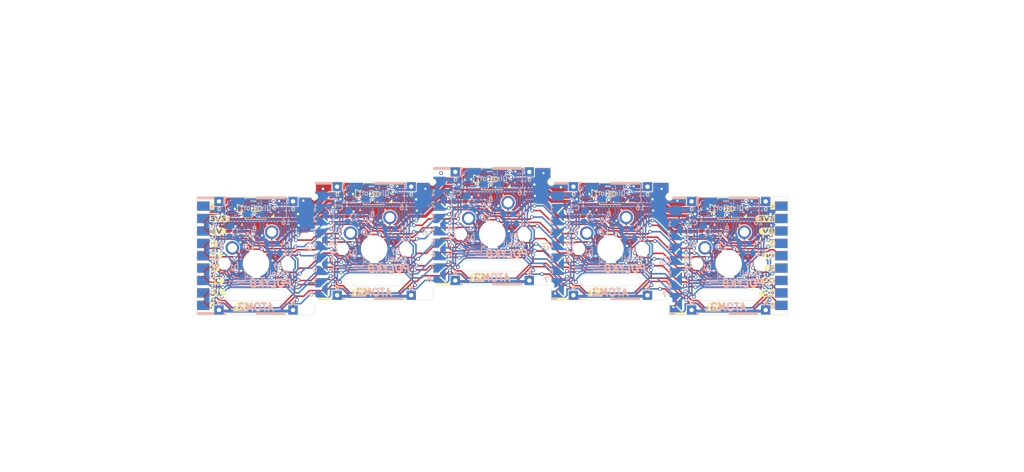
<source format=kicad_pcb>
(kicad_pcb (version 20211014) (generator pcbnew)
  (title_block (title "PolyKB Atom") (date "2022-02-01") (rev "2.1") (company "thpoll"))
  (layers (0 "F.Cu" signal) (31 "B.Cu" signal) (34 "B.Paste" user) (35 "F.Paste" user) (36 "B.SilkS" user "B.Silkscreen") (37 "F.SilkS" user "F.Silkscreen") (38 "B.Mask" user) (39 "F.Mask" user) (44 "Edge.Cuts" user))
  (net 0 "")
  (net 1 "/Keyboard/sheet605ED2EB/GND")
  (net 2 "/Keyboard/sheet605ED2EB/3V3")
  (net 3 "/Keyboard/sheet605ED2EB/4V2")
  (net 4 "Net-(C4-Pad1)")
  (net 5 "Net-(C5-Pad2)")
  (net 6 "Net-(C5-Pad1)")
  (net 7 "Net-(C6-Pad2)")
  (net 8 "Net-(C6-Pad1)")
  (net 9 "/Keyboard/sheet605ED2EB/CS")
  (net 10 "/Keyboard/sheet605ED2EB/RESET")
  (net 11 "/Keyboard/sheet605ED2EB/D-C")
  (net 12 "/Keyboard/sheet605ED2EB/SCLK")
  (net 13 "/Keyboard/sheet605ED2EB/SDIN")
  (net 14 "/Keyboard/sheet605ED2EB/LED_DIN")
  (net 15 "/Keyboard/sheet605ED2EB/5V")
  (net 16 "Net-(D1-Pad2)")
  (net 17 "/Keyboard/sheet605ED2EB/KeyRow")
  (net 18 "/Keyboard/sheet605ED2EB/KeyCol")
  (net 19 "CS8")
  (net 20 "CS7")
  (net 21 "CS6")
  (net 22 "CS5")
  (net 23 "CS4")
  (net 24 "CS3")
  (net 25 "CS2")
  (net 26 "CS1")
  (net 27 "Net-(C1-Pad1)")
  (footprint "poly_kb:AtomConnect2" (layer "F.Cu") (at 55.118 63.6778 -90)
    (fp_text reference "J3" hide)
    (fp_text value "WestFront")
  )
  (footprint "poly_kb:WS2812B-Mini" (layer "F.Cu") (at 63.627 56.0578)
    (fp_text reference "LED1" hide)
    (fp_text value "WS2812B-Mini")
  )
  (footprint "poly_kb:SW_Cherry_MX_1.00u_PCB_NoSilk" (layer "F.Cu") (at 66.167 59.8678)
    (fp_text reference "SW1" hide)
    (fp_text value "SW_Push")
  )
  (footprint "poly_kb:TestPoin_1.5x1.5mm_Drill0.7mm" (layer "F.Cu") (at 69.596 54.9148)
    (fp_text reference "J2" hide)
    (fp_text value "North")
  )
  (footprint "poly_kb:TestPoin_1.5x1.5mm_Drill0.7mm" (layer "F.Cu") (at 57.658 54.9148)
    (fp_text reference "J8" hide)
    (fp_text value "North2")
  )
  (footprint "poly_kb:TestPoin_1.5x1.5mm_Drill0.7mm" (layer "F.Cu") (at 69.596 72.4408)
    (fp_text reference "J9" hide)
    (fp_text value "South2")
  )
  (footprint "poly_kb:TestPoin_1.5x1.5mm_Drill0.7mm" (layer "F.Cu") (at 57.658 72.4408)
    (fp_text reference "J7" hide)
    (fp_text value "South")
  )
  (footprint "kibuzzard-61EFD908" (layer "F.Cu") (at 56.515 71.7042)
    (fp_text reference "kibuzzard-61EFD908" hide)
    (fp_text value "G***" hide)
  )
  (footprint "poly_kb:WS2812B-Mini" (layer "F.Cu") (at 139.827 56.0578)
    (fp_text reference "LED1" hide)
    (fp_text value "WS2812B-Mini")
  )
  (footprint "kibuzzard-61EFD7F9" (layer "F.Cu") (at 146.4818 65.659)
    (fp_text reference "kibuzzard-61EFD7F9" hide)
    (fp_text value "G***" hide)
  )
  (footprint "poly_kb:TestPoin_1.5x1.5mm_Drill0.7mm" (layer "F.Cu") (at 133.858 54.9148)
    (fp_text reference "J8" hide)
    (fp_text value "North2")
  )
  (footprint "poly_kb:TestPoin_1.5x1.5mm_Drill0.7mm" (layer "F.Cu") (at 76.708 70.05955)
    (fp_text reference "J7" hide)
    (fp_text value "South")
  )
  (footprint "poly_kb:SW_Cherry_MX_1.00u_PCB_NoSilk" (layer "F.Cu") (at 104.267 55.1053)
    (fp_text reference "SW1" hide)
    (fp_text value "SW_Push")
  )
  (footprint "poly_kb:TestPoin_1.5x1.5mm_Drill0.7mm" (layer "F.Cu") (at 145.796 54.9148)
    (fp_text reference "J2" hide)
    (fp_text value "North")
  )
  (footprint "" (layer "F.Cu") (at 73.152 70.8278)
    (fp_text reference "")
    (fp_text value "")
  )
  (footprint "poly_kb:TestPoin_1.5x1.5mm_Drill0.7mm" (layer "F.Cu") (at 95.758 67.6783)
    (fp_text reference "J7" hide)
    (fp_text value "South")
  )
  (footprint "" (layer "F.Cu") (at 111.252 51.7678)
    (fp_text reference "")
    (fp_text value "")
  )
  (footprint "kibuzzard-61EFD947" (layer "F.Cu") (at 146.939 55.6514)
    (fp_text reference "kibuzzard-61EFD947" hide)
    (fp_text value "G***" hide)
  )
  (footprint "poly_kb:SW_Cherry_MX_1.00u_PCB_NoSilk" (layer "F.Cu") (at 123.317 57.48655)
    (fp_text reference "SW1" hide)
    (fp_text value "SW_Push")
  )
  (footprint "kibuzzard-61EFDAC6" (layer "F.Cu") (at 146.8882 61.6966)
    (fp_text reference "kibuzzard-61EFDAC6" hide)
    (fp_text value "G***" hide)
  )
  (footprint "poly_kb:TestPoin_1.5x1.5mm_Drill0.7mm" (layer "F.Cu") (at 95.758 50.1523)
    (fp_text reference "J8" hide)
    (fp_text value "North2")
  )
  (footprint "Capacitor_SMD:C_0603_1608Metric" (layer "F.Cu") (at 116.7765 53.67655 -90)
    (fp_text reference "C7")
    (fp_text value "100nF")
  )
  (footprint "kibuzzard-61EFDD1E" (layer "F.Cu") (at 61.341 71.9328)
    (fp_text reference "kibuzzard-61EFDD1E" hide)
    (fp_text value "G***" hide)
  )
  (footprint "poly_kb:SW_Cherry_MX_1.00u_PCB_NoSilk" (layer "F.Cu") (at 85.217 57.48655)
    (fp_text reference "SW1" hide)
    (fp_text value "SW_Push")
  )
  (footprint "kibuzzard-61EFBE87" (layer "F.Cu") (at 57.9374 59.7154)
    (fp_text reference "kibuzzard-61EFBE87" hide)
    (fp_text value "G***" hide)
  )
  (footprint "poly_kb:TestPoin_1.5x1.5mm_Drill0.7mm" (layer "F.Cu") (at 133.858 72.4408)
    (fp_text reference "J7" hide)
    (fp_text value "South")
  )
  (footprint "poly_kb:TestPoin_1.5x1.5mm_Drill0.7mm" (layer "F.Cu") (at 88.646 70.05955)
    (fp_text reference "J9" hide)
    (fp_text value "South2")
  )
  (footprint "poly_kb:WS2812B-Mini" (layer "F.Cu") (at 101.727 51.2953)
    (fp_text reference "LED1" hide)
    (fp_text value "WS2812B-Mini")
  )
  (footprint "" (layer "F.Cu") (at 92.202 51.7678)
    (fp_text reference "")
    (fp_text value "")
  )
  (footprint "poly_kb:TestPoin_1.5x1.5mm_Drill0.7mm" (layer "F.Cu") (at 126.746 52.53355)
    (fp_text reference "J2" hide)
    (fp_text value "North")
  )
  (footprint "kibuzzard-61EFBE2C" (layer "F.Cu") (at 57.3278 67.691)
    (fp_text reference "kibuzzard-61EFBE2C" hide)
    (fp_text value "G***" hide)
  )
  (footprint "kibuzzard-61EFAA6D" (layer "F.Cu") (at 146.3294 63.6778)
    (fp_text reference "kibuzzard-61EFAA6D" hide)
    (fp_text value "G***" hide)
  )
  (footprint "Capacitor_SMD:C_0603_1608Metric" (layer "F.Cu") (at 78.6765 53.67655 -90)
    (fp_text reference "C7")
    (fp_text value "100nF")
  )
  (footprint "kibuzzard-61EFABBF" (layer "F.Cu") (at 146.1262 67.691)
    (fp_text reference "kibuzzard-61EFABBF" hide)
    (fp_text value "G***" hide)
  )
  (footprint "poly_kb:SW_Cherry_MX_1.00u_PCB_NoSilk" (layer "F.Cu") (at 142.367 59.8678)
    (fp_text reference "SW1" hide)
    (fp_text value "SW_Push")
  )
  (footprint "kibuzzard-61EFDD1E" (layer "F.Cu") (at 118.491 69.55155)
    (fp_text reference "kibuzzard-61EFDD1E" hide)
    (fp_text value "G***" hide)
  )
  (footprint "poly_kb:TestPoin_1.5x1.5mm_Drill0.7mm" (layer "F.Cu") (at 114.808 70.05955)
    (fp_text reference "J7" hide)
    (fp_text value "South")
  )
  (footprint "poly_kb:AtomConnect2" (layer "F.Cu") (at 148.336 63.6778 -90)
    (fp_text reference "J4" hide)
    (fp_text value "EastFront")
  )
  (footprint "kibuzzard-61EFD908" (layer "F.Cu") (at 146.939 71.7042)
    (fp_text reference "kibuzzard-61EFD908" hide)
    (fp_text value "G***" hide)
  )
  (footprint "Capacitor_SMD:C_0603_1608Metric" (layer "F.Cu") (at 59.6265 56.0578 -90)
    (fp_text reference "C7")
    (fp_text value "100nF")
  )
  (footprint "poly_kb:TestPoin_1.5x1.5mm_Drill0.7mm" (layer "F.Cu") (at 107.696 67.6783)
    (fp_text reference "J9" hide)
    (fp_text value "South2")
  )
  (footprint "kibuzzard-61EFDD1E" (layer "F.Cu") (at 80.391 69.55155)
    (fp_text reference "kibuzzard-61EFDD1E" hide)
    (fp_text value "G***" hide)
  )
  (footprint "kibuzzard-61EFDAA0" (layer "F.Cu") (at 56.8706 61.6966)
    (fp_text reference "kibuzzard-61EFDAA0" hide)
    (fp_text value "G***" hide)
  )
  (footprint "" (layer "F.Cu") (at 130.302 54.1478)
    (fp_text reference "")
    (fp_text value "")
  )
  (footprint "Capacitor_SMD:C_0603_1608Metric" (layer "F.Cu") (at 97.7265 51.2953 -90)
    (fp_text reference "C7")
    (fp_text value "100nF")
  )
  (footprint "" (layer "F.Cu") (at 92.202 68.4428)
    (fp_text reference "")
    (fp_text value "")
  )
  (footprint "kibuzzard-61EFA8F1" (layer "F.Cu") (at 146.0246 69.6722)
    (fp_text reference "kibuzzard-61EFA8F1" hide)
    (fp_text value "G***" hide)
  )
  (footprint "poly_kb:WS2812B-Mini" (layer "F.Cu") (at 82.677 53.67655)
    (fp_text reference "LED1" hide)
    (fp_text value "WS2812B-Mini")
  )
  (footprint "" (layer "F.Cu") (at 73.152 54.1528)
    (fp_text reference "")
    (fp_text value "")
  )
  (footprint "kibuzzard-61EFD879" (layer "F.Cu") (at 57.744 57.6906)
    (fp_text reference "kibuzzard-61EFD879" hide)
    (fp_text value "G***" hide)
  )
  (footprint "" (layer "F.Cu") (at 111.252 68.4428)
    (fp_text reference "")
    (fp_text value "")
  )
  (footprint "kibuzzard-61EFDAEE" (layer "F.Cu") (at 57.154239 63.677507)
    (fp_text reference "kibuzzard-61EFDAEE" hide)
    (fp_text value "G***" hide)
  )
  (footprint "poly_kb:WS2812B-Mini" (layer "F.Cu") (at 120.777 53.67655)
    (fp_text reference "LED1" hide)
    (fp_text value "WS2812B-Mini")
  )
  (footprint "kibuzzard-61EFBE21" (layer "F.Cu") (at 56.9722 65.659)
    (fp_text reference "kibuzzard-61EFBE21" hide)
    (fp_text value "G***" hide)
  )
  (footprint "poly_kb:TestPoin_1.5x1.5mm_Drill0.7mm" (layer "F.Cu") (at 114.808 52.53355)
    (fp_text reference "J8" hide)
    (fp_text value "North2")
  )
  (footprint "kibuzzard-61EFD947" (layer "F.Cu") (at 56.515 55.6514)
    (fp_text reference "kibuzzard-61EFD947" hide)
    (fp_text value "G***" hide)
  )
  (footprint "kibuzzard-61EFACF9" (layer "F.Cu") (at 145.5166 59.7154)
    (fp_text reference "kibuzzard-61EFACF9" hide)
    (fp_text value "G***" hide)
  )
  (footprint "kibuzzard-61EFD863" (layer "F.Cu") (at 145.7198 57.6834)
    (fp_text reference "kibuzzard-61EFD863" hide)
    (fp_text value "G***" hide)
  )
  (footprint "Capacitor_SMD:C_0603_1608Metric" (layer "F.Cu") (at 135.8265 56.0578 -90)
    (fp_text reference "C7")
    (fp_text value "100nF")
  )
  (footprint "" (layer "F.Cu") (at 130.302 70.8228)
    (fp_text reference "")
    (fp_text value "")
  )
  (footprint "poly_kb:TestPoin_1.5x1.5mm_Drill0.7mm" (layer "F.Cu") (at 88.646 52.53355)
    (fp_text reference "J2" hide)
    (fp_text value "North")
  )
  (footprint "poly_kb:TestPoin_1.5x1.5mm_Drill0.7mm" (layer "F.Cu") (at 107.696 50.1523)
    (fp_text reference "J2" hide)
    (fp_text value "North")
  )
  (footprint "poly_kb:TestPoin_1.5x1.5mm_Drill0.7mm" (layer "F.Cu") (at 126.746 70.05955)
    (fp_text reference "J9" hide)
    (fp_text value "South2")
  )
  (footprint "poly_kb:TestPoin_1.5x1.5mm_Drill0.7mm" (layer "F.Cu") (at 145.796 72.4408)
    (fp_text reference "J9" hide)
    (fp_text value "South2")
  )
  (footprint "kibuzzard-61EFBE3D" (layer "F.Cu") (at 57.4294 69.6722)
    (fp_text reference "kibuzzard-61EFBE3D" hide)
    (fp_text value "G***" hide)
  )
  (footprint "poly_kb:TestPoin_1.5x1.5mm_Drill0.7mm" (layer "F.Cu") (at 76.708 52.53355)
    (fp_text reference "J8" hide)
    (fp_text value "North2")
  )
  (footprint "kibuzzard-61EFDD1E" (layer "F.Cu") (at 99.441 67.1703)
    (fp_text reference "kibuzzard-61EFDD1E" hide)
    (fp_text value "G***" hide)
  )
  (footprint "kibuzzard-61EFDD1E" (layer "F.Cu") (at 137.541 71.9328)
    (fp_text reference "kibuzzard-61EFDD1E" hide)
    (fp_text value "G***" hide)
  )
  (footprint "Capacitor_SMD:C_0603_1608Metric" (layer "B.Cu") (at 66.702 63.2528 180)
    (fp_text reference "C1")
    (fp_text value "2.2uF")
  )
  (footprint "Capacitor_SMD:C_0603_1608Metric" (layer "B.Cu") (at 59.309 59.8046 90)
    (fp_text reference "C2")
    (fp_text value "2.2uF")
  )
  (footprint "Capacitor_SMD:C_0402_1005Metric" (layer "B.Cu") (at 57.023 56.9468 90)
    (fp_text reference "C3" hide)
    (fp_text value "1uF")
  )
  (footprint "Capacitor_SMD:C_0603_1608Metric" (layer "B.Cu") (at 66.202 61.7528 180)
    (fp_text reference "C4")
    (fp_text value "4.7uF")
  )
  (footprint "Capacitor_SMD:C_0402_1005Metric" (layer "B.Cu") (at 61.3918 60.0176 90)
    (fp_text reference "C5")
    (fp_text value "1uF")
  )
  (footprint "Capacitor_SMD:C_0402_1005Metric" (layer "B.Cu") (at 62.357 61.3918)
    (fp_text reference "C6")
    (fp_text value "1uF")
  )
  (footprint "poly_kb:D_SOD-323Ext" (layer "B.Cu") (at 60.325 66.9528 180)
    (fp_text reference "D1")
    (fp_text value "D_Small")
  )
  (footprint "poly_kb:FPC_16_JUSHUO_AFC05_S16FIA_00" (layer "B.Cu") (at 63.627 57.9628)
    (fp_text reference "J1" hide)
    (fp_text value "Conn_01x16")
  )
  (footprint "poly_kb:AtomConnectCS" (layer "B.Cu") (at 55.118 63.6778 -90)
    (fp_text reference "J5" hide)
    (fp_text value "WestBack")
  )
  (footprint "Capacitor_SMD:C_0603_1608Metric" (layer "B.Cu") (at 104.802 58.4903 180)
    (fp_text reference "C1")
    (fp_text value "2.2uF")
  )
  (footprint "poly_kb:D_SOD-323Ext" (layer "B.Cu") (at 117.475 64.57155 180)
    (fp_text reference "D1")
    (fp_text value "D_Small")
  )
  (footprint "poly_kb:D_SOD-323Ext" (layer "B.Cu") (at 136.525 66.9528 180)
    (fp_text reference "D1")
    (fp_text value "D_Small")
  )
  (footprint "Capacitor_SMD:C_0402_1005Metric" (layer "B.Cu") (at 76.073 54.56555 90)
    (fp_text reference "C3" hide)
    (fp_text value "1uF")
  )
  (footprint "Capacitor_SMD:C_0603_1608Metric" (layer "B.Cu") (at 123.852 60.87155 180)
    (fp_text reference "C1")
    (fp_text value "2.2uF")
  )
  (footprint "poly_kb:AtomConnectCS" (layer "B.Cu") (at 74.168 62.04655 -90)
    (fp_text reference "J5")
    (fp_text value "WestBack")
  )
  (footprint "poly_kb:AtomConnectCS" (layer "B.Cu") (at 93.218 59.6653 -90)
    (fp_text reference "J5")
    (fp_text value "WestBack")
  )
  (footprint "poly_kb:FPC_16_JUSHUO_AFC05_S16FIA_00" (layer "B.Cu") (at 101.727 53.2003)
    (fp_text reference "J1" hide)
    (fp_text value "Conn_01x16")
  )
  (footprint "Capacitor_SMD:C_0402_1005Metric" (layer "B.Cu") (at 95.123 52.1843 90)
    (fp_text reference "C3" hide)
    (fp_text value "1uF")
  )
  (footprint "poly_kb:FPC_16_JUSHUO_AFC05_S16FIA_00" (layer "B.Cu") (at 139.827 57.9628)
    (fp_text reference "J1" hide)
    (fp_text value "Conn_01x16")
  )
  (footprint "Capacitor_SMD:C_0603_1608Metric" (layer "B.Cu") (at 116.459 57.42335 90)
    (fp_text reference "C2")
    (fp_text value "2.2uF")
  )
  (footprint "poly_kb:AtomConnectCS" (layer "B.Cu") (at 131.318 64.4278 -90)
    (fp_text reference "J5")
    (fp_text value "WestBack")
  )
  (footprint "poly_kb:AtomConnectCS" (layer "B.Cu") (at 112.268 62.04655 -90)
    (fp_text reference "J5")
    (fp_text value "WestBack")
  )
  (footprint "Capacitor_SMD:C_0603_1608Metric" (layer "B.Cu") (at 135.509 59.8046 90)
    (fp_text reference "C2")
    (fp_text value "2.2uF")
  )
  (footprint "Capacitor_SMD:C_0402_1005Metric" (layer "B.Cu") (at 114.173 54.56555 90)
    (fp_text reference "C3" hide)
    (fp_text value "1uF")
  )
  (footprint "poly_kb:D_SOD-323Ext" (layer "B.Cu") (at 79.375 64.57155 180)
    (fp_text reference "D1")
    (fp_text value "D_Small")
  )
  (footprint "Capacitor_SMD:C_0402_1005Metric" (layer "B.Cu") (at 119.507 59.01055)
    (fp_text reference "C6")
    (fp_text value "1uF")
  )
  (footprint "Capacitor_SMD:C_0603_1608Metric" (layer "B.Cu") (at 142.402 61.7528 180)
    (fp_text reference "C4")
    (fp_text value "4.7uF")
  )
  (footprint "poly_kb:AtomConnect2" (layer "B.Cu") (at 148.336 63.6778 -90)
    (fp_text reference "J6" hide)
    (fp_text value "EastBack")
  )
  (footprint "Resistor_SMD:R_0402_1005Metric" (layer "B.Cu") (at 95.602 55.6281 -90)
    (fp_text reference "R1")
    (fp_text value "1M")
  )
  (footprint "Capacitor_SMD:C_0402_1005Metric" (layer "B.Cu") (at 100.457 56.6293)
    (fp_text reference "C6")
    (fp_text value "1uF")
  )
  (footprint "Capacitor_SMD:C_0402_1005Metric" (layer "B.Cu") (at 133.223 56.9468 90)
    (fp_text reference "C3" hide)
    (fp_text value "1uF")
  )
  (footprint "Capacitor_SMD:C_0402_1005Metric" (layer "B.Cu") (at 137.5918 60.0176 90)
    (fp_text reference "C5")
    (fp_text value "1uF")
  )
  (footprint "Resistor_SMD:R_0402_1005Metric" (layer "B.Cu") (at 133.702 60.3906 -90)
    (fp_text reference "R1")
    (fp_text value "1M")
  )
  (footprint "Resistor_SMD:R_0402_1005Metric" (layer "B.Cu") (at 114.652 58.00935 -90)
    (fp_text reference "R1")
    (fp_text value "1M")
  )
  (footprint "Capacitor_SMD:C_0402_1005Metric" (layer "B.Cu") (at 80.4418 57.63635 90)
    (fp_text reference "C5")
    (fp_text value "1uF")
  )
  (footprint "Capacitor_SMD:C_0603_1608Metric" (layer "B.Cu") (at 104.302 56.9903 180)
    (fp_text reference "C4")
    (fp_text value "4.7uF")
  )
  (footprint "Capacitor_SMD:C_0603_1608Metric" (layer "B.Cu") (at 123.352 59.37155 180)
    (fp_text reference "C4")
    (fp_text value "4.7uF")
  )
  (footprint "poly_kb:D_SOD-323Ext" (layer "B.Cu") (at 98.425 62.1903 180)
    (fp_text reference "D1")
    (fp_text value "D_Small")
  )
  (footprint "poly_kb:FPC_16_JUSHUO_AFC05_S16FIA_00" (layer "B.Cu") (at 82.677 55.58155)
    (fp_text reference "J1" hide)
    (fp_text value "Conn_01x16")
  )
  (footprint "Capacitor_SMD:C_0603_1608Metric" (layer "B.Cu") (at 97.409 55.0421 90)
    (fp_text reference "C2")
    (fp_text value "2.2uF")
  )
  (footprint "Resistor_SMD:R_0402_1005Metric" (layer "B.Cu") (at 57.502 60.3906 -90)
    (fp_text reference "R1")
    (fp_text value "1M")
  )
  (footprint "Capacitor_SMD:C_0402_1005Metric" (layer "B.Cu") (at 138.557 61.3918)
    (fp_text reference "C6")
    (fp_text value "1uF")
  )
  (footprint "Capacitor_SMD:C_0603_1608Metric" (layer "B.Cu") (at 85.752 60.87155 180)
    (fp_text reference "C1")
    (fp_text value "2.2uF")
  )
  (footprint "Capacitor_SMD:C_0603_1608Metric" (layer "B.Cu") (at 85.252 59.37155 180)
    (fp_text reference "C4")
    (fp_text value "4.7uF")
  )
  (footprint "poly_kb:FPC_16_JUSHUO_AFC05_S16FIA_00" (layer "B.Cu") (at 120.777 55.58155)
    (fp_text reference "J1" hide)
    (fp_text value "Conn_01x16")
  )
  (footprint "Capacitor_SMD:C_0402_1005Metric" (layer "B.Cu") (at 99.4918 55.2551 90)
    (fp_text reference "C5")
    (fp_text value "1uF")
  )
  (footprint "Capacitor_SMD:C_0402_1005Metric" (layer "B.Cu") (at 118.5418 57.63635 90)
    (fp_text reference "C5")
    (fp_text value "1uF")
  )
  (footprint "Capacitor_SMD:C_0603_1608Metric" (layer "B.Cu") (at 142.902 63.2528 180)
    (fp_text reference "C1")
    (fp_text value "2.2uF")
  )
  (footprint "Resistor_SMD:R_0402_1005Metric" (layer "B.Cu") (at 76.552 58.00935 -90)
    (fp_text reference "R1")
    (fp_text value "1M")
  )
  (footprint "Capacitor_SMD:C_0603_1608Metric" (layer "B.Cu") (at 78.359 57.42335 90)
    (fp_text reference "C2")
    (fp_text value "2.2uF")
  )
  (footprint "Capacitor_SMD:C_0402_1005Metric" (layer "B.Cu") (at 81.407 59.01055)
    (fp_text reference "C6")
    (fp_text value "1uF")
  )
  (gr_poly (pts (xy 68.3895 73.2282) (xy 63.627 73.2282) (xy 63.627 72.7964) (xy 68.3895 72.7964)) (layer "B.SilkS") (width 0) (fill solid))
  (gr_poly (pts (xy 56.8706 54.5608) (xy 54.0766 54.5608) (xy 54.0766 54.1274) (xy 56.8706 54.1274)) (layer "B.SilkS") (width 0) (fill solid))
  (gr_poly (pts (xy 58.8645 54.5608) (xy 58.4454 54.5608) (xy 58.4454 54.1274) (xy 58.8645 54.1274)) (layer "B.SilkS") (width 0) (fill solid))
  (gr_poly (pts (xy 58.8645 73.2282) (xy 58.4454 73.2282) (xy 58.4454 72.8091) (xy 58.8645 72.8091)) (layer "B.SilkS") (width 0) (fill solid))
  (gr_poly (pts (xy 56.8706 73.2282) (xy 54.102 73.2282) (xy 54.102 72.788864) (xy 56.8706 72.788864)) (layer "B.SilkS") (width 0) (fill solid))
  (gr_line (start 133.223 69.5198) (end 132.715 70.0278) (layer "B.SilkS") (width 0.12))
  (gr_line (start 84.277 56.37155) (end 84.627 56.37155) (layer "B.SilkS") (width 0.12))
  (gr_line (start 114.173 56.97855) (end 113.665 56.47055) (layer "B.SilkS") (width 0.12))
  (gr_line (start 99.402 53.9403) (end 99.552 53.9403) (layer "B.SilkS") (width 0.12))
  (gr_line (start 95.123 64.7573) (end 94.615 65.2653) (layer "B.SilkS") (width 0.12))
  (gr_poly (pts (xy 125.5395 70.84695) (xy 120.777 70.84695) (xy 120.777 70.41515) (xy 125.5395 70.41515)) (layer "B.SilkS") (width 0) (fill solid))
  (gr_line (start 57.023 63.4238) (end 57.023 59.3598) (layer "B.SilkS") (width 0.12))
  (gr_poly (pts (xy 144.5895 54.5608) (xy 139.827 54.5608) (xy 139.827 54.1274) (xy 144.5895 54.1274)) (layer "B.SilkS") (width 0) (fill solid))
  (gr_line (start 146.8882 56.007) (end 146.9898 56.007) (layer "B.SilkS") (width 0.12))
  (gr_line (start 84.452 56.09655) (end 84.452 56.54655) (layer "B.SilkS") (width 0.12))
  (gr_poly (pts (xy 106.4895 68.4657) (xy 101.727 68.4657) (xy 101.727 68.0339) (xy 106.4895 68.0339)) (layer "B.SilkS") (width 0) (fill solid))
  (gr_line (start 80.352 56.32155) (end 80.502 56.32155) (layer "B.SilkS") (width 0.12))
  (gr_line (start 103.677 53.9903) (end 103.502 53.7153) (layer "B.SilkS") (width 0.12))
  (gr_line (start 132.715 62.6618) (end 133.223 62.6618) (layer "B.SilkS") (width 0.12))
  (gr_line (start 99.652 53.9903) (end 99.477 53.7153) (layer "B.SilkS") (width 0.12))
  (gr_line (start 80.602 56.37155) (end 80.427 56.09655) (layer "B.SilkS") (width 0.12))
  (gr_line (start 65.402 58.4778) (end 65.402 58.9278) (layer "B.SilkS") (width 0.12))
  (gr_line (start 56.515 66.7258) (end 57.023 66.7258) (layer "B.SilkS") (width 0.12))
  (gr_line (start 65.227 58.7528) (end 65.577 58.7528) (layer "B.SilkS") (width 0.12))
  (gr_line (start 133.223 59.3598) (end 132.715 58.8518) (layer "B.SilkS") (width 0.12))
  (gr_line (start 56.515 55.3466) (end 56.515 55.7022) (layer "B.SilkS") (width 0.12))
  (gr_line (start 76.073 56.97855) (end 75.565 56.47055) (layer "B.SilkS") (width 0.12))
  (gr_line (start 137.752 58.7528) (end 137.577 58.4778) (layer "B.SilkS") (width 0.12))
  (gr_line (start 80.427 56.09655) (end 80.252 56.37155) (layer "B.SilkS") (width 0.12))
  (gr_line (start 57.023 69.5198) (end 56.515 70.0278) (layer "B.SilkS") (width 0.12))
  (gr_line (start 56.515 55.7022) (end 56.261 55.7022) (layer "B.SilkS") (width 0.12))
  (gr_line (start 103.327 53.9903) (end 103.677 53.9903) (layer "B.SilkS") (width 0.12))
  (gr_poly (pts (xy 133.0706 54.5608) (xy 130.2766 54.5608) (xy 130.2766 54.1274) (xy 133.0706 54.1274)) (layer "B.SilkS") (width 0) (fill solid))
  (gr_line (start 61.202 58.7528) (end 61.552 58.7528) (layer "B.SilkS") (width 0.12))
  (gr_line (start 99.477 53.7153) (end 99.477 54.1653) (layer "B.SilkS") (width 0.12))
  (gr_line (start 95.123 58.6613) (end 95.123 54.5973) (layer "B.SilkS") (width 0.12))
  (gr_line (start 94.615 57.8993) (end 95.123 57.8993) (layer "B.SilkS") (width 0.12))
  (gr_line (start 99.477 53.7153) (end 99.302 53.9903) (layer "B.SilkS") (width 0.12))
  (gr_poly (pts (xy 87.4395 52.17955) (xy 82.677 52.17955) (xy 82.677 51.74615) (xy 87.4395 51.74615)) (layer "B.SilkS") (width 0) (fill solid))
  (gr_line (start 56.515 55.7022) (end 56.769 55.7022) (layer "B.SilkS") (width 0.12))
  (gr_poly (pts (xy 77.9145 70.84695) (xy 77.4954 70.84695) (xy 77.4954 70.42785) (xy 77.9145 70.42785)) (layer "B.SilkS") (width 0) (fill solid))
  (gr_poly (pts (xy 144.5895 73.2282) (xy 139.827 73.2282) (xy 139.827 72.7964) (xy 144.5895 72.7964)) (layer "B.SilkS") (width 0) (fill solid))
  (gr_line (start 76.073 67.13855) (end 75.565 67.64655) (layer "B.SilkS") (width 0.12))
  (gr_line (start 141.602 58.4778) (end 141.602 58.9278) (layer "B.SilkS") (width 0.12))
  (gr_line (start 146.939 55.7022) (end 146.685 55.7022) (layer "B.SilkS") (width 0.12))
  (gr_line (start 61.302 58.7028) (end 61.452 58.7028) (layer "B.SilkS") (width 0.12))
  (gr_line (start 141.427 58.7528) (end 141.777 58.7528) (layer "B.SilkS") (width 0.12))
  (gr_poly (pts (xy 96.9645 68.4657) (xy 96.5454 68.4657) (xy 96.5454 68.0466) (xy 96.9645 68.0466)) (layer "B.SilkS") (width 0) (fill solid))
  (gr_line (start 137.577 58.4778) (end 137.577 58.9278) (layer "B.SilkS") (width 0.12))
  (gr_line (start 65.327 58.7028) (end 65.477 58.7028) (layer "B.SilkS") (width 0.12))
  (gr_line (start 141.527 58.7028) (end 141.677 58.7028) (layer "B.SilkS") (width 0.12))
  (gr_line (start 122.727 56.37155) (end 122.552 56.09655) (layer "B.SilkS") (width 0.12))
  (gr_line (start 132.715 66.7258) (end 133.223 66.7258) (layer "B.SilkS") (width 0.12))
  (gr_poly (pts (xy 116.0145 70.84695) (xy 115.5954 70.84695) (xy 115.5954 70.42785) (xy 116.0145 70.42785)) (layer "B.SilkS") (width 0) (fill solid))
  (gr_line (start 122.552 56.09655) (end 122.552 56.54655) (layer "B.SilkS") (width 0.12))
  (gr_line (start 118.527 56.09655) (end 118.527 56.54655) (layer "B.SilkS") (width 0.12))
  (gr_line (start 118.702 56.37155) (end 118.527 56.09655) (layer "B.SilkS") (width 0.12))
  (gr_line (start 84.627 56.37155) (end 84.452 56.09655) (layer "B.SilkS") (width 0.12))
  (gr_line (start 103.427 53.9403) (end 103.577 53.9403) (layer "B.SilkS") (width 0.12))
  (gr_line (start 82.427 56.27155) (end 82.427 56.09655) (layer "B.SilkS") (width 0.12))
  (gr_line (start 118.452 56.32155) (end 118.602 56.32155) (layer "B.SilkS") (width 0.12))
  (gr_line (start 146.7866 55.8546) (end 147.0914 55.8546) (layer "B.SilkS") (width 0.12))
  (gr_line (start 61.377 58.4778) (end 61.202 58.7528) (layer "B.SilkS") (width 0.12))
  (gr_line (start 103.502 53.7153) (end 103.502 54.1653) (layer "B.SilkS") (width 0.12))
  (gr_line (start 114.173 67.13855) (end 113.665 67.64655) (layer "B.SilkS") (width 0.12))
  (gr_line (start 146.939 55.7022) (end 147.193 55.7022) (layer "B.SilkS") (width 0.12))
  (gr_line (start 141.777 58.7528) (end 141.602 58.4778) (layer "B.SilkS") (width 0.12))
  (gr_poly (pts (xy 116.0145 52.17955) (xy 115.5954 52.17955) (xy 115.5954 51.74615) (xy 116.0145 51.74615)) (layer "B.SilkS") (width 0) (fill solid))
  (gr_line (start 65.577 58.7528) (end 65.402 58.4778) (layer "B.SilkS") (width 0.12))
  (gr_line (start 95.123 54.5973) (end 94.615 54.0893) (layer "B.SilkS") (width 0.12))
  (gr_line (start 103.502 53.7153) (end 103.327 53.9903) (layer "B.SilkS") (width 0.12))
  (gr_line (start 122.377 56.37155) (end 122.727 56.37155) (layer "B.SilkS") (width 0.12))
  (gr_line (start 80.427 56.09655) (end 80.427 56.54655) (layer "B.SilkS") (width 0.12))
  (gr_line (start 122.552 56.09655) (end 122.377 56.37155) (layer "B.SilkS") (width 0.12))
  (gr_line (start 76.073 61.04255) (end 76.073 56.97855) (layer "B.SilkS") (width 0.12))
  (gr_poly (pts (xy 135.0645 54.5608) (xy 134.6454 54.5608) (xy 134.6454 54.1274) (xy 135.0645 54.1274)) (layer "B.SilkS") (width 0) (fill solid))
  (gr_line (start 133.223 65.9638) (end 133.223 69.5198) (layer "B.SilkS") (width 0.12))
  (gr_line (start 113.665 64.34455) (end 114.173 64.34455) (layer "B.SilkS") (width 0.12))
  (gr_poly (pts (xy 114.0206 52.17955) (xy 111.2266 52.17955) (xy 111.2266 51.74615) (xy 114.0206 51.74615)) (layer "B.SilkS") (width 0) (fill solid))
  (gr_poly (pts (xy 68.3895 54.5608) (xy 63.627 54.5608) (xy 63.627 54.1274) (xy 68.3895 54.1274)) (layer "B.SilkS") (width 0) (fill solid))
  (gr_line (start 95.123 61.2013) (end 95.123 64.7573) (layer "B.SilkS") (width 0.12))
  (gr_poly (pts (xy 112.141 70.84695) (xy 111.252 70.84695) (xy 111.252 70.407614) (xy 112.141 70.407614)) (layer "B.SilkS") (width 0) (fill solid))
  (gr_line (start 76.073 63.58255) (end 76.073 67.13855) (layer "B.SilkS") (width 0.12))
  (gr_line (start 56.3626 55.8546) (end 56.6674 55.8546) (layer "B.SilkS") (width 0.12))
  (gr_line (start 141.602 58.4778) (end 141.427 58.7528) (layer "B.SilkS") (width 0.12))
  (gr_line (start 137.502 58.7028) (end 137.652 58.7028) (layer "B.SilkS") (width 0.12))
  (gr_poly (pts (xy 87.4395 70.84695) (xy 82.677 70.84695) (xy 82.677 70.41515) (xy 87.4395 70.41515)) (layer "B.SilkS") (width 0) (fill solid))
  (gr_line (start 114.173 63.58255) (end 114.173 67.13855) (layer "B.SilkS") (width 0.12))
  (gr_line (start 56.515 62.6618) (end 57.023 62.6618) (layer "B.SilkS") (width 0.12))
  (gr_line (start 75.565 64.34455) (end 76.073 64.34455) (layer "B.SilkS") (width 0.12))
  (gr_poly (pts (xy 77.9145 52.17955) (xy 77.4954 52.17955) (xy 77.4954 51.74615) (xy 77.9145 51.74615)) (layer "B.SilkS") (width 0) (fill solid))
  (gr_poly (pts (xy 94.9706 49.7983) (xy 92.1766 49.7983) (xy 92.1766 49.3649) (xy 94.9706 49.3649)) (layer "B.SilkS") (width 0) (fill solid))
  (gr_poly (pts (xy 125.5395 52.17955) (xy 120.777 52.17955) (xy 120.777 51.74615) (xy 125.5395 51.74615)) (layer "B.SilkS") (width 0) (fill solid))
  (gr_poly (pts (xy 106.4895 49.7983) (xy 101.727 49.7983) (xy 101.727 49.3649) (xy 106.4895 49.3649)) (layer "B.SilkS") (width 0) (fill solid))
  (gr_line (start 84.452 56.09655) (end 84.277 56.37155) (layer "B.SilkS") (width 0.12))
  (gr_line (start 61.552 58.7528) (end 61.377 58.4778) (layer "B.SilkS") (width 0.12))
  (gr_line (start 57.023 65.9638) (end 57.023 69.5198) (layer "B.SilkS") (width 0.12))
  (gr_line (start 65.402 58.4778) (end 65.227 58.7528) (layer "B.SilkS") (width 0.12))
  (gr_line (start 63.377 58.6528) (end 63.377 58.4778) (layer "B.SilkS") (width 0.12))
  (gr_line (start 118.527 56.09655) (end 118.352 56.37155) (layer "B.SilkS") (width 0.12))
  (gr_poly (pts (xy 131.191 73.2282) (xy 130.302 73.2282) (xy 130.302 72.788864) (xy 131.191 72.788864)) (layer "B.SilkS") (width 0) (fill solid))
  (gr_line (start 113.665 60.28055) (end 114.173 60.28055) (layer "B.SilkS") (width 0.12))
  (gr_line (start 139.577 58.6528) (end 139.577 58.4778) (layer "B.SilkS") (width 0.12))
  (gr_line (start 137.577 58.4778) (end 137.402 58.7528) (layer "B.SilkS") (width 0.12))
  (gr_poly (pts (xy 135.0645 73.2282) (xy 134.6454 73.2282) (xy 134.6454 72.8091) (xy 135.0645 72.8091)) (layer "B.SilkS") (width 0) (fill solid))
  (gr_line (start 120.527 56.27155) (end 120.527 56.09655) (layer "B.SilkS") (width 0.12))
  (gr_line (start 137.402 58.7528) (end 137.752 58.7528) (layer "B.SilkS") (width 0.12))
  (gr_line (start 57.023 59.3598) (end 56.515 58.8518) (layer "B.SilkS") (width 0.12))
  (gr_line (start 99.302 53.9903) (end 99.652 53.9903) (layer "B.SilkS") (width 0.12))
  (gr_line (start 80.252 56.37155) (end 80.602 56.37155) (layer "B.SilkS") (width 0.12))
  (gr_line (start 75.565 60.28055) (end 76.073 60.28055) (layer "B.SilkS") (width 0.12))
  (gr_line (start 94.615 61.9633) (end 95.123 61.9633) (layer "B.SilkS") (width 0.12))
  (gr_line (start 114.173 61.04255) (end 114.173 56.97855) (layer "B.SilkS") (width 0.12))
  (gr_line (start 84.377 56.32155) (end 84.527 56.32155) (layer "B.SilkS") (width 0.12))
  (gr_line (start 133.223 63.4238) (end 133.223 59.3598) (layer "B.SilkS") (width 0.12))
  (gr_line (start 146.939 55.3466) (end 146.939 55.7022) (layer "B.SilkS") (width 0.12))
  (gr_line (start 122.477 56.32155) (end 122.627 56.32155) (layer "B.SilkS") (width 0.12))
  (gr_line (start 61.377 58.4778) (end 61.377 58.9278) (layer "B.SilkS") (width 0.12))
  (gr_line (start 118.352 56.37155) (end 118.702 56.37155) (layer "B.SilkS") (width 0.12))
  (gr_poly (pts (xy 75.9206 52.17955) (xy 73.1266 52.17955) (xy 73.1266 51.74615) (xy 75.9206 51.74615)) (layer "B.SilkS") (width 0) (fill solid))
  (gr_line (start 56.4642 56.007) (end 56.5658 56.007) (layer "B.SilkS") (width 0.12))
  (gr_line (start 101.477 53.8903) (end 101.477 53.7153) (layer "B.SilkS") (width 0.12))
  (gr_poly (pts (xy 96.9645 49.7983) (xy 96.5454 49.7983) (xy 96.5454 49.3649) (xy 96.9645 49.3649)) (layer "B.SilkS") (width 0) (fill solid))
  (gr_poly (pts (xy 68.3895 54.5608) (xy 63.627 54.5608) (xy 63.627 54.1274) (xy 68.3895 54.1274)) (layer "F.SilkS") (width 0) (fill solid))
  (gr_poly (pts (xy 96.9645 49.7983) (xy 96.5454 49.7983) (xy 96.5454 49.3649) (xy 96.9645 49.3649)) (layer "F.SilkS") (width 0) (fill solid))
  (gr_line (start 56.6928 59.2582) (end 56.6928 59.309) (layer "F.SilkS") (width 0.12))
  (gr_line (start 70.1294 59.2074) (end 70.1294 60.2234) (layer "F.SilkS") (width 0.135))
  (gr_line (start 147.0152 59.7662) (end 146.558 59.7662) (layer "F.SilkS") (width 0.12))
  (gr_line (start 147.066 59.309) (end 147.066 59.2074) (layer "F.SilkS") (width 0.12))
  (gr_poly (pts (xy 87.4395 70.84695) (xy 82.677 70.84695) (xy 82.677 70.44055) (xy 87.4395 70.44055)) (layer "F.SilkS") (width 0) (fill solid))
  (gr_poly (pts (xy 87.4395 52.17955) (xy 82.677 52.17955) (xy 82.677 51.74615) (xy 87.4395 51.74615)) (layer "F.SilkS") (width 0) (fill solid))
  (gr_line (start 56.9468 59.309) (end 56.9468 59.2074) (layer "F.SilkS") (width 0.12))
  (gr_poly (pts (xy 94.9706 49.7983) (xy 92.1766 49.7983) (xy 92.1766 49.3649) (xy 94.9706 49.3649)) (layer "F.SilkS") (width 0) (fill solid))
  (gr_line (start 146.7612 59.309) (end 146.7612 59.2582) (layer "F.SilkS") (width 0.12))
  (gr_line (start 56.2102 59.2074) (end 57.1754 59.2074) (layer "F.SilkS") (width 0.135))
  (gr_line (start 56.642 59.309) (end 56.642 59.2582) (layer "F.SilkS") (width 0.12))
  (gr_line (start 57.0992 59.309) (end 56.9468 59.309) (layer "F.SilkS") (width 0.12))
  (gr_line (start 147.2184 59.309) (end 147.066 59.309) (layer "F.SilkS") (width 0.12))
  (gr_poly (pts (xy 133.0706 73.2282) (xy 130.2766 73.2282) (xy 130.2766 72.8218) (xy 133.0706 72.8218)) (layer "F.SilkS") (width 0) (fill solid))
  (gr_poly (pts (xy 77.9145 52.17955) (xy 77.4954 52.17955) (xy 77.4954 51.74615) (xy 77.9145 51.74615)) (layer "F.SilkS") (width 0) (fill solid))
  (gr_poly (pts (xy 116.0145 52.17955) (xy 115.5954 52.17955) (xy 115.5954 51.74615) (xy 116.0145 51.74615)) (layer "F.SilkS") (width 0) (fill solid))
  (gr_line (start 57.1754 60.2234) (end 56.2102 60.2234) (layer "F.SilkS") (width 0.135))
  (gr_poly (pts (xy 133.0706 54.5608) (xy 130.2766 54.5608) (xy 130.2766 54.1274) (xy 133.0706 54.1274)) (layer "F.SilkS") (width 0) (fill solid))
  (gr_line (start 146.558 59.9694) (end 147.0152 59.9694) (layer "F.SilkS") (width 0.12))
  (gr_poly (pts (xy 114.0206 52.17955) (xy 111.2266 52.17955) (xy 111.2266 51.74615) (xy 114.0206 51.74615)) (layer "F.SilkS") (width 0) (fill solid))
  (gr_line (start 146.3294 59.2074) (end 146.3294 60.2234) (layer "F.SilkS") (width 0.135))
  (gr_line (start 56.261 59.309) (end 56.388 59.309) (layer "F.SilkS") (width 0.12))
  (gr_poly (pts (xy 144.5895 54.5608) (xy 139.827 54.5608) (xy 139.827 54.1274) (xy 144.5895 54.1274)) (layer "F.SilkS") (width 0) (fill solid))
  (gr_line (start 147.2438 59.2074) (end 147.2438 60.2234) (layer "F.SilkS") (width 0.135))
  (gr_line (start 56.2102 59.2074) (end 56.2102 60.2234) (layer "F.SilkS") (width 0.135))
  (gr_poly (pts (xy 75.9206 70.84695) (xy 73.1266 70.84695) (xy 73.1266 70.44055) (xy 75.9206 70.44055)) (layer "F.SilkS") (width 0) (fill solid))
  (gr_poly (pts (xy 116.0145 70.84695) (xy 115.5954 70.84695) (xy 115.5954 70.44055) (xy 116.0145 70.44055)) (layer "F.SilkS") (width 0) (fill solid))
  (gr_line (start 146.2786 59.2074) (end 147.2438 59.2074) (layer "F.SilkS") (width 0.135))
  (gr_poly (pts (xy 135.0645 54.5608) (xy 134.6454 54.5608) (xy 134.6454 54.1274) (xy 135.0645 54.1274)) (layer "F.SilkS") (width 0) (fill solid))
  (gr_poly (pts (xy 58.8645 54.5608) (xy 58.4454 54.5608) (xy 58.4454 54.1274) (xy 58.8645 54.1274)) (layer "F.SilkS") (width 0) (fill solid))
  (gr_line (start 56.4388 59.563) (end 56.896 59.563) (layer "F.SilkS") (width 0.12))
  (gr_poly (pts (xy 106.4895 68.4657) (xy 101.727 68.4657) (xy 101.727 68.0593) (xy 106.4895 68.0593)) (layer "F.SilkS") (width 0) (fill solid))
  (gr_line (start 56.4388 59.9694) (end 56.896 59.9694) (layer "F.SilkS") (width 0.12))
  (gr_poly (pts (xy 56.8706 54.5608) (xy 54.0766 54.5608) (xy 54.0766 54.1274) (xy 56.8706 54.1274)) (layer "F.SilkS") (width 0) (fill solid))
  (gr_line (start 146.812 59.309) (end 146.7612 59.309) (layer "F.SilkS") (width 0.12))
  (gr_poly (pts (xy 75.9206 52.17955) (xy 73.1266 52.17955) (xy 73.1266 51.74615) (xy 75.9206 51.74615)) (layer "F.SilkS") (width 0) (fill solid))
  (gr_poly (pts (xy 106.4895 49.7983) (xy 101.727 49.7983) (xy 101.727 49.3649) (xy 106.4895 49.3649)) (layer "F.SilkS") (width 0) (fill solid))
  (gr_line (start 146.558 59.563) (end 147.0152 59.563) (layer "F.SilkS") (width 0.12))
  (gr_poly (pts (xy 125.5395 52.17955) (xy 120.777 52.17955) (xy 120.777 51.74615) (xy 125.5395 51.74615)) (layer "F.SilkS") (width 0) (fill solid))
  (gr_line (start 56.6928 59.309) (end 56.642 59.309) (layer "F.SilkS") (width 0.12))
  (gr_poly (pts (xy 135.0645 73.2282) (xy 134.6454 73.2282) (xy 134.6454 72.8218) (xy 135.0645 72.8218)) (layer "F.SilkS") (width 0) (fill solid))
  (gr_poly (pts (xy 114.0206 70.84695) (xy 111.2266 70.84695) (xy 111.2266 70.44055) (xy 114.0206 70.44055)) (layer "F.SilkS") (width 0) (fill solid))
  (gr_line (start 147.2438 60.2234) (end 146.2786 60.2234) (layer "F.SilkS") (width 0.135))
  (gr_line (start 56.896 59.7662) (end 56.4388 59.7662) (layer "F.SilkS") (width 0.12))
  (gr_poly (pts (xy 58.8645 73.2282) (xy 58.4454 73.2282) (xy 58.4454 72.8218) (xy 58.8645 72.8218)) (layer "F.SilkS") (width 0) (fill solid))
  (gr_line (start 56.388 59.309) (end 56.388 59.2074) (layer "F.SilkS") (width 0.12))
  (gr_poly (pts (xy 144.5895 73.2282) (xy 139.827 73.2282) (xy 139.827 72.8218) (xy 144.5895 72.8218)) (layer "F.SilkS") (width 0) (fill solid))
  (gr_line (start 146.812 59.2582) (end 146.812 59.309) (layer "F.SilkS") (width 0.12))
  (gr_poly (pts (xy 68.3895 73.2282) (xy 63.627 73.2282) (xy 63.627 72.8218) (xy 68.3895 72.8218)) (layer "F.SilkS") (width 0) (fill solid))
  (gr_poly (pts (xy 77.9145 70.84695) (xy 77.4954 70.84695) (xy 77.4954 70.44055) (xy 77.9145 70.44055)) (layer "F.SilkS") (width 0) (fill solid))
  (gr_poly (pts (xy 94.9706 68.4657) (xy 92.1766 68.4657) (xy 92.1766 68.0593) (xy 94.9706 68.0593)) (layer "F.SilkS") (width 0) (fill solid))
  (gr_poly (pts (xy 96.9645 68.4657) (xy 96.5454 68.4657) (xy 96.5454 68.0593) (xy 96.9645 68.0593)) (layer "F.SilkS") (width 0) (fill solid))
  (gr_line (start 146.3802 59.309) (end 146.5072 59.309) (layer "F.SilkS") (width 0.12))
  (gr_line (start 57.1246 59.2074) (end 57.1246 60.2234) (layer "F.SilkS") (width 0.135))
  (gr_line (start 146.5072 59.309) (end 146.5072 59.2074) (layer "F.SilkS") (width 0.12))
  (gr_poly (pts (xy 125.5395 70.84695) (xy 120.777 70.84695) (xy 120.777 70.44055) (xy 125.5395 70.44055)) (layer "F.SilkS") (width 0) (fill solid))
  (gr_poly (pts (xy 56.8706 73.2282) (xy 54.0766 73.2282) (xy 54.0766 72.8218) (xy 56.8706 72.8218)) (layer "F.SilkS") (width 0) (fill solid))
  (gr_line (start 73.152 54.1528) (end 54.102 54.1528) (layer "Edge.Cuts") (width 0.05))
  (gr_line (start 54.102 54.1528) (end 54.102 73.2028) (layer "Edge.Cuts") (width 0.05))
  (gr_line (start 73.152 70.82155) (end 73.152 73.2028) (layer "Edge.Cuts") (width 0.05))
  (gr_line (start 73.152 73.2028) (end 54.102 73.2028) (layer "Edge.Cuts") (width 0.05))
  (gr_arc (start 143.818 69.1388) (mid 144.707 70.0278) (end 143.818 70.9168) (layer "Edge.Cuts") (width 0.05))
  (gr_arc (start 116.786 68.53555) (mid 115.897 67.64655) (end 116.786 66.75755) (layer "Edge.Cuts") (width 0.05))
  (gr_line (start 124.768 68.53555) (end 116.786 68.53555) (layer "Edge.Cuts") (width 0.05))
  (gr_line (start 130.302 70.82155) (end 111.252 70.82155) (layer "Edge.Cuts") (width 0.05))
  (gr_arc (start 97.736 66.1543) (mid 96.847 65.2653) (end 97.736 64.3763) (layer "Edge.Cuts") (width 0.05))
  (gr_line (start 149.352 54.1528) (end 149.352 73.2028) (layer "Edge.Cuts") (width 0.05))
  (gr_line (start 124.768 66.75755) (end 116.786 66.75755) (layer "Edge.Cuts") (width 0.05))
  (gr_line (start 73.152 51.77155) (end 73.152 54.1528) (layer "Edge.Cuts") (width 0.05))
  (gr_line (start 92.202 70.82155) (end 73.152 70.82155) (layer "Edge.Cuts") (width 0.05))
  (gr_line (start 111.252 49.3903) (end 111.252 51.77155) (layer "Edge.Cuts") (width 0.05))
  (gr_arc (start 67.618 69.1388) (mid 68.507 70.0278) (end 67.618 70.9168) (layer "Edge.Cuts") (width 0.05))
  (gr_line (start 111.252 68.4403) (end 92.202 68.4403) (layer "Edge.Cuts") (width 0.05))
  (gr_line (start 130.302 70.82155) (end 130.302 73.2028) (layer "Edge.Cuts") (width 0.05))
  (gr_line (start 130.302 51.77155) (end 111.252 51.77155) (layer "Edge.Cuts") (width 0.05))
  (gr_line (start 67.618 69.1388) (end 59.636 69.1388) (layer "Edge.Cuts") (width 0.05))
  (gr_arc (start 59.636 70.9168) (mid 58.747 70.0278) (end 59.636 69.1388) (layer "Edge.Cuts") (width 0.05))
  (gr_line (start 105.718 64.3763) (end 97.736 64.3763) (layer "Edge.Cuts") (width 0.05))
  (gr_line (start 67.618 70.9168) (end 59.636 70.9168) (layer "Edge.Cuts") (width 0.05))
  (gr_arc (start 86.668 66.75755) (mid 87.557 67.64655) (end 86.668 68.53555) (layer "Edge.Cuts") (width 0.05))
  (gr_line (start 92.202 51.77155) (end 73.152 51.77155) (layer "Edge.Cuts") (width 0.05))
  (gr_line (start 86.668 68.53555) (end 78.686 68.53555) (layer "Edge.Cuts") (width 0.05))
  (gr_line (start 111.252 70.82155) (end 111.252 68.4403) (layer "Edge.Cuts") (width 0.05))
  (gr_line (start 92.202 49.3903) (end 92.202 51.77155) (layer "Edge.Cuts") (width 0.05))
  (gr_line (start 149.352 73.2028) (end 130.302 73.2028) (layer "Edge.Cuts") (width 0.05))
  (gr_line (start 130.302 51.77155) (end 130.302 54.1528) (layer "Edge.Cuts") (width 0.05))
  (gr_line (start 143.818 70.9168) (end 135.836 70.9168) (layer "Edge.Cuts") (width 0.05))
  (gr_arc (start 135.836 70.9168) (mid 134.947 70.0278) (end 135.836 69.1388) (layer "Edge.Cuts") (width 0.05))
  (gr_arc (start 124.768 66.75755) (mid 125.657 67.64655) (end 124.768 68.53555) (layer "Edge.Cuts") (width 0.05))
  (gr_arc (start 105.718 64.3763) (mid 106.607 65.2653) (end 105.718 66.1543) (layer "Edge.Cuts") (width 0.05))
  (gr_line (start 86.668 66.75755) (end 78.686 66.75755) (layer "Edge.Cuts") (width 0.05))
  (gr_line (start 149.352 54.1528) (end 130.302 54.1528) (layer "Edge.Cuts") (width 0.05))
  (gr_arc (start 78.686 68.53555) (mid 77.797 67.64655) (end 78.686 66.75755) (layer "Edge.Cuts") (width 0.05))
  (gr_line (start 143.818 69.1388) (end 135.836 69.1388) (layer "Edge.Cuts") (width 0.05))
  (gr_line (start 105.718 66.1543) (end 97.736 66.1543) (layer "Edge.Cuts") (width 0.05))
  (gr_line (start 111.252 49.3903) (end 92.202 49.3903) (layer "Edge.Cuts") (width 0.05))
  (gr_line (start 92.202 68.4403) (end 92.202 70.82155) (layer "Edge.Cuts") (width 0.05))
  (gr_text "ATOM2" (at 63.6778 71.9963) (layer "B.SilkS") (effects (font (size 1.2 1.2) (thickness 0.3) italic) (justify mirror)))
  (gr_text "1" (at 73.152 55.82285) (layer "B.SilkS") (effects (font (size 0.8 0.8) (thickness 0.153)) (justify mirror)))
  (gr_text "c" (at 57.6834 71.12) (layer "B.SilkS") (effects (font (size 0.8 0.8) (thickness 0.153)) (justify mirror)))
  (gr_text "c" (at 69.6214 71.1454) (layer "B.SilkS") (effects (font (size 0.8 0.8) (thickness 0.153)) (justify mirror)))
  (gr_text "c" (at 57.6834 56.0578) (layer "B.SilkS") (effects (font (size 0.8 0.8) (thickness 0.153)) (justify mirror)))
  (gr_text ".1" (at 60.4012 72.2503) (layer "B.SilkS") (effects (font (size 0.8 0.8) (thickness 0.153)) (justify mirror)))
  (gr_text "6" (at 92.202 63.495765) (layer "B.SilkS") (effects (font (size 0.8 0.8) (thickness 0.153)) (justify mirror)))
  (gr_text "DispPort" (at 101.6762 51.1937) (layer "B.SilkS") (effects (font (size 0.8 0.8) (thickness 0.153)) (justify mirror)))
  (gr_text "4" (at 92.202 59.474099) (layer "B.SilkS") (effects (font (size 0.8 0.8) (thickness 0.153)) (justify mirror)))
  (gr_text ".1" (at 136.6012 72.2503) (layer "B.SilkS") (effects (font (size 0.8 0.8) (thickness 0.153)) (justify mirror)))
  (gr_text "1" (at 92.202 53.4416) (layer "B.SilkS") (effects (font (size 0.8 0.8) (thickness 0.153)) (justify mirror)))
  (gr_text "4" (at 73.152 61.855349) (layer "B.SilkS") (effects (font (size 0.8 0.8) (thickness 0.153)) (justify mirror)))
  (gr_text "POLYKB" (at 66.04 68.1482) (layer "B.SilkS") (effects (font (size 1.2 1.2) (thickness 0.3) italic) (justify mirror)))
  (gr_text "POLYKB" (at 123.19 65.76695) (layer "B.SilkS") (effects (font (size 1.2 1.2) (thickness 0.3) italic) (justify mirror)))
  (gr_text "C3" (at 115.002 55.94655) (layer "B.SilkS") (effects (font (size 0.8 0.8)) (justify mirror)))
  (gr_text "3" (at 111.252 60.162016) (layer "B.SilkS") (effects (font (size 0.8 0.8) (thickness 0.153)) (justify mirror)))
  (gr_text "c" (at 145.8214 56.0578) (layer "B.SilkS") (effects (font (size 0.8 0.8) (thickness 0.153)) (justify mirror)))
  (gr_text "c" (at 133.8834 56.0578) (layer "B.SilkS") (effects (font (size 0.8 0.8) (thickness 0.153)) (justify mirror)))
  (gr_text "ATOM2" (at 82.7278 69.61505) (layer "B.SilkS") (effects (font (size 1.2 1.2) (thickness 0.3) italic) (justify mirror)))
  (gr_text "6" (at 111.252 66.194515) (layer "B.SilkS") (effects (font (size 0.8 0.8) (thickness 0.153)) (justify mirror)))
  (gr_text "by\nthpoll" (at 105.156 61.0743) (layer "B.SilkS") (effects (font (size 0.8 0.8)) (justify mirror)))
  (gr_text "." (at 62.202 66.5028) (layer "B.SilkS") (effects (font (size 1.2 1.2) (thickness 0.25)) (justify mirror)))
  (gr_text "DispPort" (at 120.7262 53.57495) (layer "B.SilkS") (effects (font (size 0.8 0.8) (thickness 0.153)) (justify mirror)))
  (gr_text "2" (at 73.152 57.833683) (layer "B.SilkS") (effects (font (size 0.8 0.8) (thickness 0.153)) (justify mirror)))
  (gr_text "." (at 81.252 64.12155) (layer "B.SilkS") (effects (font (size 1.2 1.2) (thickness 0.25)) (justify mirror)))
  (gr_text "c" (at 145.8214 71.1454) (layer "B.SilkS") (effects (font (size 0.8 0.8) (thickness 0.153)) (justify mirror)))
  (gr_text "7" (at 146.939 69.7738) (layer "B.SilkS") (effects (font (size 0.8 0.8) (thickness 0.153)) (justify mirror)))
  (gr_text "8" (at 101.477 54.5653) (layer "B.SilkS") (effects (font (size 0.8 0.8) (thickness 0.153)) (justify mirror)))
  (gr_text "DispPort" (at 139.7762 55.9562) (layer "B.SilkS") (effects (font (size 0.8 0.8) (thickness 0.153)) (justify mirror)))
  (gr_text "C3" (at 76.902 55.94655) (layer "B.SilkS") (effects (font (size 0.8 0.8)) (justify mirror)))
  (gr_text "c" (at 126.7714 53.67655) (layer "B.SilkS") (effects (font (size 0.8 0.8) (thickness 0.153)) (justify mirror)))
  (gr_text "POLYKB" (at 85.09 65.76695) (layer "B.SilkS") (effects (font (size 1.2 1.2) (thickness 0.3) italic) (justify mirror)))
  (gr_text "2" (at 111.252 58.151183) (layer "B.SilkS") (effects (font (size 0.8 0.8) (thickness 0.153)) (justify mirror)))
  (gr_text "5" (at 73.152 63.866182) (layer "B.SilkS") (effects (font (size 0.8 0.8) (thickness 0.153)) (justify mirror)))
  (gr_text "c" (at 114.8334 53.67655) (layer "B.SilkS") (effects (font (size 0.8 0.8) (thickness 0.153)) (justify mirror)))
  (gr_text "6" (at 73.152 65.877015) (layer "B.SilkS") (effects (font (size 0.8 0.8) (thickness 0.153)) (justify mirror)))
  (gr_text "ATOM2" (at 101.7778 67.2338) (layer "B.SilkS") (effects (font (size 1.2 1.2) (thickness 0.3) italic) (justify mirror)))
  (gr_text "4" (at 146.939 63.741299) (layer "B.SilkS") (effects (font (size 0.8 0.8) (thickness 0.153)) (justify mirror)))
  (gr_text "POLYKB" (at 142.24 68.1482) (layer "B.SilkS") (effects (font (size 1.2 1.2) (thickness 0.3) italic) (justify mirror)))
  (gr_text "POLYKB" (at 104.14 63.3857) (layer "B.SilkS") (effects (font (size 1.2 1.2) (thickness 0.3) italic) (justify mirror)))
  (gr_text "by\nthpoll" (at 67.056 65.8368) (layer "B.SilkS") (effects (font (size 0.8 0.8)) (justify mirror)))
  (gr_text "8" (at 63.377 59.3278) (layer "B.SilkS") (effects (font (size 0.8 0.8) (thickness 0.153)) (justify mirror)))
  (gr_text "16" (at 87.477 55.89655) (layer "B.SilkS") (effects (font (size 0.8 0.8) (thickness 0.153)) (justify mirror)))
  (gr_text "c" (at 95.7834 66.3575) (layer "B.SilkS") (effects (font (size 0.8 0.8) (thickness 0.153)) (justify mirror)))
  (gr_text "16" (at 68.427 58.2778) (layer "B.SilkS") (effects (font (size 0.8 0.8) (thickness 0.153)) (justify mirror)))
  (gr_text "." (at 138.402 66.5028) (layer "B.SilkS") (effects (font (size 1.2 1.2) (thickness 0.25)) (justify mirror)))
  (gr_text "7" (at 110.49 67.6148) (layer "B.SilkS") (effects (font (size 0.8 0.8) (thickness 0.153)) (justify mirror)))
  (gr_text "1" (at 111.252 56.14035) (layer "B.SilkS") (effects (font (size 0.8 0.8) (thickness 0.153)) (justify mirror)))
  (gr_text "5" (at 146.939 65.752132) (layer "B.SilkS") (effects (font (size 0.8 0.8) (thickness 0.153)) (justify mirror)))
  (gr_text "3" (at 92.202 57.463266) (layer "B.SilkS") (effects (font (size 0.8 0.8) (thickness 0.153)) (justify mirror)))
  (gr_text "6" (at 130.302 68.575765) (layer "B.SilkS") (effects (font (size 0.8 0.8) (thickness 0.153)) (justify mirror)))
  (gr_text "ATOM2" (at 139.8778 71.9963) (layer "B.SilkS") (effects (font (size 1.2 1.2) (thickness 0.3) italic) (justify mirror)))
  (gr_text "." (at 100.302 61.7403) (layer "B.SilkS") (effects (font (size 1.2 1.2) (thickness 0.25)) (justify mirror)))
  (gr_text "." (at 116.402 55.14655) (layer "B.SilkS") (effects (font (size 1.2 1.2) (thickness 0.25)) (justify mirror)))
  (gr_text ".1" (at 98.5012 67.4878) (layer "B.SilkS") (effects (font (size 0.8 0.8) (thickness 0.153)) (justify mirror)))
  (gr_text "c" (at 126.7714 68.76415) (layer "B.SilkS") (effects (font (size 0.8 0.8) (thickness 0.153)) (justify mirror)))
  (gr_text "C3" (at 57.852 58.3278) (layer "B.SilkS") (effects (font (size 0.8 0.8)) (justify mirror)))
  (gr_text "by\nthpoll" (at 124.206 63.45555) (layer "B.SilkS") (effects (font (size 0.8 0.8)) (justify mirror)))
  (gr_text "c" (at 69.6214 56.0578) (layer "B.SilkS") (effects (font (size 0.8 0.8) (thickness 0.153)) (justify mirror)))
  (gr_text "5" (at 92.202 61.484932) (layer "B.SilkS") (effects (font (size 0.8 0.8) (thickness 0.153)) (justify mirror)))
  (gr_text "c" (at 114.8334 68.73875) (layer "B.SilkS") (effects (font (size 0.8 0.8) (thickness 0.153)) (justify mirror)))
  (gr_text "c" (at 76.7334 53.67655) (layer "B.SilkS") (effects (font (size 0.8 0.8) (thickness 0.153)) (justify mirror)))
  (gr_text "3" (at 130.302 62.543266) (layer "B.SilkS") (effects (font (size 0.8 0.8) (thickness 0.153)) (justify mirror)))
  (gr_text "CS" (at 114.173 62.31255 270) (layer "B.SilkS") (effects (font (size 1 1.2) (thickness 0.25)) (justify mirror)))
  (gr_text "7" (at 92.202 65.5066) (layer "B.SilkS") (effects (font (size 0.8 0.8) (thickness 0.153)) (justify mirror)))
  (gr_text ".1" (at 79.4512 69.86905) (layer "B.SilkS") (effects (font (size 0.8 0.8) (thickness 0.153)) (justify mirror)))
  (gr_text "7" (at 129.54 69.99605) (layer "B.SilkS") (effects (font (size 0.8 0.8) (thickness 0.153)) (justify mirror)))
  (gr_text "8" (at 146.939 71.755) (layer "B.SilkS") (effects (font (size 0.8 0.8) (thickness 0.153)) (justify mirror)))
  (gr_text "2" (at 130.302 60.532433) (layer "B.SilkS") (effects (font (size 0.8 0.8) (thickness 0.153)) (justify mirror)))
  (gr_text ".1" (at 117.5512 69.86905) (layer "B.SilkS") (effects (font (size 0.8 0.8) (thickness 0.153)) (justify mirror)))
  (gr_text "." (at 97.352 52.7653) (layer "B.SilkS") (effects (font (size 1.2 1.2) (thickness 0.25)) (justify mirror)))
  (gr_text "DispPort" (at 63.5762 55.9562) (layer "B.SilkS") (effects (font (size 0.8 0.8) (thickness 0.153)) (justify mirror)))
  (gr_text "4" (at 130.302 64.554099) (layer "B.SilkS") (effects (font (size 0.8 0.8) (thickness 0.153)) (justify mirror)))
  (gr_text "8" (at 82.427 56.94655) (layer "B.SilkS") (effects (font (size 0.8 0.8) (thickness 0.153)) (justify mirror)))
  (gr_text "8" (at 120.527 56.94655) (layer "B.SilkS") (effects (font (size 0.8 0.8) (thickness 0.153)) (justify mirror)))
  (gr_text "3" (at 73.152 59.844516) (layer "B.SilkS") (effects (font (size 0.8 0.8) (thickness 0.153)) (justify mirror)))
  (gr_text "4" (at 111.252 62.172849) (layer "B.SilkS") (effects (font (size 0.8 0.8) (thickness 0.153)) (justify mirror)))
  (gr_text "c" (at 95.7834 51.2953) (layer "B.SilkS") (effects (font (size 0.8 0.8) (thickness 0.153)) (justify mirror)))
  (gr_text "2" (at 146.939 59.719633) (layer "B.SilkS") (effects (font (size 0.8 0.8) (thickness 0.153)) (justify mirror)))
  (gr_text "2" (at 92.202 55.452433) (layer "B.SilkS") (effects (font (size 0.8 0.8) (thickness 0.153)) (justify mirror)))
  (gr_text "CS" (at 133.223 64.6938 270) (layer "B.SilkS") (effects (font (size 1 1.2) (thickness 0.25)) (justify mirror)))
  (gr_text "c" (at 133.8834 71.12) (layer "B.SilkS") (effects (font (size 0.8 0.8) (thickness 0.153)) (justify mirror)))
  (gr_text "1" (at 130.302 58.5216) (layer "B.SilkS") (effects (font (size 0.8 0.8) (thickness 0.153)) (justify mirror)))
  (gr_text "." (at 78.302 55.14655) (layer "B.SilkS") (effects (font (size 1.2 1.2) (thickness 0.25)) (justify mirror)))
  (gr_text "CS" (at 57.023 64.6938 270) (layer "B.SilkS") (effects (font (size 1 1.2) (thickness 0.25)) (justify mirror)))
  (gr_text "." (at 59.252 57.5278) (layer "B.SilkS") (effects (font (size 1.2 1.2) (thickness 0.25)) (justify mirror)))
  (gr_text "c" (at 76.7334 68.73875) (layer "B.SilkS") (effects (font (size 0.8 0.8) (thickness 0.153)) (justify mirror)))
  (gr_text "5" (at 130.302 66.564932) (layer "B.SilkS") (effects (font (size 0.8 0.8) (thickness 0.153)) (justify mirror)))
  (gr_text "8" (at 139.577 59.3278) (layer "B.SilkS") (effects (font (size 0.8 0.8) (thickness 0.153)) (justify mirror)))
  (gr_text "by\nthpoll" (at 143.256 65.8368) (layer "B.SilkS") (effects (font (size 0.8 0.8)) (justify mirror)))
  (gr_text "c" (at 107.7214 51.2953) (layer "B.SilkS") (effects (font (size 0.8 0.8) (thickness 0.153)) (justify mirror)))
  (gr_text "6" (at 146.939 67.762965) (layer "B.SilkS") (effects (font (size 0.8 0.8) (thickness 0.153)) (justify mirror)))
  (gr_text "C3" (at 95.952 53.5653) (layer "B.SilkS") (effects (font (size 0.8 0.8)) (justify mirror)))
  (gr_text "16" (at 106.527 53.5153) (layer "B.SilkS") (effects (font (size 0.8 0.8) (thickness 0.153)) (justify mirror)))
  (gr_text "C3" (at 134.052 58.3278) (layer "B.SilkS") (effects (font (size 0.8 0.8)) (justify mirror)))
  (gr_text "c" (at 107.7214 66.3829) (layer "B.SilkS") (effects (font (size 0.8 0.8) (thickness 0.153)) (justify mirror)))
  (gr_text "CS" (at 95.123 59.9313 270) (layer "B.SilkS") (effects (font (size 1 1.2) (thickness 0.25)) (justify mirror)))
  (gr_text "8" (at 72.517 69.86905) (layer "B.SilkS") (effects (font (size 0.8 0.8) (thickness 0.153)) (justify mirror)))
  (gr_text "c" (at 88.6714 68.76415) (layer "B.SilkS") (effects (font (size 0.8 0.8) (thickness 0.153)) (justify mirror)))
  (gr_text "7" (at 73.152 67.88785) (layer "B.SilkS") (effects (font (size 0.8 0.8) (thickness 0.153)) (justify mirror)))
  (gr_text "16" (at 144.627 58.2778) (layer "B.SilkS") (effects (font (size 0.8 0.8) (thickness 0.153)) (justify mirror)))
  (gr_text "16" (at 125.577 55.89655) (layer "B.SilkS") (effects (font (size 0.8 0.8) (thickness 0.153)) (justify mirror)))
  (gr_text "CS" (at 76.073 62.31255 270) (layer "B.SilkS") (effects (font (size 1 1.2) (thickness 0.25)) (justify mirror)))
  (gr_text "." (at 119.352 64.12155) (layer "B.SilkS") (effects (font (size 1.2 1.2) (thickness 0.25)) (justify mirror)))
  (gr_text "by\nthpoll" (at 86.106 63.45555) (layer "B.SilkS") (effects (font (size 0.8 0.8)) (justify mirror)))
  (gr_text "ATOM2" (at 120.8278 69.61505) (layer "B.SilkS") (effects (font (size 1.2 1.2) (thickness 0.3) italic) (justify mirror)))
  (gr_text "c" (at 88.6714 53.67655) (layer "B.SilkS") (effects (font (size 0.8 0.8) (thickness 0.153)) (justify mirror)))
  (gr_text "3" (at 146.939 61.730466) (layer "B.SilkS") (effects (font (size 0.8 0.8) (thickness 0.153)) (justify mirror)))
  (gr_text "1" (at 146.939 57.7088) (layer "B.SilkS") (effects (font (size 0.8 0.8) (thickness 0.153)) (justify mirror)))
  (gr_text "5" (at 111.252 64.183682) (layer "B.SilkS") (effects (font (size 0.8 0.8) (thickness 0.153)) (justify mirror)))
  (gr_text "." (at 135.452 57.5278) (layer "B.SilkS") (effects (font (size 1.2 1.2) (thickness 0.25)) (justify mirror)))
  (gr_text "8" (at 91.567 67.4878) (layer "B.SilkS") (effects (font (size 0.8 0.8) (thickness 0.153)) (justify mirror)))
  (gr_text "DispPort" (at 82.6262 53.57495) (layer "B.SilkS") (effects (font (size 0.8 0.8) (thickness 0.153)) (justify mirror)))
  (gr_text "c" (at 57.6326 71.0946) (layer "F.SilkS") (effects (font (size 0.8 0.8) (thickness 0.153))))
  (gr_text "c" (at 69.6214 56.0578) (layer "F.SilkS") (effects (font (size 0.8 0.8) (thickness 0.153))))
  (gr_text "c" (at 69.5706 71.1454) (layer "F.SilkS") (effects (font (size 0.8 0.8) (thickness 0.153))))
  (gr_text "c" (at 126.7206 68.76415) (layer "F.SilkS") (effects (font (size 0.8 0.8) (thickness 0.153))))
  (gr_text "E" (at 120.777 53.75275) (layer "F.SilkS") (effects (font (size 0.8 0.8))))
  (gr_text "L" (at 82.0928 53.75275) (layer "F.SilkS") (effects (font (size 0.8 0.8))))
  (gr_text "c" (at 145.8214 56.0578) (layer "F.SilkS") (effects (font (size 0.8 0.8) (thickness 0.153))))
  (gr_text "E" (at 63.627 56.134) (layer "F.SilkS") (effects (font (size 0.8 0.8))))
  (gr_text "c" (at 76.6826 68.71335) (layer "F.SilkS") (effects (font (size 0.8 0.8) (thickness 0.153))))
  (gr_text "D" (at 102.3112 51.3715) (layer "F.SilkS") (effects (font (size 0.8 0.8))))
  (gr_text "D" (at 83.2612 53.75275) (layer "F.SilkS") (effects (font (size 0.8 0.8))))
  (gr_text "D" (at 121.3612 53.75275) (layer "F.SilkS") (effects (font (size 0.8 0.8))))
  (gr_text "D" (at 140.4112 56.134) (layer "F.SilkS") (effects (font (size 0.8 0.8))))
  (gr_text "c" (at 107.7214 51.2953) (layer "F.SilkS") (effects (font (size 0.8 0.8) (thickness 0.153))))
  (gr_text "E" (at 139.827 56.134) (layer "F.SilkS") (effects (font (size 0.8 0.8))))
  (gr_text "c" (at 95.7834 51.2953) (layer "F.SilkS") (effects (font (size 0.8 0.8) (thickness 0.153))))
  (gr_text "L" (at 101.1428 51.3715) (layer "F.SilkS") (effects (font (size 0.8 0.8))))
  (gr_text "D" (at 64.2112 56.134) (layer "F.SilkS") (effects (font (size 0.8 0.8))))
  (gr_text "c" (at 133.8834 56.0578) (layer "F.SilkS") (effects (font (size 0.8 0.8) (thickness 0.153))))
  (gr_text "E" (at 101.727 51.3715) (layer "F.SilkS") (effects (font (size 0.8 0.8))))
  (gr_text "c" (at 114.8334 53.67655) (layer "F.SilkS") (effects (font (size 0.8 0.8) (thickness 0.153))))
  (gr_text "L" (at 63.0428 56.134) (layer "F.SilkS") (effects (font (size 0.8 0.8))))
  (gr_text "c" (at 126.7714 53.67655) (layer "F.SilkS") (effects (font (size 0.8 0.8) (thickness 0.153))))
  (gr_text "L" (at 120.1928 53.75275) (layer "F.SilkS") (effects (font (size 0.8 0.8))))
  (gr_text "c" (at 76.7334 53.67655) (layer "F.SilkS") (effects (font (size 0.8 0.8) (thickness 0.153))))
  (gr_text "c" (at 88.6714 53.67655) (layer "F.SilkS") (effects (font (size 0.8 0.8) (thickness 0.153))))
  (gr_text "c" (at 57.6834 56.0578) (layer "F.SilkS") (effects (font (size 0.8 0.8) (thickness 0.153))))
  (gr_text "c" (at 107.6706 66.3829) (layer "F.SilkS") (effects (font (size 0.8 0.8) (thickness 0.153))))
  (gr_text "c" (at 145.7706 71.1454) (layer "F.SilkS") (effects (font (size 0.8 0.8) (thickness 0.153))))
  (gr_text "L" (at 139.2428 56.134) (layer "F.SilkS") (effects (font (size 0.8 0.8))))
  (gr_text "c" (at 95.7326 66.3321) (layer "F.SilkS") (effects (font (size 0.8 0.8) (thickness 0.153))))
  (gr_text "c" (at 114.7826 68.71335) (layer "F.SilkS") (effects (font (size 0.8 0.8) (thickness 0.153))))
  (gr_text "c" (at 88.6206 68.76415) (layer "F.SilkS") (effects (font (size 0.8 0.8) (thickness 0.153))))
  (gr_text "E" (at 82.677 53.75275) (layer "F.SilkS") (effects (font (size 0.8 0.8))))
  (gr_text "c" (at 133.8326 71.0946) (layer "F.SilkS") (effects (font (size 0.8 0.8) (thickness 0.153))))
  (segment (start 101.21566 54.15396) (end 102.702 55.6403) (width 0.2921) (layer "F.Cu") (net 1))
  (segment (start 60.307521 56.0578) (end 60.24306 56.122261) (width 0.5) (layer "F.Cu") (net 1))
  (segment (start 62.992 56.0578) (end 60.307521 56.0578) (width 0.5) (layer "F.Cu") (net 1))
  (segment (start 146.7104 58.7756) (end 146.26456 58.32976) (width 0.254) (layer "F.Cu") (net 1))
  (segment (start 57.562917 58.91646) (end 57.485745 58.993632) (width 0.2921) (layer "F.Cu") (net 1))
  (segment (start 101.092 51.2953) (end 101.490858 51.2953) (width 0.5) (layer "F.Cu") (net 1))
  (segment (start 98.405358 54.15396) (end 101.21566 54.15396) (width 0.2921) (layer "F.Cu") (net 1))
  (segment (start 79.355358 56.53521) (end 76.612917 56.53521) (width 0.2921) (layer "F.Cu") (net 1))
  (segment (start 117.455358 56.53521) (end 114.712917 56.53521) (width 0.2921) (layer "F.Cu") (net 1))
  (segment (start 136.507521 56.0578) (end 136.44306 56.122261) (width 0.5) (layer "F.Cu") (net 1))
  (segment (start 63.390858 56.0578) (end 64.481996 57.148938) (width 0.5) (layer "F.Cu") (net 1))
  (segment (start 120.142 53.67655) (end 117.457521 53.67655) (width 0.5) (layer "F.Cu") (net 1))
  (segment (start 120.26566 56.53521) (end 121.752 58.02155) (width 0.2921) (layer "F.Cu") (net 1))
  (segment (start 102.581996 52.386438) (end 108.305862 52.386438) (width 0.5) (layer "F.Cu") (net 1))
  (segment (start 108.16456 53.56726) (end 95.17896 53.56726) (width 0.254) (layer "F.Cu") (net 1))
  (segment (start 98.407521 51.2953) (end 98.34306 51.359761) (width 0.5) (layer "F.Cu") (net 1))
  (segment (start 76.12896 55.94851) (end 76.002 55.82155) (width 0.254) (layer "F.Cu") (net 1))
  (segment (start 120.540858 53.67655) (end 121.631996 54.767688) (width 0.5) (layer "F.Cu") (net 1))
  (segment (start 120.142 53.67655) (end 120.540858 53.67655) (width 0.5) (layer "F.Cu") (net 1))
  (segment (start 76.612917 56.53521) (end 76.535745 56.612382) (width 0.2921) (layer "F.Cu") (net 1))
  (segment (start 121.631996 54.767688) (end 127.355862 54.767688) (width 0.5) (layer "F.Cu") (net 1))
  (segment (start 127.6604 56.39435) (end 127.21456 55.94851) (width 0.254) (layer "F.Cu") (net 1))
  (segment (start 127.355862 54.767688) (end 127.552 54.57155) (width 0.5) (layer "F.Cu") (net 1))
  (segment (start 79.355358 56.53521) (end 82.16566 56.53521) (width 0.2921) (layer "F.Cu") (net 1))
  (segment (start 139.192 56.0578) (end 136.507521 56.0578) (width 0.5) (layer "F.Cu") (net 1))
  (segment (start 82.440858 53.67655) (end 83.531996 54.767688) (width 0.5) (layer "F.Cu") (net 1))
  (segment (start 89.5604 56.39435) (end 89.11456 55.94851) (width 0.254) (layer "F.Cu") (net 1))
  (segment (start 98.405358 54.15396) (end 95.662917 54.15396) (width 0.2921) (layer "F.Cu") (net 1))
  (segment (start 115.553206 54.443575) (end 116.690496 54.443575) (width 0.5) (layer "F.Cu") (net 1))
  (segment (start 133.762917 58.91646) (end 133.685745 58.993632) (width 0.2921) (layer "F.Cu") (net 1))
  (segment (start 108.6104 54.0131) (end 108.16456 53.56726) (width 0.254) (layer "F.Cu") (net 1))
  (segment (start 117.455358 56.53521) (end 120.26566 56.53521) (width 0.2921) (layer "F.Cu") (net 1))
  (segment (start 83.531996 54.767688) (end 89.255862 54.767688) (width 0.5) (layer "F.Cu") (net 1))
  (segment (start 78.590496 54.443575) (end 79.29306 53.741011) (width 0.5) (layer "F.Cu") (net 1))
  (segment (start 139.590858 56.0578) (end 140.681996 57.148938) (width 0.5) (layer "F.Cu") (net 1))
  (segment (start 60.305358 58.91646) (end 57.562917 58.91646) (width 0.2921) (layer "F.Cu") (net 1))
  (segment (start 89.255862 54.767688) (end 89.452 54.57155) (width 0.5) (layer "F.Cu") (net 1))
  (segment (start 95.17896 53.56726) (end 95.052 53.4403) (width 0.254) (layer "F.Cu") (net 1))
  (segment (start 146.26456 58.32976) (end 133.27896 58.32976) (width 0.254) (layer "F.Cu") (net 1))
  (segment (start 127.21456 55.94851) (end 114.22896 55.94851) (width 0.254) (layer "F.Cu") (net 1))
  (segment (start 97.640496 52.062325) (end 98.34306 51.359761) (width 0.5) (layer "F.Cu") (net 1))
  (segment (start 64.481996 57.148938) (end 70.205862 57.148938) (width 0.5) (layer "F.Cu") (net 1))
  (segment (start 62.992 56.0578) (end 63.390858 56.0578) (width 0.5) (layer "F.Cu") (net 1))
  (segment (start 139.192 56.0578) (end 139.590858 56.0578) (width 0.5) (layer "F.Cu") (net 1))
  (segment (start 133.27896 58.32976) (end 133.152 58.2028) (width 0.254) (layer "F.Cu") (net 1))
  (segment (start 60.305358 58.91646) (end 63.11566 58.91646) (width 0.2921) (layer "F.Cu") (net 1))
  (segment (start 139.31566 58.91646) (end 140.802 60.4028) (width 0.2921) (layer "F.Cu") (net 1))
  (segment (start 82.16566 56.53521) (end 83.652 58.02155) (width 0.2921) (layer "F.Cu") (net 1))
  (segment (start 82.042 53.67655) (end 79.357521 53.67655) (width 0.5) (layer "F.Cu") (net 1))
  (segment (start 146.405862 57.148938) (end 146.602 56.9528) (width 0.5) (layer "F.Cu") (net 1))
  (segment (start 63.11566 58.91646) (end 64.602 60.4028) (width 0.2921) (layer "F.Cu") (net 1))
  (segment (start 108.305862 52.386438) (end 108.502 52.1903) (width 0.5) (layer "F.Cu") (net 1))
  (segment (start 95.662917 54.15396) (end 95.585745 54.231132) (width 0.2921) (layer "F.Cu") (net 1))
  (segment (start 136.505358 58.91646) (end 133.762917 58.91646) (width 0.2921) (layer "F.Cu") (net 1))
  (segment (start 59.540496 56.824825) (end 60.24306 56.122261) (width 0.5) (layer "F.Cu") (net 1))
  (segment (start 77.453206 54.443575) (end 78.590496 54.443575) (width 0.5) (layer "F.Cu") (net 1))
  (segment (start 89.11456 55.94851) (end 76.12896 55.94851) (width 0.254) (layer "F.Cu") (net 1))
  (segment (start 57.07896 58.32976) (end 56.952 58.2028) (width 0.254) (layer "F.Cu") (net 1))
  (segment (start 58.403206 56.824825) (end 59.540496 56.824825) (width 0.5) (layer "F.Cu") (net 1))
  (segment (start 136.505358 58.91646) (end 139.31566 58.91646) (width 0.2921) (layer "F.Cu") (net 1))
  (segment (start 96.503206 52.062325) (end 97.640496 52.062325) (width 0.5) (layer "F.Cu") (net 1))
  (segment (start 101.490858 51.2953) (end 102.581996 52.386438) (width 0.5) (layer "F.Cu") (net 1))
  (segment (start 116.690496 54.443575) (end 117.39306 53.741011) (width 0.5) (layer "F.Cu") (net 1))
  (segment (start 140.681996 57.148938) (end 146.405862 57.148938) (width 0.5) (layer "F.Cu") (net 1))
  (segment (start 117.457521 53.67655) (end 117.39306 53.741011) (width 0.5) (layer "F.Cu") (net 1))
  (segment (start 114.22896 55.94851) (end 114.102 55.82155) (width 0.254) (layer "F.Cu") (net 1))
  (segment (start 70.06456 58.32976) (end 57.07896 58.32976) (width 0.254) (layer "F.Cu") (net 1))
  (segment (start 134.603206 56.824825) (end 135.740496 56.824825) (width 0.5) (layer "F.Cu") (net 1))
  (segment (start 70.5104 58.7756) (end 70.06456 58.32976) (width 0.254) (layer "F.Cu") (net 1))
  (segment (start 114.712917 56.53521) (end 114.635745 56.612382) (width 0.2921) (layer "F.Cu") (net 1))
  (segment (start 82.042 53.67655) (end 82.440858 53.67655) (width 0.5) (layer "F.Cu") (net 1))
  (segment (start 70.205862 57.148938) (end 70.402 56.9528) (width 0.5) (layer "F.Cu") (net 1))
  (segment (start 135.740496 56.824825) (end 136.44306 56.122261) (width 0.5) (layer "F.Cu") (net 1))
  (segment (start 79.357521 53.67655) (end 79.29306 53.741011) (width 0.5) (layer "F.Cu") (net 1))
  (segment (start 101.092 51.2953) (end 98.407521 51.2953) (width 0.5) (layer "F.Cu") (net 1))
  (via (at 76.557733 56.615107) (size 0.6096) (drill 0.3556) (layers "F.Cu" "B.Cu") (net 1))
  (via (at 80.152 59.13755) (size 0.6096) (drill 0.3556) (layers "F.Cu" "B.Cu") (net 1))
  (via (at 61.102 61.5188) (size 0.6096) (drill 0.3556) (layers "F.Cu" "B.Cu") (net 1))
  (via (at 112.776 52.6288) (size 0.6096) (drill 0.3556) (layers "F.Cu" "B.Cu") (net 1))
  (via (at 89.5604 56.39435) (size 0.6096) (drill 0.3556) (layers "F.Cu" "B.Cu") (net 1))
  (via (at 136.44306 56.122261) (size 0.6096) (drill 0.3556) (layers "F.Cu" "B.Cu") (net 1))
  (via (at 85.344 62.08395) (size 0.6096) (drill 0.3556) (layers "F.Cu" "B.Cu") (net 1))
  (via (at 134.402 56.9528) (size 0.8) (drill 0.4) (layers "F.Cu" "B.Cu") (net 1))
  (via (at 77.252 54.57155) (size 0.8) (drill 0.4) (layers "F.Cu" "B.Cu") (net 1))
  (via (at 105.452 50.0903) (size 0.6096) (drill 0.3556) (layers "F.Cu" "B.Cu") (net 1))
  (via (at 102.702 55.6403) (size 0.6096) (drill 0.3556) (layers "F.Cu" "B.Cu") (net 1))
  (via (at 127.552 54.57155) (size 0.8) (drill 0.4) (layers "F.Cu" "B.Cu") (net 1))
  (via (at 109.982 50.3428) (size 0.6096) (drill 0.3556) (layers "F.Cu" "B.Cu") (net 1))
  (via (at 71.247 54.7878) (size 0.6096) (drill 0.3556) (layers "F.Cu" "B.Cu") (net 1))
  (via (at 99.202 56.7563) (size 0.6096) (drill 0.3556) (layers "F.Cu" "B.Cu") (net 1))
  (via (at 108.502 52.1903) (size 0.8) (drill 0.4) (layers "F.Cu" "B.Cu") (net 1))
  (via (at 118.252 59.13755) (size 0.6096) (drill 0.3556) (layers "F.Cu" "B.Cu") (net 1))
  (via (at 66.294 64.4652) (size 0.6096) (drill 0.3556) (layers "F.Cu" "B.Cu") (net 1))
  (via (at 56.952 58.2028) (size 0.6096) (drill 0.3556) (layers "F.Cu" "B.Cu") (net 1))
  (via (at 70.5104 58.7756) (size 0.6096) (drill 0.3556) (layers "F.Cu" "B.Cu") (net 1))
  (via (at 104.394 59.7027) (size 0.6096) (drill 0.3556) (layers "F.Cu" "B.Cu") (net 1))
  (via (at 76.002 55.82155) (size 0.6096) (drill 0.3556) (layers "F.Cu" "B.Cu") (net 1))
  (via (at 124.502 52.47155) (size 0.6096) (drill 0.3556) (layers "F.Cu" "B.Cu") (net 1))
  (via (at 62.992 56.0578) (size 0.6096) (drill 0.3556) (layers "F.Cu" "B.Cu") (net 1))
  (via (at 83.652 58.02155) (size 0.6096) (drill 0.3556) (layers "F.Cu" "B.Cu") (net 1))
  (via (at 146.602 56.9528) (size 0.8) (drill 0.4) (layers "F.Cu" "B.Cu") (net 1))
  (via (at 96.302 52.1903) (size 0.8) (drill 0.4) (layers "F.Cu" "B.Cu") (net 1))
  (via (at 118.364 63.70955) (size 0.6096) (drill 0.3556) (layers "F.Cu" "B.Cu") (net 1))
  (via (at 137.302 61.5188) (size 0.6096) (drill 0.3556) (layers "F.Cu" "B.Cu") (net 1))
  (via (at 74.422 52.8828) (size 0.6096) (drill 0.3556) (layers "F.Cu" "B.Cu") (net 1))
  (via (at 136.505358 58.91646) (size 0.6096) (drill 0.3556) (layers "F.Cu" "B.Cu") (net 1))
  (via (at 80.264 63.70955) (size 0.6096) (drill 0.3556) (layers "F.Cu" "B.Cu") (net 1))
  (via (at 108.6104 54.0131) (size 0.6096) (drill 0.3556) (layers "F.Cu" "B.Cu") (net 1))
  (via (at 60.305358 58.91646) (size 0.6096) (drill 0.3556) (layers "F.Cu" "B.Cu") (net 1))
  (via (at 70.402 56.9528) (size 0.8) (drill 0.4) (layers "F.Cu" "B.Cu") (net 1))
  (via (at 120.142 53.67655) (size 0.6096) (drill 0.3556) (layers "F.Cu" "B.Cu") (net 1))
  (via (at 133.152 58.2028) (size 0.6096) (drill 0.3556) (layers "F.Cu" "B.Cu") (net 1))
  (via (at 89.452 54.57155) (size 0.8) (drill 0.4) (layers "F.Cu" "B.Cu") (net 1))
  (via (at 114.657733 56.615107) (size 0.6096) (drill 0.3556) (layers "F.Cu" "B.Cu") (net 1))
  (via (at 67.352 54.8528) (size 0.6096) (drill 0.3556) (layers "F.Cu" "B.Cu") (net 1))
  (via (at 82.042 53.67655) (size 0.6096) (drill 0.3556) (layers "F.Cu" "B.Cu") (net 1))
  (via (at 114.102 55.82155) (size 0.6096) (drill 0.3556) (layers "F.Cu" "B.Cu") (net 1))
  (via (at 123.444 62.08395) (size 0.6096) (drill 0.3556) (layers "F.Cu" "B.Cu") (net 1))
  (via (at 95.052 53.4403) (size 0.6096) (drill 0.3556) (layers "F.Cu" "B.Cu") (net 1))
  (via (at 64.602 60.4028) (size 0.6096) (drill 0.3556) (layers "F.Cu" "B.Cu") (net 1))
  (via (at 98.405358 54.15396) (size 0.6096) (drill 0.3556) (layers "F.Cu" "B.Cu") (net 1))
  (via (at 79.355358 56.53521) (size 0.6096) (drill 0.3556) (layers "F.Cu" "B.Cu") (net 1))
  (via (at 79.29306 53.741011) (size 0.6096) (drill 0.3556) (layers "F.Cu" "B.Cu") (net 1))
  (via (at 117.39306 53.741011) (size 0.6096) (drill 0.3556) (layers "F.Cu" "B.Cu") (net 1))
  (via (at 143.552 54.8528) (size 0.6096) (drill 0.3556) (layers "F.Cu" "B.Cu") (net 1))
  (via (at 60.24306 56.122261) (size 0.6096) (drill 0.3556) (layers "F.Cu" "B.Cu") (net 1))
  (via (at 140.802 60.4028) (size 0.6096) (drill 0.3556) (layers "F.Cu" "B.Cu") (net 1))
  (via (at 127.6604 56.39435) (size 0.6096) (drill 0.3556) (layers "F.Cu" "B.Cu") (net 1))
  (via (at 131.572 54.7878) (size 0.6096) (drill 0.3556) (layers "F.Cu" "B.Cu") (net 1))
  (via (at 117.455358 56.53521) (size 0.6096) (drill 0.3556) (layers "F.Cu" "B.Cu") (net 1))
  (via (at 99.314 61.3283) (size 0.6096) (drill 0.3556) (layers "F.Cu" "B.Cu") (net 1))
  (via (at 121.752 58.02155) (size 0.6096) (drill 0.3556) (layers "F.Cu" "B.Cu") (net 1))
  (via (at 139.192 56.0578) (size 0.6096) (drill 0.3556) (layers "F.Cu" "B.Cu") (net 1))
  (via (at 129.032 52.8828) (size 0.6096) (drill 0.3556) (layers "F.Cu" "B.Cu") (net 1))
  (via (at 115.352 54.57155) (size 0.8) (drill 0.4) (layers "F.Cu" "B.Cu") (net 1))
  (via (at 142.494 64.4652) (size 0.6096) (drill 0.3556) (layers "F.Cu" "B.Cu") (net 1))
  (via (at 146.7104 58.7756) (size 0.6096) (drill 0.3556) (layers "F.Cu" "B.Cu") (net 1))
  (via (at 137.414 66.0908) (size 0.6096) (drill 0.3556) (layers "F.Cu" "B.Cu") (net 1))
  (via (at 86.402 52.47155) (size 0.6096) (drill 0.3556) (layers "F.Cu" "B.Cu") (net 1))
  (via (at 90.932 52.8828) (size 0.6096) (drill 0.3556) (layers "F.Cu" "B.Cu") (net 1))
  (via (at 57.507733 58.996357) (size 0.6096) (drill 0.3556) (layers "F.Cu" "B.Cu") (net 1))
  (via (at 58.202 56.9528) (size 0.8) (drill 0.4) (layers "F.Cu" "B.Cu") (net 1))
  (via (at 61.214 66.0908) (size 0.6096) (drill 0.3556) (layers "F.Cu" "B.Cu") (net 1))
  (via (at 133.707733 58.996357) (size 0.6096) (drill 0.3556) (layers "F.Cu" "B.Cu") (net 1))
  (via (at 98.34306 51.359761) (size 0.6096) (drill 0.3556) (layers "F.Cu" "B.Cu") (net 1))
  (via (at 95.607733 54.233857) (size 0.6096) (drill 0.3556) (layers "F.Cu" "B.Cu") (net 1))
  (via (at 101.092 51.2953) (size 0.6096) (drill 0.3556) (layers "F.Cu" "B.Cu") (net 1))
  (via (at 93.472 50.3428) (size 0.6096) (drill 0.3556) (layers "F.Cu" "B.Cu") (net 1))
  (segment (start 98.977 53.2003) (end 98.977 53.7153) (width 0.2921) (layer "B.Cu") (net 1))
  (segment (start 64.602 60.7528) (end 64.602 60.4028) (width 0.5) (layer "B.Cu") (net 1))
  (segment (start 141.627 61.6458) (end 141.627 61.5778) (width 0.5) (layer "B.Cu") (net 1))
  (segment (start 114.28199 53.80355) (end 114.913181 53.80355) (width 0.5) (layer "B.Cu") (net 1))
  (segment (start 127.6604 56.39435) (end 127.958594 56.39435) (width 0.254) (layer "B.Cu") (net 1))
  (segment (start 65.427 61.6458) (end 65.427 61.5778) (width 0.5) (layer "B.Cu") (net 1))
  (segment (start 79.927 55.58155) (end 79.927 56.09655) (width 0.2921) (layer "B.Cu") (net 1))
  (segment (start 123.063 60.78855) (end 122.5742 60.29975) (width 0.5) (layer "B.Cu") (net 1))
  (segment (start 60.352 60.7838) (end 61.087 61.5188) (width 0.2921) (layer "B.Cu") (net 1))
  (segment (start 135.509 58.8388) (end 135.71881 58.8388) (width 0.2921) (layer "B.Cu") (net 1))
  (segment (start 77.252 54.242369) (end 77.252 54.57155) (width 0.5) (layer "B.Cu") (net 1))
  (segment (start 98.452 56.0213) (end 99.187 56.7563) (width 0.2921) (layer "B.Cu") (net 1))
  (segment (start 136.63834 58.91646) (end 136.505358 58.91646) (width 0.2921) (layer "B.Cu") (net 1))
  (segment (start 97.977 53.2003) (end 97.977 53.71811) (width 0.2921) (layer "B.Cu") (net 1))
  (segment (start 84.963 60.78855) (end 84.4742 60.29975) (width 0.5) (layer "B.Cu") (net 1))
  (segment (start 133.33199 56.35781) (end 133.223 56.4668) (width 0.5) (layer "B.Cu") (net 1))
  (segment (start 76.002 55.82155) (end 75.766385 55.585935) (width 0.254) (layer "B.Cu") (net 1))
  (segment (start 55.372 55.6778) (end 55.879 56.1848) (width 0.5) (layer "B.Cu") (net 1))
  (segment (start 96.252 52.2403) (end 96.302 52.1903) (width 0.2921) (layer "B.Cu") (net 1))
  (segment (start 127.958594 56.39435) (end 129.992044 58.4278) (width 0.254) (layer "B.Cu") (net 1))
  (segment (start 75.50275 53.80355) (end 76.18199 53.80355) (width 0.5) (layer "B.Cu") (net 1))
  (segment (start 135.71881 58.8388) (end 136.077 58.48061) (width 0.2921) (layer "B.Cu") (net 1))
  (segment (start 132.94808 57.99888) (end 133.152 58.2028) (width 0.254) (layer "B.Cu") (net 1))
  (segment (start 134.352 57.0028) (end 134.402 56.9528) (width 0.2921) (layer "B.Cu") (net 1))
  (segment (start 133.802 58.1028) (end 134.352 57.5528) (width 0.2921) (layer "B.Cu") (net 1))
  (segment (start 78.927 55.58155) (end 78.927 56.09936) (width 0.2921) (layer "B.Cu") (net 1))
  (segment (start 109.259744 52.1903) (end 108.502 52.1903) (width 0.5) (layer "B.Cu") (net 1))
  (segment (start 95.23199 51.59531) (end 95.123 51.7043) (width 0.5) (layer "B.Cu") (net 1))
  (segment (start 136.552 58.963102) (end 136.552 60.7838) (width 0.2921) (layer "B.Cu") (net 1))
  (segment (start 95.23199 51.4223) (end 95.23199 51.59531) (width 0.5) (layer "B.Cu") (net 1))
  (segment (start 97.409 54.0763) (end 97.61881 54.0763) (width 0.2921) (layer "B.Cu") (net 1))
  (segment (start 111.38575 56.04655) (end 112.368 56.04655) (width 0.254) (layer "B.Cu") (net 1))
  (segment (start 58.152 57.5528) (end 58.152 57.0028) (width 0.2921) (layer "B.Cu") (net 1))
  (segment (start 95.23199 51.4223) (end 95.863181 51.4223) (width 0.5) (layer "B.Cu") (net 1))
  (segment (start 76.535745 56.612382) (end 76.652 56.496127) (width 0.2921) (layer "B.Cu") (net 1))
  (segment (start 72.63675 57.6778) (end 74.268 56.04655) (width 0.254) (layer "B.Cu") (net 1))
  (segment (start 116.66881 56.45755) (end 117.027 56.09936) (width 0.2921) (layer "B.Cu") (net 1))
  (segment (start 129.16525 56.1848) (end 127.552 54.57155) (width 0.5) (layer "B.Cu") (net 1))
  (segment (start 78.927 56.09936) (end 79.355358 56.527718) (width 0.2921) (layer "B.Cu") (net 1))
  (segment (start 90.69536 55.25939) (end 91.72391 55.25939) (width 0.254) (layer "B.Cu") (net 1))
  (segment (start 84.477 59.19655) (end 83.652 58.37155) (width 0.5) (layer "B.Cu") (net 1))
  (segment (start 79.355358 56.527718) (end 79.355358 56.53521) (width 0.2921) (layer "B.Cu") (net 1))
  (segment (start 114.28199 53.80355) (end 114.28199 53.97656) (width 0.5) (layer "B.Cu") (net 1))
  (segment (start 110.872994 53.80355) (end 109.259744 52.1903) (width 0.5) (layer "B.Cu") (net 1))
  (segment (start 57.13199 56.1848) (end 57.763181 56.1848) (width 0.5) (layer "B.Cu") (net 1))
  (segment (start 65.427 61.5778) (end 64.602 60.7528) (width 0.5) (layer "B.Cu") (net 1))
  (segment (start 65.4242 62.681) (end 65.4242 61.6458) (width 0.5) (layer "B.Cu") (net 1))
  (segment (start 95.863181 51.4223) (end 96.302 51.861119) (width 0.5) (layer "B.Cu") (net 1))
  (segment (start 140.802 60.7528) (end 140.802 60.4028) (width 0.5) (layer "B.Cu") (net 1))
  (segment (start 84.4742 60.29975) (end 84.4742 59.26455) (width 0.5) (layer "B.Cu") (net 1))
  (segment (start 74.95125 53.80355) (end 75.50275 53.80355) (width 0.5) (layer "B.Cu") (net 1))
  (segment (start 133.802 58.877377) (end 133.802 58.1028) (width 0.2921) (layer "B.Cu") (net 1))
  (segment (start 97.977 53.71811) (end 98.405358 54.146468) (width 0.2921) (layer "B.Cu") (net 1))
  (segment (start 57.602 58.1028) (end 58.152 57.5528) (width 0.2921) (layer "B.Cu") (net 1))
  (segment (start 75.25125 53.80355) (end 75.50275 53.80355) (width 0.5) (layer "B.Cu") (net 1))
  (segment (start 147.8082 57.6778) (end 146.7104 58.7756) (width 0.254) (layer "B.Cu") (net 1))
  (segment (start 114.635745 56.612382) (end 114.752 56.496127) (width 0.2921) (layer "B.Cu") (net 1))
  (segment (start 117.455358 56.527718) (end 117.455358 56.53521) (width 0.2921) (layer "B.Cu") (net 1))
  (segment (start 58.152 57.0028) (end 58.202 56.9528) (width 0.2921) (layer "B.Cu") (net 1))
  (segment (start 60.877 58.4778) (end 60.43834 58.91646) (width 0.2921) (layer "B.Cu") (net 1))
  (segment (start 104.013 58.4073) (end 103.5242 57.9185) (width 0.5) (layer "B.Cu") (net 1))
  (segment (start 98.405358 54.15396) (end 98.452 54.200602) (width 0.2921) (layer "B.Cu") (net 1))
  (segment (start 98.405358 54.146468) (end 98.405358 54.15396) (width 0.2921) (layer "B.Cu") (net 1))
  (segment (start 133.963181 56.1848) (end 134.402 56.623619) (width 0.5) (layer "B.Cu") (net 1))
  (segment (start 70.402 56.9528) (end 71.802 56.9528) (width 0.5) (layer "B.Cu") (net 1))
  (segment (start 148.082 57.6778) (end 147.8082 57.6778) (width 0.254) (layer "B.Cu") (net 1))
  (segment (start 133.33199 56.1848) (end 129.16525 56.1848) (width 0.5) (layer "B.Cu") (net 1))
  (segment (start 113.566458 55.61763) (end 112.79692 55.61763) (width 0.254) (layer "B.Cu") (net 1))
  (segment (start 93.74692 53.23638) (end 94.84808 53.23638) (width 0.254) (layer "B.Cu") (net 1))
  (segment (start 136.077 57.9628) (end 136.077 58.48061) (width 0.2921) (layer "B.Cu") (net 1))
  (segment (start 122.577 59.26455) (end 122.577 59.19655) (width 0.5) (layer "B.Cu") (net 1))
  (segment (start 117.027 56.09936) (end 117.455358 56.527718) (width 0.2921) (layer "B.Cu") (net 1))
  (segment (start 117.58834 56.53521) (end 117.455358 56.53521) (width 0.2921) (layer "B.Cu") (net 1))
  (segment (start 84.477 59.26455) (end 84.477 59.19655) (width 0.5) (layer "B.Cu") (net 1))
  (segment (start 58.202 56.623619) (end 58.202 56.9528) (width 0.5) (layer "B.Cu") (net 1))
  (segment (start 98.452 54.200602) (end 98.452 56.0213) (width 0.2921) (layer "B.Cu") (net 1))
  (segment (start 55.80201 57.24779) (end 56.233986 57.24779) (width 0.254) (layer "B.Cu") (net 1))
  (segment (start 137.077 58.4778) (end 136.63834 58.91646) (width 0.2921) (layer "B.Cu") (net 1))
  (segment (start 103.5242 57.9185) (end 103.5242 56.8833) (width 0.5) (layer "B.Cu") (net 1))
  (segment (start 91.72391 55.25939) (end 93.318 53.6653) (width 0.254) (layer "B.Cu") (net 1))
  (segment (start 114.28199 53.80355) (end 110.872994 53.80355) (width 0.5) (layer "B.Cu") (net 1))
  (segment (start 59.309 58.8388) (end 59.51881 58.8388) (width 0.2921) (layer "B.Cu") (net 1))
  (segment (start 115.302 54.62155) (end 115.352 54.57155) (width 0.2921) (layer "B.Cu") (net 1))
  (segment (start 59.877 57.9628) (end 59.877 58.48061) (width 0.2921) (layer "B.Cu") (net 1))
  (segment (start 129.992044 58.4278) (end 131.418 58.4278) (width 0.254) (layer "B.Cu") (net 1))
  (segment (start 122.5742 60.29975) (end 122.5742 59.26455) (width 0.5) (layer "B.Cu") (net 1))
  (segment (start 103.527 56.8153) (end 102.702 55.9903) (width 0.5) (layer "B.Cu") (net 1))
  (segment (start 79.402 58.40255) (end 80.137 59.13755) (width 0.2921) (layer "B.Cu") (net 1))
  (segment (start 96.302 51.861119) (end 96.302 52.1903) (width 0.5) (layer "B.Cu") (net 1))
  (segment (start 133.33199 56.1848) (end 133.33199 56.35781) (width 0.5) (layer "B.Cu") (net 1))
  (segment (start 122.577 59.19655) (end 121.752 58.37155) (width 0.5) (layer "B.Cu") (net 1))
  (segment (start 56.233986 57.24779) (end 56.418689 57.432493) (width 0.254) (layer "B.Cu") (net 1))
  (segment (start 97.61881 54.0763) (end 97.977 53.71811) (width 0.2921) (layer "B.Cu") (net 1))
  (segment (start 60.352 58.963102) (end 60.352 60.7838) (width 0.2921) (layer "B.Cu") (net 1))
  (segment (start 131.418 58.4278) (end 131.84692 57.99888) (width 0.254) (layer "B.Cu") (net 1))
  (segment (start 114.752 55.72155) (end 115.302 55.17155) (width 0.2921) (layer "B.Cu") (net 1))
  (segment (start 121.752 58.37155) (end 121.752 58.02155) (width 0.5) (layer "B.Cu") (net 1))
  (segment (start 56.418689 58.001111) (end 56.620378 58.2028) (width 0.254) (layer "B.Cu") (net 1))
  (segment (start 116.459 56.45755) (end 116.66881 56.45755) (width 0.2921) (layer "B.Cu") (net 1))
  (segment (start 141.6242 62.681) (end 141.6242 61.6458) (width 0.5) (layer "B.Cu") (net 1))
  (segment (start 136.077 58.48061) (end 136.505358 58.908968) (width 0.2921) (layer "B.Cu") (net 1))
  (segment (start 114.752 56.496127) (end 114.752 55.72155) (width 0.2921) (layer "B.Cu") (net 1))
  (segment (start 77.202 55.17155) (end 77.202 54.62155) (width 0.2921) (layer "B.Cu") (net 1))
  (segment (start 133.33199 56.1848) (end 133.963181 56.1848) (width 0.5) (layer "B.Cu") (net 1))
  (segment (start 71.802 56.9528) (end 74.95125 53.80355) (width 0.5) (layer "B.Cu") (net 1))
  (segment (start 89.5604 56.39435) (end 90.69536 55.25939) (width 0.254) (layer "B.Cu") (net 1))
  (segment (start 57.13199 56.1848) (end 57.13199 56.35781) (width 0.5) (layer "B.Cu") (net 1))
  (segment (start 118.027 55.58155) (end 118.027 56.09655) (width 0.2921) (layer "B.Cu") (net 1))
  (segment (start 59.877 58.48061) (end 60.305358 58.908968) (width 0.2921) (layer "B.Cu") (net 1))
  (segment (start 56.620378 58.2028) (end 56.952 58.2028) (width 0.254) (layer "B.Cu") (net 1))
  (segment (start 57.13199 56.35781) (end 57.023 56.4668) (width 0.5) (layer "B.Cu") (net 1))
  (segment (start 56.418689 57.432493) (end 56.418689 58.001111) (width 0.254) (layer "B.Cu") (net 1))
  (segment (start 76.18199 53.97656) (end 76.073 54.08555) (width 0.5) (layer "B.Cu") (net 1))
  (segment (start 60.305358 58.91646) (end 60.352 58.963102) (width 0.2921) (layer "B.Cu") (net 1))
  (segment (start 76.813181 53.80355) (end 77.252 54.242369) (width 0.5) (layer "B.Cu") (net 1))
  (segment (start 147.877 55.6778) (end 146.602 56.9528) (width 0.5) (layer "B.Cu") (net 1))
  (segment (start 60.43834 58.91646) (end 60.305358 58.91646) (width 0.2921) (layer "B.Cu") (net 1))
  (segment (start 134.402 56.623619) (end 134.402 56.9528) (width 0.5) (layer "B.Cu") (net 1))
  (segment (start 113.770378 55.82155) (end 113.566458 55.61763) (width 0.254) (layer "B.Cu") (net 1))
  (segment (start 76.652 55.72155) (end 77.202 55.17155) (width 0.2921) (layer "B.Cu") (net 1))
  (segment (start 76.18199 53.80355) (end 76.813181 53.80355) (width 0.5) (layer "B.Cu") (net 1))
  (segment (start 142.113 63.1698) (end 141.6242 62.681) (width 0.5) (layer "B.Cu") (net 1))
  (segment (start 133.685745 58.993632) (end 133.802 58.877377) (width 0.2921) (layer "B.Cu") (net 1))
  (segment (start 65.913 63.1698) (end 65.4242 62.681) (width 0.5) (layer "B.Cu") (net 1))
  (segment (start 114.913181 53.80355) (end 115.352 54.242369) (width 0.5) (layer "B.Cu") (net 1))
  (segment (start 78.359 56.45755) (end 78.56881 56.45755) (width 0.2921) (layer "B.Cu") (net 1))
  (segment (start 55.372 57.6778) (end 55.80201 57.24779) (width 0.254) (layer "B.Cu") (net 1))
  (segment (start 57.763181 56.1848) (end 58.202 56.623619) (width 0.5) (layer "B.Cu") (net 1))
  (segment (start 76.18199 53.80355) (end 76.18199 53.97656) (width 0.5) (layer "B.Cu") (net 1))
  (segment (start 117.502 56.581852) (end 117.502 58.40255) (width 0.2921) (layer "B.Cu") (net 1))
  (segment (start 71.6082 57.6778) (end 72.63675 57.6778) (width 0.254) (layer "B.Cu") (net 1))
  (segment (start 74.929 53.80355) (end 75.25125 53.80355) (width 0.5) (layer "B.Cu") (net 1))
  (segment (start 102.702 55.9903) (end 102.702 55.6403) (width 0.5) (layer "B.Cu") (net 1))
  (segment (start 57.485745 58.993632) (end 57.602 58.877377) (width 0.2921) (layer "B.Cu") (net 1))
  (segment (start 93.979 51.4223) (end 90.82975 54.57155) (width 0.5) (layer "B.Cu") (net 1))
  (segment (start 98.977 53.7153) (end 98.53834 54.15396) (width 0.2921) (layer "B.Cu") (net 1))
  (segment (start 136.505358 58.908968) (end 136.505358 58.91646) (width 0.2921) (layer "B.Cu") (net 1))
  (segment (start 103.527 56.8833) (end 103.527 56.8153) (width 0.5) (layer "B.Cu") (net 1))
  (segment (start 108.6104 54.0131) (end 109.3523 54.0131) (width 0.254) (layer "B.Cu") (net 1))
  (segment (start 93.979 51.4223) (end 95.23199 51.4223) (width 0.5) (layer "B.Cu") (net 1))
  (segment (start 95.585745 54.231132) (end 95.702 54.114877) (width 0.2921) (layer "B.Cu") (net 1))
  (segment (start 136.505358 58.91646) (end 136.552 58.963102) (width 0.2921) (layer "B.Cu") (net 1))
  (segment (start 60.305358 58.908968) (end 60.305358 58.91646) (width 0.2921) (layer "B.Cu") (net 1))
  (segment (start 134.352 57.5528) (end 134.352 57.0028) (width 0.2921) (layer "B.Cu") (net 1))
  (segment (start 78.56881 56.45755) (end 78.927 56.09936) (width 0.2921) (layer "B.Cu") (net 1))
  (segment (start 77.202 54.62155) (end 77.252 54.57155) (width 0.2921) (layer "B.Cu") (net 1))
  (segment (start 131.84692 57.99888) (end 132.94808 57.99888) (width 0.254) (layer "B.Cu") (net 1))
  (segment (start 98.53834 54.15396) (end 98.405358 54.15396) (width 0.2921) (layer "B.Cu") (net 1))
  (segment (start 59.51881 58.8388) (end 59.877 58.48061) (width 0.2921) (layer "B.Cu") (net 1))
  (segment (start 109.3523 54.0131) (end 111.38575 56.04655) (width 0.254) (layer "B.Cu") (net 1))
  (segment (start 95.702 54.114877) (end 95.702 53.3403) (width 0.2921) (layer "B.Cu") (net 1))
  (segment (start 115.352 54.242369) (end 115.352 54.57155) (width 0.5) (layer "B.Cu") (net 1))
  (segment (start 90.82975 54.57155) (end 89.452 54.57155) (width 0.5) (layer "B.Cu") (net 1))
  (segment (start 148.082 55.6778) (end 147.877 55.6778) (width 0.5) (layer "B.Cu") (net 1))
  (segment (start 113.770378 55.82155) (end 114.102 55.82155) (width 0.254) (layer "B.Cu") (net 1))
  (segment (start 55.879 56.1848) (end 57.13199 56.1848) (width 0.5) (layer "B.Cu") (net 1))
  (segment (start 141.627 61.5778) (end 140.802 60.7528) (width 0.5) (layer "B.Cu") (net 1))
  (segment (start 79.402 56.581852) (end 79.402 58.40255) (width 0.2921) (layer "B.Cu") (net 1))
  (segment (start 115.302 55.17155) (end 115.302 54.62155) (width 0.2921) (layer "B.Cu") (net 1))
  (segment (start 117.502 58.40255) (end 118.237 59.13755) (width 0.2921) (layer "B.Cu") (net 1))
  (segment (start 79.48834 56.53521) (end 79.355358 56.53521) (width 0.2921) (layer "B.Cu") (net 1))
  (segment (start 57.602 58.877377) (end 57.602 58.1028) (width 0.2921) (layer "B.Cu") (net 1))
  (segment (start 137.077 57.9628) (end 137.077 58.4778) (width 0.2921) (layer "B.Cu") (net 1))
  (segment (start 71.6082 57.6778) (end 70.5104 58.7756) (width 0.254) (layer "B.Cu") (net 1))
  (segment (start 60.877 57.9628) (end 60.877 58.4778) (width 0.2921) (layer "B.Cu") (net 1))
  (segment (start 118.027 56.09655) (end 117.58834 56.53521) (width 0.2921) (layer "B.Cu") (net 1))
  (segment (start 83.652 58.37155) (end 83.652 58.02155) (width 0.5) (layer "B.Cu") (net 1))
  (segment (start 112.79692 55.61763) (end 112.368 56.04655) (width 0.254) (layer "B.Cu") (net 1))
  (segment (start 117.027 55.58155) (end 117.027 56.09936) (width 0.2921) (layer "B.Cu") (net 1))
  (segment (start 114.28199 53.97656) (end 114.173 54.08555) (width 0.5) (layer "B.Cu") (net 1))
  (segment (start 79.355358 56.53521) (end 79.402 56.581852) (width 0.2921) (layer "B.Cu") (net 1))
  (segment (start 96.252 52.7903) (end 96.252 52.2403) (width 0.2921) (layer "B.Cu") (net 1))
  (segment (start 75.766385 55.585935) (end 74.557385 55.585935) (width 0.254) (layer "B.Cu") (net 1))
  (segment (start 76.652 56.496127) (end 76.652 55.72155) (width 0.2921) (layer "B.Cu") (net 1))
  (segment (start 94.84808 53.23638) (end 95.052 53.4403) (width 0.254) (layer "B.Cu") (net 1))
  (segment (start 117.455358 56.53521) (end 117.502 56.581852) (width 0.2921) (layer "B.Cu") (net 1))
  (segment (start 136.552 60.7838) (end 137.287 61.5188) (width 0.2921) (layer "B.Cu") (net 1))
  (segment (start 79.927 56.09655) (end 79.48834 56.53521) (width 0.2921) (layer "B.Cu") (net 1))
  (segment (start 95.702 53.3403) (end 96.252 52.7903) (width 0.2921) (layer "B.Cu") (net 1))
  (segment (start 96.015989 53.038349) (end 95.491142 52.513502) (width 0.5) (layer "F.Cu") (net 2))
  (segment (start 82.423 54.69255) (end 82.423 55.20055) (width 0.5) (layer "F.Cu") (net 2))
  (segment (start 128.068799 55.419599) (end 129.878492 57.229292) (width 0.5) (layer "F.Cu") (net 2))
  (segment (start 120.523 54.69255) (end 120.523 55.20055) (width 0.5) (layer "F.Cu") (net 2))
  (segment (start 55.485251 57.6778) (end 56.742315 58.934864) (width 0.25) (layer "F.Cu") (net 2))
  (segment (start 101.327489 52.964811) (end 101.277489 53.014811) (width 0.5) (layer "F.Cu") (net 2))
  (segment (start 63.373 57.0738) (end 63.373 57.5818) (width 0.5) (layer "F.Cu") (net 2))
  (segment (start 115.065989 55.419599) (end 128.068799 55.419599) (width 0.5) (layer "F.Cu") (net 2))
  (segment (start 76.441142 54.894752) (end 76.441142 54.848042) (width 0.5) (layer "F.Cu") (net 2))
  (segment (start 82.568511 55.346061) (end 82.277489 55.346061) (width 0.5) (layer "F.Cu") (net 2))
  (segment (start 82.277489 55.346061) (end 82.227489 55.396061) (width 0.5) (layer "F.Cu") (net 2))
  (segment (start 114.486384 54.9028) (end 114.541142 54.848042) (width 0.5) (layer "F.Cu") (net 2))
  (segment (start 101.473 52.8193) (end 101.327489 52.964811) (width 0.5) (layer "F.Cu") (net 2))
  (segment (start 94.12995 52.466792) (end 91.177143 55.419599) (width 0.5) (layer "F.Cu") (net 2))
  (segment (start 93.585251 52.9153) (end 94.842315 54.172364) (width 0.25) (layer "F.Cu") (net 2))
  (segment (start 74.802 55.563299) (end 74.802 55.2528) (width 0.25) (layer "F.Cu") (net 2))
  (segment (start 76.441142 54.848042) (end 75.397242 54.848042) (width 0.5) (layer "F.Cu") (net 2))
  (segment (start 63.518511 57.727311) (end 63.227489 57.727311) (width 0.5) (layer "F.Cu") (net 2))
  (segment (start 109.066451 53.038349) (end 109.397549 53.038349) (width 0.5) (layer "F.Cu") (net 2))
  (segment (start 74.802 55.2528) (end 75.206758 54.848042) (width 0.25) (layer "F.Cu") (net 2))
  (segment (start 82.423 55.20055) (end 82.568511 55.346061) (width 0.5) (layer "F.Cu") (net 2))
  (segment (start 82.423 55.20055) (end 82.277489 55.346061) (width 0.5) (layer "F.Cu") (net 2))
  (segment (start 139.573 57.5818) (end 139.718511 57.727311) (width 0.5) (layer "F.Cu") (net 2))
  (segment (start 63.373 57.5818) (end 63.227489 57.727311) (width 0.5) (layer "F.Cu") (net 2))
  (segment (start 120.668511 55.346061) (end 120.377489 55.346061) (width 0.5) (layer "F.Cu") (net 2))
  (segment (start 139.718511 57.727311) (end 139.427489 57.727311) (width 0.5) (layer "F.Cu") (net 2))
  (segment (start 132.942315 58.934864) (end 132.764064 58.934864) (width 0.25) (layer "F.Cu") (net 2))
  (segment (start 148.212951 57.800849) (end 134.115989 57.800849) (width 0.5) (layer "F.Cu") (net 2))
  (segment (start 139.573 57.0738) (end 139.573 57.5818) (width 0.5) (layer "F.Cu") (net 2))
  (segment (start 95.491142 52.466792) (end 94.12995 52.466792) (width 0.5) (layer "F.Cu") (net 2))
  (segment (start 113.372 54.9028) (end 114.486384 54.9028) (width 0.5) (layer "F.Cu") (net 2))
  (segment (start 75.194022 54.848042) (end 72.241215 57.800849) (width 0.5) (layer "F.Cu") (net 2))
  (segment (start 55.118 57.6778) (end 55.6244 57.1714) (width 0.5) (layer "F.Cu") (net 2))
  (segment (start 55.372 57.6778) (end 55.5696 57.4802) (width 0.5) (layer "F.Cu") (net 2))
  (segment (start 139.427489 57.727311) (end 139.377489 57.777311) (width 0.5) (layer "F.Cu") (net 2))
  (segment (start 101.473 52.3113) (end 101.473 52.8193) (width 0.5) (layer "F.Cu") (net 2))
  (segment (start 113.892315 56.553614) (end 113.372 56.033299) (width 0.25) (layer "F.Cu") (net 2))
  (segment (start 55.118 57.6778) (end 55.485251 57.6778) (width 0.25) (layer "F.Cu") (net 2))
  (segment (start 132.764064 58.934864) (end 131.8244 57.9952) (width 0.25) (layer "F.Cu") (net 2))
  (segment (start 120.377489 55.346061) (end 120.327489 55.396061) (width 0.5) (layer "F.Cu") (net 2))
  (segment (start 63.373 57.5818) (end 63.518511 57.727311) (width 0.5) (layer "F.Cu") (net 2))
  (segment (start 133.591142 57.276002) (end 133.591142 57.229292) (width 0.5) (layer "F.Cu") (net 2))
  (segment (start 55.6244 57.1714) (end 56.769 57.1714) (width 0.5) (layer "F.Cu") (net 2))
  (segment (start 133.026892 57.229292) (end 133.591142 57.229292) (width 0.5) (layer "F.Cu") (net 2))
  (segment (start 75.397242 54.848042) (end 75.194022 54.848042) (width 0.5) (layer "F.Cu") (net 2))
  (segment (start 56.826892 57.229292) (end 57.391142 57.229292) (width 0.5) (layer "F.Cu") (net 2))
  (segment (start 113.372 56.033299) (end 113.372 54.9028) (width 0.25) (layer "F.Cu") (net 2))
  (segment (start 109.397549 53.038349) (end 111.262 54.9028) (width 0.5) (layer "F.Cu") (net 2))
  (segment (start 114.541142 54.894752) (end 115.065989 55.419599) (width 0.5) (layer "F.Cu") (net 2))
  (segment (start 120.523 55.20055) (end 120.668511 55.346061) (width 0.5) (layer "F.Cu") (net 2))
  (segment (start 134.115989 57.800849) (end 133.591142 57.276002) (width 0.5) (layer "F.Cu") (net 2))
  (segment (start 129.878492 57.229292) (end 133.591142 57.229292) (width 0.5) (layer "F.Cu") (net 2))
  (segment (start 72.241215 57.800849) (end 57.915989 57.800849) (width 0.5) (layer "F.Cu") (net 2))
  (segment (start 111.262 54.9028) (end 113.372 54.9028) (width 0.5) (layer "F.Cu") (net 2))
  (segment (start 91.177143 55.419599) (end 76.965989 55.419599) (width 0.5) (layer "F.Cu") (net 2))
  (segment (start 56.769 57.1714) (end 56.826892 57.229292) (width 0.5) (layer "F.Cu") (net 2))
  (segment (start 55.609316 57.186484) (end 55.118 57.6778) (width 0.3) (layer "F.Cu") (net 2))
  (segment (start 139.573 57.5818) (end 139.427489 57.727311) (width 0.5) (layer "F.Cu") (net 2))
  (segment (start 57.915989 57.800849) (end 57.391142 57.276002) (width 0.5) (layer "F.Cu") (net 2))
  (segment (start 109.066451 53.038349) (end 96.015989 53.038349) (width 0.5) (layer "F.Cu") (net 2))
  (segment (start 101.618511 52.964811) (end 101.327489 52.964811) (width 0.5) (layer "F.Cu") (net 2))
  (segment (start 63.227489 57.727311) (end 63.177489 57.777311) (width 0.5) (layer "F.Cu") (net 2))
  (segment (start 75.206758 54.848042) (end 75.397242 54.848042) (width 0.25) (layer "F.Cu") (net 2))
  (segment (start 95.491142 52.513502) (end 95.491142 52.466792) (width 0.5) (layer "F.Cu") (net 2))
  (segment (start 57.391142 57.276002) (end 57.391142 57.229292) (width 0.5) (layer "F.Cu") (net 2))
  (segment (start 75.792315 56.553614) (end 74.802 55.563299) (width 0.25) (layer "F.Cu") (net 2))
  (segment (start 148.336 57.6778) (end 148.212951 57.800849) (width 0.5) (layer "F.Cu") (net 2))
  (segment (start 76.965989 55.419599) (end 76.441142 54.894752) (width 0.5) (layer "F.Cu") (net 2))
  (segment (start 120.523 55.20055) (end 120.377489 55.346061) (width 0.5) (layer "F.Cu") (net 2))
  (segment (start 131.8244 57.9952) (end 131.8244 57.1714) (width 0.25) (layer "F.Cu") (net 2))
  (segment (start 101.473 52.8193) (end 101.618511 52.964811) (width 0.5) (layer "F.Cu") (net 2))
  (segment (start 114.541142 54.848042) (end 114.541142 54.894752) (width 0.5) (layer "F.Cu") (net 2))
  (via (at 76.441142 54.848042) (size 0.6096) (drill 0.3556) (layers "F.Cu" "B.Cu") (net 2))
  (via (at 113.892315 56.553614) (size 0.6096) (drill 0.3556) (layers "F.Cu" "B.Cu") (net 2))
  (via (at 139.573 57.0738) (size 0.6096) (drill 0.3556) (layers "F.Cu" "B.Cu") (net 2))
  (via (at 94.842315 54.172364) (size 0.6096) (drill 0.3556) (layers "F.Cu" "B.Cu") (net 2))
  (via (at 101.473 52.3113) (size 0.6096) (drill 0.3556) (layers "F.Cu" "B.Cu") (net 2))
  (via (at 56.742315 58.934864) (size 0.6096) (drill 0.3556) (layers "F.Cu" "B.Cu") (net 2))
  (via (at 82.423 54.69255) (size 0.6096) (drill 0.3556) (layers "F.Cu" "B.Cu") (net 2))
  (via (at 63.373 57.0738) (size 0.6096) (drill 0.3556) (layers "F.Cu" "B.Cu") (net 2))
  (via (at 114.541142 54.848042) (size 0.6096) (drill 0.3556) (layers "F.Cu" "B.Cu") (net 2))
  (via (at 133.591142 57.229292) (size 0.6096) (drill 0.3556) (layers "F.Cu" "B.Cu") (net 2))
  (via (at 95.491142 52.466792) (size 0.6096) (drill 0.3556) (layers "F.Cu" "B.Cu") (net 2))
  (via (at 132.942315 58.934864) (size 0.6096) (drill 0.3556) (layers "F.Cu" "B.Cu") (net 2))
  (via (at 75.792315 56.553614) (size 0.6096) (drill 0.3556) (layers "F.Cu" "B.Cu") (net 2))
  (via (at 57.391142 57.229292) (size 0.6096) (drill 0.3556) (layers "F.Cu" "B.Cu") (net 2))
  (via (at 120.523 54.69255) (size 0.6096) (drill 0.3556) (layers "F.Cu" "B.Cu") (net 2))
  (segment (start 101.773 52.3113) (end 101.473 52.3113) (width 0.3) (layer "B.Cu") (net 2))
  (segment (start 57.167846 59.8806) (end 56.742315 59.455069) (width 0.25) (layer "B.Cu") (net 2))
  (segment (start 57.023 57.4268) (end 57.193634 57.4268) (width 0.3) (layer "B.Cu") (net 2))
  (segment (start 133.744 59.8806) (end 133.367846 59.8806) (width 0.25) (layer "B.Cu") (net 2))
  (segment (start 95.267846 55.1181) (end 94.842315 54.692569) (width 0.25) (layer "B.Cu") (net 2))
  (segment (start 133.223 57.4268) (end 133.393634 57.4268) (width 0.3) (layer "B.Cu") (net 2))
  (segment (start 140.077 57.9628) (end 140.077 57.2778) (width 0.3) (layer "B.Cu") (net 2))
  (segment (start 76.243634 55.04555) (end 76.441142 54.848042) (width 0.3) (layer "B.Cu") (net 2))
  (segment (start 56.742315 59.455069) (end 56.742315 58.934864) (width 0.25) (layer "B.Cu") (net 2))
  (segment (start 120.823 54.69255) (end 120.523 54.69255) (width 0.3) (layer "B.Cu") (net 2))
  (segment (start 101.977 53.2003) (end 101.977 52.5153) (width 0.3) (layer "B.Cu") (net 2))
  (segment (start 114.317846 57.49935) (end 113.892315 57.073819) (width 0.25) (layer "B.Cu") (net 2))
  (segment (start 57.193634 57.4268) (end 57.391142 57.229292) (width 0.3) (layer "B.Cu") (net 2))
  (segment (start 76.594 57.49935) (end 76.217846 57.49935) (width 0.25) (layer "B.Cu") (net 2))
  (segment (start 63.877 57.9628) (end 63.877 57.2778) (width 0.3) (layer "B.Cu") (net 2))
  (segment (start 82.927 54.89655) (end 82.723 54.69255) (width 0.3) (layer "B.Cu") (net 2))
  (segment (start 82.723 54.69255) (end 82.423 54.69255) (width 0.3) (layer "B.Cu") (net 2))
  (segment (start 94.842315 54.692569) (end 94.842315 54.172364) (width 0.25) (layer "B.Cu") (net 2))
  (segment (start 114.173 55.04555) (end 114.343634 55.04555) (width 0.3) (layer "B.Cu") (net 2))
  (segment (start 140.077 57.2778) (end 139.873 57.0738) (width 0.3) (layer "B.Cu") (net 2))
  (segment (start 76.073 55.04555) (end 76.243634 55.04555) (width 0.3) (layer "B.Cu") (net 2))
  (segment (start 121.027 55.58155) (end 121.027 54.89655) (width 0.3) (layer "B.Cu") (net 2))
  (segment (start 132.942315 59.455069) (end 132.942315 58.934864) (width 0.25) (layer "B.Cu") (net 2))
  (segment (start 133.393634 57.4268) (end 133.591142 57.229292) (width 0.3) (layer "B.Cu") (net 2))
  (segment (start 101.977 52.5153) (end 101.773 52.3113) (width 0.3) (layer "B.Cu") (net 2))
  (segment (start 75.792315 57.073819) (end 75.792315 56.553614) (width 0.25) (layer "B.Cu") (net 2))
  (segment (start 114.694 57.49935) (end 114.317846 57.49935) (width 0.25) (layer "B.Cu") (net 2))
  (segment (start 63.673 57.0738) (end 63.373 57.0738) (width 0.3) (layer "B.Cu") (net 2))
  (segment (start 63.877 57.2778) (end 63.673 57.0738) (width 0.3) (layer "B.Cu") (net 2))
  (segment (start 114.343634 55.04555) (end 114.541142 54.848042) (width 0.3) (layer "B.Cu") (net 2))
  (segment (start 139.873 57.0738) (end 139.573 57.0738) (width 0.3) (layer "B.Cu") (net 2))
  (segment (start 133.367846 59.8806) (end 132.942315 59.455069) (width 0.25) (layer "B.Cu") (net 2))
  (segment (start 95.123 52.6643) (end 95.293634 52.6643) (width 0.3) (layer "B.Cu") (net 2))
  (segment (start 95.293634 52.6643) (end 95.491142 52.466792) (width 0.3) (layer "B.Cu") (net 2))
  (segment (start 57.544 59.8806) (end 57.167846 59.8806) (width 0.25) (layer "B.Cu") (net 2))
  (segment (start 121.027 54.89655) (end 120.823 54.69255) (width 0.3) (layer "B.Cu") (net 2))
  (segment (start 82.927 55.58155) (end 82.927 54.89655) (width 0.3) (layer "B.Cu") (net 2))
  (segment (start 113.892315 57.073819) (end 113.892315 56.553614) (width 0.25) (layer "B.Cu") (net 2))
  (segment (start 76.217846 57.49935) (end 75.792315 57.073819) (width 0.25) (layer "B.Cu") (net 2))
  (segment (start 95.644 55.1181) (end 95.267846 55.1181) (width 0.25) (layer "B.Cu") (net 2))
  (segment (start 67.4818 61.5528) (end 65.602 61.5528) (width 0.5) (layer "F.Cu") (net 3))
  (segment (start 65.158701 61.109501) (end 63.902089 61.109501) (width 0.5) (layer "F.Cu") (net 3))
  (segment (start 130.89 59.7408) (end 138.733388 59.7408) (width 0.5) (layer "F.Cu") (net 3))
  (segment (start 120.178688 57.85485) (end 121.052089 58.728251) (width 0.5) (layer "F.Cu") (net 3))
  (segment (start 62.533388 59.7408) (end 63.028688 60.2361) (width 0.5) (layer "F.Cu") (net 3))
  (segment (start 102.002089 56.347001) (end 101.128688 55.4736) (width 0.5) (layer "F.Cu") (net 3))
  (segment (start 81.583388 57.35955) (end 82.078688 57.85485) (width 0.5) (layer "F.Cu") (net 3))
  (segment (start 97.752 55.0419) (end 97.752 55.2403) (width 0.5) (layer "F.Cu") (net 3))
  (segment (start 141.802 61.5528) (end 141.358701 61.109501) (width 0.5) (layer "F.Cu") (net 3))
  (segment (start 69.3568 59.6778) (end 67.4818 61.5528) (width 0.5) (layer "F.Cu") (net 3))
  (segment (start 84.208701 58.728251) (end 84.652 59.17155) (width 0.5) (layer "F.Cu") (net 3))
  (segment (start 116.802 57.42315) (end 116.802 57.62155) (width 0.5) (layer "F.Cu") (net 3))
  (segment (start 63.902089 61.109501) (end 63.028688 60.2361) (width 0.5) (layer "F.Cu") (net 3))
  (segment (start 59.652 59.8044) (end 59.652 60.0028) (width 0.5) (layer "F.Cu") (net 3))
  (segment (start 74.50875 57.35955) (end 81.583388 57.35955) (width 0.5) (layer "F.Cu") (net 3))
  (segment (start 86.5318 59.17155) (end 88.4068 57.29655) (width 0.5) (layer "F.Cu") (net 3))
  (segment (start 55.181 59.7408) (end 62.533388 59.7408) (width 0.5) (layer "F.Cu") (net 3))
  (segment (start 82.952089 58.728251) (end 84.208701 58.728251) (width 0.5) (layer "F.Cu") (net 3))
  (segment (start 128.442 57.2928) (end 130.89 59.7408) (width 0.5) (layer "F.Cu") (net 3))
  (segment (start 103.702 56.7903) (end 103.258701 56.347001) (width 0.5) (layer "F.Cu") (net 3))
  (segment (start 74.50875 57.35955) (end 74.20025 57.35955) (width 0.5) (layer "F.Cu") (net 3))
  (segment (start 140.102089 61.109501) (end 139.228688 60.2361) (width 0.5) (layer "F.Cu") (net 3))
  (segment (start 74.231 57.35955) (end 74.50875 57.35955) (width 0.5) (layer "F.Cu") (net 3))
  (segment (start 112.331 57.35955) (end 119.683388 57.35955) (width 0.5) (layer "F.Cu") (net 3))
  (segment (start 100.633388 54.9783) (end 101.128688 55.4736) (width 0.5) (layer "F.Cu") (net 3))
  (segment (start 119.683388 57.35955) (end 120.178688 57.85485) (width 0.5) (layer "F.Cu") (net 3))
  (segment (start 109.88675 54.9153) (end 112.331 57.35955) (width 0.5) (layer "F.Cu") (net 3))
  (segment (start 124.6318 59.17155) (end 126.51055 57.2928) (width 0.5) (layer "F.Cu") (net 3))
  (segment (start 84.652 59.17155) (end 86.5318 59.17155) (width 0.5) (layer "F.Cu") (net 3))
  (segment (start 138.733388 59.7408) (end 139.228688 60.2361) (width 0.5) (layer "F.Cu") (net 3))
  (segment (start 71.882 59.6778) (end 69.3568 59.6778) (width 0.5) (layer "F.Cu") (net 3))
  (segment (start 145.5568 59.6778) (end 143.6818 61.5528) (width 0.5) (layer "F.Cu") (net 3))
  (segment (start 105.5818 56.7903) (end 103.702 56.7903) (width 0.5) (layer "F.Cu") (net 3))
  (segment (start 121.052089 58.728251) (end 122.308701 58.728251) (width 0.5) (layer "F.Cu") (net 3))
  (segment (start 122.752 59.17155) (end 124.6318 59.17155) (width 0.5) (layer "F.Cu") (net 3))
  (segment (start 90.96275 57.29655) (end 93.281 54.9783) (width 0.5) (layer "F.Cu") (net 3))
  (segment (start 107.4568 54.9153) (end 105.5818 56.7903) (width 0.5) (layer "F.Cu") (net 3))
  (segment (start 108.9345 54.9153) (end 109.88675 54.9153) (width 0.5) (layer "F.Cu") (net 3))
  (segment (start 103.258701 56.347001) (end 102.002089 56.347001) (width 0.5) (layer "F.Cu") (net 3))
  (segment (start 93.281 54.9783) (end 100.633388 54.9783) (width 0.5) (layer "F.Cu") (net 3))
  (segment (start 55.118 59.6778) (end 55.181 59.7408) (width 0.5) (layer "F.Cu") (net 3))
  (segment (start 141.358701 61.109501) (end 140.102089 61.109501) (width 0.5) (layer "F.Cu") (net 3))
  (segment (start 78.702 57.42315) (end 78.702 57.62155) (width 0.5) (layer "F.Cu") (net 3))
  (segment (start 74.20025 57.35955) (end 71.882 59.6778) (width 0.5) (layer "F.Cu") (net 3))
  (segment (start 82.078688 57.85485) (end 82.952089 58.728251) (width 0.5) (layer "F.Cu") (net 3))
  (segment (start 135.852 59.8044) (end 135.852 60.0028) (width 0.5) (layer "F.Cu") (net 3))
  (segment (start 148.082 59.6778) (end 145.5568 59.6778) (width 0.5) (layer "F.Cu") (net 3))
  (segment (start 122.308701 58.728251) (end 122.752 59.17155) (width 0.5) (layer "F.Cu") (net 3))
  (segment (start 108.9345 54.9153) (end 107.4568 54.9153) (width 0.5) (layer "F.Cu") (net 3))
  (segment (start 143.6818 61.5528) (end 141.802 61.5528) (width 0.5) (layer "F.Cu") (net 3))
  (segment (start 126.51055 57.2928) (end 128.442 57.2928) (width 0.5) (layer "F.Cu") (net 3))
  (segment (start 88.4068 57.29655) (end 90.96275 57.29655) (width 0.5) (layer "F.Cu") (net 3))
  (segment (start 65.602 61.5528) (end 65.158701 61.109501) (width 0.5) (layer "F.Cu") (net 3))
  (via (at 63.028688 60.2361) (size 0.6096) (drill 0.3556) (layers "F.Cu" "B.Cu") (net 3))
  (via (at 116.802 57.62155) (size 0.6096) (drill 0.3556) (layers "F.Cu" "B.Cu") (net 3))
  (via (at 82.078688 57.85485) (size 0.6096) (drill 0.3556) (layers "F.Cu" "B.Cu") (net 3))
  (via (at 139.228688 60.2361) (size 0.6096) (drill 0.3556) (layers "F.Cu" "B.Cu") (net 3))
  (via (at 120.178688 57.85485) (size 0.6096) (drill 0.3556) (layers "F.Cu" "B.Cu") (net 3))
  (via (at 101.128688 55.4736) (size 0.6096) (drill 0.3556) (layers "F.Cu" "B.Cu") (net 3))
  (via (at 59.652 60.0028) (size 0.6096) (drill 0.3556) (layers "F.Cu" "B.Cu") (net 3))
  (via (at 135.852 60.0028) (size 0.6096) (drill 0.3556) (layers "F.Cu" "B.Cu") (net 3))
  (via (at 78.702 57.62155) (size 0.6096) (drill 0.3556) (layers "F.Cu" "B.Cu") (net 3))
  (via (at 97.752 55.2403) (size 0.6096) (drill 0.3556) (layers "F.Cu" "B.Cu") (net 3))
  (segment (start 101.128688 55.157517) (end 101.128688 55.4736) (width 0.3) (layer "B.Cu") (net 3))
  (segment (start 139.577 59.571705) (end 139.228688 59.920017) (width 0.3) (layer "B.Cu") (net 3))
  (segment (start 63.377 57.9628) (end 63.377 59.571705) (width 0.3) (layer "B.Cu") (net 3))
  (segment (start 116.459 58.00755) (end 116.802 57.66455) (width 0.3) (layer "B.Cu") (net 3))
  (segment (start 78.359 58.00755) (end 78.702 57.66455) (width 0.3) (layer "B.Cu") (net 3))
  (segment (start 120.527 57.190455) (end 120.178688 57.538767) (width 0.3) (layer "B.Cu") (net 3))
  (segment (start 120.527 55.58155) (end 120.527 57.190455) (width 0.3) (layer "B.Cu") (net 3))
  (segment (start 101.477 54.809205) (end 101.128688 55.157517) (width 0.3) (layer "B.Cu") (net 3))
  (segment (start 120.178688 57.538767) (end 120.178688 57.85485) (width 0.3) (layer "B.Cu") (net 3))
  (segment (start 82.427 55.58155) (end 82.427 57.190455) (width 0.3) (layer "B.Cu") (net 3))
  (segment (start 63.028688 59.920017) (end 63.028688 60.2361) (width 0.3) (layer "B.Cu") (net 3))
  (segment (start 116.802 57.66455) (end 116.802 57.62155) (width 0.3) (layer "B.Cu") (net 3))
  (segment (start 135.509 60.3888) (end 135.852 60.0458) (width 0.3) (layer "B.Cu") (net 3))
  (segment (start 97.752 55.2833) (end 97.752 55.2403) (width 0.3) (layer "B.Cu") (net 3))
  (segment (start 101.477 53.2003) (end 101.477 54.809205) (width 0.3) (layer "B.Cu") (net 3))
  (segment (start 78.702 57.66455) (end 78.702 57.62155) (width 0.3) (layer "B.Cu") (net 3))
  (segment (start 59.309 60.3888) (end 59.652 60.0458) (width 0.3) (layer "B.Cu") (net 3))
  (segment (start 139.577 57.9628) (end 139.577 59.571705) (width 0.3) (layer "B.Cu") (net 3))
  (segment (start 59.652 60.0458) (end 59.652 60.0028) (width 0.3) (layer "B.Cu") (net 3))
  (segment (start 135.852 60.0458) (end 135.852 60.0028) (width 0.3) (layer "B.Cu") (net 3))
  (segment (start 139.228688 59.920017) (end 139.228688 60.2361) (width 0.3) (layer "B.Cu") (net 3))
  (segment (start 63.377 59.571705) (end 63.028688 59.920017) (width 0.3) (layer "B.Cu") (net 3))
  (segment (start 97.409 55.6263) (end 97.752 55.2833) (width 0.3) (layer "B.Cu") (net 3))
  (segment (start 82.427 57.190455) (end 82.078688 57.538767) (width 0.3) (layer "B.Cu") (net 3))
  (segment (start 82.078688 57.538767) (end 82.078688 57.85485) (width 0.3) (layer "B.Cu") (net 3))
  (segment (start 105.296 56.334392) (end 105.794 55.836392) (width 0.254) (layer "B.Cu") (net 4))
  (segment (start 105.794 54.4031) (end 104.977 53.5861) (width 0.254) (layer "B.Cu") (net 4))
  (segment (start 124.346 58.715642) (end 124.844 58.217642) (width 0.254) (layer "B.Cu") (net 4))
  (segment (start 66.877 58.3486) (end 66.877 57.9628) (width 0.254) (layer "B.Cu") (net 4))
  (segment (start 85.927 55.96735) (end 85.927 55.58155) (width 0.254) (layer "B.Cu") (net 4))
  (segment (start 86.246 58.715642) (end 86.744 58.217642) (width 0.254) (layer "B.Cu") (net 4))
  (segment (start 143.396 61.096892) (end 143.894 60.598892) (width 0.254) (layer "B.Cu") (net 4))
  (segment (start 143.894 59.1656) (end 143.077 58.3486) (width 0.254) (layer "B.Cu") (net 4))
  (segment (start 124.844 58.217642) (end 124.844 56.78435) (width 0.254) (layer "B.Cu") (net 4))
  (segment (start 86.246 59.26455) (end 86.246 58.715642) (width 0.254) (layer "B.Cu") (net 4))
  (segment (start 105.296 56.8833) (end 105.296 56.334392) (width 0.254) (layer "B.Cu") (net 4))
  (segment (start 143.396 61.6458) (end 143.396 61.096892) (width 0.254) (layer "B.Cu") (net 4))
  (segment (start 124.844 56.78435) (end 124.027 55.96735) (width 0.254) (layer "B.Cu") (net 4))
  (segment (start 67.694 60.598892) (end 67.694 59.1656) (width 0.254) (layer "B.Cu") (net 4))
  (segment (start 86.744 56.78435) (end 85.927 55.96735) (width 0.254) (layer "B.Cu") (net 4))
  (segment (start 124.346 59.26455) (end 124.346 58.715642) (width 0.254) (layer "B.Cu") (net 4))
  (segment (start 124.027 55.96735) (end 124.027 55.58155) (width 0.254) (layer "B.Cu") (net 4))
  (segment (start 105.794 55.836392) (end 105.794 54.4031) (width 0.254) (layer "B.Cu") (net 4))
  (segment (start 143.894 60.598892) (end 143.894 59.1656) (width 0.254) (layer "B.Cu") (net 4))
  (segment (start 67.694 59.1656) (end 66.877 58.3486) (width 0.254) (layer "B.Cu") (net 4))
  (segment (start 143.077 58.3486) (end 143.077 57.9628) (width 0.254) (layer "B.Cu") (net 4))
  (segment (start 67.196 61.096892) (end 67.694 60.598892) (width 0.254) (layer "B.Cu") (net 4))
  (segment (start 104.977 53.5861) (end 104.977 53.2003) (width 0.254) (layer "B.Cu") (net 4))
  (segment (start 86.744 58.217642) (end 86.744 56.78435) (width 0.254) (layer "B.Cu") (net 4))
  (segment (start 67.196 61.6458) (end 67.196 61.096892) (width 0.254) (layer "B.Cu") (net 4))
  (segment (start 61.3918 59.35762) (end 61.3918 59.5376) (width 0.254) (layer "B.Cu") (net 5))
  (segment (start 99.4918 54.59512) (end 99.4918 54.7751) (width 0.254) (layer "B.Cu") (net 5))
  (segment (start 99.977 53.2003) (end 99.977 54.10992) (width 0.254) (layer "B.Cu") (net 5))
  (segment (start 119.027 55.58155) (end 119.027 56.49117) (width 0.254) (layer "B.Cu") (net 5))
  (segment (start 138.077 58.87242) (end 137.5918 59.35762) (width 0.254) (layer "B.Cu") (net 5))
  (segment (start 118.5418 56.97637) (end 118.5418 57.15635) (width 0.254) (layer "B.Cu") (net 5))
  (segment (start 80.927 55.58155) (end 80.927 56.49117) (width 0.254) (layer "B.Cu") (net 5))
  (segment (start 99.977 54.10992) (end 99.4918 54.59512) (width 0.254) (layer "B.Cu") (net 5))
  (segment (start 80.927 56.49117) (end 80.4418 56.97637) (width 0.254) (layer "B.Cu") (net 5))
  (segment (start 80.4418 56.97637) (end 80.4418 57.15635) (width 0.254) (layer "B.Cu") (net 5))
  (segment (start 119.027 56.49117) (end 118.5418 56.97637) (width 0.254) (layer "B.Cu") (net 5))
  (segment (start 61.877 58.87242) (end 61.3918 59.35762) (width 0.254) (layer "B.Cu") (net 5))
  (segment (start 61.877 57.9628) (end 61.877 58.87242) (width 0.254) (layer "B.Cu") (net 5))
  (segment (start 138.077 57.9628) (end 138.077 58.87242) (width 0.254) (layer "B.Cu") (net 5))
  (segment (start 137.5918 59.35762) (end 137.5918 59.5376) (width 0.254) (layer "B.Cu") (net 5))
  (segment (start 61.377 58.64911) (end 60.80228 59.22383) (width 0.254) (layer "B.Cu") (net 6))
  (segment (start 99.477 53.88661) (end 98.90228 54.46133) (width 0.254) (layer "B.Cu") (net 6))
  (segment (start 118.527 56.26786) (end 117.95228 56.84258) (width 0.254) (layer "B.Cu") (net 6))
  (segment (start 79.85228 56.84258) (end 79.85228 57.52683) (width 0.254) (layer "B.Cu") (net 6))
  (segment (start 137.577 57.9628) (end 137.577 58.64911) (width 0.254) (layer "B.Cu") (net 6))
  (segment (start 79.85228 57.52683) (end 80.4418 58.11635) (width 0.254) (layer "B.Cu") (net 6))
  (segment (start 80.427 56.26786) (end 79.85228 56.84258) (width 0.254) (layer "B.Cu") (net 6))
  (segment (start 99.477 53.2003) (end 99.477 53.88661) (width 0.254) (layer "B.Cu") (net 6))
  (segment (start 60.80228 59.90808) (end 61.3918 60.4976) (width 0.254) (layer "B.Cu") (net 6))
  (segment (start 137.577 58.64911) (end 137.00228 59.22383) (width 0.254) (layer "B.Cu") (net 6))
  (segment (start 118.527 55.58155) (end 118.527 56.26786) (width 0.254) (layer "B.Cu") (net 6))
  (segment (start 98.90228 54.46133) (end 98.90228 55.14558) (width 0.254) (layer "B.Cu") (net 6))
  (segment (start 137.00228 59.90808) (end 137.5918 60.4976) (width 0.254) (layer "B.Cu") (net 6))
  (segment (start 117.95228 56.84258) (end 117.95228 57.52683) (width 0.254) (layer "B.Cu") (net 6))
  (segment (start 98.90228 55.14558) (end 99.4918 55.7351) (width 0.254) (layer "B.Cu") (net 6))
  (segment (start 60.80228 59.22383) (end 60.80228 59.90808) (width 0.254) (layer "B.Cu") (net 6))
  (segment (start 117.95228 57.52683) (end 118.5418 58.11635) (width 0.254) (layer "B.Cu") (net 6))
  (segment (start 80.427 55.58155) (end 80.427 56.26786) (width 0.254) (layer "B.Cu") (net 6))
  (segment (start 61.377 57.9628) (end 61.377 58.64911) (width 0.254) (layer "B.Cu") (net 6))
  (segment (start 137.00228 59.22383) (end 137.00228 59.90808) (width 0.254) (layer "B.Cu") (net 6))
  (segment (start 62.444987 60.999787) (end 62.837 61.3918) (width 0.254) (layer "B.Cu") (net 7))
  (segment (start 139.077 57.9628) (end 139.077 59.3826) (width 0.254) (layer "B.Cu") (net 7))
  (segment (start 81.927 57.00135) (end 81.494987 57.433363) (width 0.254) (layer "B.Cu") (net 7))
  (segment (start 119.594987 58.618537) (end 119.987 59.01055) (width 0.254) (layer "B.Cu") (net 7))
  (segment (start 62.877 57.9628) (end 62.877 59.3826) (width 0.254) (layer "B.Cu") (net 7))
  (segment (start 81.494987 57.433363) (end 81.494987 58.618537) (width 0.254) (layer "B.Cu") (net 7))
  (segment (start 81.927 55.58155) (end 81.927 57.00135) (width 0.254) (layer "B.Cu") (net 7))
  (segment (start 100.977 53.2003) (end 100.977 54.6201) (width 0.254) (layer "B.Cu") (net 7))
  (segment (start 100.544987 55.052113) (end 100.544987 56.237287) (width 0.254) (layer "B.Cu") (net 7))
  (segment (start 138.644987 59.814613) (end 138.644987 60.999787) (width 0.254) (layer "B.Cu") (net 7))
  (segment (start 81.494987 58.618537) (end 81.887 59.01055) (width 0.254) (layer "B.Cu") (net 7))
  (segment (start 138.644987 60.999787) (end 139.037 61.3918) (width 0.254) (layer "B.Cu") (net 7))
  (segment (start 120.027 57.00135) (end 119.594987 57.433363) (width 0.254) (layer "B.Cu") (net 7))
  (segment (start 100.977 54.6201) (end 100.544987 55.052113) (width 0.254) (layer "B.Cu") (net 7))
  (segment (start 119.594987 57.433363) (end 119.594987 58.618537) (width 0.254) (layer "B.Cu") (net 7))
  (segment (start 62.877 59.3826) (end 62.444987 59.814613) (width 0.254) (layer "B.Cu") (net 7))
  (segment (start 62.444987 59.814613) (end 62.444987 60.999787) (width 0.254) (layer "B.Cu") (net 7))
  (segment (start 139.077 59.3826) (end 138.644987 59.814613) (width 0.254) (layer "B.Cu") (net 7))
  (segment (start 100.544987 56.237287) (end 100.937 56.6293) (width 0.254) (layer "B.Cu") (net 7))
  (segment (start 120.027 55.58155) (end 120.027 57.00135) (width 0.254) (layer "B.Cu") (net 7))
  (segment (start 119.487099 56.689291) (end 119.17752 56.99887) (width 0.254) (layer "B.Cu") (net 8))
  (segment (start 81.387099 56.689291) (end 81.07752 56.99887) (width 0.254) (layer "B.Cu") (net 8))
  (segment (start 119.487099 55.621451) (end 119.487099 56.689291) (width 0.254) (layer "B.Cu") (net 8))
  (segment (start 119.17752 58.86003) (end 119.027 59.01055) (width 0.254) (layer "B.Cu") (net 8))
  (segment (start 138.537099 59.070541) (end 138.22752 59.38012) (width 0.254) (layer "B.Cu") (net 8))
  (segment (start 100.437099 54.308041) (end 100.12752 54.61762) (width 0.254) (layer "B.Cu") (net 8))
  (segment (start 81.07752 56.99887) (end 81.07752 58.86003) (width 0.254) (layer "B.Cu") (net 8))
  (segment (start 119.527 55.58155) (end 119.487099 55.621451) (width 0.254) (layer "B.Cu") (net 8))
  (segment (start 81.07752 58.86003) (end 80.927 59.01055) (width 0.254) (layer "B.Cu") (net 8))
  (segment (start 62.337099 59.070541) (end 62.02752 59.38012) (width 0.254) (layer "B.Cu") (net 8))
  (segment (start 62.377 57.9628) (end 62.337099 58.002701) (width 0.254) (layer "B.Cu") (net 8))
  (segment (start 81.427 55.58155) (end 81.387099 55.621451) (width 0.254) (layer "B.Cu") (net 8))
  (segment (start 100.12752 56.47878) (end 99.977 56.6293) (width 0.254) (layer "B.Cu") (net 8))
  (segment (start 62.02752 61.24128) (end 61.877 61.3918) (width 0.254) (layer "B.Cu") (net 8))
  (segment (start 100.12752 54.61762) (end 100.12752 56.47878) (width 0.254) (layer "B.Cu") (net 8))
  (segment (start 138.22752 59.38012) (end 138.22752 61.24128) (width 0.254) (layer "B.Cu") (net 8))
  (segment (start 100.437099 53.240201) (end 100.437099 54.308041) (width 0.254) (layer "B.Cu") (net 8))
  (segment (start 138.537099 58.002701) (end 138.537099 59.070541) (width 0.254) (layer "B.Cu") (net 8))
  (segment (start 81.387099 55.621451) (end 81.387099 56.689291) (width 0.254) (layer "B.Cu") (net 8))
  (segment (start 62.02752 59.38012) (end 62.02752 61.24128) (width 0.254) (layer "B.Cu") (net 8))
  (segment (start 100.477 53.2003) (end 100.437099 53.240201) (width 0.254) (layer "B.Cu") (net 8))
  (segment (start 119.17752 56.99887) (end 119.17752 58.86003) (width 0.254) (layer "B.Cu") (net 8))
  (segment (start 62.337099 58.002701) (end 62.337099 59.070541) (width 0.254) (layer "B.Cu") (net 8))
  (segment (start 138.22752 61.24128) (end 138.077 61.3918) (width 0.254) (layer "B.Cu") (net 8))
  (segment (start 138.577 57.9628) (end 138.537099 58.002701) (width 0.254) (layer "B.Cu") (net 8))
  (segment (start 134.302 63.2528) (end 133.052 63.2528) (width 0.254) (layer "F.Cu") (net 9))
  (segment (start 76.408198 64.678054) (end 76.201694 64.47155) (width 0.254) (layer "F.Cu") (net 9))
  (segment (start 77.369094 64.678054) (end 76.408198 64.678054) (width 0.254) (layer "F.Cu") (net 9))
  (segment (start 94.852 58.3903) (end 94.956779 58.495079) (width 0.254) (layer "F.Cu") (net 9))
  (segment (start 75.906779 60.876329) (end 77.15282 60.876329) (width 0.254) (layer "F.Cu") (net 9))
  (segment (start 114.508198 64.678054) (end 114.301694 64.47155) (width 0.254) (layer "F.Cu") (net 9))
  (segment (start 133.558198 67.059304) (end 133.351694 66.8528) (width 0.254) (layer "F.Cu") (net 9))
  (segment (start 75.802 60.77155) (end 75.906779 60.876329) (width 0.254) (layer "F.Cu") (net 9))
  (segment (start 58.102 63.2528) (end 56.852 63.2528) (width 0.254) (layer "F.Cu") (net 9))
  (segment (start 115.252 60.87155) (end 114.002 60.87155) (width 0.254) (layer "F.Cu") (net 9))
  (segment (start 56.852 63.2528) (end 56.752 63.1528) (width 0.254) (layer "F.Cu") (net 9))
  (segment (start 115.469094 64.678054) (end 114.508198 64.678054) (width 0.254) (layer "F.Cu") (net 9))
  (segment (start 57.358198 67.059304) (end 57.151694 66.8528) (width 0.254) (layer "F.Cu") (net 9))
  (segment (start 133.052 63.2528) (end 132.952 63.1528) (width 0.254) (layer "F.Cu") (net 9))
  (segment (start 58.319094 67.059304) (end 57.358198 67.059304) (width 0.254) (layer "F.Cu") (net 9))
  (segment (start 134.519094 67.059304) (end 133.558198 67.059304) (width 0.254) (layer "F.Cu") (net 9))
  (segment (start 95.458198 62.296804) (end 95.251694 62.0903) (width 0.254) (layer "F.Cu") (net 9))
  (segment (start 96.419094 62.296804) (end 95.458198 62.296804) (width 0.254) (layer "F.Cu") (net 9))
  (segment (start 94.956779 58.495079) (end 96.203445 58.495079) (width 0.254) (layer "F.Cu") (net 9))
  (segment (start 114.002 60.87155) (end 113.902 60.77155) (width 0.254) (layer "F.Cu") (net 9))
  (via (at 95.251694 62.0903) (size 0.6096) (drill 0.3556) (layers "F.Cu" "B.Cu") (net 9))
  (via (at 58.102 63.2528) (size 0.6096) (drill 0.3556) (layers "F.Cu" "B.Cu") (net 9))
  (via (at 113.902 60.77155) (size 0.6096) (drill 0.3556) (layers "F.Cu" "B.Cu") (net 9))
  (via (at 57.151694 66.8528) (size 0.6096) (drill 0.3556) (layers "F.Cu" "B.Cu") (net 9))
  (via (at 114.301694 64.47155) (size 0.6096) (drill 0.3556) (layers "F.Cu" "B.Cu") (net 9))
  (via (at 133.351694 66.8528) (size 0.6096) (drill 0.3556) (layers "F.Cu" "B.Cu") (net 9))
  (via (at 56.752 63.1528) (size 0.6096) (drill 0.3556) (layers "F.Cu" "B.Cu") (net 9))
  (via (at 96.419094 62.296804) (size 0.6096) (drill 0.3556) (layers "F.Cu" "B.Cu") (net 9))
  (via (at 75.802 60.77155) (size 0.6096) (drill 0.3556) (layers "F.Cu" "B.Cu") (net 9))
  (via (at 134.302 63.2528) (size 0.6096) (drill 0.3556) (layers "F.Cu" "B.Cu") (net 9))
  (via (at 134.519094 67.059304) (size 0.6096) (drill 0.3556) (layers "F.Cu" "B.Cu") (net 9))
  (via (at 115.469094 64.678054) (size 0.6096) (drill 0.3556) (layers "F.Cu" "B.Cu") (net 9))
  (via (at 115.252 60.87155) (size 0.6096) (drill 0.3556) (layers "F.Cu" "B.Cu") (net 9))
  (via (at 96.203445 58.495079) (size 0.6096) (drill 0.3556) (layers "F.Cu" "B.Cu") (net 9))
  (via (at 77.15282 60.876329) (size 0.6096) (drill 0.3556) (layers "F.Cu" "B.Cu") (net 9))
  (via (at 58.319094 67.059304) (size 0.6096) (drill 0.3556) (layers "F.Cu" "B.Cu") (net 9))
  (via (at 132.952 63.1528) (size 0.6096) (drill 0.3556) (layers "F.Cu" "B.Cu") (net 9))
  (via (at 76.201694 64.47155) (size 0.6096) (drill 0.3556) (layers "F.Cu" "B.Cu") (net 9))
  (via (at 94.852 58.3903) (size 0.6096) (drill 0.3556) (layers "F.Cu" "B.Cu") (net 9))
  (via (at 77.369094 64.678054) (size 0.6096) (drill 0.3556) (layers "F.Cu" "B.Cu") (net 9))
  (segment (start 139.812388 59.942889) (end 139.812388 61.519702) (width 0.254) (layer "B.Cu") (net 9))
  (segment (start 96.607652 58.495079) (end 96.203445 58.495079) (width 0.254) (layer "B.Cu") (net 9))
  (segment (start 113.948153 67.616397) (end 113.018 68.54655) (width 0.254) (layer "B.Cu") (net 9))
  (segment (start 76.552 58.401892) (end 74.918 56.767892) (width 0.25) (layer "B.Cu") (net 9))
  (segment (start 136.143873 64.6938) (end 134.702873 63.2528) (width 0.254) (layer "B.Cu") (net 9))
  (segment (start 57.240179 61.913081) (end 56.752 62.40126) (width 0.254) (layer "B.Cu") (net 9))
  (segment (start 60.43829 64.6938) (end 59.69 64.6938) (width 0.254) (layer "B.Cu") (net 9))
  (segment (start 76.164976 59.704917) (end 76.164976 59.745303) (width 0.254) (layer "B.Cu") (net 9))
  (segment (start 76.027479 67.52155) (end 76.335701 67.213328) (width 0.254) (layer "B.Cu") (net 9))
  (segment (start 76.335701 59.534192) (end 76.164976 59.704917) (width 0.254) (layer "B.Cu") (net 9))
  (segment (start 113.902 60.02001) (end 113.902 60.77155) (width 0.254) (layer "B.Cu") (net 9))
  (segment (start 133.702 61.354713) (end 133.440179 61.616532) (width 0.254) (layer "B.Cu") (net 9))
  (segment (start 77.557652 60.876329) (end 77.15282 60.876329) (width 0.254) (layer "B.Cu") (net 9))
  (segment (start 114.37224 67.274474) (end 114.030317 67.616397) (width 0.254) (layer "B.Cu") (net 9))
  (segment (start 95.377 62.237115) (end 95.25 62.110115) (width 0.254) (layer "B.Cu") (net 9))
  (segment (start 57.502 60.9006) (end 57.502 61.354713) (width 0.254) (layer "B.Cu") (net 9))
  (segment (start 75.876694 64.79655) (end 76.201694 64.47155) (width 0.254) (layer "B.Cu") (net 9))
  (segment (start 82.662388 59.138452) (end 79.48829 62.31255) (width 0.254) (layer "B.Cu") (net 9))
  (segment (start 95.335701 56.404399) (end 95.335701 57.215056) (width 0.254) (layer "B.Cu") (net 9))
  (segment (start 140.577 59.178277) (end 139.812388 59.942889) (width 0.254) (layer "B.Cu") (net 9))
  (segment (start 121.527 56.797027) (end 120.762388 57.561639) (width 0.254) (layer "B.Cu") (net 9))
  (segment (start 78.010251 63.829699) (end 77.648651 63.829699) (width 0.254) (layer "B.Cu") (net 9))
  (segment (start 59.69 64.6938) (end 59.69 65.4812) (width 0.254) (layer "B.Cu") (net 9))
  (segment (start 64.377 59.178277) (end 63.612388 59.942889) (width 0.254) (layer "B.Cu") (net 9))
  (segment (start 59.943873 64.6938) (end 58.502873 63.2528) (width 0.254) (layer "B.Cu") (net 9))
  (segment (start 76.335701 67.213328) (end 76.335701 64.627066) (width 0.254) (layer "B.Cu") (net 9))
  (segment (start 115.748651 63.829699) (end 115.469094 64.109256) (width 0.254) (layer "B.Cu") (net 9))
  (segment (start 132.952 62.40126) (end 132.952 63.1528) (width 0.254) (layer "B.Cu") (net 9))
  (segment (start 132.998722 69.997078) (end 132.068 70.9278) (width 0.254) (layer "B.Cu") (net 9))
  (segment (start 76.335701 58.735649) (end 76.335701 59.534192) (width 0.254) (layer "B.Cu") (net 9))
  (segment (start 102.477 53.2003) (end 102.477 54.415777) (width 0.254) (layer "B.Cu") (net 9))
  (segment (start 56.143 69.9028) (end 56.977479 69.9028) (width 0.254) (layer "B.Cu") (net 9))
  (segment (start 55.868 67.1778) (end 56.826694 67.1778) (width 0.254) (layer "B.Cu") (net 9))
  (segment (start 56.826694 67.1778) (end 57.151694 66.8528) (width 0.254) (layer "B.Cu") (net 9))
  (segment (start 133.702 60.9006) (end 133.702 61.354713) (width 0.254) (layer "B.Cu") (net 9))
  (segment (start 57.285701 69.594578) (end 57.285701 67.008316) (width 0.254) (layer "B.Cu") (net 9))
  (segment (start 79.48829 62.31255) (end 78.74 62.31255) (width 0.254) (layer "B.Cu") (net 9))
  (segment (start 135.160251 66.210949) (end 134.798651 66.210949) (width 0.254) (layer "B.Cu") (net 9))
  (segment (start 77.369094 64.109256) (end 77.369094 64.678054) (width 0.254) (layer "B.Cu") (net 9))
  (segment (start 83.427 55.58155) (end 83.427 56.797027) (width 0.254) (layer "B.Cu") (net 9))
  (segment (start 76.2 64.47155) (end 76.201694 64.47155) (width 0.254) (layer "B.Cu") (net 9))
  (segment (start 114.390179 59.531831) (end 113.902 60.02001) (width 0.254) (layer "B.Cu") (net 9))
  (segment (start 58.960251 66.210949) (end 58.598651 66.210949) (width 0.254) (layer "B.Cu") (net 9))
  (segment (start 57.285701 67.008316) (end 57.15 66.872615) (width 0.254) (layer "B.Cu") (net 9))
  (segment (start 96.698651 61.448449) (end 96.419094 61.728006) (width 0.254) (layer "B.Cu") (net 9))
  (segment (start 59.69 65.4812) (end 58.960251 66.210949) (width 0.254) (layer "B.Cu") (net 9))
  (segment (start 115.469094 64.109256) (end 115.469094 64.678054) (width 0.254) (layer "B.Cu") (net 9))
  (segment (start 93.968 66.1653) (end 95.377 64.7563) (width 0.254) (layer "B.Cu") (net 9))
  (segment (start 55.868 70.1778) (end 56.143 69.9028) (width 0.254) (layer "B.Cu") (net 9))
  (segment (start 74.926 60.78855) (end 75.785 60.78855) (width 0.254) (layer "B.Cu") (net 9))
  (segment (start 121.527 55.58155) (end 121.527 56.797027) (width 0.254) (layer "B.Cu") (net 9))
  (segment (start 134.519094 66.490506) (end 134.519094 67.059304) (width 0.254) (layer "B.Cu") (net 9))
  (segment (start 93.981 67.4243) (end 93.472 66.9153) (width 0.254) (layer "B.Cu") (net 9))
  (segment (start 94.852 57.718279) (end 94.852 58.3903) (width 0.254) (layer "B.Cu") (net 9))
  (segment (start 116.84 62.31255) (end 116.84 63.09995) (width 0.254) (layer "B.Cu") (net 9))
  (segment (start 63.612388 59.942889) (end 63.612388 61.519702) (width 0.254) (layer "B.Cu") (net 9))
  (segment (start 82.662388 57.561639) (end 82.662388 59.138452) (width 0.254) (layer "B.Cu") (net 9))
  (segment (start 114.030317 67.616397) (end 113.948153 67.616397) (width 0.254) (layer "B.Cu") (net 9))
  (segment (start 114.390179 59.235282) (end 114.390179 59.531831) (width 0.254) (layer "B.Cu") (net 9))
  (segment (start 139.812388 61.519702) (end 136.63829 64.6938) (width 0.254) (layer "B.Cu") (net 9))
  (segment (start 101.712388 55.180389) (end 101.712388 56.757202) (width 0.254) (layer "B.Cu") (net 9))
  (segment (start 117.58829 62.31255) (end 116.84 62.31255) (width 0.254) (layer "B.Cu") (net 9))
  (segment (start 76.335701 64.627066) (end 76.2 64.491365) (width 0.254) (layer "B.Cu") (net 9))
  (segment (start 132.081 72.1868) (end 131.572 71.6778) (width 0.254) (layer "B.Cu") (net 9))
  (segment (start 57.240179 61.616532) (end 57.240179 61.913081) (width 0.254) (layer "B.Cu") (net 9))
  (segment (start 57.15 66.8528) (end 57.151694 66.8528) (width 0.254) (layer "B.Cu") (net 9))
  (segment (start 113.031 69.80555) (end 112.522 69.29655) (width 0.254) (layer "B.Cu") (net 9))
  (segment (start 136.63829 64.6938) (end 135.89 64.6938) (width 0.254) (layer "B.Cu") (net 9))
  (segment (start 114.37224 64.563605) (end 114.37224 67.274474) (width 0.254) (layer "B.Cu") (net 9))
  (segment (start 133.446763 66.969378) (end 133.446763 69.655155) (width 0.254) (layer "B.Cu") (net 9))
  (segment (start 55.868 59.149142) (end 55.868 58.1778) (width 0.25) (layer "B.Cu") (net 9))
  (segment (start 76.027479 67.52155) (end 75.943 67.52155) (width 0.254) (layer "B.Cu") (net 9))
  (segment (start 113.018 64.79655) (end 113.976694 64.79655) (width 0.254) (layer "B.Cu") (net 9))
  (segment (start 114.652 58.973463) (end 114.390179 59.235282) (width 0.254) (layer "B.Cu") (net 9))
  (segment (start 115.652873 60.87155) (end 115.252 60.87155) (width 0.254) (layer "B.Cu") (net 9))
  (segment (start 97.79 60.7187) (end 97.060251 61.448449) (width 0.254) (layer "B.Cu") (net 9))
  (segment (start 133.35 66.872615) (end 133.446763 66.969378) (width 0.254) (layer "B.Cu") (net 9))
  (segment (start 57.502 60.783142) (end 55.868 59.149142) (width 0.25) (layer "B.Cu") (net 9))
  (segment (start 96.419094 61.728006) (end 96.419094 62.296804) (width 0.254) (layer "B.Cu") (net 9))
  (segment (start 113.885 60.78855) (end 113.902 60.77155) (width 0.254) (layer "B.Cu") (net 9))
  (segment (start 114.3 64.491365) (end 114.37224 64.563605) (width 0.254) (layer "B.Cu") (net 9))
  (segment (start 77.648651 63.829699) (end 77.369094 64.109256) (width 0.254) (layer "B.Cu") (net 9))
  (segment (start 135.89 64.6938) (end 135.89 65.4812) (width 0.254) (layer "B.Cu") (net 9))
  (segment (start 93.968 62.4153) (end 94.926694 62.4153) (width 0.254) (layer "B.Cu") (net 9))
  (segment (start 98.043873 59.9313) (end 96.607652 58.495079) (width 0.254) (layer "B.Cu") (net 9))
  (segment (start 98.53829 59.9313) (end 97.79 59.9313) (width 0.254) (layer "B.Cu") (net 9))
  (segment (start 116.110251 63.829699) (end 115.748651 63.829699) (width 0.254) (layer "B.Cu") (net 9))
  (segment (start 58.598651 66.210949) (end 58.319094 66.490506) (width 0.254) (layer "B.Cu") (net 9))
  (segment (start 95.25 62.0903) (end 95.251694 62.0903) (width 0.254) (layer "B.Cu") (net 9))
  (segment (start 76.552 58.51935) (end 76.335701 58.735649) (width 0.254) (layer "B.Cu") (net 9))
  (segment (start 133.440179 61.616532) (end 133.440179 61.913081) (width 0.254) (layer "B.Cu") (net 9))
  (segment (start 94.835 58.4073) (end 94.852 58.3903) (width 0.254) (layer "B.Cu") (net 9))
  (segment (start 78.74 62.31255) (end 78.74 63.09995) (width 0.254) (layer "B.Cu") (net 9))
  (segment (start 95.226978 57.323779) (end 95.226978 57.343301) (width 0.254) (layer "B.Cu") (net 9))
  (segment (start 95.226978 57.343301) (end 94.852 57.718279) (width 0.254) (layer "B.Cu") (net 9))
  (segment (start 134.702873 63.2528) (end 134.302 63.2528) (width 0.254) (layer "B.Cu") (net 9))
  (segment (start 75.802 60.108279) (end 75.802 60.77155) (width 0.254) (layer "B.Cu") (net 9))
  (segment (start 114.652 58.51935) (end 114.652 58.973463) (width 0.254) (layer "B.Cu") (net 9))
  (segment (start 75.943 67.52155) (end 74.918 68.54655) (width 0.254) (layer "B.Cu") (net 9))
  (segment (start 113.026 60.78855) (end 113.885 60.78855) (width 0.254) (layer "B.Cu") (net 9))
  (segment (start 95.335701 57.215056) (end 95.226978 57.323779) (width 0.254) (layer "B.Cu") (net 9))
  (segment (start 133.702 60.9006) (end 133.702 60.783142) (width 0.25) (layer "B.Cu") (net 9))
  (segment (start 93.976 58.4073) (end 94.835 58.4073) (width 0.254) (layer "B.Cu") (net 9))
  (segment (start 140.577 57.9628) (end 140.577 59.178277) (width 0.254) (layer "B.Cu") (net 9))
  (segment (start 132.935 63.1698) (end 132.952 63.1528) (width 0.254) (layer "B.Cu") (net 9))
  (segment (start 55.876 63.1698) (end 56.735 63.1698) (width 0.254) (layer "B.Cu") (net 9))
  (segment (start 133.10484 69.997078) (end 132.998722 69.997078) (width 0.254) (layer "B.Cu") (net 9))
  (segment (start 117.093873 62.31255) (end 115.652873 60.87155) (width 0.254) (layer "B.Cu") (net 9))
  (segment (start 56.752 62.40126) (end 56.752 63.1528) (width 0.254) (layer "B.Cu") (net 9))
  (segment (start 75.785 60.78855) (end 75.802 60.77155) (width 0.254) (layer "B.Cu") (net 9))
  (segment (start 133.35 66.8528) (end 133.351694 66.8528) (width 0.254) (layer "B.Cu") (net 9))
  (segment (start 74.918 64.79655) (end 75.876694 64.79655) (width 0.254) (layer "B.Cu") (net 9))
  (segment (start 132.068 67.1778) (end 133.026694 67.1778) (width 0.254) (layer "B.Cu") (net 9))
  (segment (start 78.74 63.09995) (end 78.010251 63.829699) (width 0.254) (layer "B.Cu") (net 9))
  (segment (start 102.477 54.415777) (end 101.712388 55.180389) (width 0.254) (layer "B.Cu") (net 9))
  (segment (start 58.502873 63.2528) (end 58.102 63.2528) (width 0.254) (layer "B.Cu") (net 9))
  (segment (start 135.89 65.4812) (end 135.160251 66.210949) (width 0.254) (layer "B.Cu") (net 9))
  (segment (start 120.762388 57.561639) (end 120.762388 59.138452) (width 0.254) (layer "B.Cu") (net 9))
  (segment (start 101.712388 56.757202) (end 98.53829 59.9313) (width 0.254) (layer "B.Cu") (net 9))
  (segment (start 78.993873 62.31255) (end 77.557652 60.876329) (width 0.254) (layer "B.Cu") (net 9))
  (segment (start 97.060251 61.448449) (end 96.698651 61.448449) (width 0.254) (layer "B.Cu") (net 9))
  (segment (start 95.602 56.1381) (end 95.335701 56.404399) (width 0.254) (layer "B.Cu") (net 9))
  (segment (start 133.702 60.783142) (end 132.068 59.149142) (width 0.25) (layer "B.Cu") (net 9))
  (segment (start 94.926694 62.4153) (end 95.251694 62.0903) (width 0.254) (layer "B.Cu") (net 9))
  (segment (start 95.377 64.7563) (end 95.377 62.237115) (width 0.254) (layer "B.Cu") (net 9))
  (segment (start 114.652 58.51935) (end 114.652 58.401892) (width 0.25) (layer "B.Cu") (net 9))
  (segment (start 133.026694 67.1778) (end 133.351694 66.8528) (width 0.254) (layer "B.Cu") (net 9))
  (segment (start 76.552 58.51935) (end 76.552 58.401892) (width 0.25) (layer "B.Cu") (net 9))
  (segment (start 74.931 69.80555) (end 74.422 69.29655) (width 0.254) (layer "B.Cu") (net 9))
  (segment (start 57.502 60.9006) (end 57.502 60.783142) (width 0.25) (layer "B.Cu") (net 9))
  (segment (start 63.612388 61.519702) (end 60.43829 64.6938) (width 0.254) (layer "B.Cu") (net 9))
  (segment (start 64.377 57.9628) (end 64.377 59.178277) (width 0.254) (layer "B.Cu") (net 9))
  (segment (start 83.427 56.797027) (end 82.662388 57.561639) (width 0.254) (layer "B.Cu") (net 9))
  (segment (start 133.440179 61.913081) (end 132.952 62.40126) (width 0.254) (layer "B.Cu") (net 9))
  (segment (start 116.84 63.09995) (end 116.110251 63.829699) (width 0.254) (layer "B.Cu") (net 9))
  (segment (start 134.798651 66.210949) (end 134.519094 66.490506) (width 0.254) (layer "B.Cu") (net 9))
  (segment (start 58.319094 66.490506) (end 58.319094 67.059304) (width 0.254) (layer "B.Cu") (net 9))
  (segment (start 56.735 63.1698) (end 56.752 63.1528) (width 0.254) (layer "B.Cu") (net 9))
  (segment (start 95.602 56.1381) (end 95.602 56.020642) (width 0.25) (layer "B.Cu") (net 9))
  (segment (start 93.39692 66.73638) (end 93.968 66.1653) (width 0.254) (layer "B.Cu") (net 9))
  (segment (start 132.076 63.1698) (end 132.935 63.1698) (width 0.254) (layer "B.Cu") (net 9))
  (segment (start 133.446763 69.655155) (end 133.10484 69.997078) (width 0.254) (layer "B.Cu") (net 9))
  (segment (start 120.762388 59.138452) (end 117.58829 62.31255) (width 0.254) (layer "B.Cu") (net 9))
  (segment (start 97.79 59.9313) (end 97.79 60.7187) (width 0.254) (layer "B.Cu") (net 9))
  (segment (start 113.976694 64.79655) (end 114.301694 64.47155) (width 0.254) (layer "B.Cu") (net 9))
  (segment (start 95.602 56.020642) (end 93.968 54.386642) (width 0.25) (layer "B.Cu") (net 9))
  (segment (start 76.164976 59.745303) (end 75.802 60.108279) (width 0.254) (layer "B.Cu") (net 9))
  (segment (start 114.3 64.47155) (end 114.301694 64.47155) (width 0.254) (layer "B.Cu") (net 9))
  (segment (start 56.977479 69.9028) (end 57.285701 69.594578) (width 0.254) (layer "B.Cu") (net 9))
  (segment (start 114.652 58.401892) (end 113.018 56.767892) (width 0.25) (layer "B.Cu") (net 9))
  (segment (start 57.502 61.354713) (end 57.240179 61.616532) (width 0.254) (layer "B.Cu") (net 9))
  (segment (start 57.998809 63.931133) (end 58.088663 63.841279) (width 0.254) (layer "F.Cu") (net 10))
  (segment (start 117.2725 61.66485) (end 117.067679 61.460029) (width 0.254) (layer "F.Cu") (net 10))
  (segment (start 70.331662 62.711999) (end 73.259217 62.711999) (width 0.254) (layer "F.Cu") (net 10))
  (segment (start 112.521333 61.549883) (end 112.268 61.29655) (width 0.254) (layer "F.Cu") (net 10))
  (segment (start 122.11453 60.683061) (end 128.323261 60.683061) (width 0.254) (layer "F.Cu") (net 10))
  (segment (start 103.06453 58.301811) (end 102.628242 57.865523) (width 0.254) (layer "F.Cu") (net 10))
  (segment (start 64.96453 63.064311) (end 69.882873 63.064311) (width 0.254) (layer "F.Cu") (net 10))
  (segment (start 109.368511 58.301811) (end 103.06453 58.301811) (width 0.254) (layer "F.Cu") (net 10))
  (segment (start 88.932873 60.683061) (end 89.232929 60.383005) (width 0.254) (layer "F.Cu") (net 10))
  (segment (start 70.279406 62.764255) (end 70.331662 62.711999) (width 0.254) (layer "F.Cu") (net 10))
  (segment (start 69.882873 63.064311) (end 70.182929 62.764255) (width 0.254) (layer "F.Cu") (net 10))
  (segment (start 90.543778 59.168633) (end 96.098809 59.168633) (width 0.254) (layer "F.Cu") (net 10))
  (segment (start 136.117679 63.841279) (end 136.3225 64.0461) (width 0.254) (layer "F.Cu") (net 10))
  (segment (start 121.678242 60.246773) (end 122.11453 60.683061) (width 0.254) (layer "F.Cu") (net 10))
  (segment (start 134.288663 63.841279) (end 136.117679 63.841279) (width 0.254) (layer "F.Cu") (net 10))
  (segment (start 78.967679 61.460029) (end 79.1725 61.66485) (width 0.254) (layer "F.Cu") (net 10))
  (segment (start 148.082 63.6778) (end 147.116199 62.711999) (width 0.254) (layer "F.Cu") (net 10))
  (segment (start 81.0006 59.82335) (end 81.424023 60.246773) (width 0.254) (layer "F.Cu") (net 10))
  (segment (start 64.528242 62.628023) (end 64.96453 63.064311) (width 0.254) (layer "F.Cu") (net 10))
  (segment (start 83.578242 60.246773) (end 84.01453 60.683061) (width 0.254) (layer "F.Cu") (net 10))
  (segment (start 119.524023 60.246773) (end 121.678242 60.246773) (width 0.254) (layer "F.Cu") (net 10))
  (segment (start 131.571333 63.931133) (end 134.198809 63.931133) (width 0.254) (layer "F.Cu") (net 10))
  (segment (start 112.268 61.29655) (end 112.268 61.2013) (width 0.254) (layer "F.Cu") (net 10))
  (segment (start 147.116199 62.711999) (end 146.531662 62.711999) (width 0.254) (layer "F.Cu") (net 10))
  (segment (start 81.424023 60.246773) (end 83.578242 60.246773) (width 0.254) (layer "F.Cu") (net 10))
  (segment (start 59.917679 63.841279) (end 60.1225 64.0461) (width 0.254) (layer "F.Cu") (net 10))
  (segment (start 146.082873 63.064311) (end 141.16453 63.064311) (width 0.254) (layer "F.Cu") (net 10))
  (segment (start 89.329406 60.383005) (end 90.543778 59.168633) (width 0.254) (layer "F.Cu") (net 10))
  (segment (start 146.479406 62.764255) (end 146.382929 62.764255) (width 0.254) (layer "F.Cu") (net 10))
  (segment (start 55.371333 63.931133) (end 57.998809 63.931133) (width 0.254) (layer "F.Cu") (net 10))
  (segment (start 100.0506 57.4421) (end 100.474023 57.865523) (width 0.254) (layer "F.Cu") (net 10))
  (segment (start 138.1506 62.2046) (end 138.574023 62.628023) (width 0.254) (layer "F.Cu") (net 10))
  (segment (start 119.1006 59.82335) (end 119.524023 60.246773) (width 0.254) (layer "F.Cu") (net 10))
  (segment (start 115.238663 61.460029) (end 115.148809 61.549883) (width 0.254) (layer "F.Cu") (net 10))
  (segment (start 112.268 61.2013) (end 109.368511 58.301811) (width 0.254) (layer "F.Cu") (net 10))
  (segment (start 62.374023 62.628023) (end 64.528242 62.628023) (width 0.254) (layer "F.Cu") (net 10))
  (segment (start 61.9506 62.2046) (end 62.374023 62.628023) (width 0.254) (layer "F.Cu") (net 10))
  (segment (start 98.017679 59.078779) (end 98.2225 59.2836) (width 0.254) (layer "F.Cu") (net 10))
  (segment (start 146.531662 62.711999) (end 146.479406 62.764255) (width 0.254) (layer "F.Cu") (net 10))
  (segment (start 141.16453 63.064311) (end 140.728242 62.628023) (width 0.254) (layer "F.Cu") (net 10))
  (segment (start 74.511187 61.460029) (end 78.967679 61.460029) (width 0.254) (layer "F.Cu") (net 10))
  (segment (start 138.574023 62.628023) (end 140.728242 62.628023) (width 0.254) (layer "F.Cu") (net 10))
  (segment (start 70.182929 62.764255) (end 70.279406 62.764255) (width 0.254) (layer "F.Cu") (net 10))
  (segment (start 58.088663 63.841279) (end 59.917679 63.841279) (width 0.254) (layer "F.Cu") (net 10))
  (segment (start 96.188663 59.078779) (end 98.017679 59.078779) (width 0.254) (layer "F.Cu") (net 10))
  (segment (start 128.323261 60.683061) (end 131.571333 63.931133) (width 0.254) (layer "F.Cu") (net 10))
  (segment (start 84.01453 60.683061) (end 88.932873 60.683061) (width 0.254) (layer "F.Cu") (net 10))
  (segment (start 55.118 63.6778) (end 55.371333 63.931133) (width 0.254) (layer "F.Cu") (net 10))
  (segment (start 89.232929 60.383005) (end 89.329406 60.383005) (width 0.254) (layer "F.Cu") (net 10))
  (segment (start 100.474023 57.865523) (end 102.628242 57.865523) (width 0.254) (layer "F.Cu") (net 10))
  (segment (start 117.067679 61.460029) (end 115.238663 61.460029) (width 0.254) (layer "F.Cu") (net 10))
  (segment (start 96.098809 59.168633) (end 96.188663 59.078779) (width 0.254) (layer "F.Cu") (net 10))
  (segment (start 115.148809 61.549883) (end 112.521333 61.549883) (width 0.254) (layer "F.Cu") (net 10))
  (segment (start 134.198809 63.931133) (end 134.288663 63.841279) (width 0.254) (layer "F.Cu") (net 10))
  (segment (start 146.382929 62.764255) (end 146.082873 63.064311) (width 0.254) (layer "F.Cu") (net 10))
  (segment (start 73.259217 62.711999) (end 74.511187 61.460029) (width 0.254) (layer "F.Cu") (net 10))
  (via (at 100.0506 57.4421) (size 0.6096) (drill 0.3556) (layers "F.Cu" "B.Cu") (net 10))
  (via (at 136.3225 64.0461) (size 0.6096) (drill 0.3556) (layers "F.Cu" "B.Cu") (net 10))
  (via (at 102.628242 57.865523) (size 0.6096) (drill 0.3556) (layers "F.Cu" "B.Cu") (net 10))
  (via (at 79.1725 61.66485) (size 0.6096) (drill 0.3556) (layers "F.Cu" "B.Cu") (net 10))
  (via (at 138.1506 62.2046) (size 0.6096) (drill 0.3556) (layers "F.Cu" "B.Cu") (net 10))
  (via (at 83.578242 60.246773) (size 0.6096) (drill 0.3556) (layers "F.Cu" "B.Cu") (net 10))
  (via (at 60.1225 64.0461) (size 0.6096) (drill 0.3556) (layers "F.Cu" "B.Cu") (net 10))
  (via (at 140.728242 62.628023) (size 0.6096) (drill 0.3556) (layers "F.Cu" "B.Cu") (net 10))
  (via (at 81.0006 59.82335) (size 0.6096) (drill 0.3556) (layers "F.Cu" "B.Cu") (net 10))
  (via (at 64.528242 62.628023) (size 0.6096) (drill 0.3556) (layers "F.Cu" "B.Cu") (net 10))
  (via (at 98.2225 59.2836) (size 0.6096) (drill 0.3556) (layers "F.Cu" "B.Cu") (net 10))
  (via (at 61.9506 62.2046) (size 0.6096) (drill 0.3556) (layers "F.Cu" "B.Cu") (net 10))
  (via (at 119.1006 59.82335) (size 0.6096) (drill 0.3556) (layers "F.Cu" "B.Cu") (net 10))
  (via (at 121.678242 60.246773) (size 0.6096) (drill 0.3556) (layers "F.Cu" "B.Cu") (net 10))
  (via (at 117.2725 61.66485) (size 0.6096) (drill 0.3556) (layers "F.Cu" "B.Cu") (net 10))
  (segment (start 83.927 56.871071) (end 83.068299 57.729772) (width 0.254) (layer "B.Cu") (net 10))
  (segment (start 102.118299 57.35558) (end 102.628242 57.865523) (width 0.254) (layer "B.Cu") (net 10))
  (segment (start 121.168299 57.729772) (end 121.168299 59.73683) (width 0.254) (layer "B.Cu") (net 10))
  (segment (start 141.077 57.9628) (end 141.077 59.252321) (width 0.254) (layer "B.Cu") (net 10))
  (segment (start 100.0506 57.68558) (end 98.45258 59.2836) (width 0.254) (layer "B.Cu") (net 10))
  (segment (start 102.977 54.489821) (end 102.118299 55.348522) (width 0.254) (layer "B.Cu") (net 10))
  (segment (start 83.068299 59.73683) (end 83.578242 60.246773) (width 0.254) (layer "B.Cu") (net 10))
  (segment (start 64.018299 62.11808) (end 64.528242 62.628023) (width 0.254) (layer "B.Cu") (net 10))
  (segment (start 136.55258 64.0461) (end 136.3225 64.0461) (width 0.254) (layer "B.Cu") (net 10))
  (segment (start 119.1006 59.82335) (end 119.1006 60.06683) (width 0.254) (layer "B.Cu") (net 10))
  (segment (start 122.027 55.58155) (end 122.027 56.871071) (width 0.254) (layer "B.Cu") (net 10))
  (segment (start 61.9506 62.44808) (end 60.35258 64.0461) (width 0.254) (layer "B.Cu") (net 10))
  (segment (start 122.027 56.871071) (end 121.168299 57.729772) (width 0.254) (layer "B.Cu") (net 10))
  (segment (start 138.1506 62.44808) (end 136.55258 64.0461) (width 0.254) (layer "B.Cu") (net 10))
  (segment (start 64.018299 60.111022) (end 64.018299 62.11808) (width 0.254) (layer "B.Cu") (net 10))
  (segment (start 140.218299 60.111022) (end 140.218299 62.11808) (width 0.254) (layer "B.Cu") (net 10))
  (segment (start 102.977 53.2003) (end 102.977 54.489821) (width 0.254) (layer "B.Cu") (net 10))
  (segment (start 117.50258 61.66485) (end 117.2725 61.66485) (width 0.254) (layer "B.Cu") (net 10))
  (segment (start 119.1006 60.06683) (end 117.50258 61.66485) (width 0.254) (layer "B.Cu") (net 10))
  (segment (start 83.068299 57.729772) (end 83.068299 59.73683) (width 0.254) (layer "B.Cu") (net 10))
  (segment (start 64.877 57.9628) (end 64.877 59.252321) (width 0.254) (layer "B.Cu") (net 10))
  (segment (start 141.077 59.252321) (end 140.218299 60.111022) (width 0.254) (layer "B.Cu") (net 10))
  (segment (start 140.218299 62.11808) (end 140.728242 62.628023) (width 0.254) (layer "B.Cu") (net 10))
  (segment (start 83.927 55.58155) (end 83.927 56.871071) (width 0.254) (layer "B.Cu") (net 10))
  (segment (start 138.1506 62.2046) (end 138.1506 62.44808) (width 0.254) (layer "B.Cu") (net 10))
  (segment (start 64.877 59.252321) (end 64.018299 60.111022) (width 0.254) (layer "B.Cu") (net 10))
  (segment (start 81.0006 60.06683) (end 79.40258 61.66485) (width 0.254) (layer "B.Cu") (net 10))
  (segment (start 60.35258 64.0461) (end 60.1225 64.0461) (width 0.254) (layer "B.Cu") (net 10))
  (segment (start 81.0006 59.82335) (end 81.0006 60.06683) (width 0.254) (layer "B.Cu") (net 10))
  (segment (start 79.40258 61.66485) (end 79.1725 61.66485) (width 0.254) (layer "B.Cu") (net 10))
  (segment (start 98.45258 59.2836) (end 98.2225 59.2836) (width 0.254) (layer "B.Cu") (net 10))
  (segment (start 100.0506 57.4421) (end 100.0506 57.68558) (width 0.254) (layer "B.Cu") (net 10))
  (segment (start 61.9506 62.2046) (end 61.9506 62.44808) (width 0.254) (layer "B.Cu") (net 10))
  (segment (start 121.168299 59.73683) (end 121.678242 60.246773) (width 0.254) (layer "B.Cu") (net 10))
  (segment (start 102.118299 55.348522) (end 102.118299 57.35558) (width 0.254) (layer "B.Cu") (net 10))
  (segment (start 70.465087 67.632347) (end 70.51054 67.6778) (width 0.254) (layer "F.Cu") (net 11))
  (segment (start 89.515087 65.251097) (end 89.56054 65.29655) (width 0.254) (layer "F.Cu") (net 11))
  (segment (start 70.034035 67.632347) (end 70.465087 67.632347) (width 0.254) (layer "F.Cu") (net 11))
  (segment (start 131.813299 67.919099) (end 133.043778 67.919099) (width 0.254) (layer "F.Cu") (net 11))
  (segment (start 108.134035 62.869847) (end 108.565087 62.869847) (width 0.254) (layer "F.Cu") (net 11))
  (segment (start 108.61054 62.9153) (end 109.982 62.9153) (width 0.254) (layer "F.Cu") (net 11))
  (segment (start 97.084152 63.359112) (end 97.69494 63.9699) (width 0.254) (layer "F.Cu") (net 11))
  (segment (start 107.033982 63.9699) (end 108.134035 62.869847) (width 0.254) (layer "F.Cu") (net 11))
  (segment (start 90.932 65.29655) (end 93.071951 63.156599) (width 0.254) (layer "F.Cu") (net 11))
  (segment (start 127.615087 65.251097) (end 127.66054 65.29655) (width 0.254) (layer "F.Cu") (net 11))
  (segment (start 146.665087 67.632347) (end 146.71054 67.6778) (width 0.254) (layer "F.Cu") (net 11))
  (segment (start 76.101691 65.740362) (end 78.034152 65.740362) (width 0.254) (layer "F.Cu") (net 11))
  (segment (start 87.983982 66.35115) (end 89.084035 65.251097) (width 0.254) (layer "F.Cu") (net 11))
  (segment (start 114.196291 65.740362) (end 116.134152 65.740362) (width 0.254) (layer "F.Cu") (net 11))
  (segment (start 57.046291 68.121612) (end 58.984152 68.121612) (width 0.254) (layer "F.Cu") (net 11))
  (segment (start 109.982 62.9153) (end 112.604549 65.537849) (width 0.254) (layer "F.Cu") (net 11))
  (segment (start 133.246291 68.121612) (end 135.184152 68.121612) (width 0.254) (layer "F.Cu") (net 11))
  (segment (start 126.083982 66.35115) (end 127.184035 65.251097) (width 0.254) (layer "F.Cu") (net 11))
  (segment (start 75.895418 65.534089) (end 76.101691 65.740362) (width 0.254) (layer "F.Cu") (net 11))
  (segment (start 116.134152 65.740362) (end 116.74494 66.35115) (width 0.254) (layer "F.Cu") (net 11))
  (segment (start 72.515828 67.6778) (end 74.659539 65.534089) (width 0.254) (layer "F.Cu") (net 11))
  (segment (start 89.56054 65.29655) (end 90.932 65.29655) (width 0.254) (layer "F.Cu") (net 11))
  (segment (start 94.943778 63.156599) (end 95.146291 63.359112) (width 0.254) (layer "F.Cu") (net 11))
  (segment (start 146.234035 67.632347) (end 146.665087 67.632347) (width 0.254) (layer "F.Cu") (net 11))
  (segment (start 133.043778 67.919099) (end 133.246291 68.121612) (width 0.254) (layer "F.Cu") (net 11))
  (segment (start 129.19075 65.29655) (end 131.813299 67.919099) (width 0.254) (layer "F.Cu") (net 11))
  (segment (start 56.843778 67.919099) (end 57.046291 68.121612) (width 0.254) (layer "F.Cu") (net 11))
  (segment (start 145.133982 68.7324) (end 146.234035 67.632347) (width 0.254) (layer "F.Cu") (net 11))
  (segment (start 78.64494 66.35115) (end 87.983982 66.35115) (width 0.254) (layer "F.Cu") (net 11))
  (segment (start 112.604549 65.537849) (end 113.993778 65.537849) (width 0.254) (layer "F.Cu") (net 11))
  (segment (start 135.79494 68.7324) (end 145.133982 68.7324) (width 0.254) (layer "F.Cu") (net 11))
  (segment (start 127.66054 65.29655) (end 129.19075 65.29655) (width 0.254) (layer "F.Cu") (net 11))
  (segment (start 70.51054 67.6778) (end 72.515828 67.6778) (width 0.254) (layer "F.Cu") (net 11))
  (segment (start 78.034152 65.740362) (end 78.64494 66.35115) (width 0.254) (layer "F.Cu") (net 11))
  (segment (start 95.146291 63.359112) (end 97.084152 63.359112) (width 0.254) (layer "F.Cu") (net 11))
  (segment (start 58.984152 68.121612) (end 59.59494 68.7324) (width 0.254) (layer "F.Cu") (net 11))
  (segment (start 68.933982 68.7324) (end 70.034035 67.632347) (width 0.254) (layer "F.Cu") (net 11))
  (segment (start 74.659539 65.534089) (end 75.895418 65.534089) (width 0.254) (layer "F.Cu") (net 11))
  (segment (start 108.565087 62.869847) (end 108.61054 62.9153) (width 0.254) (layer "F.Cu") (net 11))
  (segment (start 93.071951 63.156599) (end 94.943778 63.156599) (width 0.254) (layer "F.Cu") (net 11))
  (segment (start 97.69494 63.9699) (end 107.033982 63.9699) (width 0.254) (layer "F.Cu") (net 11))
  (segment (start 146.71054 67.6778) (end 148.082 67.6778) (width 0.254) (layer "F.Cu") (net 11))
  (segment (start 89.084035 65.251097) (end 89.515087 65.251097) (width 0.254) (layer "F.Cu") (net 11))
  (segment (start 55.613299 67.919099) (end 56.843778 67.919099) (width 0.254) (layer "F.Cu") (net 11))
  (segment (start 135.184152 68.121612) (end 135.79494 68.7324) (width 0.254) (layer "F.Cu") (net 11))
  (segment (start 116.74494 66.35115) (end 126.083982 66.35115) (width 0.254) (layer "F.Cu") (net 11))
  (segment (start 127.184035 65.251097) (end 127.615087 65.251097) (width 0.254) (layer "F.Cu") (net 11))
  (segment (start 55.372 67.6778) (end 55.613299 67.919099) (width 0.254) (layer "F.Cu") (net 11))
  (segment (start 113.993778 65.537849) (end 114.196291 65.740362) (width 0.254) (layer "F.Cu") (net 11))
  (segment (start 59.59494 68.7324) (end 68.933982 68.7324) (width 0.254) (layer "F.Cu") (net 11))
  (via (at 89.515086 65.251101) (size 0.6096) (drill 0.3556) (layers "F.Cu" "B.Cu") (net 11))
  (via (at 70.465086 67.632351) (size 0.6096) (drill 0.3556) (layers "F.Cu" "B.Cu") (net 11))
  (via (at 146.665086 67.632351) (size 0.6096) (drill 0.3556) (layers "F.Cu" "B.Cu") (net 11))
  (via (at 108.565086 62.869851) (size 0.6096) (drill 0.3556) (layers "F.Cu" "B.Cu") (net 11))
  (via (at 127.615086 65.251101) (size 0.6096) (drill 0.3556) (layers "F.Cu" "B.Cu") (net 11))
  (segment (start 70.145644 67.312904) (end 70.465087 67.632347) (width 0.254) (layer "B.Cu") (net 11))
  (segment (start 146.573511 65.893509) (end 146.313588 66.153432) (width 0.254) (layer "B.Cu") (net 11))
  (segment (start 141.986 56.4388) (end 144.320738 56.4388) (width 0.254) (layer "B.Cu") (net 11))
  (segment (start 126.434044 59.057278) (end 126.434044 60.816974) (width 0.254) (layer "B.Cu") (net 11))
  (segment (start 141.577 57.9628) (end 141.577 56.8478) (width 0.254) (layer "B.Cu") (net 11))
  (segment (start 89.163588 64.347345) (end 89.195644 64.379401) (width 0.254) (layer "B.Cu") (net 11))
  (segment (start 107.384044 58.435724) (end 108.473511 59.525191) (width 0.254) (layer "B.Cu") (net 11))
  (segment (start 145.484044 63.198224) (end 146.573511 64.287691) (width 0.254) (layer "B.Cu") (net 11))
  (segment (start 126.434044 55.220857) (end 126.434044 55.222268) (width 0.254) (layer "B.Cu") (net 11))
  (segment (start 146.345644 67.312904) (end 146.665087 67.632347) (width 0.254) (layer "B.Cu") (net 11))
  (segment (start 127.263588 63.772182) (end 127.263588 64.347345) (width 0.254) (layer "B.Cu") (net 11))
  (segment (start 103.477 52.0853) (end 103.886 51.6763) (width 0.254) (layer "B.Cu") (net 11))
  (segment (start 65.377 56.8478) (end 65.786 56.4388) (width 0.254) (layer "B.Cu") (net 11))
  (segment (start 88.462044 58.929278) (end 88.334044 59.057278) (width 0.254) (layer "B.Cu") (net 11))
  (segment (start 126.562044 58.929278) (end 126.434044 59.057278) (width 0.254) (layer "B.Cu") (net 11))
  (segment (start 127.263588 64.347345) (end 127.295644 64.379401) (width 0.254) (layer "B.Cu") (net 11))
  (segment (start 69.412044 61.310528) (end 69.284044 61.438528) (width 0.254) (layer "B.Cu") (net 11))
  (segment (start 103.477 53.2003) (end 103.477 52.0853) (width 0.254) (layer "B.Cu") (net 11))
  (segment (start 106.220738 51.6763) (end 107.384044 52.839607) (width 0.254) (layer "B.Cu") (net 11))
  (segment (start 145.484044 57.602107) (end 145.484044 57.603518) (width 0.254) (layer "B.Cu") (net 11))
  (segment (start 125.270738 54.05755) (end 126.434044 55.220857) (width 0.254) (layer "B.Cu") (net 11))
  (segment (start 88.334044 60.816974) (end 89.423511 61.906441) (width 0.254) (layer "B.Cu") (net 11))
  (segment (start 107.512044 52.969018) (end 107.512044 56.548028) (width 0.254) (layer "B.Cu") (net 11))
  (segment (start 127.295644 64.379401) (end 127.295644 64.931654) (width 0.254) (layer "B.Cu") (net 11))
  (segment (start 108.213588 61.966095) (end 108.245644 61.998151) (width 0.254) (layer "B.Cu") (net 11))
  (segment (start 88.334044 55.222268) (end 88.462044 55.350268) (width 0.254) (layer "B.Cu") (net 11))
  (segment (start 88.334044 55.220857) (end 88.334044 55.222268) (width 0.254) (layer "B.Cu") (net 11))
  (segment (start 84.836 54.05755) (end 87.170738 54.05755) (width 0.254) (layer "B.Cu") (net 11))
  (segment (start 70.113588 66.728595) (end 70.145644 66.760651) (width 0.254) (layer "B.Cu") (net 11))
  (segment (start 145.612044 61.310528) (end 145.484044 61.438528) (width 0.254) (layer "B.Cu") (net 11))
  (segment (start 69.284044 57.603518) (end 69.412044 57.731518) (width 0.254) (layer "B.Cu") (net 11))
  (segment (start 145.484044 57.603518) (end 145.612044 57.731518) (width 0.254) (layer "B.Cu") (net 11))
  (segment (start 146.345644 66.760651) (end 146.345644 67.312904) (width 0.254) (layer "B.Cu") (net 11))
  (segment (start 122.527 54.46655) (end 122.936 54.05755) (width 0.254) (layer "B.Cu") (net 11))
  (segment (start 65.377 57.9628) (end 65.377 56.8478) (width 0.254) (layer "B.Cu") (net 11))
  (segment (start 65.786 56.4388) (end 68.120738 56.4388) (width 0.254) (layer "B.Cu") (net 11))
  (segment (start 108.213588 61.390932) (end 108.213588 61.966095) (width 0.254) (layer "B.Cu") (net 11))
  (segment (start 108.245644 62.550404) (end 108.565087 62.869847) (width 0.254) (layer "B.Cu") (net 11))
  (segment (start 146.313588 66.153432) (end 146.313588 66.728595) (width 0.254) (layer "B.Cu") (net 11))
  (segment (start 69.284044 61.438528) (end 69.284044 63.198224) (width 0.254) (layer "B.Cu") (net 11))
  (segment (start 107.512044 56.548028) (end 107.384044 56.676028) (width 0.254) (layer "B.Cu") (net 11))
  (segment (start 108.245644 61.998151) (end 108.245644 62.550404) (width 0.254) (layer "B.Cu") (net 11))
  (segment (start 146.313588 66.728595) (end 146.345644 66.760651) (width 0.254) (layer "B.Cu") (net 11))
  (segment (start 141.577 56.8478) (end 141.986 56.4388) (width 0.254) (layer "B.Cu") (net 11))
  (segment (start 108.473511 59.525191) (end 108.473511 61.131009) (width 0.254) (layer "B.Cu") (net 11))
  (segment (start 146.573511 64.287691) (end 146.573511 65.893509) (width 0.254) (layer "B.Cu") (net 11))
  (segment (start 68.120738 56.4388) (end 69.284044 57.602107) (width 0.254) (layer "B.Cu") (net 11))
  (segment (start 88.462044 55.350268) (end 88.462044 58.929278) (width 0.254) (layer "B.Cu") (net 11))
  (segment (start 145.612044 57.731518) (end 145.612044 61.310528) (width 0.254) (layer "B.Cu") (net 11))
  (segment (start 70.113588 66.153432) (end 70.113588 66.728595) (width 0.254) (layer "B.Cu") (net 11))
  (segment (start 84.427 54.46655) (end 84.836 54.05755) (width 0.254) (layer "B.Cu") (net 11))
  (segment (start 126.434044 55.222268) (end 126.562044 55.350268) (width 0.254) (layer "B.Cu") (net 11))
  (segment (start 103.886 51.6763) (end 106.220738 51.6763) (width 0.254) (layer "B.Cu") (net 11))
  (segment (start 89.195644 64.379401) (end 89.195644 64.931654) (width 0.254) (layer "B.Cu") (net 11))
  (segment (start 87.170738 54.05755) (end 88.334044 55.220857) (width 0.254) (layer "B.Cu") (net 11))
  (segment (start 88.334044 59.057278) (end 88.334044 60.816974) (width 0.254) (layer "B.Cu") (net 11))
  (segment (start 126.562044 55.350268) (end 126.562044 58.929278) (width 0.254) (layer "B.Cu") (net 11))
  (segment (start 127.523511 61.906441) (end 127.523511 63.512259) (width 0.254) (layer "B.Cu") (net 11))
  (segment (start 89.423511 61.906441) (end 89.423511 63.512259) (width 0.254) (layer "B.Cu") (net 11))
  (segment (start 144.320738 56.4388) (end 145.484044 57.602107) (width 0.254) (layer "B.Cu") (net 11))
  (segment (start 107.384044 56.676028) (end 107.384044 58.435724) (width 0.254) (layer "B.Cu") (net 11))
  (segment (start 108.473511 61.131009) (end 108.213588 61.390932) (width 0.254) (layer "B.Cu") (net 11))
  (segment (start 126.434044 60.816974) (end 127.523511 61.906441) (width 0.254) (layer "B.Cu") (net 11))
  (segment (start 89.423511 63.512259) (end 89.163588 63.772182) (width 0.254) (layer "B.Cu") (net 11))
  (segment (start 127.295644 64.931654) (end 127.615087 65.251097) (width 0.254) (layer "B.Cu") (net 11))
  (segment (start 89.195644 64.931654) (end 89.515087 65.251097) (width 0.254) (layer "B.Cu") (net 11))
  (segment (start 122.527 55.58155) (end 122.527 54.46655) (width 0.254) (layer "B.Cu") (net 11))
  (segment (start 69.412044 57.731518) (end 69.412044 61.310528) (width 0.254) (layer "B.Cu") (net 11))
  (segment (start 70.373511 64.287691) (end 70.373511 65.893509) (width 0.254) (layer "B.Cu") (net 11))
  (segment (start 145.484044 61.438528) (end 145.484044 63.198224) (width 0.254) (layer "B.Cu") (net 11))
  (segment (start 69.284044 63.198224) (end 70.373511 64.287691) (width 0.254) (layer "B.Cu") (net 11))
  (segment (start 70.373511 65.893509) (end 70.113588 66.153432) (width 0.254) (layer "B.Cu") (net 11))
  (segment (start 84.427 55.58155) (end 84.427 54.46655) (width 0.254) (layer "B.Cu") (net 11))
  (segment (start 69.284044 57.602107) (end 69.284044 57.603518) (width 0.254) (layer "B.Cu") (net 11))
  (segment (start 127.523511 63.512259) (end 127.263588 63.772182) (width 0.254) (layer "B.Cu") (net 11))
  (segment (start 70.145644 66.760651) (end 70.145644 67.312904) (width 0.254) (layer "B.Cu") (net 11))
  (segment (start 107.384044 52.841018) (end 107.512044 52.969018) (width 0.254) (layer "B.Cu") (net 11))
  (segment (start 107.384044 52.839607) (end 107.384044 52.841018) (width 0.254) (layer "B.Cu") (net 11))
  (segment (start 122.936 54.05755) (end 125.270738 54.05755) (width 0.254) (layer "B.Cu") (net 11))
  (segment (start 89.163588 63.772182) (end 89.163588 64.347345) (width 0.254) (layer "B.Cu") (net 11))
  (segment (start 95.866779 66.1296) (end 95.043778 65.306599) (width 0.254) (layer "F.Cu") (net 12))
  (segment (start 88.878845 66.307459) (end 88.878845 67.29655) (width 0.254) (layer "F.Cu") (net 12))
  (segment (start 108.2595 64.9153) (end 110.4445 64.9153) (width 0.254) (layer "F.Cu") (net 12))
  (segment (start 55.372 69.6778) (end 55.763299 70.069099) (width 0.254) (layer "F.Cu") (net 12))
  (segment (start 143.621445 72.0852) (end 146.028845 69.6778) (width 0.254) (layer "F.Cu") (net 12))
  (segment (start 132.274432 69.649169) (end 132.279361 69.654098) (width 0.254) (layer "F.Cu") (net 12))
  (segment (start 69.828845 68.688709) (end 70.177762 68.339792) (width 0.254) (layer "F.Cu") (net 12))
  (segment (start 113.150178 67.620978) (end 114.026907 67.620978) (width 0.254) (layer "F.Cu") (net 12))
  (segment (start 132.621284 69.997078) (end 132.630873 69.997078) (width 0.254) (layer "F.Cu") (net 12))
  (segment (start 133.122 70.1028) (end 133.9113 70.8921) (width 0.254) (layer "F.Cu") (net 12))
  (segment (start 89.227762 65.958542) (end 88.878845 66.307459) (width 0.254) (layer "F.Cu") (net 12))
  (segment (start 91.688201 65.306599) (end 91.03626 65.95854) (width 0.254) (layer "F.Cu") (net 12))
  (segment (start 107.928845 64.9153) (end 105.521445 67.3227) (width 0.254) (layer "F.Cu") (net 12))
  (segment (start 95.043778 65.306599) (end 91.688201 65.306599) (width 0.254) (layer "F.Cu") (net 12))
  (segment (start 132.260752 69.630827) (end 132.260752 69.632109) (width 0.254) (layer "F.Cu") (net 12))
  (segment (start 76.864094 68.51085) (end 76.611349 68.258105) (width 0.254) (layer "F.Cu") (net 12))
  (segment (start 132.269526 69.643077) (end 132.274432 69.647983) (width 0.254) (layer "F.Cu") (net 12))
  (segment (start 76.541474 67.950727) (end 76.541474 67.936795) (width 0.254) (layer "F.Cu") (net 12))
  (segment (start 126.978845 67.29655) (end 127.33575 67.29655) (width 0.254) (layer "F.Cu") (net 12))
  (segment (start 132.265664 69.637021) (end 132.265664 69.638174) (width 0.254) (layer "F.Cu") (net 12))
  (segment (start 133.9113 70.8921) (end 134.816344 70.8921) (width 0.254) (layer "F.Cu") (net 12))
  (segment (start 134.816344 70.8921) (end 136.009444 72.0852) (width 0.254) (layer "F.Cu") (net 12))
  (segment (start 132.260752 69.632109) (end 132.265664 69.637021) (width 0.254) (layer "F.Cu") (net 12))
  (segment (start 127.33575 67.29655) (end 129.930345 67.29655) (width 0.254) (layer "F.Cu") (net 12))
  (segment (start 146.74399 68.33979) (end 146.377757 68.33979) (width 0.254) (layer "F.Cu") (net 12))
  (segment (start 67.421445 72.0852) (end 69.828845 69.6778) (width 0.254) (layer "F.Cu") (net 12))
  (segment (start 55.763299 70.069099) (end 56.943778 70.069099) (width 0.254) (layer "F.Cu") (net 12))
  (segment (start 115.766344 68.51085) (end 116.959444 69.70395) (width 0.254) (layer "F.Cu") (net 12))
  (segment (start 108.277762 63.577292) (end 108.277762 64.897038) (width 0.25) (layer "F.Cu") (net 12))
  (segment (start 59.809444 72.0852) (end 67.421445 72.0852) (width 0.254) (layer "F.Cu") (net 12))
  (segment (start 77.666344 68.51085) (end 76.864094 68.51085) (width 0.254) (layer "F.Cu") (net 12))
  (segment (start 76.611349 68.020602) (end 76.541474 67.950727) (width 0.254) (layer "F.Cu") (net 12))
  (segment (start 127.327762 65.958542) (end 127.327762 67.288562) (width 0.25) (layer "F.Cu") (net 12))
  (segment (start 132.279361 69.654098) (end 132.279361 69.655155) (width 0.254) (layer "F.Cu") (net 12))
  (segment (start 127.327762 67.288562) (end 127.33575 67.29655) (width 0.25) (layer "F.Cu") (net 12))
  (segment (start 97.909444 67.3227) (end 96.716344 66.1296) (width 0.254) (layer "F.Cu") (net 12))
  (segment (start 129.930345 67.29655) (end 132.247268 69.613473) (width 0.254) (layer "F.Cu") (net 12))
  (segment (start 57.766779 70.8921) (end 58.616344 70.8921) (width 0.254) (layer "F.Cu") (net 12))
  (segment (start 132.274432 69.647983) (end 132.274432 69.649169) (width 0.254) (layer "F.Cu") (net 12))
  (segment (start 132.269526 69.642036) (end 132.269526 69.643077) (width 0.254) (layer "F.Cu") (net 12))
  (segment (start 91.03626 65.95854) (end 89.227757 65.95854) (width 0.254) (layer "F.Cu") (net 12))
  (segment (start 56.943778 70.069099) (end 57.766779 70.8921) (width 0.254) (layer "F.Cu") (net 12))
  (segment (start 124.571445 69.70395) (end 126.978845 67.29655) (width 0.254) (layer "F.Cu") (net 12))
  (segment (start 69.828845 69.6778) (end 69.828845 68.688709) (width 0.254) (layer "F.Cu") (net 12))
  (segment (start 73.22001 68.33979) (end 70.177757 68.33979) (width 0.254) (layer "F.Cu") (net 12))
  (segment (start 132.247268 69.614847) (end 132.255864 69.623443) (width 0.254) (layer "F.Cu") (net 12))
  (segment (start 74.050701 67.509099) (end 73.22001 68.33979) (width 0.254) (layer "F.Cu") (net 12))
  (segment (start 105.521445 67.3227) (end 97.909444 67.3227) (width 0.254) (layer "F.Cu") (net 12))
  (segment (start 76.611349 68.258105) (end 76.611349 68.020602) (width 0.254) (layer "F.Cu") (net 12))
  (segment (start 108.277762 64.897038) (end 108.2595 64.9153) (width 0.25) (layer "F.Cu") (net 12))
  (segment (start 88.878845 67.29655) (end 86.471445 69.70395) (width 0.254) (layer "F.Cu") (net 12))
  (segment (start 114.026907 67.620978) (end 114.916779 68.51085) (width 0.254) (layer "F.Cu") (net 12))
  (segment (start 116.959444 69.70395) (end 124.571445 69.70395) (width 0.254) (layer "F.Cu") (net 12))
  (segment (start 114.916779 68.51085) (end 115.766344 68.51085) (width 0.254) (layer "F.Cu") (net 12))
  (segment (start 136.009444 72.0852) (end 143.621445 72.0852) (width 0.254) (layer "F.Cu") (net 12))
  (segment (start 76.113778 67.509099) (end 74.050701 67.509099) (width 0.254) (layer "F.Cu") (net 12))
  (segment (start 148.082 69.6778) (end 146.74399 68.33979) (width 0.254) (layer "F.Cu") (net 12))
  (segment (start 132.265664 69.638174) (end 132.269526 69.642036) (width 0.254) (layer "F.Cu") (net 12))
  (segment (start 132.630873 69.997078) (end 132.736595 70.1028) (width 0.254) (layer "F.Cu") (net 12))
  (segment (start 132.255864 69.625939) (end 132.260752 69.630827) (width 0.254) (layer "F.Cu") (net 12))
  (segment (start 76.541474 67.936795) (end 76.113778 67.509099) (width 0.254) (layer "F.Cu") (net 12))
  (segment (start 86.471445 69.70395) (end 78.859444 69.70395) (width 0.254) (layer "F.Cu") (net 12))
  (segment (start 108.2595 64.9153) (end 107.928845 64.9153) (width 0.254) (layer "F.Cu") (net 12))
  (segment (start 132.736595 70.1028) (end 133.122 70.1028) (width 0.254) (layer "F.Cu") (net 12))
  (segment (start 58.616344 70.8921) (end 59.809444 72.0852) (width 0.254) (layer "F.Cu") (net 12))
  (segment (start 146.028845 69.6778) (end 148.336 69.6778) (width 0.254) (layer "F.Cu") (net 12))
  (segment (start 132.247268 69.613473) (end 132.247268 69.614847) (width 0.254) (layer "F.Cu") (net 12))
  (segment (start 132.279361 69.655155) (end 132.621284 69.997078) (width 0.254) (layer "F.Cu") (net 12))
  (segment (start 96.716344 66.1296) (end 95.866779 66.1296) (width 0.254) (layer "F.Cu") (net 12))
  (segment (start 132.255864 69.623443) (end 132.255864 69.625939) (width 0.254) (layer "F.Cu") (net 12))
  (segment (start 78.859444 69.70395) (end 77.666344 68.51085) (width 0.254) (layer "F.Cu") (net 12))
  (segment (start 110.4445 64.9153) (end 113.150178 67.620978) (width 0.254) (layer "F.Cu") (net 12))
  (via (at 146.377762 68.339792) (size 0.6096) (drill 0.3556) (layers "F.Cu" "B.Cu") (net 12))
  (via (at 127.327762 65.958542) (size 0.6096) (drill 0.3556) (layers "F.Cu" "B.Cu") (net 12))
  (via (at 108.277762 63.577292) (size 0.6096) (drill 0.3556) (layers "F.Cu" "B.Cu") (net 12))
  (via (at 70.177762 68.339792) (size 0.6096) (drill 0.3556) (layers "F.Cu" "B.Cu") (net 12))
  (via (at 89.227762 65.958542) (size 0.6096) (drill 0.3556) (layers "F.Cu" "B.Cu") (net 12))
  (segment (start 107.816133 62.947219) (end 108.277757 63.408843) (width 0.254) (layer "B.Cu") (net 12))
  (segment (start 106.954033 53.017723) (end 106.954033 53.018427) (width 0.254) (layer "B.Cu") (net 12))
  (segment (start 88.032533 58.751369) (end 87.904033 58.879869) (width 0.254) (layer "B.Cu") (net 12))
  (segment (start 68.854033 57.780223) (end 68.854033 57.780927) (width 0.254) (layer "B.Cu") (net 12))
  (segment (start 107.784067 61.213033) (end 107.784067 62.143994) (width 0.254) (layer "B.Cu") (net 12))
  (segment (start 126.004033 58.879869) (end 126.004033 60.994383) (width 0.254) (layer "B.Cu") (net 12))
  (segment (start 69.944 64.4656) (end 69.944 65.7156) (width 0.254) (layer "B.Cu") (net 12))
  (segment (start 126.004033 60.994383) (end 127.094 62.08435) (width 0.254) (layer "B.Cu") (net 12))
  (segment (start 145.916133 66.93856) (end 145.916133 67.709719) (width 0.254) (layer "B.Cu") (net 12))
  (segment (start 69.944 65.7156) (end 69.684067 65.975533) (width 0.254) (layer "B.Cu") (net 12))
  (segment (start 145.182533 61.132619) (end 145.054033 61.261119) (width 0.254) (layer "B.Cu") (net 12))
  (segment (start 145.884067 66.906494) (end 145.916133 66.93856) (width 0.254) (layer "B.Cu") (net 12))
  (segment (start 69.716133 66.93856) (end 69.716133 67.709719) (width 0.254) (layer "B.Cu") (net 12))
  (segment (start 126.132533 55.528177) (end 126.132533 58.751369) (width 0.254) (layer "B.Cu") (net 12))
  (segment (start 69.684067 65.975533) (end 69.684067 66.906494) (width 0.254) (layer "B.Cu") (net 12))
  (segment (start 68.854033 63.375633) (end 69.944 64.4656) (width 0.254) (layer "B.Cu") (net 12))
  (segment (start 107.816133 62.17606) (end 107.816133 62.947219) (width 0.254) (layer "B.Cu") (net 12))
  (segment (start 108.044 59.7031) (end 108.044 60.9531) (width 0.254) (layer "B.Cu") (net 12))
  (segment (start 87.904033 55.398973) (end 87.904033 55.399677) (width 0.254) (layer "B.Cu") (net 12))
  (segment (start 89.227757 65.790093) (end 89.227757 65.95854) (width 0.254) (layer "B.Cu") (net 12))
  (segment (start 104.344989 52.106311) (end 106.042624 52.106311) (width 0.254) (layer "B.Cu") (net 12))
  (segment (start 146.144 64.4656) (end 146.144 65.7156) (width 0.254) (layer "B.Cu") (net 12))
  (segment (start 145.054033 63.375633) (end 146.144 64.4656) (width 0.254) (layer "B.Cu") (net 12))
  (segment (start 106.042624 52.106311) (end 106.954033 53.017723) (width 0.254) (layer "B.Cu") (net 12))
  (segment (start 146.377757 68.171343) (end 146.377757 68.33979) (width 0.254) (layer "B.Cu") (net 12))
  (segment (start 84.927 55.58155) (end 84.927 54.85555) (width 0.254) (layer "B.Cu") (net 12))
  (segment (start 67.942624 56.868811) (end 68.854033 57.780223) (width 0.254) (layer "B.Cu") (net 12))
  (segment (start 103.977 52.4743) (end 104.344989 52.106311) (width 0.254) (layer "B.Cu") (net 12))
  (segment (start 142.077 57.9628) (end 142.077 57.2368) (width 0.254) (layer "B.Cu") (net 12))
  (segment (start 68.854033 57.780927) (end 68.982533 57.909427) (width 0.254) (layer "B.Cu") (net 12))
  (segment (start 88.766133 64.55731) (end 88.766133 65.328469) (width 0.254) (layer "B.Cu") (net 12))
  (segment (start 126.004033 55.398973) (end 126.004033 55.399677) (width 0.254) (layer "B.Cu") (net 12))
  (segment (start 123.027 54.85555) (end 123.394989 54.487561) (width 0.254) (layer "B.Cu") (net 12))
  (segment (start 88.032533 55.528177) (end 88.032533 58.751369) (width 0.254) (layer "B.Cu") (net 12))
  (segment (start 123.394989 54.487561) (end 125.092624 54.487561) (width 0.254) (layer "B.Cu") (net 12))
  (segment (start 88.994 62.08435) (end 88.994 63.33435) (width 0.254) (layer "B.Cu") (net 12))
  (segment (start 87.904033 60.994383) (end 88.994 62.08435) (width 0.254) (layer "B.Cu") (net 12))
  (segment (start 127.094 62.08435) (end 127.094 63.33435) (width 0.254) (layer "B.Cu") (net 12))
  (segment (start 107.082533 53.146927) (end 107.082533 56.370119) (width 0.254) (layer "B.Cu") (net 12))
  (segment (start 108.044 60.9531) (end 107.784067 61.213033) (width 0.254) (layer "B.Cu") (net 12))
  (segment (start 126.866133 65.328469) (end 127.327757 65.790093) (width 0.254) (layer "B.Cu") (net 12))
  (segment (start 145.054033 57.780927) (end 145.182533 57.909427) (width 0.254) (layer "B.Cu") (net 12))
  (segment (start 126.004033 55.399677) (end 126.132533 55.528177) (width 0.254) (layer "B.Cu") (net 12))
  (segment (start 68.982533 57.909427) (end 68.982533 61.132619) (width 0.254) (layer "B.Cu") (net 12))
  (segment (start 103.977 53.2003) (end 103.977 52.4743) (width 0.254) (layer "B.Cu") (net 12))
  (segment (start 87.904033 58.879869) (end 87.904033 60.994383) (width 0.254) (layer "B.Cu") (net 12))
  (segment (start 106.954033 56.498619) (end 106.954033 58.613133) (width 0.254) (layer "B.Cu") (net 12))
  (segment (start 145.916133 67.709719) (end 146.377757 68.171343) (width 0.254) (layer "B.Cu") (net 12))
  (segment (start 127.327757 65.790093) (end 127.327757 65.95854) (width 0.254) (layer "B.Cu") (net 12))
  (segment (start 106.954033 58.613133) (end 108.044 59.7031) (width 0.254) (layer "B.Cu") (net 12))
  (segment (start 107.082533 56.370119) (end 106.954033 56.498619) (width 0.254) (layer "B.Cu") (net 12))
  (segment (start 145.054033 57.780223) (end 145.054033 57.780927) (width 0.254) (layer "B.Cu") (net 12))
  (segment (start 144.142624 56.868811) (end 145.054033 57.780223) (width 0.254) (layer "B.Cu") (net 12))
  (segment (start 126.834067 63.594283) (end 126.834067 64.525244) (width 0.254) (layer "B.Cu") (net 12))
  (segment (start 108.277757 63.408843) (end 108.277757 63.57729) (width 0.254) (layer "B.Cu") (net 12))
  (segment (start 66.244989 56.868811) (end 67.942624 56.868811) (width 0.254) (layer "B.Cu") (net 12))
  (segment (start 85.294989 54.487561) (end 86.992624 54.487561) (width 0.254) (layer "B.Cu") (net 12))
  (segment (start 84.927 54.85555) (end 85.294989 54.487561) (width 0.254) (layer "B.Cu") (net 12))
  (segment (start 145.054033 61.261119) (end 145.054033 63.375633) (width 0.254) (layer "B.Cu") (net 12))
  (segment (start 88.734067 64.525244) (end 88.766133 64.55731) (width 0.254) (layer "B.Cu") (net 12))
  (segment (start 142.077 57.2368) (end 142.444989 56.868811) (width 0.254) (layer "B.Cu") (net 12))
  (segment (start 88.734067 63.594283) (end 88.734067 64.525244) (width 0.254) (layer "B.Cu") (net 12))
  (segment (start 125.092624 54.487561) (end 126.004033 55.398973) (width 0.254) (layer "B.Cu") (net 12))
  (segment (start 123.027 55.58155) (end 123.027 54.85555) (width 0.254) (layer "B.Cu") (net 12))
  (segment (start 145.182533 57.909427) (end 145.182533 61.132619) (width 0.254) (layer "B.Cu") (net 12))
  (segment (start 68.854033 61.261119) (end 68.854033 63.375633) (width 0.254) (layer "B.Cu") (net 12))
  (segment (start 69.716133 67.709719) (end 70.177757 68.171343) (width 0.254) (layer "B.Cu") (net 12))
  (segment (start 87.904033 55.399677) (end 88.032533 55.528177) (width 0.254) (layer "B.Cu") (net 12))
  (segment (start 70.177757 68.171343) (end 70.177757 68.33979) (width 0.254) (layer "B.Cu") (net 12))
  (segment (start 126.132533 58.751369) (end 126.004033 58.879869) (width 0.254) (layer "B.Cu") (net 12))
  (segment (start 68.982533 61.132619) (end 68.854033 61.261119) (width 0.254) (layer "B.Cu") (net 12))
  (segment (start 106.954033 53.018427) (end 107.082533 53.146927) (width 0.254) (layer "B.Cu") (net 12))
  (segment (start 127.094 63.33435) (end 126.834067 63.594283) (width 0.254) (layer "B.Cu") (net 12))
  (segment (start 126.866133 64.55731) (end 126.866133 65.328469) (width 0.254) (layer "B.Cu") (net 12))
  (segment (start 126.834067 64.525244) (end 126.866133 64.55731) (width 0.254) (layer "B.Cu") (net 12))
  (segment (start 88.766133 65.328469) (end 89.227757 65.790093) (width 0.254) (layer "B.Cu") (net 12))
  (segment (start 88.994 63.33435) (end 88.734067 63.594283) (width 0.254) (layer "B.Cu") (net 12))
  (segment (start 107.784067 62.143994) (end 107.816133 62.17606) (width 0.254) (layer "B.Cu") (net 12))
  (segment (start 69.684067 66.906494) (end 69.716133 66.93856) (width 0.254) (layer "B.Cu") (net 12))
  (segment (start 146.144 65.7156) (end 145.884067 65.975533) (width 0.254) (layer "B.Cu") (net 12))
  (segment (start 142.444989 56.868811) (end 144.142624 56.868811) (width 0.254) (layer "B.Cu") (net 12))
  (segment (start 86.992624 54.487561) (end 87.904033 55.398973) (width 0.254) (layer "B.Cu") (net 12))
  (segment (start 145.884067 65.975533) (end 145.884067 66.906494) (width 0.254) (layer "B.Cu") (net 12))
  (segment (start 65.877 57.2368) (end 66.244989 56.868811) (width 0.254) (layer "B.Cu") (net 12))
  (segment (start 65.877 57.9628) (end 65.877 57.2368) (width 0.254) (layer "B.Cu") (net 12))
  (segment (start 77.095107 64.126562) (end 77.127316 64.094353) (width 0.254) (layer "F.Cu") (net 13))
  (segment (start 115.195107 64.126562) (end 115.227316 64.094353) (width 0.254) (layer "F.Cu") (net 13))
  (segment (start 114.976483 64.126562) (end 115.195107 64.126562) (width 0.254) (layer "F.Cu") (net 13))
  (segment (start 58.902795 66.825415) (end 59.950758 67.873378) (width 0.254) (layer "F.Cu") (net 13))
  (segment (start 136.150758 67.873378) (end 144.679146 67.873378) (width 0.254) (layer "F.Cu") (net 13))
  (segment (start 76.001669 63.251748) (end 76.876483 64.126562) (width 0.254) (layer "F.Cu") (net 13))
  (segment (start 110.230354 60.9153) (end 112.566802 63.251748) (width 0.254) (layer "F.Cu") (net 13))
  (segment (start 57.826483 66.507812) (end 58.045107 66.507812) (width 0.254) (layer "F.Cu") (net 13))
  (segment (start 88.972278 63.971379) (end 89.647107 63.29655) (width 0.254) (layer "F.Cu") (net 13))
  (segment (start 145.270429 66.352629) (end 144.462651 66.352629) (width 0.254) (layer "F.Cu") (net 13))
  (segment (start 77.610872 64.094353) (end 77.952795 64.436276) (width 0.254) (layer "F.Cu") (net 13))
  (segment (start 116.052795 64.436276) (end 116.052795 64.444165) (width 0.254) (layer "F.Cu") (net 13))
  (segment (start 55.416802 65.632998) (end 56.951669 65.632998) (width 0.254) (layer "F.Cu") (net 13))
  (segment (start 115.227316 64.094353) (end 115.710872 64.094353) (width 0.254) (layer "F.Cu") (net 13))
  (segment (start 96.660872 61.713103) (end 97.002795 62.055026) (width 0.254) (layer "F.Cu") (net 13))
  (segment (start 72.04075 65.6778) (end 74.466802 63.251748) (width 0.254) (layer "F.Cu") (net 13))
  (segment (start 98.050758 63.110878) (end 106.579146 63.110878) (width 0.254) (layer "F.Cu") (net 13))
  (segment (start 117.100758 65.492128) (end 125.629146 65.492128) (width 0.254) (layer "F.Cu") (net 13))
  (segment (start 95.926483 61.745312) (end 96.145107 61.745312) (width 0.254) (layer "F.Cu") (net 13))
  (segment (start 77.127316 64.094353) (end 77.610872 64.094353) (width 0.254) (layer "F.Cu") (net 13))
  (segment (start 56.951669 65.632998) (end 57.826483 66.507812) (width 0.254) (layer "F.Cu") (net 13))
  (segment (start 89.647107 63.29655) (end 91.09075 63.29655) (width 0.254) (layer "F.Cu") (net 13))
  (segment (start 107.170429 62.519595) (end 107.170429 61.590129) (width 0.254) (layer "F.Cu") (net 13))
  (segment (start 146.122278 66.352629) (end 145.270429 66.352629) (width 0.254) (layer "F.Cu") (net 13))
  (segment (start 88.120429 63.971379) (end 87.312651 63.971379) (width 0.254) (layer "F.Cu") (net 13))
  (segment (start 125.412651 63.971379) (end 124.7141 63.272828) (width 0.254) (layer "F.Cu") (net 13))
  (segment (start 58.045107 66.507812) (end 58.077316 66.475603) (width 0.254) (layer "F.Cu") (net 13))
  (segment (start 58.560872 66.475603) (end 58.902795 66.817526) (width 0.254) (layer "F.Cu") (net 13))
  (segment (start 129.280354 63.29655) (end 131.616802 65.632998) (width 0.254) (layer "F.Cu") (net 13))
  (segment (start 114.101669 63.251748) (end 114.976483 64.126562) (width 0.254) (layer "F.Cu") (net 13))
  (segment (start 88.120429 64.900845) (end 88.120429 63.971379) (width 0.254) (layer "F.Cu") (net 13))
  (segment (start 70.597107 65.6778) (end 72.04075 65.6778) (width 0.254) (layer "F.Cu") (net 13))
  (segment (start 106.579146 63.110878) (end 107.170429 62.519595) (width 0.254) (layer "F.Cu") (net 13))
  (segment (start 126.220429 64.900845) (end 126.220429 63.971379) (width 0.254) (layer "F.Cu") (net 13))
  (segment (start 134.026483 66.507812) (end 134.245107 66.507812) (width 0.254) (layer "F.Cu") (net 13))
  (segment (start 79.000758 65.492128) (end 87.529146 65.492128) (width 0.254) (layer "F.Cu") (net 13))
  (segment (start 127.747107 63.29655) (end 129.280354 63.29655) (width 0.254) (layer "F.Cu") (net 13))
  (segment (start 77.952795 64.436276) (end 77.952795 64.444165) (width 0.254) (layer "F.Cu") (net 13))
  (segment (start 97.002795 62.055026) (end 97.002795 62.062915) (width 0.254) (layer "F.Cu") (net 13))
  (segment (start 88.120429 63.971379) (end 88.972278 63.971379) (width 0.254) (layer "F.Cu") (net 13))
  (segment (start 106.362651 61.590129) (end 105.6641 60.891578) (width 0.254) (layer "F.Cu") (net 13))
  (segment (start 107.170429 61.590129) (end 106.362651 61.590129) (width 0.254) (layer "F.Cu") (net 13))
  (segment (start 127.072278 63.971379) (end 127.747107 63.29655) (width 0.254) (layer "F.Cu") (net 13))
  (segment (start 68.262651 66.352629) (end 67.5641 65.654078) (width 0.254) (layer "F.Cu") (net 13))
  (segment (start 126.220429 63.971379) (end 127.072278 63.971379) (width 0.254) (layer "F.Cu") (net 13))
  (segment (start 55.372 65.6778) (end 55.416802 65.632998) (width 0.254) (layer "F.Cu") (net 13))
  (segment (start 145.270429 67.282095) (end 145.270429 66.352629) (width 0.254) (layer "F.Cu") (net 13))
  (segment (start 77.952795 64.444165) (end 79.000758 65.492128) (width 0.254) (layer "F.Cu") (net 13))
  (segment (start 134.277316 66.475603) (end 134.760872 66.475603) (width 0.254) (layer "F.Cu") (net 13))
  (segment (start 148.082 65.6778) (end 146.797107 65.6778) (width 0.254) (layer "F.Cu") (net 13))
  (segment (start 68.479146 67.873378) (end 69.070429 67.282095) (width 0.254) (layer "F.Cu") (net 13))
  (segment (start 108.697107 60.9153) (end 110.230354 60.9153) (width 0.254) (layer "F.Cu") (net 13))
  (segment (start 69.070429 66.352629) (end 69.922278 66.352629) (width 0.254) (layer "F.Cu") (net 13))
  (segment (start 96.177316 61.713103) (end 96.660872 61.713103) (width 0.254) (layer "F.Cu") (net 13))
  (segment (start 87.312651 63.971379) (end 86.6141 63.272828) (width 0.254) (layer "F.Cu") (net 13))
  (segment (start 74.466802 63.251748) (end 76.001669 63.251748) (width 0.254) (layer "F.Cu") (net 13))
  (segment (start 59.950758 67.873378) (end 68.479146 67.873378) (width 0.254) (layer "F.Cu") (net 13))
  (segment (start 126.220429 63.971379) (end 125.412651 63.971379) (width 0.254) (layer "F.Cu") (net 13))
  (segment (start 115.710872 64.094353) (end 116.052795 64.436276) (width 0.254) (layer "F.Cu") (net 13))
  (segment (start 97.002795 62.062915) (end 98.050758 63.110878) (width 0.254) (layer "F.Cu") (net 13))
  (segment (start 133.151669 65.632998) (end 134.026483 66.507812) (width 0.254) (layer "F.Cu") (net 13))
  (segment (start 146.797107 65.6778) (end 146.122278 66.352629) (width 0.254) (layer "F.Cu") (net 13))
  (segment (start 144.679146 67.873378) (end 145.270429 67.282095) (width 0.254) (layer "F.Cu") (net 13))
  (segment (start 134.245107 66.507812) (end 134.277316 66.475603) (width 0.254) (layer "F.Cu") (net 13))
  (segment (start 69.922278 66.352629) (end 70.597107 65.6778) (width 0.254) (layer "F.Cu") (net 13))
  (segment (start 93.516802 60.870498) (end 95.051669 60.870498) (width 0.254) (layer "F.Cu") (net 13))
  (segment (start 116.052795 64.444165) (end 117.100758 65.492128) (width 0.254) (layer "F.Cu") (net 13))
  (segment (start 144.462651 66.352629) (end 143.7641 65.654078) (width 0.254) (layer "F.Cu") (net 13))
  (segment (start 135.102795 66.825415) (end 136.150758 67.873378) (width 0.254) (layer "F.Cu") (net 13))
  (segment (start 107.170429 61.590129) (end 108.022278 61.590129) (width 0.254) (layer "F.Cu") (net 13))
  (segment (start 58.077316 66.475603) (end 58.560872 66.475603) (width 0.254) (layer "F.Cu") (net 13))
  (segment (start 76.876483 64.126562) (end 77.095107 64.126562) (width 0.254) (layer "F.Cu") (net 13))
  (segment (start 96.145107 61.745312) (end 96.177316 61.713103) (width 0.254) (layer "F.Cu") (net 13))
  (segment (start 108.022278 61.590129) (end 108.697107 60.9153) (width 0.254) (layer "F.Cu") (net 13))
  (segment (start 87.529146 65.492128) (end 88.120429 64.900845) (width 0.254) (layer "F.Cu") (net 13))
  (segment (start 91.09075 63.29655) (end 93.516802 60.870498) (width 0.254) (layer "F.Cu") (net 13))
  (segment (start 95.051669 60.870498) (end 95.926483 61.745312) (width 0.254) (layer "F.Cu") (net 13))
  (segment (start 69.070429 67.282095) (end 69.070429 66.352629) (width 0.254) (layer "F.Cu") (net 13))
  (segment (start 135.102795 66.817526) (end 135.102795 66.825415) (width 0.254) (layer "F.Cu") (net 13))
  (segment (start 134.760872 66.475603) (end 135.102795 66.817526) (width 0.254) (layer "F.Cu") (net 13))
  (segment (start 131.616802 65.632998) (end 133.151669 65.632998) (width 0.254) (layer "F.Cu") (net 13))
  (segment (start 112.566802 63.251748) (end 114.101669 63.251748) (width 0.254) (layer "F.Cu") (net 13))
  (segment (start 125.629146 65.492128) (end 126.220429 64.900845) (width 0.254) (layer "F.Cu") (net 13))
  (segment (start 58.902795 66.817526) (end 58.902795 66.825415) (width 0.254) (layer "F.Cu") (net 13))
  (segment (start 69.070429 66.352629) (end 68.262651 66.352629) (width 0.254) (layer "F.Cu") (net 13))
  (via (at 67.564102 65.654072) (size 0.6096) (drill 0.3556) (layers "F.Cu" "B.Cu") (net 13))
  (via (at 124.714102 63.272822) (size 0.6096) (drill 0.3556) (layers "F.Cu" "B.Cu") (net 13))
  (via (at 86.614102 63.272822) (size 0.6096) (drill 0.3556) (layers "F.Cu" "B.Cu") (net 13))
  (via (at 105.664102 60.891572) (size 0.6096) (drill 0.3556) (layers "F.Cu" "B.Cu") (net 13))
  (via (at 143.764102 65.654072) (size 0.6096) (drill 0.3556) (layers "F.Cu" "B.Cu") (net 13))
  (segment (start 68.553022 58.087336) (end 68.553022 60.95471) (width 0.254) (layer "B.Cu") (net 13))
  (segment (start 68.424022 61.08371) (end 68.424022 63.567277) (width 0.254) (layer "B.Cu") (net 13))
  (segment (start 87.474022 58.70246) (end 87.474022 61.186027) (width 0.254) (layer "B.Cu") (net 13))
  (segment (start 124.914508 54.917572) (end 125.703022 55.706086) (width 0.254) (layer "B.Cu") (net 13))
  (segment (start 106.653022 56.19221) (end 106.524022 56.32121) (width 0.254) (layer "B.Cu") (net 13))
  (segment (start 125.703022 58.57346) (end 125.574022 58.70246) (width 0.254) (layer "B.Cu") (net 13))
  (segment (start 85.427 55.58155) (end 85.427 55.102548) (width 0.254) (layer "B.Cu") (net 13))
  (segment (start 86.6141 62.045949) (end 86.6141 63.272828) (width 0.254) (layer "B.Cu") (net 13))
  (segment (start 142.761976 57.298822) (end 143.964508 57.298822) (width 0.254) (layer "B.Cu") (net 13))
  (segment (start 105.6641 59.664699) (end 105.6641 60.891578) (width 0.254) (layer "B.Cu") (net 13))
  (segment (start 143.964508 57.298822) (end 144.753022 58.087336) (width 0.254) (layer "B.Cu") (net 13))
  (segment (start 125.574022 58.70246) (end 125.574022 61.186027) (width 0.254) (layer "B.Cu") (net 13))
  (segment (start 68.553022 60.95471) (end 68.424022 61.08371) (width 0.254) (layer "B.Cu") (net 13))
  (segment (start 104.661976 52.536322) (end 105.864508 52.536322) (width 0.254) (layer "B.Cu") (net 13))
  (segment (start 105.864508 52.536322) (end 106.653022 53.324836) (width 0.254) (layer "B.Cu") (net 13))
  (segment (start 144.624022 61.08371) (end 144.624022 63.567277) (width 0.254) (layer "B.Cu") (net 13))
  (segment (start 68.424022 63.567277) (end 67.5641 64.427199) (width 0.254) (layer "B.Cu") (net 13))
  (segment (start 66.377 57.483798) (end 66.561976 57.298822) (width 0.254) (layer "B.Cu") (net 13))
  (segment (start 124.7141 62.045949) (end 124.7141 63.272828) (width 0.254) (layer "B.Cu") (net 13))
  (segment (start 85.427 55.102548) (end 85.611976 54.917572) (width 0.254) (layer "B.Cu") (net 13))
  (segment (start 67.764508 57.298822) (end 68.553022 58.087336) (width 0.254) (layer "B.Cu") (net 13))
  (segment (start 104.477 52.721298) (end 104.661976 52.536322) (width 0.254) (layer "B.Cu") (net 13))
  (segment (start 144.624022 63.567277) (end 143.7641 64.427199) (width 0.254) (layer "B.Cu") (net 13))
  (segment (start 123.527 55.102548) (end 123.711976 54.917572) (width 0.254) (layer "B.Cu") (net 13))
  (segment (start 106.653022 53.324836) (end 106.653022 56.19221) (width 0.254) (layer "B.Cu") (net 13))
  (segment (start 66.377 57.9628) (end 66.377 57.483798) (width 0.254) (layer "B.Cu") (net 13))
  (segment (start 143.7641 64.427199) (end 143.7641 65.654078) (width 0.254) (layer "B.Cu") (net 13))
  (segment (start 86.814508 54.917572) (end 87.603022 55.706086) (width 0.254) (layer "B.Cu") (net 13))
  (segment (start 125.703022 55.706086) (end 125.703022 58.57346) (width 0.254) (layer "B.Cu") (net 13))
  (segment (start 104.477 53.2003) (end 104.477 52.721298) (width 0.254) (layer "B.Cu") (net 13))
  (segment (start 106.524022 56.32121) (end 106.524022 58.804777) (width 0.254) (layer "B.Cu") (net 13))
  (segment (start 87.603022 58.57346) (end 87.474022 58.70246) (width 0.254) (layer "B.Cu") (net 13))
  (segment (start 106.524022 58.804777) (end 105.6641 59.664699) (width 0.254) (layer "B.Cu") (net 13))
  (segment (start 123.711976 54.917572) (end 124.914508 54.917572) (width 0.254) (layer "B.Cu") (net 13))
  (segment (start 87.603022 55.706086) (end 87.603022 58.57346) (width 0.254) (layer "B.Cu") (net 13))
  (segment (start 142.577 57.9628) (end 142.577 57.483798) (width 0.254) (layer "B.Cu") (net 13))
  (segment (start 142.577 57.483798) (end 142.761976 57.298822) (width 0.254) (layer "B.Cu") (net 13))
  (segment (start 87.474022 61.186027) (end 86.6141 62.045949) (width 0.254) (layer "B.Cu") (net 13))
  (segment (start 144.753022 60.95471) (end 144.624022 61.08371) (width 0.254) (layer "B.Cu") (net 13))
  (segment (start 125.574022 61.186027) (end 124.7141 62.045949) (width 0.254) (layer "B.Cu") (net 13))
  (segment (start 66.561976 57.298822) (end 67.764508 57.298822) (width 0.254) (layer "B.Cu") (net 13))
  (segment (start 144.753022 58.087336) (end 144.753022 60.95471) (width 0.254) (layer "B.Cu") (net 13))
  (segment (start 123.527 55.58155) (end 123.527 55.102548) (width 0.254) (layer "B.Cu") (net 13))
  (segment (start 85.611976 54.917572) (end 86.814508 54.917572) (width 0.254) (layer "B.Cu") (net 13))
  (segment (start 67.5641 64.427199) (end 67.5641 65.654078) (width 0.254) (layer "B.Cu") (net 13))
  (segment (start 128.41175 58.77155) (end 132.132638 62.492438) (width 0.254) (layer "F.Cu") (net 14))
  (segment (start 91.44486 57.73369) (end 96.21659 57.73369) (width 0.254) (layer "F.Cu") (net 14))
  (segment (start 109.457 56.3903) (end 108.152 56.3903) (width 0.254) (layer "F.Cu") (net 14))
  (segment (start 115.210345 60.111188) (end 113.082638 60.111188) (width 0.254) (layer "F.Cu") (net 14))
  (segment (start 81.207 54.57155) (end 81.212 54.56655) (width 0.254) (layer "F.Cu") (net 14))
  (segment (start 61.252 56.9528) (end 62.157 56.9528) (width 0.254) (layer "F.Cu") (net 14))
  (segment (start 72.577 61.1528) (end 73.614972 60.114828) (width 0.254) (layer "F.Cu") (net 14))
  (segment (start 122.541178 53.185728) (end 123.437994 53.185728) (width 0.254) (layer "F.Cu") (net 14))
  (segment (start 123.661342 53.409076) (end 123.78857 53.409076) (width 0.254) (layer "F.Cu") (net 14))
  (segment (start 103.491178 50.804478) (end 104.387994 50.804478) (width 0.254) (layer "F.Cu") (net 14))
  (segment (start 55.932638 62.492438) (end 58.060345 62.492438) (width 0.254) (layer "F.Cu") (net 14))
  (segment (start 148.082 61.6778) (end 147.557 61.1528) (width 0.254) (layer "F.Cu") (net 14))
  (segment (start 142.711342 55.790326) (end 142.83857 55.790326) (width 0.254) (layer "F.Cu") (net 14))
  (segment (start 138.357 56.9528) (end 138.362 56.9478) (width 0.254) (layer "F.Cu") (net 14))
  (segment (start 104.611342 51.027826) (end 104.73857 51.027826) (width 0.254) (layer "F.Cu") (net 14))
  (segment (start 123.437994 53.185728) (end 123.661342 53.409076) (width 0.254) (layer "F.Cu") (net 14))
  (segment (start 85.337994 53.185728) (end 85.561342 53.409076) (width 0.254) (layer "F.Cu") (net 14))
  (segment (start 73.614972 60.114828) (end 77.154588 60.114828) (width 0.254) (layer "F.Cu") (net 14))
  (segment (start 113.082638 60.111188) (end 112.268 59.29655) (width 0.254) (layer "F.Cu") (net 14))
  (segment (start 137.452 56.9528) (end 138.357 56.9528) (width 0.254) (layer "F.Cu") (net 14))
  (segment (start 127.202 58.77155) (end 128.41175 58.77155) (width 0.254) (layer "F.Cu") (net 14))
  (segment (start 104.387994 50.804478) (end 104.611342 51.027826) (width 0.254) (layer "F.Cu") (net 14))
  (segment (start 112.268 59.2013) (end 109.457 56.3903) (width 0.254) (layer "F.Cu") (net 14))
  (segment (start 66.287994 55.566978) (end 66.511342 55.790326) (width 0.254) (layer "F.Cu") (net 14))
  (segment (start 103.092 50.4053) (end 103.491178 50.804478) (width 0.254) (layer "F.Cu") (net 14))
  (segment (start 89.102 58.77155) (end 90.407 58.77155) (width 0.254) (layer "F.Cu") (net 14))
  (segment (start 141.591178 55.566978) (end 142.487994 55.566978) (width 0.254) (layer "F.Cu") (net 14))
  (segment (start 84.042 52.78655) (end 84.441178 53.185728) (width 0.254) (layer "F.Cu") (net 14))
  (segment (start 66.511342 55.790326) (end 66.63857 55.790326) (width 0.254) (layer "F.Cu") (net 14))
  (segment (start 90.407 58.77155) (end 91.44486 57.73369) (width 0.254) (layer "F.Cu") (net 14))
  (segment (start 112.268 59.29655) (end 112.268 59.2013) (width 0.254) (layer "F.Cu") (net 14))
  (segment (start 100.257 52.1903) (end 100.262 52.1853) (width 0.254) (layer "F.Cu") (net 14))
  (segment (start 62.157 56.9528) (end 62.162 56.9478) (width 0.254) (layer "F.Cu") (net 14))
  (segment (start 84.441178 53.185728) (end 85.337994 53.185728) (width 0.254) (layer "F.Cu") (net 14))
  (segment (start 65.391178 55.566978) (end 66.287994 55.566978) (width 0.254) (layer "F.Cu") (net 14))
  (segment (start 147.557 61.1528) (end 146.252 61.1528) (width 0.254) (layer "F.Cu") (net 14))
  (segment (start 80.302 54.57155) (end 81.207 54.57155) (width 0.254) (layer "F.Cu") (net 14))
  (segment (start 55.118 61.6778) (end 55.932638 62.492438) (width 0.254) (layer "F.Cu") (net 14))
  (segment (start 85.561342 53.409076) (end 85.68857 53.409076) (width 0.254) (layer "F.Cu") (net 14))
  (segment (start 64.992 55.1678) (end 65.391178 55.566978) (width 0.254) (layer "F.Cu") (net 14))
  (segment (start 122.142 52.78655) (end 122.541178 53.185728) (width 0.254) (layer "F.Cu") (net 14))
  (segment (start 141.192 55.1678) (end 141.591178 55.566978) (width 0.254) (layer "F.Cu") (net 14))
  (segment (start 132.132638 62.492438) (end 134.260345 62.492438) (width 0.254) (layer "F.Cu") (net 14))
  (segment (start 99.352 52.1903) (end 100.257 52.1903) (width 0.254) (layer "F.Cu") (net 14))
  (segment (start 142.487994 55.566978) (end 142.711342 55.790326) (width 0.254) (layer "F.Cu") (net 14))
  (segment (start 118.402 54.57155) (end 119.307 54.57155) (width 0.254) (layer "F.Cu") (net 14))
  (segment (start 70.052 61.1528) (end 72.577 61.1528) (width 0.254) (layer "F.Cu") (net 14))
  (segment (start 119.307 54.57155) (end 119.312 54.56655) (width 0.254) (layer "F.Cu") (net 14))
  (via (at 104.73857 51.027826) (size 0.6096) (drill 0.3556) (layers "F.Cu" "B.Cu") (net 14))
  (via (at 89.102 58.77155) (size 0.6096) (drill 0.3556) (layers "F.Cu" "B.Cu") (net 14))
  (via (at 137.452 56.9528) (size 0.6096) (drill 0.3556) (layers "F.Cu" "B.Cu") (net 14))
  (via (at 99.352 52.1903) (size 0.6096) (drill 0.3556) (layers "F.Cu" "B.Cu") (net 14))
  (via (at 108.152 56.3903) (size 0.6096) (drill 0.3556) (layers "F.Cu" "B.Cu") (net 14))
  (via (at 85.68857 53.409076) (size 0.6096) (drill 0.3556) (layers "F.Cu" "B.Cu") (net 14))
  (via (at 61.252 56.9528) (size 0.6096) (drill 0.3556) (layers "F.Cu" "B.Cu") (net 14))
  (via (at 134.260345 62.492438) (size 0.6096) (drill 0.3556) (layers "F.Cu" "B.Cu") (net 14))
  (via (at 77.154588 60.114828) (size 0.6096) (drill 0.3556) (layers "F.Cu" "B.Cu") (net 14))
  (via (at 96.21659 57.73369) (size 0.6096) (drill 0.3556) (layers "F.Cu" "B.Cu") (net 14))
  (via (at 80.302 54.57155) (size 0.6096) (drill 0.3556) (layers "F.Cu" "B.Cu") (net 14))
  (via (at 66.63857 55.790326) (size 0.6096) (drill 0.3556) (layers "F.Cu" "B.Cu") (net 14))
  (via (at 70.052 61.1528) (size 0.6096) (drill 0.3556) (layers "F.Cu" "B.Cu") (net 14))
  (via (at 115.210345 60.111188) (size 0.6096) (drill 0.3556) (layers "F.Cu" "B.Cu") (net 14))
  (via (at 58.060345 62.492438) (size 0.6096) (drill 0.3556) (layers "F.Cu" "B.Cu") (net 14))
  (via (at 142.83857 55.790326) (size 0.6096) (drill 0.3556) (layers "F.Cu" "B.Cu") (net 14))
  (via (at 146.252 61.1528) (size 0.6096) (drill 0.3556) (layers "F.Cu" "B.Cu") (net 14))
  (via (at 118.402 54.57155) (size 0.6096) (drill 0.3556) (layers "F.Cu" "B.Cu") (net 14))
  (via (at 127.202 58.77155) (size 0.6096) (drill 0.3556) (layers "F.Cu" "B.Cu") (net 14))
  (via (at 123.78857 53.409076) (size 0.6096) (drill 0.3556) (layers "F.Cu" "B.Cu") (net 14))
  (segment (start 58.060345 61.944455) (end 58.060345 62.492438) (width 0.254) (layer "B.Cu") (net 14))
  (segment (start 127.202 58.77155) (end 126.991555 58.561105) (width 0.254) (layer "B.Cu") (net 14))
  (segment (start 146.252 61.1528) (end 146.041555 60.942355) (width 0.254) (layer "B.Cu") (net 14))
  (segment (start 69.841555 57.551491) (end 68.298853 56.008789) (width 0.254) (layer "B.Cu") (net 14))
  (segment (start 134.260345 61.944455) (end 134.260345 62.492438) (width 0.254) (layer "B.Cu") (net 14))
  (segment (start 107.941555 52.788991) (end 106.398853 51.246289) (width 0.254) (layer "B.Cu") (net 14))
  (segment (start 126.991555 58.561105) (end 126.991555 55.170241) (width 0.254) (layer "B.Cu") (net 14))
  (segment (start 68.298853 56.008789) (end 66.857033 56.008789) (width 0.254) (layer "B.Cu") (net 14))
  (segment (start 126.991555 55.170241) (end 125.448853 53.627539) (width 0.254) (layer "B.Cu") (net 14))
  (segment (start 115.210345 59.563205) (end 115.210345 60.111188) (width 0.254) (layer "B.Cu") (net 14))
  (segment (start 146.041555 57.551491) (end 144.498853 56.008789) (width 0.254) (layer "B.Cu") (net 14))
  (segment (start 137.452 56.9528) (end 137.117689 57.287111) (width 0.254) (layer "B.Cu") (net 14))
  (segment (start 96.65448 53.642321) (end 96.65448 56.68782) (width 0.254) (layer "B.Cu") (net 14))
  (segment (start 58.55448 58.404821) (end 58.55448 61.45032) (width 0.254) (layer "B.Cu") (net 14))
  (segment (start 77.60448 58.946285) (end 77.154589 59.396176) (width 0.254) (layer "B.Cu") (net 14))
  (segment (start 59.672189 57.287111) (end 58.55448 58.404821) (width 0.254) (layer "B.Cu") (net 14))
  (segment (start 88.891555 58.561105) (end 88.891555 55.170241) (width 0.254) (layer "B.Cu") (net 14))
  (segment (start 87.348853 53.627539) (end 85.907033 53.627539) (width 0.254) (layer "B.Cu") (net 14))
  (segment (start 107.941555 56.179855) (end 107.941555 52.788991) (width 0.254) (layer "B.Cu") (net 14))
  (segment (start 108.152 56.3903) (end 107.941555 56.179855) (width 0.254) (layer "B.Cu") (net 14))
  (segment (start 66.857033 56.008789) (end 66.63857 55.790326) (width 0.254) (layer "B.Cu") (net 14))
  (segment (start 99.352 52.1903) (end 99.017689 52.524611) (width 0.254) (layer "B.Cu") (net 14))
  (segment (start 134.75448 61.45032) (end 134.260345 61.944455) (width 0.254) (layer "B.Cu") (net 14))
  (segment (start 96.65448 56.68782) (end 96.21659 57.12571) (width 0.254) (layer "B.Cu") (net 14))
  (segment (start 124.007033 53.627539) (end 123.78857 53.409076) (width 0.254) (layer "B.Cu") (net 14))
  (segment (start 80.302 54.57155) (end 79.967689 54.905861) (width 0.254) (layer "B.Cu") (net 14))
  (segment (start 88.891555 55.170241) (end 87.348853 53.627539) (width 0.254) (layer "B.Cu") (net 14))
  (segment (start 143.057033 56.008789) (end 142.83857 55.790326) (width 0.254) (layer "B.Cu") (net 14))
  (segment (start 135.872189 57.287111) (end 134.75448 58.404821) (width 0.254) (layer "B.Cu") (net 14))
  (segment (start 99.017689 52.524611) (end 97.772189 52.524611) (width 0.254) (layer "B.Cu") (net 14))
  (segment (start 104.957033 51.246289) (end 104.73857 51.027826) (width 0.254) (layer "B.Cu") (net 14))
  (segment (start 134.75448 58.404821) (end 134.75448 61.45032) (width 0.254) (layer "B.Cu") (net 14))
  (segment (start 79.967689 54.905861) (end 78.722189 54.905861) (width 0.254) (layer "B.Cu") (net 14))
  (segment (start 118.402 54.57155) (end 118.067689 54.905861) (width 0.254) (layer "B.Cu") (net 14))
  (segment (start 60.917689 57.287111) (end 59.672189 57.287111) (width 0.254) (layer "B.Cu") (net 14))
  (segment (start 118.067689 54.905861) (end 116.822189 54.905861) (width 0.254) (layer "B.Cu") (net 14))
  (segment (start 116.822189 54.905861) (end 115.70448 56.023571) (width 0.254) (layer "B.Cu") (net 14))
  (segment (start 146.041555 60.942355) (end 146.041555 57.551491) (width 0.254) (layer "B.Cu") (net 14))
  (segment (start 85.907033 53.627539) (end 85.68857 53.409076) (width 0.254) (layer "B.Cu") (net 14))
  (segment (start 137.117689 57.287111) (end 135.872189 57.287111) (width 0.254) (layer "B.Cu") (net 14))
  (segment (start 115.70448 59.06907) (end 115.210345 59.563205) (width 0.254) (layer "B.Cu") (net 14))
  (segment (start 125.448853 53.627539) (end 124.007033 53.627539) (width 0.254) (layer "B.Cu") (net 14))
  (segment (start 69.841555 60.942355) (end 69.841555 57.551491) (width 0.254) (layer "B.Cu") (net 14))
  (segment (start 115.70448 56.023571) (end 115.70448 59.06907) (width 0.254) (layer "B.Cu") (net 14))
  (segment (start 106.398853 51.246289) (end 104.957033 51.246289) (width 0.254) (layer "B.Cu") (net 14))
  (segment (start 78.722189 54.905861) (end 77.60448 56.023571) (width 0.254) (layer "B.Cu") (net 14))
  (segment (start 70.052 61.1528) (end 69.841555 60.942355) (width 0.254) (layer "B.Cu") (net 14))
  (segment (start 58.55448 61.45032) (end 58.060345 61.944455) (width 0.254) (layer "B.Cu") (net 14))
  (segment (start 97.772189 52.524611) (end 96.65448 53.642321) (width 0.254) (layer "B.Cu") (net 14))
  (segment (start 96.21659 57.12571) (end 96.21659 57.73369) (width 0.254) (layer "B.Cu") (net 14))
  (segment (start 89.102 58.77155) (end 88.891555 58.561105) (width 0.254) (layer "B.Cu") (net 14))
  (segment (start 61.252 56.9528) (end 60.917689 57.287111) (width 0.254) (layer "B.Cu") (net 14))
  (segment (start 77.154589 59.396176) (end 77.154588 60.114828) (width 0.254) (layer "B.Cu") (net 14))
  (segment (start 77.60448 56.023571) (end 77.60448 58.946285) (width 0.254) (layer "B.Cu") (net 14))
  (segment (start 144.498853 56.008789) (end 143.057033 56.008789) (width 0.254) (layer "B.Cu") (net 14))
  (segment (start 63.4228 55.1678) (end 64.350889 56.095889) (width 0.5) (layer "F.Cu") (net 15))
  (segment (start 123.094706 53.714639) (end 121.500889 53.714639) (width 0.5) (layer "F.Cu") (net 15))
  (segment (start 97.787 50.4053) (end 96.888089 51.304211) (width 0.5) (layer "F.Cu") (net 15))
  (segment (start 148.336 55.6778) (end 147.947089 56.066711) (width 0.5) (layer "F.Cu") (net 15))
  (segment (start 104.445844 51.734527) (end 104.044706 51.333389) (width 0.5) (layer "F.Cu") (net 15))
  (segment (start 108.853411 51.304211) (end 105.461612 51.304211) (width 0.5) (layer "F.Cu") (net 15))
  (segment (start 105.461612 51.304211) (end 105.031296 51.734527) (width 0.5) (layer "F.Cu") (net 15))
  (segment (start 102.450889 51.333389) (end 101.5228 50.4053) (width 0.5) (layer "F.Cu") (net 15))
  (segment (start 124.081296 54.115777) (end 123.495844 54.115777) (width 0.5) (layer "F.Cu") (net 15))
  (segment (start 116.837 52.78655) (end 115.938089 53.685461) (width 0.5) (layer "F.Cu") (net 15))
  (segment (start 120.5728 52.78655) (end 116.837 52.78655) (width 0.5) (layer "F.Cu") (net 15))
  (segment (start 82.4728 52.78655) (end 83.400889 53.714639) (width 0.5) (layer "F.Cu") (net 15))
  (segment (start 123.495844 54.115777) (end 123.094706 53.714639) (width 0.5) (layer "F.Cu") (net 15))
  (segment (start 66.345844 56.497027) (end 66.931296 56.497027) (width 0.5) (layer "F.Cu") (net 15))
  (segment (start 104.044706 51.333389) (end 102.450889 51.333389) (width 0.5) (layer "F.Cu") (net 15))
  (segment (start 85.981296 54.115777) (end 86.411612 53.685461) (width 0.5) (layer "F.Cu") (net 15))
  (segment (start 111.234661 53.685461) (end 108.853411 51.304211) (width 0.5) (layer "F.Cu") (net 15))
  (segment (start 124.511612 53.685461) (end 124.081296 54.115777) (width 0.5) (layer "F.Cu") (net 15))
  (segment (start 139.6228 55.1678) (end 135.887 55.1678) (width 0.5) (layer "F.Cu") (net 15))
  (segment (start 143.131296 56.497027) (end 142.545844 56.497027) (width 0.5) (layer "F.Cu") (net 15))
  (segment (start 96.888089 51.304211) (end 94.370589 51.304211) (width 0.5) (layer "F.Cu") (net 15))
  (segment (start 134.988089 56.066711) (end 130.245911 56.066711) (width 0.5) (layer "F.Cu") (net 15))
  (segment (start 142.144706 56.095889) (end 140.550889 56.095889) (width 0.5) (layer "F.Cu") (net 15))
  (segment (start 135.887 55.1678) (end 134.988089 56.066711) (width 0.5) (layer "F.Cu") (net 15))
  (segment (start 91.989339 53.685461) (end 94.370589 51.304211) (width 0.5) (layer "F.Cu") (net 15))
  (segment (start 143.561612 56.066711) (end 143.131296 56.497027) (width 0.5) (layer "F.Cu") (net 15))
  (segment (start 66.931296 56.497027) (end 67.361612 56.066711) (width 0.5) (layer "F.Cu") (net 15))
  (segment (start 85.395844 54.115777) (end 85.981296 54.115777) (width 0.5) (layer "F.Cu") (net 15))
  (segment (start 142.545844 56.497027) (end 142.144706 56.095889) (width 0.5) (layer "F.Cu") (net 15))
  (segment (start 65.944706 56.095889) (end 66.345844 56.497027) (width 0.5) (layer "F.Cu") (net 15))
  (segment (start 147.947089 56.066711) (end 143.561612 56.066711) (width 0.5) (layer "F.Cu") (net 15))
  (segment (start 55.118 55.6778) (end 55.506911 56.066711) (width 0.5) (layer "F.Cu") (net 15))
  (segment (start 58.788089 56.066711) (end 59.687 55.1678) (width 0.5) (layer "F.Cu") (net 15))
  (segment (start 140.550889 56.095889) (end 139.6228 55.1678) (width 0.5) (layer "F.Cu") (net 15))
  (segment (start 115.938089 53.685461) (end 111.234661 53.685461) (width 0.5) (layer "F.Cu") (net 15))
  (segment (start 105.031296 51.734527) (end 104.445844 51.734527) (width 0.5) (layer "F.Cu") (net 15))
  (segment (start 77.838089 53.685461) (end 78.737 52.78655) (width 0.5) (layer "F.Cu") (net 15))
  (segment (start 101.5228 50.4053) (end 97.787 50.4053) (width 0.5) (layer "F.Cu") (net 15))
  (segment (start 130.245911 56.066711) (end 127.864661 53.685461) (width 0.5) (layer "F.Cu") (net 15))
  (segment (start 75.434661 53.685461) (end 77.838089 53.685461) (width 0.5) (layer "F.Cu") (net 15))
  (segment (start 55.506911 56.066711) (end 58.788089 56.066711) (width 0.5) (layer "F.Cu") (net 15))
  (segment (start 67.361612 56.066711) (end 73.053411 56.066711) (width 0.5) (layer "F.Cu") (net 15))
  (segment (start 147.702 56.0578) (end 148.082 55.6778) (width 0.5) (layer "F.Cu") (net 15))
  (segment (start 64.350889 56.095889) (end 65.944706 56.095889) (width 0.5) (layer "F.Cu") (net 15))
  (segment (start 84.994706 53.714639) (end 85.395844 54.115777) (width 0.5) (layer "F.Cu") (net 15))
  (segment (start 55.372 55.6778) (end 55.739001 56.044801) (width 0.5) (layer "F.Cu") (net 15))
  (segment (start 83.400889 53.714639) (end 84.994706 53.714639) (width 0.5) (layer "F.Cu") (net 15))
  (segment (start 78.737 52.78655) (end 82.4728 52.78655) (width 0.5) (layer "F.Cu") (net 15))
  (segment (start 73.053411 56.066711) (end 75.434661 53.685461) (width 0.5) (layer "F.Cu") (net 15))
  (segment (start 127.864661 53.685461) (end 124.511612 53.685461) (width 0.5) (layer "F.Cu") (net 15))
  (segment (start 121.500889 53.714639) (end 120.5728 52.78655) (width 0.5) (layer "F.Cu") (net 15))
  (segment (start 59.687 55.1678) (end 63.4228 55.1678) (width 0.5) (layer "F.Cu") (net 15))
  (segment (start 86.411612 53.685461) (end 91.989339 53.685461) (width 0.5) (layer "F.Cu") (net 15))
  (segment (start 99.016999 58.745299) (end 99.016999 60.660101) (width 0.4) (layer "F.Cu") (net 16))
  (segment (start 60.916999 63.507799) (end 60.916999 65.422601) (width 0.4) (layer "F.Cu") (net 16))
  (segment (start 59.817 62.4078) (end 60.916999 63.507799) (width 0.4) (layer "F.Cu") (net 16))
  (segment (start 60.916999 65.422601) (end 60.2996 66.04) (width 0.4) (layer "F.Cu") (net 16))
  (segment (start 137.116999 63.507799) (end 137.116999 65.422601) (width 0.4) (layer "F.Cu") (net 16))
  (segment (start 99.016999 60.660101) (end 98.3996 61.2775) (width 0.4) (layer "F.Cu") (net 16))
  (segment (start 136.017 62.4078) (end 137.116999 63.507799) (width 0.4) (layer "F.Cu") (net 16))
  (segment (start 79.966999 61.126549) (end 79.966999 63.041351) (width 0.4) (layer "F.Cu") (net 16))
  (segment (start 137.116999 65.422601) (end 136.4996 66.04) (width 0.4) (layer "F.Cu") (net 16))
  (segment (start 97.917 57.6453) (end 99.016999 58.745299) (width 0.4) (layer "F.Cu") (net 16))
  (segment (start 79.966999 63.041351) (end 79.3496 63.65875) (width 0.4) (layer "F.Cu") (net 16))
  (segment (start 118.066999 63.041351) (end 117.4496 63.65875) (width 0.4) (layer "F.Cu") (net 16))
  (segment (start 78.867 60.02655) (end 79.966999 61.126549) (width 0.4) (layer "F.Cu") (net 16))
  (segment (start 118.066999 61.126549) (end 118.066999 63.041351) (width 0.4) (layer "F.Cu") (net 16))
  (segment (start 116.967 60.02655) (end 118.066999 61.126549) (width 0.4) (layer "F.Cu") (net 16))
  (via (at 60.2996 66.04) (size 0.6096) (drill 0.3556) (layers "F.Cu" "B.Cu") (net 16))
  (via (at 98.3996 61.2775) (size 0.6096) (drill 0.3556) (layers "F.Cu" "B.Cu") (net 16))
  (via (at 117.4496 63.65875) (size 0.6096) (drill 0.3556) (layers "F.Cu" "B.Cu") (net 16))
  (via (at 136.4996 66.04) (size 0.6096) (drill 0.3556) (layers "F.Cu" "B.Cu") (net 16))
  (via (at 79.3496 63.65875) (size 0.6096) (drill 0.3556) (layers "F.Cu" "B.Cu") (net 16))
  (segment (start 98.3996 61.3537) (end 98.3996 61.2775) (width 0.4) (layer "B.Cu") (net 16))
  (segment (start 97.325 62.2173) (end 97.536 62.2173) (width 0.25) (layer "B.Cu") (net 16))
  (segment (start 136.4996 66.1162) (end 136.4996 66.04) (width 0.4) (layer "B.Cu") (net 16))
  (segment (start 78.275 64.59855) (end 78.486 64.59855) (width 0.25) (layer "B.Cu") (net 16))
  (segment (start 79.3496 63.73495) (end 79.3496 63.65875) (width 0.4) (layer "B.Cu") (net 16))
  (segment (start 117.4496 63.73495) (end 117.4496 63.65875) (width 0.4) (layer "B.Cu") (net 16))
  (segment (start 116.586 64.59855) (end 117.4496 63.73495) (width 0.4) (layer "B.Cu") (net 16))
  (segment (start 116.375 64.59855) (end 116.586 64.59855) (width 0.25) (layer "B.Cu") (net 16))
  (segment (start 97.536 62.2173) (end 98.3996 61.3537) (width 0.4) (layer "B.Cu") (net 16))
  (segment (start 60.2996 66.1162) (end 60.2996 66.04) (width 0.4) (layer "B.Cu") (net 16))
  (segment (start 59.436 66.9798) (end 60.2996 66.1162) (width 0.4) (layer "B.Cu") (net 16))
  (segment (start 78.486 64.59855) (end 79.3496 63.73495) (width 0.4) (layer "B.Cu") (net 16))
  (segment (start 59.225 66.9798) (end 59.436 66.9798) (width 0.25) (layer "B.Cu") (net 16))
  (segment (start 135.425 66.9798) (end 135.636 66.9798) (width 0.25) (layer "B.Cu") (net 16))
  (segment (start 135.636 66.9798) (end 136.4996 66.1162) (width 0.4) (layer "B.Cu") (net 16))
  (segment (start 145.001552 71.371685) (end 144.94238 71.371685) (width 0.254) (layer "F.Cu") (net 17))
  (segment (start 132.463866 70.50871) (end 132.702432 70.50871) (width 0.254) (layer "F.Cu") (net 17))
  (segment (start 57.314998 71.315798) (end 58.431843 71.315798) (width 0.254) (layer "F.Cu") (net 17))
  (segment (start 96.531843 66.553298) (end 95.411507 66.553298) (width 0.254) (layer "F.Cu") (net 17))
  (segment (start 72.23325 69.29655) (end 74.993478 69.29655) (width 0.254) (layer "F.Cu") (net 17))
  (segment (start 87.851552 68.990435) (end 89.018239 67.823748) (width 0.254) (layer "F.Cu") (net 17))
  (segment (start 89.561706 67.823748) (end 90.470154 66.9153) (width 0.254) (layer "F.Cu") (net 17))
  (segment (start 113.960239 68.429789) (end 114.464998 68.934548) (width 0.254) (layer "F.Cu") (net 17))
  (segment (start 95.411507 66.553298) (end 94.908493 66.050284) (width 0.254) (layer "F.Cu") (net 17))
  (segment (start 116.780756 70.133461) (end 124.749354 70.133461) (width 0.254) (layer "F.Cu") (net 17))
  (segment (start 78.680756 70.133461) (end 86.649354 70.133461) (width 0.254) (layer "F.Cu") (net 17))
  (segment (start 132.702432 70.50871) (end 133.0075 70.813778) (width 0.254) (layer "F.Cu") (net 17))
  (segment (start 94.043477 66.9153) (end 94.908493 66.050284) (width 0.254) (layer "F.Cu") (net 17))
  (segment (start 69.968239 70.204998) (end 71.324802 70.204998) (width 0.254) (layer "F.Cu") (net 17))
  (segment (start 113.960239 68.429789) (end 113.283033 68.429789) (width 0.254) (layer "F.Cu") (net 17))
  (segment (start 71.324802 70.204998) (end 72.23325 69.29655) (width 0.254) (layer "F.Cu") (net 17))
  (segment (start 86.649354 70.133461) (end 87.79238 68.990435) (width 0.254) (layer "F.Cu") (net 17))
  (segment (start 105.699354 67.752211) (end 97.730756 67.752211) (width 0.254) (layer "F.Cu") (net 17))
  (segment (start 115.581843 68.934548) (end 116.780756 70.133461) (width 0.254) (layer "F.Cu") (net 17))
  (segment (start 97.730756 67.752211) (end 96.531843 66.553298) (width 0.254) (layer "F.Cu") (net 17))
  (segment (start 77.481843 68.934548) (end 78.680756 70.133461) (width 0.254) (layer "F.Cu") (net 17))
  (segment (start 90.470154 66.9153) (end 94.043477 66.9153) (width 0.254) (layer "F.Cu") (net 17))
  (segment (start 148.336 71.6778) (end 148.184508 71.6778) (width 0.254) (layer "F.Cu") (net 17))
  (segment (start 127.059067 67.823748) (end 129.778904 67.823748) (width 0.254) (layer "F.Cu") (net 17))
  (segment (start 134.631843 71.315798) (end 133.50952 71.315798) (width 0.254) (layer "F.Cu") (net 17))
  (segment (start 108.009067 65.442498) (end 105.699354 67.752211) (width 0.254) (layer "F.Cu") (net 17))
  (segment (start 58.431843 71.315798) (end 59.630756 72.514711) (width 0.254) (layer "F.Cu") (net 17))
  (segment (start 110.295742 65.442498) (end 108.009067 65.442498) (width 0.254) (layer "F.Cu") (net 17))
  (segment (start 68.801552 71.371685) (end 69.968239 70.204998) (width 0.254) (layer "F.Cu") (net 17))
  (segment (start 68.74238 71.371685) (end 68.801552 71.371685) (width 0.254) (layer "F.Cu") (net 17))
  (segment (start 76.699816 68.934548) (end 77.481843 68.934548) (width 0.254) (layer "F.Cu") (net 17))
  (segment (start 144.94238 71.371685) (end 143.799354 72.514711) (width 0.254) (layer "F.Cu") (net 17))
  (segment (start 146.168239 70.204998) (end 145.001552 71.371685) (width 0.254) (layer "F.Cu") (net 17))
  (segment (start 146.711706 70.204998) (end 146.168239 70.204998) (width 0.254) (layer "F.Cu") (net 17))
  (segment (start 113.283033 68.429789) (end 110.295742 65.442498) (width 0.254) (layer "F.Cu") (net 17))
  (segment (start 89.018239 67.823748) (end 89.561706 67.823748) (width 0.254) (layer "F.Cu") (net 17))
  (segment (start 76.027648 68.26238) (end 76.699816 68.934548) (width 0.254) (layer "F.Cu") (net 17))
  (segment (start 124.749354 70.133461) (end 127.059067 67.823748) (width 0.254) (layer "F.Cu") (net 17))
  (segment (start 59.630756 72.514711) (end 67.599354 72.514711) (width 0.254) (layer "F.Cu") (net 17))
  (segment (start 133.50952 71.315798) (end 133.0075 70.813778) (width 0.254) (layer "F.Cu") (net 17))
  (segment (start 56.752 70.7528) (end 57.314998 71.315798) (width 0.254) (layer "F.Cu") (net 17))
  (segment (start 135.830756 72.514711) (end 134.631843 71.315798) (width 0.254) (layer "F.Cu") (net 17))
  (segment (start 67.599354 72.514711) (end 68.74238 71.371685) (width 0.254) (layer "F.Cu") (net 17))
  (segment (start 129.778904 67.823748) (end 132.463866 70.50871) (width 0.254) (layer "F.Cu") (net 17))
  (segment (start 74.993478 69.29655) (end 76.027648 68.26238) (width 0.254) (layer "F.Cu") (net 17))
  (segment (start 55.827 71.6778) (end 56.752 70.7528) (width 0.254) (layer "F.Cu") (net 17))
  (segment (start 87.79238 68.990435) (end 87.851552 68.990435) (width 0.254) (layer "F.Cu") (net 17))
  (segment (start 148.184508 71.6778) (end 146.711706 70.204998) (width 0.254) (layer "F.Cu") (net 17))
  (segment (start 114.464998 68.934548) (end 115.581843 68.934548) (width 0.254) (layer "F.Cu") (net 17))
  (segment (start 143.799354 72.514711) (end 135.830756 72.514711) (width 0.254) (layer "F.Cu") (net 17))
  (segment (start 55.372 71.6778) (end 55.827 71.6778) (width 0.254) (layer "F.Cu") (net 17))
  (via (at 94.908493 66.050284) (size 0.6096) (drill 0.3556) (layers "F.Cu" "B.Cu") (net 17))
  (via (at 56.752 70.7528) (size 0.6096) (drill 0.3556) (layers "F.Cu" "B.Cu") (net 17))
  (via (at 133.0075 70.813778) (size 0.6096) (drill 0.3556) (layers "F.Cu" "B.Cu") (net 17))
  (via (at 76.027648 68.26238) (size 0.6096) (drill 0.3556) (layers "F.Cu" "B.Cu") (net 17))
  (via (at 113.960239 68.429789) (size 0.6096) (drill 0.3556) (layers "F.Cu" "B.Cu") (net 17))
  (segment (start 136.757622 67.797178) (end 142.66913 67.797178) (width 0.254) (layer "B.Cu") (net 17))
  (segment (start 116.048363 65.675187) (end 115.860239 65.675187) (width 0.254) (layer "B.Cu") (net 17))
  (segment (start 58.70884 68.057836) (end 58.710239 68.056437) (width 0.254) (layer "B.Cu") (net 17))
  (segment (start 97.202 63.1903) (end 98.502 63.1903) (width 0.254) (layer "B.Cu") (net 17))
  (segment (start 98.502 63.1903) (end 98.657622 63.034678) (width 0.254) (layer "B.Cu") (net 17))
  (segment (start 86.0298 64.09055) (end 86.0298 61.828099) (width 0.254) (layer "B.Cu") (net 17))
  (segment (start 133.902 69.8528) (end 133.0075 70.7473) (width 0.254) (layer "B.Cu") (net 17))
  (segment (start 85.80404 65.068053) (end 85.80404 64.31631) (width 0.254) (layer "B.Cu") (net 17))
  (segment (start 79.607622 65.415928) (end 85.51913 65.415928) (width 0.254) (layer "B.Cu") (net 17))
  (segment (start 123.852 60.3648) (end 123.317 59.8298) (width 0.254) (layer "B.Cu") (net 17))
  (segment (start 58.710239 68.056437) (end 58.898363 68.056437) (width 0.254) (layer "B.Cu") (net 17))
  (segment (start 142.902 62.74605) (end 142.367 62.21105) (width 0.254) (layer "B.Cu") (net 17))
  (segment (start 104.852993 62.707213) (end 104.852993 62.68785) (width 0.254) (layer "B.Cu") (net 17))
  (segment (start 115.64206 65.676586) (end 115.641563 65.677083) (width 0.254) (layer "B.Cu") (net 17))
  (segment (start 142.952993 67.469713) (end 142.952993 67.45035) (width 0.254) (layer "B.Cu") (net 17))
  (segment (start 96.810239 63.293937) (end 96.80884 63.295336) (width 0.254) (layer "B.Cu") (net 17))
  (segment (start 79.452 65.57155) (end 79.607622 65.415928) (width 0.254) (layer "B.Cu") (net 17))
  (segment (start 117.552 65.57155) (end 117.707622 65.415928) (width 0.254) (layer "B.Cu") (net 17))
  (segment (start 104.852993 62.68785) (end 104.85404 62.686803) (width 0.254) (layer "B.Cu") (net 17))
  (segment (start 57.698 69.8568) (end 56.952 70.6028) (width 0.254) (layer "B.Cu") (net 17))
  (segment (start 66.167 62.21105) (end 66.167 59.8678) (width 0.254) (layer "B.Cu") (net 17))
  (segment (start 57.702 69.8568) (end 57.698 69.8568) (width 0.254) (layer "B.Cu") (net 17))
  (segment (start 113.960239 68.363311) (end 113.960239 68.429789) (width 0.254) (layer "B.Cu") (net 17))
  (segment (start 56.952 70.6028) (end 56.802 70.7528) (width 0.254) (layer "B.Cu") (net 17))
  (segment (start 124.1298 64.09055) (end 124.1298 61.828099) (width 0.254) (layer "B.Cu") (net 17))
  (segment (start 136.602 67.9528) (end 136.757622 67.797178) (width 0.254) (layer "B.Cu") (net 17))
  (segment (start 96.591563 63.295833) (end 96.126529 63.295834) (width 0.254) (layer "B.Cu") (net 17))
  (segment (start 85.80404 64.31631) (end 86.0298 64.09055) (width 0.254) (layer "B.Cu") (net 17))
  (segment (start 66.702 62.74605) (end 66.167 62.21105) (width 0.254) (layer "B.Cu") (net 17))
  (segment (start 104.851802 62.752006) (end 104.851802 62.708404) (width 0.254) (layer "B.Cu") (net 17))
  (segment (start 66.752993 67.45035) (end 66.75404 67.449303) (width 0.254) (layer "B.Cu") (net 17))
  (segment (start 94.908493 65.983807) (end 94.908493 66.050284) (width 0.254) (layer "B.Cu") (net 17))
  (segment (start 135.098363 68.056437) (end 134.910239 68.056437) (width 0.254) (layer "B.Cu") (net 17))
  (segment (start 123.902993 65.088463) (end 123.902993 65.0691) (width 0.254) (layer "B.Cu") (net 17))
  (segment (start 96.998363 63.293937) (end 97.098363 63.293937) (width 0.254) (layer "B.Cu") (net 17))
  (segment (start 104.267 57.44855) (end 104.267 55.1053) (width 0.254) (layer "B.Cu") (net 17))
  (segment (start 134.691563 68.058333) (end 134.226529 68.058334) (width 0.254) (layer "B.Cu") (net 17))
  (segment (start 85.752 61.550299) (end 85.752 60.3648) (width 0.254) (layer "B.Cu") (net 17))
  (segment (start 116.048363 65.675187) (end 116.052 65.67155) (width 0.254) (layer "B.Cu") (net 17))
  (segment (start 66.9798 66.4718) (end 66.9798 64.209349) (width 0.254) (layer "B.Cu") (net 17))
  (segment (start 142.951802 67.514506) (end 142.951802 67.470904) (width 0.254) (layer "B.Cu") (net 17))
  (segment (start 85.801802 65.133256) (end 85.801802 65.089654) (width 0.254) (layer "B.Cu") (net 17))
  (segment (start 116.148363 65.675187) (end 116.252 65.57155) (width 0.254) (layer "B.Cu") (net 17))
  (segment (start 142.66913 67.797178) (end 142.951802 67.514506) (width 0.254) (layer "B.Cu") (net 17))
  (segment (start 123.852 61.550299) (end 123.852 60.3648) (width 0.254) (layer "B.Cu") (net 17))
  (segment (start 77.54206 65.676586) (end 77.541563 65.677083) (width 0.254) (layer "B.Cu") (net 17))
  (segment (start 142.952993 67.45035) (end 142.95404 67.449303) (width 0.254) (layer "B.Cu") (net 17))
  (segment (start 115.860239 65.675187) (end 115.85884 65.676586) (width 0.254) (layer "B.Cu") (net 17))
  (segment (start 104.802 57.98355) (end 104.267 57.44855) (width 0.254) (layer "B.Cu") (net 17))
  (segment (start 116.252 65.57155) (end 117.552 65.57155) (width 0.254) (layer "B.Cu") (net 17))
  (segment (start 123.902993 65.0691) (end 123.90404 65.068053) (width 0.254) (layer "B.Cu") (net 17))
  (segment (start 142.951802 67.470904) (end 142.952993 67.469713) (width 0.254) (layer "B.Cu") (net 17))
  (segment (start 60.557622 67.797178) (end 66.46913 67.797178) (width 0.254) (layer "B.Cu") (net 17))
  (segment (start 105.0798 61.7093) (end 105.0798 59.446849) (width 0.254) (layer "B.Cu") (net 17))
  (segment (start 56.802 70.7528) (end 56.752 70.7528) (width 0.254) (layer "B.Cu") (net 17))
  (segment (start 143.1798 66.4718) (end 143.1798 64.209349) (width 0.254) (layer "B.Cu") (net 17))
  (segment (start 85.752 60.3648) (end 85.217 59.8298) (width 0.254) (layer "B.Cu") (net 17))
  (segment (start 96.80884 63.295336) (end 96.59206 63.295336) (width 0.254) (layer "B.Cu") (net 17))
  (segment (start 123.901802 65.089654) (end 123.902993 65.088463) (width 0.254) (layer "B.Cu") (net 17))
  (segment (start 66.46913 67.797178) (end 66.751802 67.514506) (width 0.254) (layer "B.Cu") (net 17))
  (segment (start 77.948363 65.675187) (end 78.048363 65.675187) (width 0.254) (layer "B.Cu") (net 17))
  (segment (start 135.302 67.9528) (end 136.602 67.9528) (width 0.254) (layer "B.Cu") (net 17))
  (segment (start 76.748 66.005613) (end 76.748 67.47555) (width 0.254) (layer "B.Cu") (net 17))
  (segment (start 123.90404 65.068053) (end 123.90404 64.31631) (width 0.254) (layer "B.Cu") (net 17))
  (segment (start 77.541563 65.677083) (end 77.076529 65.677084) (width 0.254) (layer "B.Cu") (net 17))
  (segment (start 66.75404 67.449303) (end 66.75404 66.69756) (width 0.254) (layer "B.Cu") (net 17))
  (segment (start 85.802993 65.0691) (end 85.80404 65.068053) (width 0.254) (layer "B.Cu") (net 17))
  (segment (start 135.098363 68.056437) (end 135.198363 68.056437) (width 0.254) (layer "B.Cu") (net 17))
  (segment (start 133.0075 70.7473) (end 133.0075 70.813778) (width 0.254) (layer "B.Cu") (net 17))
  (segment (start 66.752993 67.469713) (end 66.752993 67.45035) (width 0.254) (layer "B.Cu") (net 17))
  (segment (start 114.852 66.001613) (end 114.852 67.47155) (width 0.254) (layer "B.Cu") (net 17))
  (segment (start 78.048363 65.675187) (end 78.152 65.57155) (width 0.254) (layer "B.Cu") (net 17))
  (segment (start 115.176529 65.677084) (end 114.852 66.001613) (width 0.254) (layer "B.Cu") (net 17))
  (segment (start 115.641563 65.677083) (end 115.176529 65.677084) (width 0.254) (layer "B.Cu") (net 17))
  (segment (start 85.217 59.8298) (end 85.217 57.48655) (width 0.254) (layer "B.Cu") (net 17))
  (segment (start 124.1298 61.828099) (end 123.852 61.550299) (width 0.254) (layer "B.Cu") (net 17))
  (segment (start 104.851802 62.708404) (end 104.852993 62.707213) (width 0.254) (layer "B.Cu") (net 17))
  (segment (start 142.95404 67.449303) (end 142.95404 66.69756) (width 0.254) (layer "B.Cu") (net 17))
  (segment (start 95.802 65.0903) (end 94.908493 65.983807) (width 0.254) (layer "B.Cu") (net 17))
  (segment (start 97.098363 63.293937) (end 97.202 63.1903) (width 0.254) (layer "B.Cu") (net 17))
  (segment (start 95.802 63.620363) (end 95.802 65.0903) (width 0.254) (layer "B.Cu") (net 17))
  (segment (start 135.198363 68.056437) (end 135.302 67.9528) (width 0.254) (layer "B.Cu") (net 17))
  (segment (start 96.998363 63.293937) (end 96.810239 63.293937) (width 0.254) (layer "B.Cu") (net 17))
  (segment (start 77.948363 65.675187) (end 77.760239 65.675187) (width 0.254) (layer "B.Cu") (net 17))
  (segment (start 123.901802 65.133256) (end 123.901802 65.089654) (width 0.254) (layer "B.Cu") (net 17))
  (segment (start 117.707622 65.415928) (end 123.61913 65.415928) (width 0.254) (layer "B.Cu") (net 17))
  (segment (start 66.75404 66.69756) (end 66.9798 66.4718) (width 0.254) (layer "B.Cu") (net 17))
  (segment (start 77.076529 65.677084) (end 76.748 66.005613) (width 0.254) (layer "B.Cu") (net 17))
  (segment (start 85.801802 65.089654) (end 85.802993 65.088463) (width 0.254) (layer "B.Cu") (net 17))
  (segment (start 96.126529 63.295834) (end 95.802 63.620363) (width 0.254) (layer "B.Cu") (net 17))
  (segment (start 98.657622 63.034678) (end 104.56913 63.034678) (width 0.254) (layer "B.Cu") (net 17))
  (segment (start 58.49206 68.057836) (end 58.70884 68.057836) (width 0.254) (layer "B.Cu") (net 17))
  (segment (start 123.90404 64.31631) (end 124.1298 64.09055) (width 0.254) (layer "B.Cu") (net 17))
  (segment (start 58.898363 68.056437) (end 58.902 68.0528) (width 0.254) (layer "B.Cu") (net 17))
  (segment (start 134.226529 68.058334) (end 133.902 68.382863) (width 0.254) (layer "B.Cu") (net 17))
  (segment (start 134.90884 68.057836) (end 134.69206 68.057836) (width 0.254) (layer "B.Cu") (net 17))
  (segment (start 123.317 59.8298) (end 123.317 57.48655) (width 0.254) (layer "B.Cu") (net 17))
  (segment (start 114.852 67.47155) (end 113.960239 68.363311) (width 0.254) (layer "B.Cu") (net 17))
  (segment (start 104.802 59.169049) (end 104.802 57.98355) (width 0.254) (layer "B.Cu") (net 17))
  (segment (start 85.802993 65.088463) (end 85.802993 65.0691) (width 0.254) (layer "B.Cu") (net 17))
  (segment (start 104.85404 62.686803) (end 104.85404 61.93506) (width 0.254) (layer "B.Cu") (net 17))
  (segment (start 57.702 69.8568) (end 57.702 68.382863) (width 0.254) (layer "B.Cu") (net 17))
  (segment (start 58.998363 68.056437) (end 59.102 67.9528) (width 0.254) (layer "B.Cu") (net 17))
  (segment (start 85.51913 65.415928) (end 85.801802 65.133256) (width 0.254) (layer "B.Cu") (net 17))
  (segment (start 77.75884 65.676586) (end 77.54206 65.676586) (width 0.254) (layer "B.Cu") (net 17))
  (segment (start 134.69206 68.057836) (end 134.691563 68.058333) (width 0.254) (layer "B.Cu") (net 17))
  (segment (start 77.948363 65.675187) (end 77.952 65.67155) (width 0.254) (layer "B.Cu") (net 17))
  (segment (start 58.026529 68.058334) (end 58.155295 68.058333) (width 0.254) (layer "B.Cu") (net 17))
  (segment (start 58.155295 68.058333) (end 58.491563 68.058333) (width 0.254) (layer "B.Cu") (net 17))
  (segment (start 142.902 63.931549) (end 142.902 62.74605) (width 0.254) (layer "B.Cu") (net 17))
  (segment (start 142.367 62.21105) (end 142.367 59.8678) (width 0.254) (layer "B.Cu") (net 17))
  (segment (start 66.702 63.931549) (end 66.702 62.74605) (width 0.254) (layer "B.Cu") (net 17))
  (segment (start 58.898363 68.056437) (end 58.998363 68.056437) (width 0.254) (layer "B.Cu") (net 17))
  (segment (start 134.910239 68.056437) (end 134.90884 68.057836) (width 0.254) (layer "B.Cu") (net 17))
  (segment (start 104.56913 63.034678) (end 104.851802 62.752006) (width 0.254) (layer "B.Cu") (net 17))
  (segment (start 143.1798 64.209349) (end 142.902 63.931549) (width 0.254) (layer "B.Cu") (net 17))
  (segment (start 142.95404 66.69756) (end 143.1798 66.4718) (width 0.254) (layer "B.Cu") (net 17))
  (segment (start 105.0798 59.446849) (end 104.802 59.169049) (width 0.254) (layer "B.Cu") (net 17))
  (segment (start 76.748 67.47555) (end 76.027648 68.195902) (width 0.254) (layer "B.Cu") (net 17))
  (segment (start 135.098363 68.056437) (end 135.102 68.0528) (width 0.254) (layer "B.Cu") (net 17))
  (segment (start 60.402 67.9528) (end 60.557622 67.797178) (width 0.254) (layer "B.Cu") (net 17))
  (segment (start 86.0298 61.828099) (end 85.752 61.550299) (width 0.254) (layer "B.Cu") (net 17))
  (segment (start 78.152 65.57155) (end 79.452 65.57155) (width 0.254) (layer "B.Cu") (net 17))
  (segment (start 115.85884 65.676586) (end 115.64206 65.676586) (width 0.254) (layer "B.Cu") (net 17))
  (segment (start 96.998363 63.293937) (end 97.002 63.2903) (width 0.254) (layer "B.Cu") (net 17))
  (segment (start 66.751802 67.470904) (end 66.752993 67.469713) (width 0.254) (layer "B.Cu") (net 17))
  (segment (start 57.702 68.382863) (end 58.026529 68.058334) (width 0.254) (layer "B.Cu") (net 17))
  (segment (start 104.85404 61.93506) (end 105.0798 61.7093) (width 0.254) (layer "B.Cu") (net 17))
  (segment (start 66.9798 64.209349) (end 66.702 63.931549) (width 0.254) (layer "B.Cu") (net 17))
  (segment (start 116.048363 65.675187) (end 116.148363 65.675187) (width 0.254) (layer "B.Cu") (net 17))
  (segment (start 77.760239 65.675187) (end 77.75884 65.676586) (width 0.254) (layer "B.Cu") (net 17))
  (segment (start 96.59206 63.295336) (end 96.591563 63.295833) (width 0.254) (layer "B.Cu") (net 17))
  (segment (start 133.902 68.382863) (end 133.902 69.8528) (width 0.254) (layer "B.Cu") (net 17))
  (segment (start 58.491563 68.058333) (end 58.49206 68.057836) (width 0.254) (layer "B.Cu") (net 17))
  (segment (start 66.751802 67.514506) (end 66.751802 67.470904) (width 0.254) (layer "B.Cu") (net 17))
  (segment (start 123.61913 65.415928) (end 123.901802 65.133256) (width 0.254) (layer "B.Cu") (net 17))
  (segment (start 59.102 67.9528) (end 60.402 67.9528) (width 0.254) (layer "B.Cu") (net 17))
  (segment (start 76.027648 68.195902) (end 76.027648 68.26238) (width 0.254) (layer "B.Cu") (net 17))
  (segment (start 124.260222 53.055251) (end 123.831729 52.626758) (width 0.254) (layer "F.Cu") (net 18))
  (segment (start 145.274299 55.436501) (end 143.310222 55.436501) (width 0.254) (layer "F.Cu") (net 18))
  (segment (start 67.110222 55.436501) (end 66.681729 55.008008) (width 0.254) (layer "F.Cu") (net 18))
  (segment (start 126.746 52.53355) (end 126.224299 53.055251) (width 0.254) (layer "F.Cu") (net 18))
  (segment (start 107.696 67.6783) (end 107.696 66.6623) (width 0.254) (layer "F.Cu") (net 18))
  (segment (start 126.746 69.04355) (end 127.381 68.40855) (width 0.254) (layer "F.Cu") (net 18))
  (segment (start 86.160222 53.055251) (end 85.731729 52.626758) (width 0.254) (layer "F.Cu") (net 18))
  (segment (start 107.696 50.1523) (end 107.174299 50.674001) (width 0.254) (layer "F.Cu") (net 18))
  (segment (start 145.796 72.4408) (end 145.796 71.4248) (width 0.254) (layer "F.Cu") (net 18))
  (segment (start 106.263813 62.446) (end 104.269739 62.446) (width 0.254) (layer "F.Cu") (net 18))
  (segment (start 69.596 71.4248) (end 70.231 70.7898) (width 0.254) (layer "F.Cu") (net 18))
  (segment (start 69.074299 55.436501) (end 67.110222 55.436501) (width 0.254) (layer "F.Cu") (net 18))
  (segment (start 107.696 66.6623) (end 108.331 66.0273) (width 0.254) (layer "F.Cu") (net 18))
  (segment (start 88.124299 53.055251) (end 86.160222 53.055251) (width 0.254) (layer "F.Cu") (net 18))
  (segment (start 85.731729 52.626758) (end 85.506099 52.626758) (width 0.254) (layer "F.Cu") (net 18))
  (segment (start 88.646 52.53355) (end 88.124299 53.055251) (width 0.254) (layer "F.Cu") (net 18))
  (segment (start 144.363813 67.2085) (end 142.369739 67.2085) (width 0.254) (layer "F.Cu") (net 18))
  (segment (start 69.596 54.9148) (end 69.074299 55.436501) (width 0.254) (layer "F.Cu") (net 18))
  (segment (start 145.796 54.9148) (end 145.274299 55.436501) (width 0.254) (layer "F.Cu") (net 18))
  (segment (start 143.310222 55.436501) (end 142.881729 55.008008) (width 0.254) (layer "F.Cu") (net 18))
  (segment (start 107.174299 50.674001) (end 105.210222 50.674001) (width 0.254) (layer "F.Cu") (net 18))
  (segment (start 126.224299 53.055251) (end 124.260222 53.055251) (width 0.254) (layer "F.Cu") (net 18))
  (segment (start 88.646 70.05955) (end 88.646 69.04355) (width 0.254) (layer "F.Cu") (net 18))
  (segment (start 104.781729 50.245508) (end 104.556099 50.245508) (width 0.254) (layer "F.Cu") (net 18))
  (segment (start 88.646 69.04355) (end 89.281 68.40855) (width 0.254) (layer "F.Cu") (net 18))
  (segment (start 145.796 71.4248) (end 146.431 70.7898) (width 0.254) (layer "F.Cu") (net 18))
  (segment (start 87.213813 64.82725) (end 85.219739 64.82725) (width 0.254) (layer "F.Cu") (net 18))
  (segment (start 68.163813 67.2085) (end 66.169739 67.2085) (width 0.254) (layer "F.Cu") (net 18))
  (segment (start 105.210222 50.674001) (end 104.781729 50.245508) (width 0.254) (layer "F.Cu") (net 18))
  (segment (start 66.681729 55.008008) (end 66.456099 55.008008) (width 0.254) (layer "F.Cu") (net 18))
  (segment (start 126.746 70.05955) (end 126.746 69.04355) (width 0.254) (layer "F.Cu") (net 18))
  (segment (start 125.313813 64.82725) (end 123.319739 64.82725) (width 0.254) (layer "F.Cu") (net 18))
  (segment (start 123.831729 52.626758) (end 123.606099 52.626758) (width 0.254) (layer "F.Cu") (net 18))
  (segment (start 125.390755 64.904192) (end 125.313813 64.82725) (width 0.254) (layer "F.Cu") (net 18))
  (segment (start 144.440755 67.285442) (end 144.363813 67.2085) (width 0.254) (layer "F.Cu") (net 18))
  (segment (start 142.881729 55.008008) (end 142.656099 55.008008) (width 0.254) (layer "F.Cu") (net 18))
  (segment (start 68.240755 67.285442) (end 68.163813 67.2085) (width 0.254) (layer "F.Cu") (net 18))
  (segment (start 87.290755 64.904192) (end 87.213813 64.82725) (width 0.254) (layer "F.Cu") (net 18))
  (segment (start 69.596 72.4408) (end 69.596 71.4248) (width 0.254) (layer "F.Cu") (net 18))
  (segment (start 106.340755 62.522942) (end 106.263813 62.446) (width 0.254) (layer "F.Cu") (net 18))
  (via (at 106.340755 62.522942) (size 0.6096) (drill 0.3556) (layers "F.Cu" "B.Cu") (net 18))
  (via (at 108.331 66.0273) (size 0.6096) (drill 0.3556) (layers "F.Cu" "B.Cu") (net 18))
  (via (at 89.281 68.40855) (size 0.6096) (drill 0.3556) (layers "F.Cu" "B.Cu") (net 18))
  (via (at 68.240755 67.285442) (size 0.6096) (drill 0.3556) (layers "F.Cu" "B.Cu") (net 18))
  (via (at 85.219739 64.82725) (size 0.6096) (drill 0.3556) (layers "F.Cu" "B.Cu") (net 18))
  (via (at 123.319739 64.82725) (size 0.6096) (drill 0.3556) (layers "F.Cu" "B.Cu") (net 18))
  (via (at 142.656099 55.008008) (size 0.6096) (drill 0.3556) (layers "F.Cu" "B.Cu") (net 18))
  (via (at 104.556099 50.245508) (size 0.6096) (drill 0.3556) (layers "F.Cu" "B.Cu") (net 18))
  (via (at 66.456099 55.008008) (size 0.6096) (drill 0.3556) (layers "F.Cu" "B.Cu") (net 18))
  (via (at 70.231 70.7898) (size 0.6096) (drill 0.3556) (layers "F.Cu" "B.Cu") (net 18))
  (via (at 104.269739 62.446) (size 0.6096) (drill 0.3556) (layers "F.Cu" "B.Cu") (net 18))
  (via (at 125.390755 64.904192) (size 0.6096) (drill 0.3556) (layers "F.Cu" "B.Cu") (net 18))
  (via (at 66.169739 67.2085) (size 0.6096) (drill 0.3556) (layers "F.Cu" "B.Cu") (net 18))
  (via (at 85.506099 52.626758) (size 0.6096) (drill 0.3556) (layers "F.Cu" "B.Cu") (net 18))
  (via (at 146.431 70.7898) (size 0.6096) (drill 0.3556) (layers "F.Cu" "B.Cu") (net 18))
  (via (at 123.606099 52.626758) (size 0.6096) (drill 0.3556) (layers "F.Cu" "B.Cu") (net 18))
  (via (at 127.381 68.40855) (size 0.6096) (drill 0.3556) (layers "F.Cu" "B.Cu") (net 18))
  (via (at 142.369739 67.2085) (size 0.6096) (drill 0.3556) (layers "F.Cu" "B.Cu") (net 18))
  (via (at 144.440755 67.285442) (size 0.6096) (drill 0.3556) (layers "F.Cu" "B.Cu") (net 18))
  (via (at 87.290755 64.904192) (size 0.6096) (drill 0.3556) (layers "F.Cu" "B.Cu") (net 18))
  (segment (start 77.708321 65.153061) (end 77.590706 65.270676) (width 0.254) (layer "B.Cu") (net 18))
  (segment (start 81.452 64.97155) (end 81.4898 65.00935) (width 0.25) (layer "B.Cu") (net 18))
  (segment (start 77.924 53.74955) (end 77.93 53.74955) (width 0.254) (layer "B.Cu") (net 18))
  (segment (start 88.472089 70.233461) (end 76.881911 70.233461) (width 0.5) (layer "B.Cu") (net 18))
  (segment (start 76.911453 65.271173) (end 76.785394 65.145114) (width 0.254) (layer "B.Cu") (net 18))
  (segment (start 114.79609 59.699964) (end 114.79609 59.403416) (width 0.254) (layer "B.Cu") (net 18))
  (segment (start 97.1686 51.5569) (end 97.1686 52.0237) (width 0.254) (layer "B.Cu") (net 18))
  (segment (start 135.2686 56.3194) (end 135.2686 56.7862) (width 0.254) (layer "B.Cu") (net 18))
  (segment (start 117.7186 54.40495) (end 116.2186 54.40495) (width 0.254) (layer "B.Cu") (net 18))
  (segment (start 125.5776 65.091037) (end 125.390755 64.904192) (width 0.254) (layer "B.Cu") (net 18))
  (segment (start 95.835394 62.763864) (end 95.835394 61.46351) (width 0.254) (layer "B.Cu") (net 18))
  (segment (start 66.396907 55.0672) (end 62.2876 55.0672) (width 0.254) (layer "B.Cu") (net 18))
  (segment (start 57.335701 65.826317) (end 57.335701 62.391603) (width 0.254) (layer "B.Cu") (net 18))
  (segment (start 116.2186 53.93815) (end 116.2186 54.40495) (width 0.254) (layer "B.Cu") (net 18))
  (segment (start 133.84609 61.784666) (end 134.30092 61.329836) (width 0.254) (layer "B.Cu") (net 18))
  (segment (start 76.570887 59.87305) (end 76.748677 59.69526) (width 0.254) (layer "B.Cu") (net 18))
  (segment (start 95.632889 57.491912) (end 95.741612 57.383189) (width 0.254) (layer "B.Cu") (net 18))
  (segment (start 79.6186 54.40495) (end 78.1186 54.40495) (width 0.254) (layer "B.Cu") (net 18))
  (segment (start 146.431 70.7898) (end 146.431 70.4342) (width 0.254) (layer "B.Cu") (net 18))
  (segment (start 96.423429 62.889923) (end 95.961453 62.889923) (width 0.254) (layer "B.Cu") (net 18))
  (segment (start 123.137639 65.00935) (end 123.319739 64.82725) (width 0.254) (layer "B.Cu") (net 18))
  (segment (start 135.08 56.1308) (end 135.2686 56.3194) (width 0.254) (layer "B.Cu") (net 18))
  (segment (start 98.6686 52.0237) (end 97.1686 52.0237) (width 0.254) (layer "B.Cu") (net 18))
  (segment (start 57.64609 62.081214) (end 57.64609 61.784666) (width 0.254) (layer "B.Cu") (net 18))
  (segment (start 77.924 53.74955) (end 76.708 52.53355) (width 0.254) (layer "B.Cu") (net 18))
  (segment (start 78.1186 53.93815) (end 78.1186 54.40495) (width 0.254) (layer "B.Cu") (net 18))
  (segment (start 79.123222 65.00935) (end 79.161022 64.97155) (width 0.25) (layer "B.Cu") (net 18))
  (segment (start 98.173222 62.6281) (end 98.029511 62.771811) (width 0.254) (layer "B.Cu") (net 18))
  (segment (start 77.590706 65.270676) (end 77.373926 65.270676) (width 0.254) (layer "B.Cu") (net 18))
  (segment (start 95.741612 57.026644) (end 96.20092 56.567336) (width 0.254) (layer "B.Cu") (net 18))
  (segment (start 96.423926 62.889426) (end 96.423429 62.889923) (width 0.254) (layer "B.Cu") (net 18))
  (segment (start 76.415701 60.068622) (end 76.570887 59.913436) (width 0.254) (layer "B.Cu") (net 18))
  (segment (start 142.656099 55.008008) (end 142.596907 55.0672) (width 0.254) (layer "B.Cu") (net 18))
  (segment (start 133.84609 62.081214) (end 133.84609 61.784666) (width 0.254) (layer "B.Cu") (net 18))
  (segment (start 96.98 51.3683) (end 97.1686 51.5569) (width 0.254) (layer "B.Cu") (net 18))
  (segment (start 97.1686 52.5069) (end 97.1686 52.0237) (width 0.254) (layer "B.Cu") (net 18))
  (segment (start 58.10092 61.329836) (end 58.10092 58.23708) (width 0.254) (layer "B.Cu") (net 18))
  (segment (start 79.161022 64.97155) (end 81.452 64.97155) (width 0.25) (layer "B.Cu") (net 18))
  (segment (start 119.5898 65.00935) (end 123.137639 65.00935) (width 0.254) (layer "B.Cu") (net 18))
  (segment (start 95.741612 57.383189) (end 95.741612 57.026644) (width 0.254) (layer "B.Cu") (net 18))
  (segment (start 57.861453 67.652423) (end 57.735394 67.526364) (width 0.254) (layer "B.Cu") (net 18))
  (segment (start 115.473926 65.270676) (end 115.473429 65.271173) (width 0.254) (layer "B.Cu") (net 18))
  (segment (start 57.335701 62.391603) (end 57.64609 62.081214) (width 0.254) (layer "B.Cu") (net 18))
  (segment (start 88.646 70.05955) (end 88.472089 70.233461) (width 0.5) (layer "B.Cu") (net 18))
  (segment (start 98.211022 62.5903) (end 100.502 62.5903) (width 0.25) (layer "B.Cu") (net 18))
  (segment (start 138.4876 55.0672) (end 136.7686 56.7862) (width 0.254) (layer "B.Cu") (net 18))
  (segment (start 78.1186 54.88815) (end 78.1186 54.40495) (width 0.254) (layer "B.Cu") (net 18))
  (segment (start 104.087639 62.6281) (end 104.269739 62.446) (width 0.254) (layer "B.Cu") (net 18))
  (segment (start 114.485701 63.445067) (end 114.485701 60.010353) (width 0.254) (layer "B.Cu") (net 18))
  (segment (start 116.024 53.74955) (end 116.03 53.74955) (width 0.254) (layer "B.Cu") (net 18))
  (segment (start 58.540706 67.651926) (end 58.323926 67.651926) (width 0.254) (layer "B.Cu") (net 18))
  (segment (start 125.5776 66.24955) (end 125.5776 65.091037) (width 0.254) (layer "B.Cu") (net 18))
  (segment (start 117.223222 65.00935) (end 117.079511 65.153061) (width 0.254) (layer "B.Cu") (net 18))
  (segment (start 70.231 70.7898) (end 70.231 70.4342) (width 0.254) (layer "B.Cu") (net 18))
  (segment (start 119.4376 52.68595) (end 117.7186 54.40495) (width 0.254) (layer "B.Cu") (net 18))
  (segment (start 136.273222 67.3906) (end 136.311022 67.3528) (width 0.25) (layer "B.Cu") (net 18))
  (segment (start 59.0686 57.2694) (end 59.0686 56.7862) (width 0.254) (layer "B.Cu") (net 18))
  (segment (start 68.4276 68.6308) (end 68.4276 67.472287) (width 0.254) (layer "B.Cu") (net 18))
  (segment (start 138.602 67.3528) (end 138.6398 67.3906) (width 0.25) (layer "B.Cu") (net 18))
  (segment (start 95.435701 61.063817) (end 95.435701 57.718622) (width 0.254) (layer "B.Cu") (net 18))
  (segment (start 123.606099 52.626758) (end 123.546907 52.68595) (width 0.254) (layer "B.Cu") (net 18))
  (segment (start 117.261022 64.97155) (end 119.552 64.97155) (width 0.25) (layer "B.Cu") (net 18))
  (segment (start 142.596907 55.0672) (end 138.4876 55.0672) (width 0.254) (layer "B.Cu") (net 18))
  (segment (start 135.074 56.1308) (end 133.858 54.9148) (width 0.254) (layer "B.Cu") (net 18))
  (segment (start 60.073222 67.3906) (end 60.111022 67.3528) (width 0.25) (layer "B.Cu") (net 18))
  (segment (start 119.552 64.97155) (end 119.5898 65.00935) (width 0.25) (layer "B.Cu") (net 18))
  (segment (start 145.796 72.4408) (end 145.622089 72.614711) (width 0.5) (layer "B.Cu") (net 18))
  (segment (start 81.4898 65.00935) (end 85.037639 65.00935) (width 0.254) (layer "B.Cu") (net 18))
  (segment (start 77.373429 65.271173) (end 76.911453 65.271173) (width 0.254) (layer "B.Cu") (net 18))
  (segment (start 134.30092 58.23708) (end 135.2686 57.2694) (width 0.254) (layer "B.Cu") (net 18))
  (segment (start 58.874 56.1308) (end 57.658 54.9148) (width 0.254) (layer "B.Cu") (net 18))
  (segment (start 107.696 67.6783) (end 107.522089 67.852211) (width 0.5) (layer "B.Cu") (net 18))
  (segment (start 62.2876 55.0672) (end 60.5686 56.7862) (width 0.254) (layer "B.Cu") (net 18))
  (segment (start 57.831911 72.614711) (end 57.658 72.4408) (width 0.5) (layer "B.Cu") (net 18))
  (segment (start 108.331 66.0273) (end 108.331 65.6717) (width 0.254) (layer "B.Cu") (net 18))
  (segment (start 87.4776 65.091037) (end 87.290755 64.904192) (width 0.254) (layer "B.Cu") (net 18))
  (segment (start 78.979511 65.153061) (end 77.708321 65.153061) (width 0.254) (layer "B.Cu") (net 18))
  (segment (start 114.885394 63.84476) (end 114.485701 63.445067) (width 0.254) (layer "B.Cu") (net 18))
  (segment (start 114.485701 60.010353) (end 114.79609 59.699964) (width 0.254) (layer "B.Cu") (net 18))
  (segment (start 114.885394 65.145114) (end 114.885394 63.84476) (width 0.254) (layer "B.Cu") (net 18))
  (segment (start 133.535701 65.826317) (end 133.535701 62.391603) (width 0.254) (layer "B.Cu") (net 18))
  (segment (start 85.506099 52.626758) (end 85.446907 52.68595) (width 0.254) (layer "B.Cu") (net 18))
  (segment (start 114.981911 70.233461) (end 114.808 70.05955) (width 0.5) (layer "B.Cu") (net 18))
  (segment (start 60.073222 67.3906) (end 59.929511 67.534311) (width 0.254) (layer "B.Cu") (net 18))
  (segment (start 133.535701 62.391603) (end 133.84609 62.081214) (width 0.254) (layer "B.Cu") (net 18))
  (segment (start 58.323429 67.652423) (end 57.861453 67.652423) (width 0.254) (layer "B.Cu") (net 18))
  (segment (start 62.402 67.3528) (end 62.4398 67.3906) (width 0.25) (layer "B.Cu") (net 18))
  (segment (start 95.931911 67.852211) (end 95.758 67.6783) (width 0.5) (layer "B.Cu") (net 18))
  (segment (start 127.381 68.05295) (end 125.5776 66.24955) (width 0.254) (layer "B.Cu") (net 18))
  (segment (start 96.20092 53.47458) (end 97.1686 52.5069) (width 0.254) (layer "B.Cu") (net 18))
  (segment (start 65.987639 67.3906) (end 66.169739 67.2085) (width 0.254) (layer "B.Cu") (net 18))
  (segment (start 95.835394 61.46351) (end 95.435701 61.063817) (width 0.254) (layer "B.Cu") (net 18))
  (segment (start 69.596 72.4408) (end 69.422089 72.614711) (width 0.5) (layer "B.Cu") (net 18))
  (segment (start 68.4276 67.472287) (end 68.240755 67.285442) (width 0.254) (layer "B.Cu") (net 18))
  (segment (start 57.735394 67.526364) (end 57.735394 66.22601) (width 0.254) (layer "B.Cu") (net 18))
  (segment (start 70.231 70.4342) (end 68.4276 68.6308) (width 0.254) (layer "B.Cu") (net 18))
  (segment (start 136.129511 67.534311) (end 134.858321 67.534311) (width 0.254) (layer "B.Cu") (net 18))
  (segment (start 135.074 56.1308) (end 135.08 56.1308) (width 0.254) (layer "B.Cu") (net 18))
  (segment (start 126.746 70.05955) (end 126.572089 70.233461) (width 0.5) (layer "B.Cu") (net 18))
  (segment (start 98.173222 62.6281) (end 98.211022 62.5903) (width 0.25) (layer "B.Cu") (net 18))
  (segment (start 104.496907 50.3047) (end 100.3876 50.3047) (width 0.254) (layer "B.Cu") (net 18))
  (segment (start 108.331 65.6717) (end 106.5276 63.8683) (width 0.254) (layer "B.Cu") (net 18))
  (segment (start 77.93 53.74955) (end 78.1186 53.93815) (width 0.254) (layer "B.Cu") (net 18))
  (segment (start 76.785394 65.145114) (end 76.785394 63.84476) (width 0.254) (layer "B.Cu") (net 18))
  (segment (start 134.031911 72.614711) (end 133.858 72.4408) (width 0.5) (layer "B.Cu") (net 18))
  (segment (start 96.974 51.3683) (end 95.758 50.1523) (width 0.254) (layer "B.Cu") (net 18))
  (segment (start 127.381 68.40855) (end 127.381 68.05295) (width 0.254) (layer "B.Cu") (net 18))
  (segment (start 76.748677 59.228044) (end 77.15092 58.825801) (width 0.254) (layer "B.Cu") (net 18))
  (segment (start 76.415701 63.475067) (end 76.415701 60.068622) (width 0.254) (layer "B.Cu") (net 18))
  (segment (start 69.422089 72.614711) (end 57.831911 72.614711) (width 0.5) (layer "B.Cu") (net 18))
  (segment (start 60.5686 56.7862) (end 59.0686 56.7862) (width 0.254) (layer "B.Cu") (net 18))
  (segment (start 89.281 68.05295) (end 87.4776 66.24955) (width 0.254) (layer "B.Cu") (net 18))
  (segment (start 136.273222 67.3906) (end 136.129511 67.534311) (width 0.254) (layer "B.Cu") (net 18))
  (segment (start 77.15092 55.85583) (end 78.1186 54.88815) (width 0.254) (layer "B.Cu") (net 18))
  (segment (start 135.2686 57.2694) (end 135.2686 56.7862) (width 0.254) (layer "B.Cu") (net 18))
  (segment (start 117.223222 65.00935) (end 117.261022 64.97155) (width 0.25) (layer "B.Cu") (net 18))
  (segment (start 136.311022 67.3528) (end 138.602 67.3528) (width 0.25) (layer "B.Cu") (net 18))
  (segment (start 76.785394 63.84476) (end 76.415701 63.475067) (width 0.254) (layer "B.Cu") (net 18))
  (segment (start 144.6276 67.472287) (end 144.440755 67.285442) (width 0.254) (layer "B.Cu") (net 18))
  (segment (start 58.658321 67.534311) (end 58.540706 67.651926) (width 0.254) (layer "B.Cu") (net 18))
  (segment (start 58.10092 58.23708) (end 59.0686 57.2694) (width 0.254) (layer "B.Cu") (net 18))
  (segment (start 60.111022 67.3528) (end 62.402 67.3528) (width 0.25) (layer "B.Cu") (net 18))
  (segment (start 104.556099 50.245508) (end 104.496907 50.3047) (width 0.254) (layer "B.Cu") (net 18))
  (segment (start 96.640706 62.889426) (end 96.423926 62.889426) (width 0.254) (layer "B.Cu") (net 18))
  (segment (start 133.935394 66.22601) (end 133.535701 65.826317) (width 0.254) (layer "B.Cu") (net 18))
  (segment (start 95.961453 62.889923) (end 95.835394 62.763864) (width 0.254) (layer "B.Cu") (net 18))
  (segment (start 115.25092 58.948586) (end 115.25092 55.85583) (width 0.254) (layer "B.Cu") (net 18))
  (segment (start 76.881911 70.233461) (end 76.708 70.05955) (width 0.5) (layer "B.Cu") (net 18))
  (segment (start 89.281 68.40855) (end 89.281 68.05295) (width 0.254) (layer "B.Cu") (net 18))
  (segment (start 115.011453 65.271173) (end 114.885394 65.145114) (width 0.254) (layer "B.Cu") (net 18))
  (segment (start 96.20092 56.567336) (end 96.20092 53.47458) (width 0.254) (layer "B.Cu") (net 18))
  (segment (start 100.3876 50.3047) (end 98.6686 52.0237) (width 0.254) (layer "B.Cu") (net 18))
  (segment (start 107.522089 67.852211) (end 95.931911 67.852211) (width 0.5) (layer "B.Cu") (net 18))
  (segment (start 57.735394 66.22601) (end 57.335701 65.826317) (width 0.254) (layer "B.Cu") (net 18))
  (segment (start 134.858321 67.534311) (end 134.740706 67.651926) (width 0.254) (layer "B.Cu") (net 18))
  (segment (start 106.5276 62.709787) (end 106.340755 62.522942) (width 0.254) (layer "B.Cu") (net 18))
  (segment (start 146.431 70.4342) (end 144.6276 68.6308) (width 0.254) (layer "B.Cu") (net 18))
  (segment (start 96.758321 62.771811) (end 96.640706 62.889426) (width 0.254) (layer "B.Cu") (net 18))
  (segment (start 58.88 56.1308) (end 59.0686 56.3194) (width 0.254) (layer "B.Cu") (net 18))
  (segment (start 123.546907 52.68595) (end 119.4376 52.68595) (width 0.254) (layer "B.Cu") (net 18))
  (segment (start 116.024 53.74955) (end 114.808 52.53355) (width 0.254) (layer "B.Cu") (net 18))
  (segment (start 58.874 56.1308) (end 58.88 56.1308) (width 0.254) (layer "B.Cu") (net 18))
  (segment (start 95.435701 57.718622) (end 95.632889 57.521434) (width 0.254) (layer "B.Cu") (net 18))
  (segment (start 106.5276 63.8683) (end 106.5276 62.709787) (width 0.254) (layer "B.Cu") (net 18))
  (segment (start 114.79609 59.403416) (end 115.25092 58.948586) (width 0.254) (layer "B.Cu") (net 18))
  (segment (start 79.123222 65.00935) (end 78.979511 65.153061) (width 0.254) (layer "B.Cu") (net 18))
  (segment (start 77.373926 65.270676) (end 77.373429 65.271173) (width 0.254) (layer "B.Cu") (net 18))
  (segment (start 98.029511 62.771811) (end 96.758321 62.771811) (width 0.254) (layer "B.Cu") (net 18))
  (segment (start 133.935394 67.526364) (end 133.935394 66.22601) (width 0.254) (layer "B.Cu") (net 18))
  (segment (start 134.523926 67.651926) (end 134.523429 67.652423) (width 0.254) (layer "B.Cu") (net 18))
  (segment (start 134.30092 61.329836) (end 134.30092 58.23708) (width 0.254) (layer "B.Cu") (net 18))
  (segment (start 115.473429 65.271173) (end 115.011453 65.271173) (width 0.254) (layer "B.Cu") (net 18))
  (segment (start 95.632889 57.521434) (end 95.632889 57.491912) (width 0.254) (layer "B.Cu") (net 18))
  (segment (start 134.523429 67.652423) (end 134.061453 67.652423) (width 0.254) (layer "B.Cu") (net 18))
  (segment (start 58.323926 67.651926) (end 58.323429 67.652423) (width 0.254) (layer "B.Cu") (net 18))
  (segment (start 138.6398 67.3906) (end 142.187639 67.3906) (width 0.254) (layer "B.Cu") (net 18))
  (segment (start 76.748677 59.69526) (end 76.748677 59.228044) (width 0.254) (layer "B.Cu") (net 18))
  (segment (start 115.690706 65.270676) (end 115.473926 65.270676) (width 0.254) (layer "B.Cu") (net 18))
  (segment (start 85.446907 52.68595) (end 81.3376 52.68595) (width 0.254) (layer "B.Cu") (net 18))
  (segment (start 115.808321 65.153061) (end 115.690706 65.270676) (width 0.254) (layer "B.Cu") (net 18))
  (segment (start 62.4398 67.3906) (end 65.987639 67.3906) (width 0.254) (layer "B.Cu") (net 18))
  (segment (start 96.974 51.3683) (end 96.98 51.3683) (width 0.254) (layer "B.Cu") (net 18))
  (segment (start 81.3376 52.68595) (end 79.6186 54.40495) (width 0.254) (layer "B.Cu") (net 18))
  (segment (start 59.0686 56.3194) (end 59.0686 56.7862) (width 0.254) (layer "B.Cu") (net 18))
  (segment (start 87.4776 66.24955) (end 87.4776 65.091037) (width 0.254) (layer "B.Cu") (net 18))
  (segment (start 142.187639 67.3906) (end 142.369739 67.2085) (width 0.254) (layer "B.Cu") (net 18))
  (segment (start 117.079511 65.153061) (end 115.808321 65.153061) (width 0.254) (layer "B.Cu") (net 18))
  (segment (start 57.64609 61.784666) (end 58.10092 61.329836) (width 0.254) (layer "B.Cu") (net 18))
  (segment (start 126.572089 70.233461) (end 114.981911 70.233461) (width 0.5) (layer "B.Cu") (net 18))
  (segment (start 59.929511 67.534311) (end 58.658321 67.534311) (width 0.254) (layer "B.Cu") (net 18))
  (segment (start 115.25092 55.85583) (end 116.2186 54.88815) (width 0.254) (layer "B.Cu") (net 18))
  (segment (start 134.740706 67.651926) (end 134.523926 67.651926) (width 0.254) (layer "B.Cu") (net 18))
  (segment (start 116.03 53.74955) (end 116.2186 53.93815) (width 0.254) (layer "B.Cu") (net 18))
  (segment (start 144.6276 68.6308) (end 144.6276 67.472287) (width 0.254) (layer "B.Cu") (net 18))
  (segment (start 85.037639 65.00935) (end 85.219739 64.82725) (width 0.254) (layer "B.Cu") (net 18))
  (segment (start 136.7686 56.7862) (end 135.2686 56.7862) (width 0.254) (layer "B.Cu") (net 18))
  (segment (start 77.15092 58.825801) (end 77.15092 55.85583) (width 0.254) (layer "B.Cu") (net 18))
  (segment (start 100.5398 62.6281) (end 104.087639 62.6281) (width 0.254) (layer "B.Cu") (net 18))
  (segment (start 145.622089 72.614711) (end 134.031911 72.614711) (width 0.5) (layer "B.Cu") (net 18))
  (segment (start 116.2186 54.88815) (end 116.2186 54.40495) (width 0.254) (layer "B.Cu") (net 18))
  (segment (start 134.061453 67.652423) (end 133.935394 67.526364) (width 0.254) (layer "B.Cu") (net 18))
  (segment (start 76.570887 59.913436) (end 76.570887 59.87305) (width 0.254) (layer "B.Cu") (net 18))
  (segment (start 66.456099 55.008008) (end 66.396907 55.0672) (width 0.254) (layer "B.Cu") (net 18))
  (segment (start 100.502 62.5903) (end 100.5398 62.6281) (width 0.25) (layer "B.Cu") (net 18))
  (segment (start 112.582 68.7728) (end 112.582 68.3028) (width 0.254) (layer "F.Cu") (net 19))
  (segment (start 110.927989 66.648789) (end 109.715489 66.648789) (width 0.254) (layer "F.Cu") (net 19))
  (segment (start 111.852 69.5028) (end 112.582 68.7728) (width 0.254) (layer "F.Cu") (net 19))
  (segment (start 131.352 71.5428) (end 131.352 70.802917) (width 0.254) (layer "F.Cu") (net 19))
  (segment (start 111.852 69.7728) (end 111.852 69.5028) (width 0.254) (layer "F.Cu") (net 19))
  (segment (start 131.352 70.802917) (end 129.579122 69.030039) (width 0.254) (layer "F.Cu") (net 19))
  (segment (start 129.579122 69.030039) (end 128.765489 69.030039) (width 0.254) (layer "F.Cu") (net 19))
  (segment (start 112.582 68.3028) (end 110.927989 66.648789) (width 0.254) (layer "F.Cu") (net 19))
  (segment (start 130.912 71.9828) (end 131.352 71.5428) (width 0.254) (layer "F.Cu") (net 19))
  (via (at 130.912 71.9828) (size 0.6096) (drill 0.3556) (layers "F.Cu" "B.Cu") (net 19))
  (via (at 128.765489 69.030039) (size 0.6096) (drill 0.3556) (layers "F.Cu" "B.Cu") (net 19))
  (via (at 111.852 69.7728) (size 0.6096) (drill 0.3556) (layers "F.Cu" "B.Cu") (net 19))
  (via (at 109.715489 66.648789) (size 0.6096) (drill 0.3556) (layers "F.Cu" "B.Cu") (net 19))
  (segment (start 144.092578 72.0852) (end 135.561422 72.0852) (width 0.254) (layer "B.Cu") (net 19))
  (segment (start 132.433534 72.85672) (end 131.84692 72.85672) (width 0.254) (layer "B.Cu") (net 19))
  (segment (start 77.736911 69.030639) (end 78.409072 69.7028) (width 0.254) (layer "B.Cu") (net 19))
  (segment (start 105.992578 67.3227) (end 97.461422 67.3227) (width 0.254) (layer "B.Cu") (net 19))
  (segment (start 94.728489 66.648789) (end 94.728489 67.699265) (width 0.254) (layer "B.Cu") (net 19))
  (segment (start 67.892578 72.0852) (end 68.566489 71.411289) (width 0.254) (layer "B.Cu") (net 19))
  (segment (start 93.74692 68.09422) (end 93.318 67.6653) (width 0.254) (layer "B.Cu") (net 19))
  (segment (start 94.728489 67.699265) (end 94.333534 68.09422) (width 0.254) (layer "B.Cu") (net 19))
  (segment (start 113.778489 69.030039) (end 113.778489 70.080515) (width 0.254) (layer "B.Cu") (net 19))
  (segment (start 75.283534 70.47547) (end 75.642 70.117004) (width 0.254) (layer "B.Cu") (net 19))
  (segment (start 58.687511 71.411289) (end 59.361422 72.0852) (width 0.254) (layer "B.Cu") (net 19))
  (segment (start 131.418 72.4278) (end 131.357 72.4278) (width 0.254) (layer "B.Cu") (net 19))
  (segment (start 112.368 70.04655) (end 112.12575 70.04655) (width 0.254) (layer "B.Cu") (net 19))
  (segment (start 56.628489 71.819311) (end 56.628489 71.411289) (width 0.254) (layer "B.Cu") (net 19))
  (segment (start 59.361422 72.0852) (end 67.892578 72.0852) (width 0.254) (layer "B.Cu") (net 19))
  (segment (start 55.881 72.1868) (end 56.261 72.1868) (width 0.254) (layer "B.Cu") (net 19))
  (segment (start 90.8595 67.6653) (end 93.318 67.6653) (width 0.254) (layer "B.Cu") (net 19))
  (segment (start 132.828489 71.411289) (end 132.828489 72.461765) (width 0.254) (layer "B.Cu") (net 19))
  (segment (start 113.778489 70.080515) (end 113.383534 70.47547) (width 0.254) (layer "B.Cu") (net 19))
  (segment (start 75.679089 69.030639) (end 77.736911 69.030639) (width 0.254) (layer "B.Cu") (net 19))
  (segment (start 112.79692 70.47547) (end 112.368 70.04655) (width 0.254) (layer "B.Cu") (net 19))
  (segment (start 106.666489 66.648789) (end 105.992578 67.3227) (width 0.254) (layer "B.Cu") (net 19))
  (segment (start 74.268 69.7778) (end 74.268 70.04655) (width 0.254) (layer "B.Cu") (net 19))
  (segment (start 94.333534 68.09422) (end 93.74692 68.09422) (width 0.254) (layer "B.Cu") (net 19))
  (segment (start 56.628489 71.411289) (end 58.687511 71.411289) (width 0.254) (layer "B.Cu") (net 19))
  (segment (start 135.561422 72.0852) (end 134.887511 71.411289) (width 0.254) (layer "B.Cu") (net 19))
  (segment (start 131.84692 72.85672) (end 131.418 72.4278) (width 0.254) (layer "B.Cu") (net 19))
  (segment (start 74.69692 70.47547) (end 75.283534 70.47547) (width 0.254) (layer "B.Cu") (net 19))
  (segment (start 134.887511 71.411289) (end 132.828489 71.411289) (width 0.254) (layer "B.Cu") (net 19))
  (segment (start 125.042578 69.70395) (end 116.511422 69.70395) (width 0.254) (layer "B.Cu") (net 19))
  (segment (start 148.082 71.6778) (end 147.815489 71.411289) (width 0.254) (layer "B.Cu") (net 19))
  (segment (start 128.765489 69.030039) (end 125.716489 69.030039) (width 0.254) (layer "B.Cu") (net 19))
  (segment (start 87.617089 69.030639) (end 89.494161 69.030639) (width 0.254) (layer "B.Cu") (net 19))
  (segment (start 96.787511 66.648789) (end 94.728489 66.648789) (width 0.254) (layer "B.Cu") (net 19))
  (segment (start 115.837511 69.030039) (end 113.778489 69.030039) (width 0.254) (layer "B.Cu") (net 19))
  (segment (start 74.268 70.04655) (end 74.69692 70.47547) (width 0.254) (layer "B.Cu") (net 19))
  (segment (start 131.357 72.4278) (end 130.912 71.9828) (width 0.254) (layer "B.Cu") (net 19))
  (segment (start 132.828489 72.461765) (end 132.433534 72.85672) (width 0.254) (layer "B.Cu") (net 19))
  (segment (start 72.477 69.7778) (end 74.268 69.7778) (width 0.254) (layer "B.Cu") (net 19))
  (segment (start 55.372 71.6778) (end 55.881 72.1868) (width 0.254) (layer "B.Cu") (net 19))
  (segment (start 78.409072 69.7028) (end 86.944928 69.7028) (width 0.254) (layer "B.Cu") (net 19))
  (segment (start 112.12575 70.04655) (end 111.852 69.7728) (width 0.254) (layer "B.Cu") (net 19))
  (segment (start 113.383534 70.47547) (end 112.79692 70.47547) (width 0.254) (layer "B.Cu") (net 19))
  (segment (start 75.642 69.067728) (end 75.679089 69.030639) (width 0.254) (layer "B.Cu") (net 19))
  (segment (start 89.494161 69.030639) (end 90.8595 67.6653) (width 0.254) (layer "B.Cu") (net 19))
  (segment (start 97.461422 67.3227) (end 96.787511 66.648789) (width 0.254) (layer "B.Cu") (net 19))
  (segment (start 68.566489 71.411289) (end 70.843511 71.411289) (width 0.254) (layer "B.Cu") (net 19))
  (segment (start 86.944928 69.7028) (end 87.617089 69.030639) (width 0.254) (layer "B.Cu") (net 19))
  (segment (start 125.716489 69.030039) (end 125.042578 69.70395) (width 0.254) (layer "B.Cu") (net 19))
  (segment (start 75.642 70.117004) (end 75.642 69.067728) (width 0.254) (layer "B.Cu") (net 19))
  (segment (start 116.511422 69.70395) (end 115.837511 69.030039) (width 0.254) (layer "B.Cu") (net 19))
  (segment (start 147.815489 71.411289) (end 144.766489 71.411289) (width 0.254) (layer "B.Cu") (net 19))
  (segment (start 70.843511 71.411289) (end 72.477 69.7778) (width 0.254) (layer "B.Cu") (net 19))
  (segment (start 144.766489 71.411289) (end 144.092578 72.0852) (width 0.254) (layer "B.Cu") (net 19))
  (segment (start 56.261 72.1868) (end 56.628489 71.819311) (width 0.254) (layer "B.Cu") (net 19))
  (segment (start 109.715489 66.648789) (end 106.666489 66.648789) (width 0.254) (layer "B.Cu") (net 19))
  (via (at 75.674181 66.909176) (size 0.6096) (drill 0.3556) (layers "F.Cu" "B.Cu") (net 20))
  (via (at 115.225879 67.927149) (size 0.6096) (drill 0.3556) (layers "F.Cu" "B.Cu") (net 20))
  (via (at 77.186044 67.918465) (size 0.6096) (drill 0.3556) (layers "F.Cu" "B.Cu") (net 20))
  (via (at 96.175879 65.545899) (size 0.6096) (drill 0.3556) (layers "F.Cu" "B.Cu") (net 20))
  (via (at 94.660846 64.646117) (size 0.6096) (drill 0.3556) (layers "F.Cu" "B.Cu") (net 20))
  (via (at 113.788539 67.032696) (size 0.6096) (drill 0.3556) (layers "F.Cu" "B.Cu") (net 20))
  (segment (start 132.981299 68.682099) (end 132.802 68.5028) (width 0.254) (layer "F.Cu") (net 21))
  (segment (start 77.3357 66.37655) (end 77.259999 66.300849) (width 0.254) (layer "F.Cu") (net 21))
  (segment (start 113.931299 66.300849) (end 113.752 66.12155) (width 0.254) (layer "F.Cu") (net 21))
  (segment (start 75.836699 66.300849) (end 75.65364 66.11779) (width 0.254) (layer "F.Cu") (net 21))
  (segment (start 58.2857 68.7578) (end 58.209999 68.682099) (width 0.254) (layer "F.Cu") (net 21))
  (segment (start 77.259999 66.300849) (end 75.836699 66.300849) (width 0.254) (layer "F.Cu") (net 21))
  (segment (start 96.3857 63.9953) (end 96.309999 63.919599) (width 0.254) (layer "F.Cu") (net 21))
  (segment (start 58.209999 68.682099) (end 56.781299 68.682099) (width 0.254) (layer "F.Cu") (net 21))
  (segment (start 94.881299 63.919599) (end 94.702 63.7403) (width 0.254) (layer "F.Cu") (net 21))
  (segment (start 115.225879 67.927149) (end 114.331426 67.032696) (width 0.254) (layer "F.Cu") (net 21))
  (segment (start 96.309999 63.919599) (end 94.881299 63.919599) (width 0.254) (layer "F.Cu") (net 21))
  (segment (start 95.276097 64.646117) (end 94.660846 64.646117) (width 0.254) (layer "F.Cu") (net 21))
  (segment (start 96.175879 65.545899) (end 95.276097 64.646117) (width 0.254) (layer "F.Cu") (net 21))
  (segment (start 56.781299 68.682099) (end 56.602 68.5028) (width 0.254) (layer "F.Cu") (net 21))
  (segment (start 76.176755 66.909176) (end 75.674181 66.909176) (width 0.254) (layer "F.Cu") (net 21))
  (segment (start 134.4857 68.7578) (end 134.409999 68.682099) (width 0.254) (layer "F.Cu") (net 21))
  (segment (start 58.075879 70.308399) (end 57.03328 69.2658) (width 0.254) (layer "F.Cu") (net 21))
  (segment (start 134.275879 70.308399) (end 133.380857 69.413377) (width 0.254) (layer "F.Cu") (net 21))
  (segment (start 114.331426 67.032696) (end 113.788539 67.032696) (width 0.254) (layer "F.Cu") (net 21))
  (segment (start 77.186044 67.918465) (end 76.176755 66.909176) (width 0.254) (layer "F.Cu") (net 21))
  (segment (start 57.03328 69.2658) (end 56.602 69.2658) (width 0.254) (layer "F.Cu") (net 21))
  (segment (start 133.380857 69.413377) (end 132.863062 69.413377) (width 0.254) (layer "F.Cu") (net 21))
  (segment (start 115.359999 66.300849) (end 113.931299 66.300849) (width 0.254) (layer "F.Cu") (net 21))
  (segment (start 115.4357 66.37655) (end 115.359999 66.300849) (width 0.254) (layer "F.Cu") (net 21))
  (segment (start 134.409999 68.682099) (end 132.981299 68.682099) (width 0.254) (layer "F.Cu") (net 21))
  (via (at 75.65364 66.11779) (size 0.6096) (drill 0.3556) (layers "F.Cu" "B.Cu") (net 21))
  (via (at 77.3357 66.37655) (size 0.6096) (drill 0.3556) (layers "F.Cu" "B.Cu") (net 21))
  (via (at 134.4857 68.7578) (size 0.6096) (drill 0.3556) (layers "F.Cu" "B.Cu") (net 21))
  (via (at 132.802 68.5028) (size 0.6096) (drill 0.3556) (layers "F.Cu" "B.Cu") (net 21))
  (via (at 134.275879 70.308399) (size 0.6096) (drill 0.3556) (layers "F.Cu" "B.Cu") (net 21))
  (via (at 132.863062 69.413377) (size 0.6096) (drill 0.3556) (layers "F.Cu" "B.Cu") (net 21))
  (via (at 56.602 69.2658) (size 0.6096) (drill 0.3556) (layers "F.Cu" "B.Cu") (net 21))
  (via (at 58.075879 70.308399) (size 0.6096) (drill 0.3556) (layers "F.Cu" "B.Cu") (net 21))
  (via (at 58.2857 68.7578) (size 0.6096) (drill 0.3556) (layers "F.Cu" "B.Cu") (net 21))
  (via (at 56.602 68.5028) (size 0.6096) (drill 0.3556) (layers "F.Cu" "B.Cu") (net 21))
  (via (at 115.4357 66.37655) (size 0.6096) (drill 0.3556) (layers "F.Cu" "B.Cu") (net 21))
  (via (at 94.702 63.7403) (size 0.6096) (drill 0.3556) (layers "F.Cu" "B.Cu") (net 21))
  (via (at 113.752 66.12155) (size 0.6096) (drill 0.3556) (layers "F.Cu" "B.Cu") (net 21))
  (via (at 96.3857 63.9953) (size 0.6096) (drill 0.3556) (layers "F.Cu" "B.Cu") (net 21))
  (segment (start 116.410511 65.987083) (end 117.886467 65.987083) (width 0.254) (layer "B.Cu") (net 21))
  (segment (start 124.999252 63.86195) (end 125.86118 63.86195) (width 0.254) (layer "B.Cu") (net 21))
  (segment (start 143.814699 67.093374) (end 143.814699 67.867863) (width 0.254) (layer "B.Cu") (net 21))
  (segment (start 124.333551 64.527651) (end 124.999252 63.86195) (width 0.254) (layer "B.Cu") (net 21))
  (segment (start 94.702 63.7403) (end 94.34808 64.09422) (width 0.254) (layer "B.Cu") (net 21))
  (segment (start 113.73399 66.86654) (end 113.788539 66.921089) (width 0.254) (layer "B.Cu") (net 21))
  (segment (start 116.29735 66.081098) (end 116.316496 66.081098) (width 0.254) (layer "B.Cu") (net 21))
  (segment (start 93.318 65.6653) (end 93.641663 65.6653) (width 0.254) (layer "B.Cu") (net 21))
  (segment (start 70.08202 69.6778) (end 70.527 69.6778) (width 0.254) (layer "B.Cu") (net 21))
  (segment (start 97.360511 63.605833) (end 98.836467 63.605833) (width 0.254) (layer "B.Cu") (net 21))
  (segment (start 131.418 70.4278) (end 132.02472 69.82108) (width 0.254) (layer "B.Cu") (net 21))
  (segment (start 87.76118 63.86195) (end 88.304556 64.405326) (width 0.254) (layer "B.Cu") (net 21))
  (segment (start 106.81118 61.4807) (end 107.354556 62.024076) (width 0.254) (layer "B.Cu") (net 21))
  (segment (start 134.30791 70.024934) (end 134.275879 70.056965) (width 0.254) (layer "B.Cu") (net 21))
  (segment (start 126.436622 64.735219) (end 126.436622 65.893732) (width 0.254) (layer "B.Cu") (net 21))
  (segment (start 124.764699 65.486613) (end 124.764699 64.712124) (width 0.254) (layer "B.Cu") (net 21))
  (segment (start 78.455044 66.416594) (end 85.734718 66.416594) (width 0.254) (layer "B.Cu") (net 21))
  (segment (start 144.227161 66.672711) (end 143.835232 67.06464) (width 0.254) (layer "B.Cu") (net 21))
  (segment (start 135.460511 68.368333) (end 135.366496 68.462348) (width 0.254) (layer "B.Cu") (net 21))
  (segment (start 97.434629 64.105759) (end 97.505044 64.035344) (width 0.254) (layer "B.Cu") (net 21))
  (segment (start 146.28202 69.6778) (end 145.057111 68.452891) (width 0.254) (layer "B.Cu") (net 21))
  (segment (start 104.784718 64.035344) (end 105.714699 63.105363) (width 0.254) (layer "B.Cu") (net 21))
  (segment (start 113.788539 66.921089) (end 113.788539 67.032696) (width 0.254) (layer "B.Cu") (net 21))
  (segment (start 87.875045 64.881062) (end 87.907111 64.913128) (width 0.254) (layer "B.Cu") (net 21))
  (segment (start 77.186044 67.671818) (end 77.15791 67.643684) (width 0.254) (layer "B.Cu") (net 21))
  (segment (start 106.633271 61.910211) (end 106.925045 62.201985) (width 0.254) (layer "B.Cu") (net 21))
  (segment (start 86.664699 64.712124) (end 86.668023 64.7088) (width 0.254) (layer "B.Cu") (net 21))
  (segment (start 107.386622 62.353969) (end 107.386622 63.512482) (width 0.254) (layer "B.Cu") (net 21))
  (segment (start 112.368 68.04655) (end 112.97472 67.43983) (width 0.254) (layer "B.Cu") (net 21))
  (segment (start 86.664699 65.486613) (end 86.664699 64.712124) (width 0.254) (layer "B.Cu") (net 21))
  (segment (start 145.025045 66.964485) (end 144.733271 66.672711) (width 0.254) (layer "B.Cu") (net 21))
  (segment (start 105.714699 63.105363) (end 105.714699 62.330874) (width 0.254) (layer "B.Cu") (net 21))
  (segment (start 59.334629 68.868259) (end 59.405044 68.797844) (width 0.254) (layer "B.Cu") (net 21))
  (segment (start 123.797746 65.845439) (end 124.333551 65.309634) (width 0.254) (layer "B.Cu") (net 21))
  (segment (start 97.162166 64.154869) (end 97.366373 64.154869) (width 0.254) (layer "B.Cu") (net 21))
  (segment (start 94.660846 64.497846) (end 94.660846 64.646117) (width 0.254) (layer "B.Cu") (net 21))
  (segment (start 126.436622 65.893732) (end 127.12482 66.58193) (width 0.254) (layer "B.Cu") (net 21))
  (segment (start 58.107911 69.871624) (end 59.062166 68.917369) (width 0.254) (layer "B.Cu") (net 21))
  (segment (start 77.186044 67.918465) (end 77.186044 67.671818) (width 0.254) (layer "B.Cu") (net 21))
  (segment (start 74.536807 68.04655) (end 75.674181 66.909176) (width 0.254) (layer "B.Cu") (net 21))
  (segment (start 135.466373 68.917369) (end 135.262166 68.917369) (width 0.254) (layer "B.Cu") (net 21))
  (segment (start 89.64662 66.58193) (end 92.56325 63.6653) (width 0.254) (layer "B.Cu") (net 21))
  (segment (start 59.315484 68.868258) (end 59.334629 68.868259) (width 0.254) (layer "B.Cu") (net 21))
  (segment (start 77.3357 66.37655) (end 77.664316 66.37655) (width 0.254) (layer "B.Cu") (net 21))
  (segment (start 59.166505 68.462339) (end 59.260511 68.368333) (width 0.254) (layer "B.Cu") (net 21))
  (segment (start 67.627058 67.080086) (end 67.627058 67.076736) (width 0.254) (layer "B.Cu") (net 21))
  (segment (start 134.275879 70.056965) (end 134.275879 70.308399) (width 0.254) (layer "B.Cu") (net 21))
  (segment (start 107.386622 63.512482) (end 108.07482 64.20068) (width 0.254) (layer "B.Cu") (net 21))
  (segment (start 105.735232 62.30214) (end 106.127161 61.910211) (width 0.254) (layer "B.Cu") (net 21))
  (segment (start 115.225879 67.675715) (end 115.25791 67.643684) (width 0.254) (layer "B.Cu") (net 21))
  (segment (start 106.127161 61.910211) (end 106.633271 61.910211) (width 0.254) (layer "B.Cu") (net 21))
  (segment (start 92.56325 63.6653) (end 93.318 63.6653) (width 0.254) (layer "B.Cu") (net 21))
  (segment (start 78.310511 65.987083) (end 79.786467 65.987083) (width 0.254) (layer "B.Cu") (net 21))
  (segment (start 135.366496 68.462348) (end 135.34735 68.462348) (width 0.254) (layer "B.Cu") (net 21))
  (segment (start 69.97482 68.96318) (end 70.59662 68.96318) (width 0.254) (layer "B.Cu") (net 21))
  (segment (start 116.416373 66.536119) (end 116.465484 66.487008) (width 0.254) (layer "B.Cu") (net 21))
  (segment (start 115.225879 67.927149) (end 115.225879 67.675715) (width 0.254) (layer "B.Cu") (net 21))
  (segment (start 112.79692 66.47547) (end 112.368 66.04655) (width 0.254) (layer "B.Cu") (net 21))
  (segment (start 59.09824 68.511458) (end 59.14735 68.462348) (width 0.254) (layer "B.Cu") (net 21))
  (segment (start 135.534629 68.868259) (end 135.515484 68.868258) (width 0.254) (layer "B.Cu") (net 21))
  (segment (start 105.727058 62.314236) (end 105.735232 62.306062) (width 0.254) (layer "B.Cu") (net 21))
  (segment (start 106.957111 63.690391) (end 108.18202 64.9153) (width 0.254) (layer "B.Cu") (net 21))
  (segment (start 132.02472 69.82108) (end 132.455359 69.82108) (width 0.254) (layer "B.Cu") (net 21))
  (segment (start 113.752 66.3028) (end 113.57933 66.47547) (width 0.254) (layer "B.Cu") (net 21))
  (segment (start 60.736467 68.368333) (end 60.878111 68.226689) (width 0.254) (layer "B.Cu") (net 21))
  (segment (start 106.925045 62.499812) (end 106.957111 62.531878) (width 0.254) (layer "B.Cu") (net 21))
  (segment (start 87.907111 64.913128) (end 87.907111 66.071641) (width 0.254) (layer "B.Cu") (net 21))
  (segment (start 66.647746 68.226689) (end 67.183551 67.690884) (width 0.254) (layer "B.Cu") (net 21))
  (segment (start 93.641663 65.6653) (end 94.660846 64.646117) (width 0.254) (layer "B.Cu") (net 21))
  (segment (start 59.147372 68.462338) (end 59.166505 68.462339) (width 0.254) (layer "B.Cu") (net 21))
  (segment (start 142.884718 68.797844) (end 135.605044 68.797844) (width 0.254) (layer "B.Cu") (net 21))
  (segment (start 96.3857 63.9953) (end 96.714316 63.9953) (width 0.254) (layer "B.Cu") (net 21))
  (segment (start 87.875045 64.583235) (end 87.875045 64.881062) (width 0.254) (layer "B.Cu") (net 21))
  (segment (start 135.34735 68.462348) (end 135.29824 68.511458) (width 0.254) (layer "B.Cu") (net 21))
  (segment (start 124.785232 64.68339) (end 125.177161 64.291461) (width 0.254) (layer "B.Cu") (net 21))
  (segment (start 69.254556 66.786576) (end 69.254556 67.084403) (width 0.254) (layer "B.Cu") (net 21))
  (segment (start 86.668023 64.707871) (end 86.677058 64.698836) (width 0.254) (layer "B.Cu") (net 21))
  (segment (start 143.818023 67.089121) (end 143.818023 67.09005) (width 0.254) (layer "B.Cu") (net 21))
  (segment (start 105.949252 61.4807) (end 106.81118 61.4807) (width 0.254) (layer "B.Cu") (net 21))
  (segment (start 78.19735 66.081098) (end 78.216496 66.081098) (width 0.254) (layer "B.Cu") (net 21))
  (segment (start 116.212166 66.536119) (end 116.416373 66.536119) (width 0.254) (layer "B.Cu") (net 21))
  (segment (start 132.59808 68.85672) (end 131.84692 68.85672) (width 0.254) (layer "B.Cu") (net 21))
  (segment (start 143.383551 66.908901) (end 143.383551 67.690884) (width 0.254) (layer "B.Cu") (net 21))
  (segment (start 125.975045 64.881062) (end 126.007111 64.913128) (width 0.254) (layer "B.Cu") (net 21))
  (segment (start 97.505044 64.035344) (end 104.784718 64.035344) (width 0.254) (layer "B.Cu") (net 21))
  (segment (start 146.79662 68.96318) (end 146.17482 68.96318) (width 0.254) (layer "B.Cu") (net 21))
  (segment (start 96.20791 65.262434) (end 96.207911 65.109124) (width 0.254) (layer "B.Cu") (net 21))
  (segment (start 105.727058 62.317586) (end 105.727058 62.314236) (width 0.254) (layer "B.Cu") (net 21))
  (segment (start 134.814316 68.7578) (end 134.4857 68.7578) (width 0.254) (layer "B.Cu") (net 21))
  (segment (start 54.618 69.6778) (end 55.04801 69.24779) (width 0.254) (layer "B.Cu") (net 21))
  (segment (start 135.515484 68.868258) (end 135.466373 68.917369) (width 0.254) (layer "B.Cu") (net 21))
  (segment (start 97.19824 63.748958) (end 97.24735 63.699848) (width 0.254) (layer "B.Cu") (net 21))
  (segment (start 56.197 68.5028) (end 56.602 68.5028) (width 0.254) (layer "B.Cu") (net 21))
  (segment (start 78.14824 66.130208) (end 78.19735 66.081098) (width 0.254) (layer "B.Cu") (net 21))
  (segment (start 88.304556 64.405326) (end 88.304556 64.703153) (width 0.254) (layer "B.Cu") (net 21))
  (segment (start 59.062166 68.917369) (end 59.266373 68.917369) (width 0.254) (layer "B.Cu") (net 21))
  (segment (start 78.112166 66.536119) (end 78.316373 66.536119) (width 0.254) (layer "B.Cu") (net 21))
  (segment (start 94.64829 64.48529) (end 94.660846 64.497846) (width 0.254) (layer "B.Cu") (net 21))
  (segment (start 144.049252 66.2432) (end 143.383551 66.908901) (width 0.254) (layer "B.Cu") (net 21))
  (segment (start 129.57213 66.58193) (end 131.418 68.4278) (width 0.254) (layer "B.Cu") (net 21))
  (segment (start 105.714699 62.330874) (end 105.718023 62.32755) (width 0.254) (layer "B.Cu") (net 21))
  (segment (start 107.354556 62.321903) (end 107.386622 62.353969) (width 0.254) (layer "B.Cu") (net 21))
  (segment (start 116.555044 66.416594) (end 123.834718 66.416594) (width 0.254) (layer "B.Cu") (net 21))
  (segment (start 124.333551 65.309634) (end 124.333551 64.527651) (width 0.254) (layer "B.Cu") (net 21))
  (segment (start 108.18202 64.9153) (end 109.8645 64.9153) (width 0.254) (layer "B.Cu") (net 21))
  (segment (start 124.785232 64.687312) (end 124.785232 64.68339) (width 0.254) (layer "B.Cu") (net 21))
  (segment (start 115.4357 66.37655) (end 115.764316 66.37655) (width 0.254) (layer "B.Cu") (net 21))
  (segment (start 145.454556 66.786576) (end 144.91118 66.2432) (width 0.254) (layer "B.Cu") (net 21))
  (segment (start 67.183551 66.908901) (end 67.849252 66.2432) (width 0.254) (layer "B.Cu") (net 21))
  (segment (start 86.233551 65.309634) (end 86.233551 64.527651) (width 0.254) (layer "B.Cu") (net 21))
  (segment (start 60.878111 68.226689) (end 66.647746 68.226689) (width 0.254) (layer "B.Cu") (net 21))
  (segment (start 144.733271 66.672711) (end 144.227161 66.672711) (width 0.254) (layer "B.Cu") (net 21))
  (segment (start 127.23202 67.29655) (end 128.28675 67.29655) (width 0.254) (layer "B.Cu") (net 21))
  (segment (start 96.175879 65.545899) (end 96.175879 65.294465) (width 0.254) (layer "B.Cu") (net 21))
  (segment (start 105.718023 62.32755) (end 105.718023 62.326621) (width 0.254) (layer "B.Cu") (net 21))
  (segment (start 126.404556 64.703153) (end 126.436622 64.735219) (width 0.254) (layer "B.Cu") (net 21))
  (segment (start 143.383551 67.690884) (end 142.847746 68.226689) (width 0.254) (layer "B.Cu") (net 21))
  (segment (start 106.957111 62.531878) (end 106.957111 63.690391) (width 0.254) (layer "B.Cu") (net 21))
  (segment (start 98.978111 63.464189) (end 104.747746 63.464189) (width 0.254) (layer "B.Cu") (net 21))
  (segment (start 131.84692 68.85672) (end 131.418 68.4278) (width 0.254) (layer "B.Cu") (net 21))
  (segment (start 86.677058 64.695486) (end 86.685232 64.687312) (width 0.254) (layer "B.Cu") (net 21))
  (segment (start 145.025045 67.262312) (end 145.025045 66.964485) (width 0.254) (layer "B.Cu") (net 21))
  (segment (start 78.365484 66.487008) (end 78.384629 66.487009) (width 0.254) (layer "B.Cu") (net 21))
  (segment (start 116.484629 66.487009) (end 116.555044 66.416594) (width 0.254) (layer "B.Cu") (net 21))
  (segment (start 124.777058 64.695486) (end 124.785232 64.687312) (width 0.254) (layer "B.Cu") (net 21))
  (segment (start 126.007111 64.913128) (end 126.007111 66.071641) (width 0.254) (layer "B.Cu") (net 21))
  (segment (start 68.533271 66.672711) (end 68.825045 66.964485) (width 0.254) (layer "B.Cu") (net 21))
  (segment (start 125.177161 64.291461) (end 125.683271 64.291461) (width 0.254) (layer "B.Cu") (net 21))
  (segment (start 145.057111 67.294378) (end 145.025045 67.262312) (width 0.254) (layer "B.Cu") (net 21))
  (segment (start 145.057111 68.452891) (end 145.057111 67.294378) (width 0.254) (layer "B.Cu") (net 21))
  (segment (start 79.786467 65.987083) (end 79.928111 65.845439) (width 0.254) (layer "B.Cu") (net 21))
  (segment (start 124.768023 64.7088) (end 124.768023 64.707871) (width 0.254) (layer "B.Cu") (net 21))
  (segment (start 143.818023 67.09005) (end 143.814699 67.093374) (width 0.254) (layer "B.Cu") (net 21))
  (segment (start 96.714316 63.9953) (end 96.960658 63.748958) (width 0.254) (layer "B.Cu") (net 21))
  (segment (start 124.777058 64.698836) (end 124.777058 64.695486) (width 0.254) (layer "B.Cu") (net 21))
  (segment (start 105.283551 62.146401) (end 105.949252 61.4807) (width 0.254) (layer "B.Cu") (net 21))
  (segment (start 75.641214 66.11779) (end 75.283534 66.47547) (width 0.254) (layer "B.Cu") (net 21))
  (segment (start 70.59662 68.96318) (end 73.51325 66.04655) (width 0.254) (layer "B.Cu") (net 21))
  (segment (start 88.304556 64.703153) (end 88.336622 64.735219) (width 0.254) (layer "B.Cu") (net 21))
  (segment (start 86.685232 64.68339) (end 87.077161 64.291461) (width 0.254) (layer "B.Cu") (net 21))
  (segment (start 77.910658 66.130208) (end 78.14824 66.130208) (width 0.254) (layer "B.Cu") (net 21))
  (segment (start 113.752 66.12155) (end 113.752 66.3028) (width 0.254) (layer "B.Cu") (net 21))
  (segment (start 58.2857 68.7578) (end 58.614316 68.7578) (width 0.254) (layer "B.Cu") (net 21))
  (segment (start 135.262166 68.917369) (end 134.307911 69.871624) (width 0.254) (layer "B.Cu") (net 21))
  (segment (start 135.29824 68.511458) (end 135.060658 68.511458) (width 0.254) (layer "B.Cu") (net 21))
  (segment (start 143.835232 67.068562) (end 143.827058 67.076736) (width 0.254) (layer "B.Cu") (net 21))
  (segment (start 97.415484 64.105758) (end 97.434629 64.105759) (width 0.254) (layer "B.Cu") (net 21))
  (segment (start 125.86118 63.86195) (end 126.404556 64.405326) (width 0.254) (layer "B.Cu") (net 21))
  (segment (start 69.286622 67.116469) (end 69.286622 68.274982) (width 0.254) (layer "B.Cu") (net 21))
  (segment (start 69.254556 67.084403) (end 69.286622 67.116469) (width 0.254) (layer "B.Cu") (net 21))
  (segment (start 59.405044 68.797844) (end 66.684718 68.797844) (width 0.254) (layer "B.Cu") (net 21))
  (segment (start 68.857111 68.452891) (end 70.08202 69.6778) (width 0.254) (layer "B.Cu") (net 21))
  (segment (start 115.25791 67.643684) (end 115.257911 67.490374) (width 0.254) (layer "B.Cu") (net 21))
  (segment (start 77.664316 66.37655) (end 77.910658 66.130208) (width 0.254) (layer "B.Cu") (net 21))
  (segment (start 127.12482 66.58193) (end 129.57213 66.58193) (width 0.254) (layer "B.Cu") (net 21))
  (segment (start 116.316496 66.081098) (end 116.410511 65.987083) (width 0.254) (layer "B.Cu") (net 21))
  (segment (start 75.65364 66.11779) (end 75.641214 66.11779) (width 0.254) (layer "B.Cu") (net 21))
  (segment (start 144.91118 66.2432) (end 144.049252 66.2432) (width 0.254) (layer "B.Cu") (net 21))
  (segment (start 68.71118 66.2432) (end 69.254556 66.786576) (width 0.254) (layer "B.Cu") (net 21))
  (segment (start 123.834718 66.416594) (end 124.764699 65.486613) (width 0.254) (layer "B.Cu") (net 21))
  (segment (start 106.925045 62.201985) (end 106.925045 62.499812) (width 0.254) (layer "B.Cu") (net 21))
  (segment (start 68.825045 66.964485) (end 68.825045 67.262312) (width 0.254) (layer "B.Cu") (net 21))
  (segment (start 74.268 68.04655) (end 74.536807 68.04655) (width 0.254) (layer "B.Cu") (net 21))
  (segment (start 97.366373 64.154869) (end 97.415484 64.105758) (width 0.254) (layer "B.Cu") (net 21))
  (segment (start 89.02482 66.58193) (end 89.64662 66.58193) (width 0.254) (layer "B.Cu") (net 21))
  (segment (start 58.614316 68.7578) (end 58.860658 68.511458) (width 0.254) (layer "B.Cu") (net 21))
  (segment (start 113.381405 67.43983) (end 113.788539 67.032696) (width 0.254) (layer "B.Cu") (net 21))
  (segment (start 86.899252 63.86195) (end 87.76118 63.86195) (width 0.254) (layer "B.Cu") (net 21))
  (segment (start 97.24735 63.699848) (end 97.266496 63.699848) (width 0.254) (layer "B.Cu") (net 21))
  (segment (start 115.257911 67.490374) (end 116.212166 66.536119) (width 0.254) (layer "B.Cu") (net 21))
  (segment (start 113.57933 66.47547) (end 112.79692 66.47547) (width 0.254) (layer "B.Cu") (net 21))
  (segment (start 148.082 67.6778) (end 146.79662 68.96318) (width 0.254) (layer "B.Cu") (net 21))
  (segment (start 107.354556 62.024076) (end 107.354556 62.321903) (width 0.254) (layer "B.Cu") (net 21))
  (segment (start 67.849252 66.2432) (end 68.71118 66.2432) (width 0.254) (layer "B.Cu") (net 21))
  (segment (start 91.892044 65.6653) (end 93.318 65.6653) (width 0.254) (layer "B.Cu") (net 21))
  (segment (start 109.8645 64.9153) (end 112.368 67.4188) (width 0.254) (layer "B.Cu") (net 21))
  (segment (start 132.863062 69.326862) (end 132.863062 69.413377) (width 0.254) (layer "B.Cu") (net 21))
  (segment (start 116.465484 66.487008) (end 116.484629 66.487009) (width 0.254) (layer "B.Cu") (net 21))
  (segment (start 132.78399 69.24779) (end 132.863062 69.326862) (width 0.254) (layer "B.Cu") (net 21))
  (segment (start 67.618023 67.09005) (end 67.618023 67.089121) (width 0.254) (layer "B.Cu") (net 21))
  (segment (start 77.15791 67.643684) (end 77.157911 67.490374) (width 0.254) (layer "B.Cu") (net 21))
  (segment (start 68.857111 67.294378) (end 68.857111 68.452891) (width 0.254) (layer "B.Cu") (net 21))
  (segment (start 108.07482 64.20068) (end 110.52213 64.20068) (width 0.254) (layer "B.Cu") (net 21))
  (segment (start 67.635232 67.068562) (end 67.635232 67.06464) (width 0.254) (layer "B.Cu") (net 21))
  (segment (start 97.266496 63.699848) (end 97.360511 63.605833) (width 0.254) (layer "B.Cu") (net 21))
  (segment (start 96.960658 63.748958) (end 97.19824 63.748958) (width 0.254) (layer "B.Cu") (net 21))
  (segment (start 116.24824 66.130208) (end 116.29735 66.081098) (width 0.254) (layer "B.Cu") (net 21))
  (segment (start 117.886467 65.987083) (end 118.028111 65.845439) (width 0.254) (layer "B.Cu") (net 21))
  (segment (start 93.74692 64.09422) (end 93.318 63.6653) (width 0.254) (layer "B.Cu") (net 21))
  (segment (start 105.735232 62.306062) (end 105.735232 62.30214) (width 0.254) (layer "B.Cu") (net 21))
  (segment (start 66.684718 68.797844) (end 67.614699 67.867863) (width 0.254) (layer "B.Cu") (net 21))
  (segment (start 90.297955 67.259389) (end 91.892044 65.6653) (width 0.254) (layer "B.Cu") (net 21))
  (segment (start 67.614699 67.093374) (end 67.618023 67.09005) (width 0.254) (layer "B.Cu") (net 21))
  (segment (start 126.007111 66.071641) (end 127.23202 67.29655) (width 0.254) (layer "B.Cu") (net 21))
  (segment (start 72.15825 68.04655) (end 74.268 68.04655) (width 0.254) (layer "B.Cu") (net 21))
  (segment (start 69.286622 68.274982) (end 69.97482 68.96318) (width 0.254) (layer "B.Cu") (net 21))
  (segment (start 135.060658 68.511458) (end 134.814316 68.7578) (width 0.254) (layer "B.Cu") (net 21))
  (segment (start 86.685232 64.687312) (end 86.685232 64.68339) (width 0.254) (layer "B.Cu") (net 21))
  (segment (start 87.907111 66.071641) (end 89.094859 67.259389) (width 0.254) (layer "B.Cu") (net 21))
  (segment (start 143.835232 67.06464) (end 143.835232 67.068562) (width 0.254) (layer "B.Cu") (net 21))
  (segment (start 55.04801 69.24779) (end 56.58399 69.24779) (width 0.254) (layer "B.Cu") (net 21))
  (segment (start 143.814699 67.867863) (end 142.884718 68.797844) (width 0.254) (layer "B.Cu") (net 21))
  (segment (start 67.627058 67.076736) (end 67.635232 67.068562) (width 0.254) (layer "B.Cu") (net 21))
  (segment (start 67.183551 67.690884) (end 67.183551 66.908901) (width 0.254) (layer "B.Cu") (net 21))
  (segment (start 145.486622 67.116469) (end 145.454556 67.084403) (width 0.254) (layer "B.Cu") (net 21))
  (segment (start 56.58399 69.24779) (end 56.602 69.2658) (width 0.254) (layer "B.Cu") (net 21))
  (segment (start 59.147362 68.462348) (end 59.147372 68.462338) (width 0.254) (layer "B.Cu") (net 21))
  (segment (start 124.764699 64.712124) (end 124.768023 64.7088) (width 0.254) (layer "B.Cu") (net 21))
  (segment (start 118.028111 65.845439) (end 123.797746 65.845439) (width 0.254) (layer "B.Cu") (net 21))
  (segment (start 132.802 68.5028) (end 132.802 68.6528) (width 0.254) (layer "B.Cu") (net 21))
  (segment (start 77.157911 67.490374) (end 78.112166 66.536119) (width 0.254) (layer "B.Cu") (net 21))
  (segment (start 86.677058 64.698836) (end 86.677058 64.695486) (width 0.254) (layer "B.Cu") (net 21))
  (segment (start 67.614699 67.867863) (end 67.614699 67.093374) (width 0.254) (layer "B.Cu") (net 21))
  (segment (start 58.10791 70.024934) (end 58.107911 69.871624) (width 0.254) (layer "B.Cu") (net 21))
  (segment (start 87.077161 64.291461) (end 87.583271 64.291461) (width 0.254) (layer "B.Cu") (net 21))
  (segment (start 86.668023 64.7088) (end 86.668023 64.707871) (width 0.254) (layer "B.Cu") (net 21))
  (segment (start 126.404556 64.405326) (end 126.404556 64.703153) (width 0.254) (layer "B.Cu") (net 21))
  (segment (start 68.027161 66.672711) (end 68.533271 66.672711) (width 0.254) (layer "B.Cu") (net 21))
  (segment (start 105.718023 62.326621) (end 105.727058 62.317586) (width 0.254) (layer "B.Cu") (net 21))
  (segment (start 68.825045 67.262312) (end 68.857111 67.294378) (width 0.254) (layer "B.Cu") (net 21))
  (segment (start 88.336622 64.735219) (end 88.336622 65.893732) (width 0.254) (layer "B.Cu") (net 21))
  (segment (start 73.51325 66.04655) (end 74.268 66.04655) (width 0.254) (layer "B.Cu") (net 21))
  (segment (start 125.975045 64.583235) (end 125.975045 64.881062) (width 0.254) (layer "B.Cu") (net 21))
  (segment (start 146.17482 68.96318) (end 145.486622 68.274982) (width 0.254) (layer "B.Cu") (net 21))
  (segment (start 137.078111 68.226689) (end 136.936467 68.368333) (width 0.254) (layer "B.Cu") (net 21))
  (segment (start 145.486622 68.274982) (end 145.486622 67.116469) (width 0.254) (layer "B.Cu") (net 21))
  (segment (start 58.075879 70.308399) (end 58.075879 70.056965) (width 0.254) (layer "B.Cu") (net 21))
  (segment (start 85.734718 66.416594) (end 86.664699 65.486613) (width 0.254) (layer "B.Cu") (net 21))
  (segment (start 55.372 67.6778) (end 56.197 68.5028) (width 0.254) (layer "B.Cu") (net 21))
  (segment (start 124.768023 64.707871) (end 124.777058 64.698836) (width 0.254) (layer "B.Cu") (net 21))
  (segment (start 115.764316 66.37655) (end 116.010658 66.130208) (width 0.254) (layer "B.Cu") (net 21))
  (segment (start 59.14735 68.462348) (end 59.147362 68.462348) (width 0.254) (layer "B.Cu") (net 21))
  (segment (start 145.454556 67.084403) (end 145.454556 66.786576) (width 0.254) (layer "B.Cu") (net 21))
  (segment (start 78.316373 66.536119) (end 78.365484 66.487008) (width 0.254) (layer "B.Cu") (net 21))
  (segment (start 78.384629 66.487009) (end 78.455044 66.416594) (width 0.254) (layer "B.Cu") (net 21))
  (segment (start 70.527 69.6778) (end 72.15825 68.04655) (width 0.254) (layer "B.Cu") (net 21))
  (segment (start 116.010658 66.130208) (end 116.24824 66.130208) (width 0.254) (layer "B.Cu") (net 21))
  (segment (start 125.683271 64.291461) (end 125.975045 64.583235) (width 0.254) (layer "B.Cu") (net 21))
  (segment (start 143.827058 67.080086) (end 143.818023 67.089121) (width 0.254) (layer "B.Cu") (net 21))
  (segment (start 98.836467 63.605833) (end 98.978111 63.464189) (width 0.254) (layer "B.Cu") (net 21))
  (segment (start 87.583271 64.291461) (end 87.875045 64.583235) (width 0.254) (layer "B.Cu") (net 21))
  (segment (start 142.847746 68.226689) (end 137.078111 68.226689) (width 0.254) (layer "B.Cu") (net 21))
  (segment (start 86.233551 64.527651) (end 86.899252 63.86195) (width 0.254) (layer "B.Cu") (net 21))
  (segment (start 67.635232 67.06464) (end 68.027161 66.672711) (width 0.254) (layer "B.Cu") (net 21))
  (segment (start 75.283534 66.47547) (end 74.69692 66.47547) (width 0.254) (layer "B.Cu") (net 21))
  (segment (start 110.52213 64.20068) (end 112.368 66.04655) (width 0.254) (layer "B.Cu") (net 21))
  (segment (start 78.216496 66.081098) (end 78.310511 65.987083) (width 0.254) (layer "B.Cu") (net 21))
  (segment (start 132.802 68.6528) (end 132.59808 68.85672) (width 0.254) (layer "B.Cu") (net 21))
  (segment (start 96.207911 65.109124) (end 97.162166 64.154869) (width 0.254) (layer "B.Cu") (net 21))
  (segment (start 134.307911 69.871624) (end 134.30791 70.024934) (width 0.254) (layer "B.Cu") (net 21))
  (segment (start 128.28675 67.29655) (end 131.418 70.4278) (width 0.254) (layer "B.Cu") (net 21))
  (segment (start 88.336622 65.893732) (end 89.02482 66.58193) (width 0.254) (layer "B.Cu") (net 21))
  (segment (start 59.260511 68.368333) (end 60.736467 68.368333) (width 0.254) (layer "B.Cu") (net 21))
  (segment (start 112.97472 67.43983) (end 113.381405 67.43983) (width 0.254) (layer "B.Cu") (net 21))
  (segment (start 59.266373 68.917369) (end 59.315484 68.868258) (width 0.254) (layer "B.Cu") (net 21))
  (segment (start 112.368 67.4188) (end 112.368 68.04655) (width 0.254) (layer "B.Cu") (net 21))
  (segment (start 67.618023 67.089121) (end 67.627058 67.080086) (width 0.254) (layer "B.Cu") (net 21))
  (segment (start 58.860658 68.511458) (end 59.09824 68.511458) (width 0.254) (layer "B.Cu") (net 21))
  (segment (start 58.075879 70.056965) (end 58.10791 70.024934) (width 0.254) (layer "B.Cu") (net 21))
  (segment (start 96.175879 65.294465) (end 96.20791 65.262434) (width 0.254) (layer "B.Cu") (net 21))
  (segment (start 135.605044 68.797844) (end 135.534629 68.868259) (width 0.254) (layer "B.Cu") (net 21))
  (segment (start 104.747746 63.464189) (end 105.283551 62.928384) (width 0.254) (layer "B.Cu") (net 21))
  (segment (start 85.697746 65.845439) (end 86.233551 65.309634) (width 0.254) (layer "B.Cu") (net 21))
  (segment (start 94.34808 64.09422) (end 93.74692 64.09422) (width 0.254) (layer "B.Cu") (net 21))
  (segment (start 136.936467 68.368333) (end 135.460511 68.368333) (width 0.254) (layer "B.Cu") (net 21))
  (segment (start 143.827058 67.076736) (end 143.827058 67.080086) (width 0.254) (layer "B.Cu") (net 21))
  (segment (start 132.455359 69.82108) (end 132.863062 69.413377) (width 0.254) (layer "B.Cu") (net 21))
  (segment (start 89.094859 67.259389) (end 90.297955 67.259389) (width 0.254) (layer "B.Cu") (net 21))
  (segment (start 105.283551 62.928384) (end 105.283551 62.146401) (width 0.254) (layer "B.Cu") (net 21))
  (segment (start 148.336 69.6778) (end 146.28202 69.6778) (width 0.254) (layer "B.Cu") (net 21))
  (segment (start 79.928111 65.845439) (end 85.697746 65.845439) (width 0.254) (layer "B.Cu") (net 21))
  (segment (start 74.69692 66.47547) (end 74.268 66.04655) (width 0.254) (layer "B.Cu") (net 21))
  (via (at 127.847888 64.182186) (size 0.6096) (drill 0.3556) (layers "F.Cu" "B.Cu") (net 22))
  (via (at 113.792 63.83655) (size 0.6096) (drill 0.3556) (layers "F.Cu" "B.Cu") (net 22))
  (via (at 108.797888 61.800936) (size 0.6096) (drill 0.3556) (layers "F.Cu" "B.Cu") (net 22))
  (via (at 75.692 63.83655) (size 0.6096) (drill 0.3556) (layers "F.Cu" "B.Cu") (net 22))
  (via (at 94.742 61.4553) (size 0.6096) (drill 0.3556) (layers "F.Cu" "B.Cu") (net 22))
  (via (at 89.747888 64.182186) (size 0.6096) (drill 0.3556) (layers "F.Cu" "B.Cu") (net 22))
  (segment (start 114.161912 65.131939) (end 114.340324 65.310351) (width 0.254) (layer "F.Cu") (net 23))
  (segment (start 77.779005 63.688442) (end 77.046491 63.688443) (width 0.254) (layer "F.Cu") (net 23))
  (segment (start 117.25318 65.062617) (end 121.6333 65.062617) (width 0.254) (layer "F.Cu") (net 23))
  (segment (start 113.717993 63.910557) (end 113.717993 64.713328) (width 0.254) (layer "F.Cu") (net 23))
  (segment (start 75.970848 62.6128) (end 75.832 62.6128) (width 0.254) (layer "F.Cu") (net 23))
  (segment (start 113.792 63.83655) (end 113.717993 63.910557) (width 0.254) (layer "F.Cu") (net 23))
  (segment (start 87.373628 61.222289) (end 85.963183 62.632733) (width 0.254) (layer "F.Cu") (net 23))
  (segment (start 59.161561 67.691601) (end 59.772849 68.302889) (width 0.254) (layer "F.Cu") (net 23))
  (segment (start 78.211561 65.310351) (end 78.822849 65.921639) (width 0.254) (layer "F.Cu") (net 23))
  (segment (start 116.311561 65.310351) (end 116.922849 65.921639) (width 0.254) (layer "F.Cu") (net 23))
  (segment (start 57.190324 67.691601) (end 59.161561 67.691601) (width 0.254) (layer "F.Cu") (net 23))
  (segment (start 60.10318 67.443867) (end 65.010933 67.443867) (width 0.254) (layer "F.Cu") (net 23))
  (segment (start 132.767993 67.094578) (end 133.186604 67.513189) (width 0.254) (layer "F.Cu") (net 23))
  (segment (start 59.772849 68.302889) (end 68.737919 68.302889) (width 0.254) (layer "F.Cu") (net 23))
  (segment (start 66.452 66.5028) (end 66.913183 66.041617) (width 0.254) (layer "F.Cu") (net 23))
  (segment (start 79.15318 65.062617) (end 77.779005 63.688442) (width 0.254) (layer "F.Cu") (net 23))
  (segment (start 121.6333 65.062617) (end 125.393117 61.3028) (width 0.254) (layer "F.Cu") (net 23))
  (segment (start 127.627372 64.182186) (end 127.847888 64.182186) (width 0.254) (layer "F.Cu") (net 23))
  (segment (start 56.642 66.2178) (end 56.567993 66.291807) (width 0.254) (layer "F.Cu") (net 23))
  (segment (start 133.149598 65.0228) (end 132.922 65.0228) (width 0.254) (layer "F.Cu") (net 23))
  (segment (start 94.667993 61.529307) (end 94.667993 62.332078) (width 0.254) (layer "F.Cu") (net 23))
  (segment (start 96.829005 61.307192) (end 98.20318 62.681367) (width 0.254) (layer "F.Cu") (net 23))
  (segment (start 75.617993 64.713328) (end 76.032843 65.128178) (width 0.254) (layer "F.Cu") (net 23))
  (segment (start 66.913183 66.041617) (end 66.913183 65.013983) (width 0.254) (layer "F.Cu") (net 23))
  (segment (start 70.477372 66.563436) (end 70.697888 66.563436) (width 0.254) (layer "F.Cu") (net 23))
  (segment (start 133.211912 67.513189) (end 133.390324 67.691601) (width 0.254) (layer "F.Cu") (net 23))
  (segment (start 132.767993 66.291807) (end 132.767993 67.094578) (width 0.254) (layer "F.Cu") (net 23))
  (segment (start 94.782 60.2328) (end 95.022098 60.2328) (width 0.254) (layer "F.Cu") (net 23))
  (segment (start 56.567993 66.291807) (end 56.567993 67.094578) (width 0.254) (layer "F.Cu") (net 23))
  (segment (start 76.063552 65.128179) (end 76.245724 65.310351) (width 0.254) (layer "F.Cu") (net 23))
  (segment (start 144.523628 63.603539) (end 140.6833 67.443867) (width 0.254) (layer "F.Cu") (net 23))
  (segment (start 85.963183 62.632733) (end 85.963183 63.660367) (width 0.254) (layer "F.Cu") (net 23))
  (segment (start 140.6833 67.443867) (end 136.30318 67.443867) (width 0.254) (layer "F.Cu") (net 23))
  (segment (start 132.842 66.2178) (end 132.767993 66.291807) (width 0.254) (layer "F.Cu") (net 23))
  (segment (start 133.186604 67.513189) (end 133.211912 67.513189) (width 0.254) (layer "F.Cu") (net 23))
  (segment (start 68.323628 63.603539) (end 70.211944 63.603539) (width 0.254) (layer "F.Cu") (net 23))
  (segment (start 97.261561 62.929101) (end 97.872849 63.540389) (width 0.254) (layer "F.Cu") (net 23))
  (segment (start 134.929005 66.069692) (end 134.196491 66.069693) (width 0.254) (layer "F.Cu") (net 23))
  (segment (start 144.937919 68.302889) (end 146.677372 66.563436) (width 0.254) (layer "F.Cu") (net 23))
  (segment (start 98.20318 62.681367) (end 102.5833 62.681367) (width 0.254) (layer "F.Cu") (net 23))
  (segment (start 94.742 61.4553) (end 94.667993 61.529307) (width 0.254) (layer "F.Cu") (net 23))
  (segment (start 95.111912 62.750689) (end 95.290324 62.929101) (width 0.254) (layer "F.Cu") (net 23))
  (segment (start 95.022098 60.2328) (end 96.096491 61.307193) (width 0.254) (layer "F.Cu") (net 23))
  (segment (start 125.887919 65.921639) (end 127.627372 64.182186) (width 0.254) (layer "F.Cu") (net 23))
  (segment (start 75.617993 63.910557) (end 75.617993 64.713328) (width 0.254) (layer "F.Cu") (net 23))
  (segment (start 116.922849 65.921639) (end 125.887919 65.921639) (width 0.254) (layer "F.Cu") (net 23))
  (segment (start 95.290324 62.929101) (end 97.261561 62.929101) (width 0.254) (layer "F.Cu") (net 23))
  (segment (start 75.692 63.83655) (end 75.617993 63.910557) (width 0.254) (layer "F.Cu") (net 23))
  (segment (start 56.652 64.725202) (end 57.996491 66.069693) (width 0.254) (layer "F.Cu") (net 23))
  (segment (start 56.567993 67.094578) (end 56.986604 67.513189) (width 0.254) (layer "F.Cu") (net 23))
  (segment (start 113.872 62.6528) (end 114.110848 62.6528) (width 0.254) (layer "F.Cu") (net 23))
  (segment (start 58.729005 66.069692) (end 60.10318 67.443867) (width 0.254) (layer "F.Cu") (net 23))
  (segment (start 146.411944 63.603539) (end 144.523628 63.603539) (width 0.254) (layer "F.Cu") (net 23))
  (segment (start 65.952 66.5028) (end 66.452 66.5028) (width 0.254) (layer "F.Cu") (net 23))
  (segment (start 102.5833 62.681367) (end 106.379156 58.885511) (width 0.254) (layer "F.Cu") (net 23))
  (segment (start 89.527372 64.182186) (end 89.747888 64.182186) (width 0.254) (layer "F.Cu") (net 23))
  (segment (start 106.379156 58.885511) (end 108.952 58.885511) (width 0.254) (layer "F.Cu") (net 23))
  (segment (start 125.393117 61.3028) (end 127.932 61.3028) (width 0.254) (layer "F.Cu") (net 23))
  (segment (start 56.986604 67.513189) (end 57.011912 67.513189) (width 0.254) (layer "F.Cu") (net 23))
  (segment (start 84.060933 65.062617) (end 79.15318 65.062617) (width 0.254) (layer "F.Cu") (net 23))
  (segment (start 56.652 64.6028) (end 56.652 64.725202) (width 0.254) (layer "F.Cu") (net 23))
  (segment (start 136.30318 67.443867) (end 134.929005 66.069692) (width 0.254) (layer "F.Cu") (net 23))
  (segment (start 77.046491 63.688443) (end 75.970848 62.6128) (width 0.254) (layer "F.Cu") (net 23))
  (segment (start 70.211944 63.603539) (end 70.516743 63.29874) (width 0.254) (layer "F.Cu") (net 23))
  (segment (start 133.390324 67.691601) (end 135.361561 67.691601) (width 0.254) (layer "F.Cu") (net 23))
  (segment (start 89.261944 61.222289) (end 87.373628 61.222289) (width 0.254) (layer "F.Cu") (net 23))
  (segment (start 106.837919 63.540389) (end 108.577372 61.800936) (width 0.254) (layer "F.Cu") (net 23))
  (segment (start 94.667993 62.332078) (end 95.086604 62.750689) (width 0.254) (layer "F.Cu") (net 23))
  (segment (start 135.972849 68.302889) (end 144.937919 68.302889) (width 0.254) (layer "F.Cu") (net 23))
  (segment (start 76.032843 65.128178) (end 76.063552 65.128179) (width 0.254) (layer "F.Cu") (net 23))
  (segment (start 57.011912 67.513189) (end 57.190324 67.691601) (width 0.254) (layer "F.Cu") (net 23))
  (segment (start 113.717993 64.713328) (end 114.136604 65.131939) (width 0.254) (layer "F.Cu") (net 23))
  (segment (start 66.913183 65.013983) (end 68.323628 63.603539) (width 0.254) (layer "F.Cu") (net 23))
  (segment (start 57.996491 66.069693) (end 58.729005 66.069692) (width 0.254) (layer "F.Cu") (net 23))
  (segment (start 115.146491 63.688443) (end 115.879005 63.688442) (width 0.254) (layer "F.Cu") (net 23))
  (segment (start 97.872849 63.540389) (end 106.837919 63.540389) (width 0.254) (layer "F.Cu") (net 23))
  (segment (start 96.096491 61.307193) (end 96.829005 61.307192) (width 0.254) (layer "F.Cu") (net 23))
  (segment (start 89.566743 60.91749) (end 89.261944 61.222289) (width 0.254) (layer "F.Cu") (net 23))
  (segment (start 108.577372 61.800936) (end 108.797888 61.800936) (width 0.254) (layer "F.Cu") (net 23))
  (segment (start 78.822849 65.921639) (end 87.787919 65.921639) (width 0.254) (layer "F.Cu") (net 23))
  (segment (start 85.963183 63.660367) (end 85.502 64.12155) (width 0.254) (layer "F.Cu") (net 23))
  (segment (start 95.086604 62.750689) (end 95.111912 62.750689) (width 0.254) (layer "F.Cu") (net 23))
  (segment (start 68.737919 68.302889) (end 70.477372 66.563436) (width 0.254) (layer "F.Cu") (net 23))
  (segment (start 115.879005 63.688442) (end 117.25318 65.062617) (width 0.254) (layer "F.Cu") (net 23))
  (segment (start 87.787919 65.921639) (end 89.527372 64.182186) (width 0.254) (layer "F.Cu") (net 23))
  (segment (start 114.110848 62.6528) (end 115.146491 63.688443) (width 0.254) (layer "F.Cu") (net 23))
  (segment (start 85.502 64.12155) (end 85.002 64.12155) (width 0.254) (layer "F.Cu") (net 23))
  (segment (start 114.136604 65.131939) (end 114.161912 65.131939) (width 0.254) (layer "F.Cu") (net 23))
  (segment (start 134.196491 66.069693) (end 133.149598 65.0228) (width 0.254) (layer "F.Cu") (net 23))
  (segment (start 146.716743 63.29874) (end 146.411944 63.603539) (width 0.254) (layer "F.Cu") (net 23))
  (segment (start 135.361561 67.691601) (end 135.972849 68.302889) (width 0.254) (layer "F.Cu") (net 23))
  (segment (start 146.677372 66.563436) (end 146.897888 66.563436) (width 0.254) (layer "F.Cu") (net 23))
  (segment (start 65.010933 67.443867) (end 65.952 66.5028) (width 0.254) (layer "F.Cu") (net 23))
  (segment (start 76.245724 65.310351) (end 78.211561 65.310351) (width 0.254) (layer "F.Cu") (net 23))
  (segment (start 114.340324 65.310351) (end 116.311561 65.310351) (width 0.254) (layer "F.Cu") (net 23))
  (segment (start 85.002 64.12155) (end 84.060933 65.062617) (width 0.254) (layer "F.Cu") (net 23))
  (via (at 146.897888 66.563436) (size 0.6096) (drill 0.3556) (layers "F.Cu" "B.Cu") (net 23))
  (via (at 127.932 61.3028) (size 0.6096) (drill 0.3556) (layers "F.Cu" "B.Cu") (net 23))
  (via (at 70.697888 66.563436) (size 0.6096) (drill 0.3556) (layers "F.Cu" "B.Cu") (net 23))
  (via (at 70.516743 63.29874) (size 0.6096) (drill 0.3556) (layers "F.Cu" "B.Cu") (net 23))
  (via (at 146.716743 63.29874) (size 0.6096) (drill 0.3556) (layers "F.Cu" "B.Cu") (net 23))
  (via (at 56.642 66.2178) (size 0.6096) (drill 0.3556) (layers "F.Cu" "B.Cu") (net 23))
  (via (at 75.832 62.6128) (size 0.6096) (drill 0.3556) (layers "F.Cu" "B.Cu") (net 23))
  (via (at 132.842 66.2178) (size 0.6096) (drill 0.3556) (layers "F.Cu" "B.Cu") (net 23))
  (via (at 94.782 60.2328) (size 0.6096) (drill 0.3556) (layers "F.Cu" "B.Cu") (net 23))
  (via (at 56.652 64.6028) (size 0.6096) (drill 0.3556) (layers "F.Cu" "B.Cu") (net 23))
  (via (at 89.566743 60.91749) (size 0.6096) (drill 0.3556) (layers "F.Cu" "B.Cu") (net 23))
  (via (at 108.952 58.885511) (size 0.6096) (drill 0.3556) (layers "F.Cu" "B.Cu") (net 23))
  (via (at 132.922 65.0228) (size 0.6096) (drill 0.3556) (layers "F.Cu" "B.Cu") (net 23))
  (via (at 113.872 62.6528) (size 0.6096) (drill 0.3556) (layers "F.Cu" "B.Cu") (net 23))
  (segment (start 112.368 62.04655) (end 112.97425 62.6528) (width 0.254) (layer "B.Cu") (net 23))
  (segment (start 112.79692 63.61763) (end 112.368 64.04655) (width 0.254) (layer "B.Cu") (net 23))
  (segment (start 71.583524 65.6778) (end 72.63675 65.6778) (width 0.254) (layer "B.Cu") (net 23))
  (segment (start 112.97425 62.6528) (end 113.872 62.6528) (width 0.254) (layer "B.Cu") (net 23))
  (segment (start 148.082 63.6778) (end 147.095803 63.6778) (width 0.254) (layer "B.Cu") (net 23))
  (segment (start 112.368 62.04655) (end 109.206961 58.885511) (width 0.254) (layer "B.Cu") (net 23))
  (segment (start 70.516743 63.29874) (end 70.895803 63.6778) (width 0.254) (layer "B.Cu") (net 23))
  (segment (start 147.783524 65.6778) (end 146.897888 66.563436) (width 0.254) (layer "B.Cu") (net 23))
  (segment (start 74.69692 63.61763) (end 74.268 64.04655) (width 0.254) (layer "B.Cu") (net 23))
  (segment (start 93.74692 61.23638) (end 93.318 61.6653) (width 0.254) (layer "B.Cu") (net 23))
  (segment (start 74.268 62.69655) (end 74.268 62.04655) (width 0.254) (layer "B.Cu") (net 23))
  (segment (start 75.47308 63.61763) (end 74.69692 63.61763) (width 0.254) (layer "B.Cu") (net 23))
  (segment (start 75.69467 62.47547) (end 75.832 62.6128) (width 0.254) (layer "B.Cu") (net 23))
  (segment (start 55.372 63.6778) (end 56.297 64.6028) (width 0.254) (layer "B.Cu") (net 23))
  (segment (start 89.747888 64.182186) (end 92.264774 61.6653) (width 0.254) (layer "B.Cu") (net 23))
  (segment (start 75.692 63.83655) (end 75.47308 63.61763) (width 0.254) (layer "B.Cu") (net 23))
  (segment (start 56.642 65.655804) (end 56.233986 65.24779) (width 0.254) (layer "B.Cu") (net 23))
  (segment (start 74.69692 62.47547) (end 75.69467 62.47547) (width 0.254) (layer "B.Cu") (net 23))
  (segment (start 147.095803 63.6778) (end 146.716743 63.29874) (width 0.254) (layer "B.Cu") (net 23))
  (segment (start 148.082 65.6778) (end 147.783524 65.6778) (width 0.254) (layer "B.Cu") (net 23))
  (segment (start 128.293 61.3028) (end 131.418 64.4278) (width 0.254) (layer "B.Cu") (net 23))
  (segment (start 132.013 65.0228) (end 131.418 64.4278) (width 0.254) (layer "B.Cu") (net 23))
  (segment (start 113.792 63.83655) (end 113.57308 63.61763) (width 0.254) (layer "B.Cu") (net 23))
  (segment (start 109.080136 61.800936) (end 111.372 64.0928) (width 0.254) (layer "B.Cu") (net 23))
  (segment (start 74.268 62.04655) (end 74.69692 62.47547) (width 0.254) (layer "B.Cu") (net 23))
  (segment (start 111.372 64.0928) (end 112.32175 64.0928) (width 0.254) (layer "B.Cu") (net 23))
  (segment (start 92.1095 59.6653) (end 90.85731 60.91749) (width 0.254) (layer "B.Cu") (net 23))
  (segment (start 94.742 61.4553) (end 94.52308 61.23638) (width 0.254) (layer "B.Cu") (net 23))
  (segment (start 73.28675 63.6778) (end 74.268 62.69655) (width 0.254) (layer "B.Cu") (net 23))
  (segment (start 128.293 61.3028) (end 127.932 61.3028) (width 0.254) (layer "B.Cu") (net 23))
  (segment (start 56.297 64.6028) (end 56.652 64.6028) (width 0.254) (layer "B.Cu") (net 23))
  (segment (start 112.32175 64.0928) (end 112.368 64.04655) (width 0.254) (layer "B.Cu") (net 23))
  (segment (start 70.895803 63.6778) (end 73.28675 63.6778) (width 0.254) (layer "B.Cu") (net 23))
  (segment (start 131.84692 65.99888) (end 131.418 66.4278) (width 0.254) (layer "B.Cu") (net 23))
  (segment (start 90.85731 60.91749) (end 89.566743 60.91749) (width 0.254) (layer "B.Cu") (net 23))
  (segment (start 70.697888 66.563436) (end 71.583524 65.6778) (width 0.254) (layer "B.Cu") (net 23))
  (segment (start 56.233986 65.24779) (end 55.04801 65.24779) (width 0.254) (layer "B.Cu") (net 23))
  (segment (start 108.797888 61.800936) (end 109.080136 61.800936) (width 0.254) (layer "B.Cu") (net 23))
  (segment (start 94.52308 61.23638) (end 93.74692 61.23638) (width 0.254) (layer "B.Cu") (net 23))
  (segment (start 132.842 66.2178) (end 132.62308 65.99888) (width 0.254) (layer "B.Cu") (net 23))
  (segment (start 55.04801 65.24779) (end 54.618 65.6778) (width 0.254) (layer "B.Cu") (net 23))
  (segment (start 93.8855 60.2328) (end 93.318 59.6653) (width 0.254) (layer "B.Cu") (net 23))
  (segment (start 94.782 60.2328) (end 93.8855 60.2328) (width 0.254) (layer "B.Cu") (net 23))
  (segment (start 132.62308 65.99888) (end 131.84692 65.99888) (width 0.254) (layer "B.Cu") (net 23))
  (segment (start 56.642 66.2178) (end 56.642 65.655804) (width 0.254) (layer "B.Cu") (net 23))
  (segment (start 132.922 65.0228) (end 132.013 65.0228) (width 0.254) (layer "B.Cu") (net 23))
  (segment (start 109.206961 58.885511) (end 108.952 58.885511) (width 0.254) (layer "B.Cu") (net 23))
  (segment (start 129.172386 64.182186) (end 131.418 66.4278) (width 0.254) (layer "B.Cu") (net 23))
  (segment (start 113.57308 63.61763) (end 112.79692 63.61763) (width 0.254) (layer "B.Cu") (net 23))
  (segment (start 127.847888 64.182186) (end 129.172386 64.182186) (width 0.254) (layer "B.Cu") (net 23))
  (segment (start 93.318 59.6653) (end 92.1095 59.6653) (width 0.254) (layer "B.Cu") (net 23))
  (segment (start 92.264774 61.6653) (end 93.318 61.6653) (width 0.254) (layer "B.Cu") (net 23))
  (segment (start 72.63675 65.6778) (end 74.268 64.04655) (width 0.254) (layer "B.Cu") (net 23))
  (segment (start 75.796865 58.205251) (end 75.649799 58.352317) (width 0.254) (layer "F.Cu") (net 24))
  (segment (start 125.311902 59.700461) (end 122.532917 59.700461) (width 0.254) (layer "F.Cu") (net 24))
  (segment (start 122.089618 59.257162) (end 120.616891 59.257162) (width 0.254) (layer "F.Cu") (net 24))
  (segment (start 60.147311 60.907012) (end 60.061911 60.992412) (width 0.254) (layer "F.Cu") (net 24))
  (segment (start 136.347311 60.907012) (end 136.261911 60.992412) (width 0.254) (layer "F.Cu") (net 24))
  (segment (start 95.510398 56.229912) (end 94.743353 56.996957) (width 0.254) (layer "F.Cu") (net 24))
  (segment (start 76.434369 58.611162) (end 75.731344 59.314187) (width 0.254) (layer "F.Cu") (net 24))
  (segment (start 138.50598 60.477501) (end 136.202778 60.477501) (width 0.254) (layer "F.Cu") (net 24))
  (segment (start 146.2011 62.207257) (end 145.870736 62.537621) (width 0.254) (layer "F.Cu") (net 24))
  (segment (start 141.582917 62.081711) (end 141.139618 61.638412) (width 0.254) (layer "F.Cu") (net 24))
  (segment (start 114.319375 58.611161) (end 117.211911 58.611162) (width 0.254) (layer "F.Cu") (net 24))
  (segment (start 63.205406 62.044323) (end 62.068095 60.907012) (width 0.254) (layer "F.Cu") (net 24))
  (segment (start 103.482917 57.319211) (end 103.039618 56.875912) (width 0.254) (layer "F.Cu") (net 24))
  (segment (start 79.052778 58.096251) (end 78.943778 58.205251) (width 0.254) (layer "F.Cu") (net 24))
  (segment (start 64.939618 61.638412) (end 63.466891 61.638412) (width 0.254) (layer "F.Cu") (net 24))
  (segment (start 98.161911 56.229912) (end 95.510398 56.229912) (width 0.254) (layer "F.Cu") (net 24))
  (segment (start 146.059113 60.3845) (end 144.361902 62.081711) (width 0.254) (layer "F.Cu") (net 24))
  (segment (start 106.261902 57.319211) (end 103.482917 57.319211) (width 0.254) (layer "F.Cu") (net 24))
  (segment (start 84.432917 59.700461) (end 83.989618 59.257162) (width 0.254) (layer "F.Cu") (net 24))
  (segment (start 83.989618 59.257162) (end 82.516891 59.257162) (width 0.254) (layer "F.Cu") (net 24))
  (segment (start 89.0511 59.826007) (end 88.720736 60.156371) (width 0.254) (layer "F.Cu") (net 24))
  (segment (start 103.364782 57.775121) (end 102.871484 57.281823) (width 0.254) (layer "F.Cu") (net 24))
  (segment (start 120.616891 59.257162) (end 119.45598 58.096251) (width 0.254) (layer "F.Cu") (net 24))
  (segment (start 139.666891 61.638412) (end 138.50598 60.477501) (width 0.254) (layer "F.Cu") (net 24))
  (segment (start 82.516891 59.257162) (end 81.35598 58.096251) (width 0.254) (layer "F.Cu") (net 24))
  (segment (start 60.002778 60.477501) (end 59.893778 60.586501) (width 0.254) (layer "F.Cu") (net 24))
  (segment (start 108.1011 57.444757) (end 107.770736 57.775121) (width 0.254) (layer "F.Cu") (net 24))
  (segment (start 84.314782 60.156371) (end 83.821484 59.663073) (width 0.254) (layer "F.Cu") (net 24))
  (segment (start 138.268095 60.907012) (end 136.347311 60.907012) (width 0.254) (layer "F.Cu") (net 24))
  (segment (start 117.152778 58.096251) (end 117.043778 58.205251) (width 0.254) (layer "F.Cu") (net 24))
  (segment (start 107.959113 55.622) (end 106.261902 57.319211) (width 0.254) (layer "F.Cu") (net 24))
  (segment (start 136.202778 60.477501) (end 136.093778 60.586501) (width 0.254) (layer "F.Cu") (net 24))
  (segment (start 140.971484 62.044323) (end 139.405406 62.044323) (width 0.254) (layer "F.Cu") (net 24))
  (segment (start 79.197311 58.525762) (end 79.111911 58.611162) (width 0.254) (layer "F.Cu") (net 24))
  (segment (start 126.792266 60.156371) (end 127.146729 59.801908) (width 0.254) (layer "F.Cu") (net 24))
  (segment (start 122.532917 59.700461) (end 122.089618 59.257162) (width 0.254) (layer "F.Cu") (net 24))
  (segment (start 88.909113 58.00325) (end 87.211902 59.700461) (width 0.254) (layer "F.Cu") (net 24))
  (segment (start 87.211902 59.700461) (end 84.432917 59.700461) (width 0.254) (layer "F.Cu") (net 24))
  (segment (start 65.382917 62.081711) (end 64.939618 61.638412) (width 0.254) (layer "F.Cu") (net 24))
  (segment (start 119.45598 58.096251) (end 117.152778 58.096251) (width 0.254) (layer "F.Cu") (net 24))
  (segment (start 122.414782 60.156371) (end 126.792266 60.156371) (width 0.254) (layer "F.Cu") (net 24))
  (segment (start 113.819955 59.110581) (end 114.319375 58.611161) (width 0.254) (layer "F.Cu") (net 24))
  (segment (start 56.746865 60.586501) (end 56.599799 60.733567) (width 0.254) (layer "F.Cu") (net 24))
  (segment (start 146.625855 60.3845) (end 146.059113 60.3845) (width 0.254) (layer "F.Cu") (net 24))
  (segment (start 100.168095 56.144512) (end 98.247311 56.144512) (width 0.254) (layer "F.Cu") (net 24))
  (segment (start 63.466891 61.638412) (end 62.30598 60.477501) (width 0.254) (layer "F.Cu") (net 24))
  (segment (start 79.111911 58.611162) (end 76.434369 58.611162) (width 0.254) (layer "F.Cu") (net 24))
  (segment (start 98.102778 55.715001) (end 97.993778 55.824001) (width 0.254) (layer "F.Cu") (net 24))
  (segment (start 127.575855 58.00325) (end 127.009113 58.00325) (width 0.254) (layer "F.Cu") (net 24))
  (segment (start 81.118095 58.525762) (end 79.197311 58.525762) (width 0.254) (layer "F.Cu") (net 24))
  (segment (start 62.068095 60.907012) (end 60.147311 60.907012) (width 0.254) (layer "F.Cu") (net 24))
  (segment (start 97.993778 55.824001) (end 94.846865 55.824001) (width 0.254) (layer "F.Cu") (net 24))
  (segment (start 68.161902 62.081711) (end 65.382917 62.081711) (width 0.254) (layer "F.Cu") (net 24))
  (segment (start 70.0011 62.207257) (end 69.670736 62.537621) (width 0.254) (layer "F.Cu") (net 24))
  (segment (start 117.211911 58.611162) (end 117.297311 58.525762) (width 0.254) (layer "F.Cu") (net 24))
  (segment (start 101.566891 56.875912) (end 100.40598 55.715001) (width 0.254) (layer "F.Cu") (net 24))
  (segment (start 60.061911 60.992412) (end 57.169375 60.992411) (width 0.254) (layer "F.Cu") (net 24))
  (segment (start 64.771484 62.044323) (end 63.205406 62.044323) (width 0.254) (layer "F.Cu") (net 24))
  (segment (start 94.846865 55.824001) (end 94.699799 55.971067) (width 0.254) (layer "F.Cu") (net 24))
  (segment (start 83.821484 59.663073) (end 82.255406 59.663073) (width 0.254) (layer "F.Cu") (net 24))
  (segment (start 81.35598 58.096251) (end 79.052778 58.096251) (width 0.254) (layer "F.Cu") (net 24))
  (segment (start 117.043778 58.205251) (end 113.896865 58.205251) (width 0.254) (layer "F.Cu") (net 24))
  (segment (start 98.247311 56.144512) (end 98.161911 56.229912) (width 0.254) (layer "F.Cu") (net 24))
  (segment (start 136.093778 60.586501) (end 132.946865 60.586501) (width 0.254) (layer "F.Cu") (net 24))
  (segment (start 57.169375 60.992411) (end 56.669955 61.491831) (width 0.254) (layer "F.Cu") (net 24))
  (segment (start 59.893778 60.586501) (end 56.746865 60.586501) (width 0.254) (layer "F.Cu") (net 24))
  (segment (start 145.870736 62.537621) (end 141.464782 62.537621) (width 0.254) (layer "F.Cu") (net 24))
  (segment (start 144.361902 62.081711) (end 141.582917 62.081711) (width 0.254) (layer "F.Cu") (net 24))
  (segment (start 101.305406 57.281823) (end 100.168095 56.144512) (width 0.254) (layer "F.Cu") (net 24))
  (segment (start 141.139618 61.638412) (end 139.666891 61.638412) (width 0.254) (layer "F.Cu") (net 24))
  (segment (start 78.943778 58.205251) (end 75.796865 58.205251) (width 0.254) (layer "F.Cu") (net 24))
  (segment (start 119.218095 58.525762) (end 120.355406 59.663073) (width 0.254) (layer "F.Cu") (net 24))
  (segment (start 89.475855 58.00325) (end 88.909113 58.00325) (width 0.254) (layer "F.Cu") (net 24))
  (segment (start 107.770736 57.775121) (end 103.364782 57.775121) (width 0.254) (layer "F.Cu") (net 24))
  (segment (start 132.946865 60.586501) (end 132.799799 60.733567) (width 0.254) (layer "F.Cu") (net 24))
  (segment (start 102.871484 57.281823) (end 101.305406 57.281823) (width 0.254) (layer "F.Cu") (net 24))
  (segment (start 108.525855 55.622) (end 107.959113 55.622) (width 0.254) (layer "F.Cu") (net 24))
  (segment (start 70.425855 60.3845) (end 69.859113 60.3845) (width 0.254) (layer "F.Cu") (net 24))
  (segment (start 141.464782 62.537621) (end 140.971484 62.044323) (width 0.254) (layer "F.Cu") (net 24))
  (segment (start 100.40598 55.715001) (end 98.102778 55.715001) (width 0.254) (layer "F.Cu") (net 24))
  (segment (start 133.369375 60.992411) (end 132.869955 61.491831) (width 0.254) (layer "F.Cu") (net 24))
  (segment (start 103.039618 56.875912) (end 101.566891 56.875912) (width 0.254) (layer "F.Cu") (net 24))
  (segment (start 127.009113 58.00325) (end 125.311902 59.700461) (width 0.254) (layer "F.Cu") (net 24))
  (segment (start 139.405406 62.044323) (end 138.268095 60.907012) (width 0.254) (layer "F.Cu") (net 24))
  (segment (start 120.355406 59.663073) (end 121.921484 59.663073) (width 0.254) (layer "F.Cu") (net 24))
  (segment (start 69.670736 62.537621) (end 65.264782 62.537621) (width 0.254) (layer "F.Cu") (net 24))
  (segment (start 65.264782 62.537621) (end 64.771484 62.044323) (width 0.254) (layer "F.Cu") (net 24))
  (segment (start 88.720736 60.156371) (end 84.314782 60.156371) (width 0.254) (layer "F.Cu") (net 24))
  (segment (start 117.297311 58.525762) (end 119.218095 58.525762) (width 0.254) (layer "F.Cu") (net 24))
  (segment (start 113.896865 58.205251) (end 113.749799 58.352317) (width 0.254) (layer "F.Cu") (net 24))
  (segment (start 69.859113 60.3845) (end 68.161902 62.081711) (width 0.254) (layer "F.Cu") (net 24))
  (segment (start 121.921484 59.663073) (end 122.414782 60.156371) (width 0.254) (layer "F.Cu") (net 24))
  (segment (start 82.255406 59.663073) (end 81.118095 58.525762) (width 0.254) (layer "F.Cu") (net 24))
  (segment (start 62.30598 60.477501) (end 60.002778 60.477501) (width 0.254) (layer "F.Cu") (net 24))
  (segment (start 136.261911 60.992412) (end 133.369375 60.992411) (width 0.254) (layer "F.Cu") (net 24))
  (via (at 132.799799 60.733567) (size 0.6096) (drill 0.3556) (layers "F.Cu" "B.Cu") (net 24))
  (via (at 70.425855 60.3845) (size 0.6096) (drill 0.3556) (layers "F.Cu" "B.Cu") (net 24))
  (via (at 113.819955 59.110581) (size 0.6096) (drill 0.3556) (layers "F.Cu" "B.Cu") (net 24))
  (via (at 94.743353 56.996957) (size 0.6096) (drill 0.3556) (layers "F.Cu" "B.Cu") (net 24))
  (via (at 127.146729 59.801908) (size 0.6096) (drill 0.3556) (layers "F.Cu" "B.Cu") (net 24))
  (via (at 89.0511 59.826007) (size 0.6096) (drill 0.3556) (layers "F.Cu" "B.Cu") (net 24))
  (via (at 56.669955 61.491831) (size 0.6096) (drill 0.3556) (layers "F.Cu" "B.Cu") (net 24))
  (via (at 56.599799 60.733567) (size 0.6096) (drill 0.3556) (layers "F.Cu" "B.Cu") (net 24))
  (via (at 146.625855 60.3845) (size 0.6096) (drill 0.3556) (layers "F.Cu" "B.Cu") (net 24))
  (via (at 132.869955 61.491831) (size 0.6096) (drill 0.3556) (layers "F.Cu" "B.Cu") (net 24))
  (via (at 146.2011 62.207257) (size 0.6096) (drill 0.3556) (layers "F.Cu" "B.Cu") (net 24))
  (via (at 75.731344 59.314187) (size 0.6096) (drill 0.3556) (layers "F.Cu" "B.Cu") (net 24))
  (via (at 108.1011 57.444757) (size 0.6096) (drill 0.3556) (layers "F.Cu" "B.Cu") (net 24))
  (via (at 70.0011 62.207257) (size 0.6096) (drill 0.3556) (layers "F.Cu" "B.Cu") (net 24))
  (segment (start 113.749799 58.352317) (end 113.626646 58.47547) (width 0.254) (layer "B.Cu") (net 24))
  (segment (start 89.0511 59.826007) (end 90.402543 59.826007) (width 0.254) (layer "B.Cu") (net 24))
  (segment (start 113.819955 59.110581) (end 113.303969 59.110581) (width 0.254) (layer "B.Cu") (net 24))
  (segment (start 71.352543 62.207257) (end 70.0011 62.207257) (width 0.254) (layer "B.Cu") (net 24))
  (segment (start 147.552543 62.207257) (end 146.2011 62.207257) (width 0.254) (layer "B.Cu") (net 24))
  (segment (start 55.04752 61.24828) (end 56.23378 61.24828) (width 0.254) (layer "B.Cu") (net 24))
  (segment (start 74.69692 58.47547) (end 74.268 58.04655) (width 0.254) (layer "B.Cu") (net 24))
  (segment (start 131.84692 60.85672) (end 131.418 60.4278) (width 0.254) (layer "B.Cu") (net 24))
  (segment (start 74.268 60.04655) (end 75.000363 59.314187) (width 0.254) (layer "B.Cu") (net 24))
  (segment (start 56.23378 61.24828) (end 56.477331 61.491831) (width 0.254) (layer "B.Cu") (net 24))
  (segment (start 148.082 61.6778) (end 147.552543 62.207257) (width 0.254) (layer "B.Cu") (net 24))
  (segment (start 113.626646 58.47547) (end 112.79692 58.47547) (width 0.254) (layer "B.Cu") (net 24))
  (segment (start 91.813805 55.6653) (end 93.411696 55.6653) (width 0.254) (layer "B.Cu") (net 24))
  (segment (start 92.56325 57.6653) (end 93.318 57.6653) (width 0.254) (layer "B.Cu") (net 24))
  (segment (start 75.526646 58.47547) (end 74.69692 58.47547) (width 0.254) (layer "B.Cu") (net 24))
  (segment (start 131.418 62.4278) (end 128.792108 59.801908) (width 0.254) (layer "B.Cu") (net 24))
  (segment (start 71.882 61.6778) (end 71.352543 62.207257) (width 0.254) (layer "B.Cu") (net 24))
  (segment (start 56.169032 60.3028) (end 56.599799 60.733567) (width 0.254) (layer "B.Cu") (net 24))
  (segment (start 56.102 60.3028) (end 56.169032 60.3028) (width 0.254) (layer "B.Cu") (net 24))
  (segment (start 128.792108 59.801908) (end 127.146729 59.801908) (width 0.254) (layer "B.Cu") (net 24))
  (segment (start 75.000363 59.314187) (end 75.731344 59.314187) (width 0.254) (layer "B.Cu") (net 24))
  (segment (start 94.576646 56.09422) (end 93.74692 56.09422) (width 0.254) (layer "B.Cu") (net 24))
  (segment (start 132.353969 61.491831) (end 131.418 62.4278) (width 0.254) (layer "B.Cu") (net 24))
  (segment (start 74.268 58.69655) (end 74.268 58.04655) (width 0.254) (layer "B.Cu") (net 24))
  (segment (start 132.869955 61.491831) (end 132.353969 61.491831) (width 0.254) (layer "B.Cu") (net 24))
  (segment (start 93.986343 56.996957) (end 93.318 57.6653) (width 0.254) (layer "B.Cu") (net 24))
  (segment (start 93.74692 56.09422) (end 93.318 55.6653) (width 0.254) (layer "B.Cu") (net 24))
  (segment (start 73.28675 59.6778) (end 74.268 58.69655) (width 0.254) (layer "B.Cu") (net 24))
  (segment (start 94.743353 56.996957) (end 93.986343 56.996957) (width 0.254) (layer "B.Cu") (net 24))
  (segment (start 127.96245 58.00325) (end 127.575855 58.00325) (width 0.254) (layer "B.Cu") (net 24))
  (segment (start 75.649799 58.352317) (end 75.526646 58.47547) (width 0.254) (layer "B.Cu") (net 24))
  (segment (start 71.882 61.6778) (end 72.63675 61.6778) (width 0.254) (layer "B.Cu") (net 24))
  (segment (start 108.525855 55.622) (end 109.94345 55.622) (width 0.254) (layer "B.Cu") (net 24))
  (segment (start 109.766207 57.444757) (end 112.368 60.04655) (width 0.254) (layer "B.Cu") (net 24))
  (segment (start 132.676646 60.85672) (end 131.84692 60.85672) (width 0.254) (layer "B.Cu") (net 24))
  (segment (start 130.387 60.4278) (end 127.96245 58.00325) (width 0.254) (layer "B.Cu") (net 24))
  (segment (start 94.699799 55.971067) (end 94.576646 56.09422) (width 0.254) (layer "B.Cu") (net 24))
  (segment (start 113.303969 59.110581) (end 112.368 60.04655) (width 0.254) (layer "B.Cu") (net 24))
  (segment (start 56.477331 61.491831) (end 56.669955 61.491831) (width 0.254) (layer "B.Cu") (net 24))
  (segment (start 132.799799 60.733567) (end 132.676646 60.85672) (width 0.254) (layer "B.Cu") (net 24))
  (segment (start 148.082 59.6778) (end 147.332555 59.6778) (width 0.254) (layer "B.Cu") (net 24))
  (segment (start 112.79692 58.47547) (end 112.368 58.04655) (width 0.254) (layer "B.Cu") (net 24))
  (segment (start 55.904802 61.214602) (end 55.868 61.1778) (width 0.3) (layer "B.Cu") (net 24))
  (segment (start 70.425855 60.3845) (end 71.132555 59.6778) (width 0.254) (layer "B.Cu") (net 24))
  (segment (start 131.418 60.4278) (end 130.387 60.4278) (width 0.254) (layer "B.Cu") (net 24))
  (segment (start 71.132555 59.6778) (end 73.28675 59.6778) (width 0.254) (layer "B.Cu") (net 24))
  (segment (start 147.332555 59.6778) (end 146.625855 60.3845) (width 0.254) (layer "B.Cu") (net 24))
  (segment (start 54.618 61.6778) (end 55.04752 61.24828) (width 0.254) (layer "B.Cu") (net 24))
  (segment (start 89.475855 58.00325) (end 91.813805 55.6653) (width 0.254) (layer "B.Cu") (net 24))
  (segment (start 90.402543 59.826007) (end 92.56325 57.6653) (width 0.254) (layer "B.Cu") (net 24))
  (segment (start 108.1011 57.444757) (end 109.766207 57.444757) (width 0.254) (layer "B.Cu") (net 24))
  (segment (start 72.63675 61.6778) (end 74.268 60.04655) (width 0.254) (layer "B.Cu") (net 24))
  (segment (start 109.94345 55.622) (end 112.368 58.04655) (width 0.254) (layer "B.Cu") (net 24))
  (via (at 113.749799 58.352317) (size 0.6096) (drill 0.3556) (layers "F.Cu" "B.Cu") (net 25))
  (via (at 108.525855 55.622) (size 0.6096) (drill 0.3556) (layers "F.Cu" "B.Cu") (net 25))
  (via (at 75.649799 58.352317) (size 0.6096) (drill 0.3556) (layers "F.Cu" "B.Cu") (net 25))
  (via (at 89.475855 58.00325) (size 0.6096) (drill 0.3556) (layers "F.Cu" "B.Cu") (net 25))
  (via (at 127.575855 58.00325) (size 0.6096) (drill 0.3556) (layers "F.Cu" "B.Cu") (net 25))
  (via (at 94.699799 55.971067) (size 0.6096) (drill 0.3556) (layers "F.Cu" "B.Cu") (net 25))
  (segment (start 125.273511 58.395551) (end 125.144011 58.525051) (width 0.254) (layer "B.Cu") (net 27))
  (segment (start 87.173511 58.395551) (end 87.044011 58.525051) (width 0.254) (layer "B.Cu") (net 27))
  (segment (start 143.8912 57.9628) (end 144.323511 58.395111) (width 0.254) (layer "B.Cu") (net 27))
  (segment (start 67.6912 57.9628) (end 68.123511 58.395111) (width 0.254) (layer "B.Cu") (net 27))
  (segment (start 67.477 62.7618) (end 67.477 63.2528) (width 0.254) (layer "B.Cu") (net 27))
  (segment (start 125.144011 59.863539) (end 124.627 60.38055) (width 0.254) (layer "B.Cu") (net 27))
  (segment (start 87.173511 56.013861) (end 87.173511 58.395551) (width 0.254) (layer "B.Cu") (net 27))
  (segment (start 105.7912 53.2003) (end 106.223511 53.632611) (width 0.254) (layer "B.Cu") (net 27))
  (segment (start 106.223511 56.014301) (end 106.094011 56.143801) (width 0.254) (layer "B.Cu") (net 27))
  (segment (start 106.094011 56.143801) (end 106.094011 57.482289) (width 0.254) (layer "B.Cu") (net 27))
  (segment (start 144.323511 60.776801) (end 144.194011 60.906301) (width 0.254) (layer "B.Cu") (net 27))
  (segment (start 86.527 60.38055) (end 86.527 60.87155) (width 0.254) (layer "B.Cu") (net 27))
  (segment (start 124.8412 55.58155) (end 125.273511 56.013861) (width 0.254) (layer "B.Cu") (net 27))
  (segment (start 67.994011 60.906301) (end 67.994011 62.244789) (width 0.254) (layer "B.Cu") (net 27))
  (segment (start 67.994011 62.244789) (end 67.477 62.7618) (width 0.254) (layer "B.Cu") (net 27))
  (segment (start 144.194011 60.906301) (end 144.194011 62.244789) (width 0.254) (layer "B.Cu") (net 27))
  (segment (start 143.677 62.7618) (end 143.677 63.2528) (width 0.254) (layer "B.Cu") (net 27))
  (segment (start 125.273511 56.013861) (end 125.273511 58.395551) (width 0.254) (layer "B.Cu") (net 27))
  (segment (start 105.477 53.2003) (end 105.7912 53.2003) (width 0.254) (layer "B.Cu") (net 27))
  (segment (start 86.7412 55.58155) (end 87.173511 56.013861) (width 0.254) (layer "B.Cu") (net 27))
  (segment (start 68.123511 60.776801) (end 67.994011 60.906301) (width 0.254) (layer "B.Cu") (net 27))
  (segment (start 86.427 55.58155) (end 86.7412 55.58155) (width 0.254) (layer "B.Cu") (net 27))
  (segment (start 124.627 60.38055) (end 124.627 60.87155) (width 0.254) (layer "B.Cu") (net 27))
  (segment (start 125.144011 58.525051) (end 125.144011 59.863539) (width 0.254) (layer "B.Cu") (net 27))
  (segment (start 87.044011 58.525051) (end 87.044011 59.863539) (width 0.254) (layer "B.Cu") (net 27))
  (segment (start 144.323511 58.395111) (end 144.323511 60.776801) (width 0.254) (layer "B.Cu") (net 27))
  (segment (start 143.577 57.9628) (end 143.8912 57.9628) (width 0.254) (layer "B.Cu") (net 27))
  (segment (start 67.377 57.9628) (end 67.6912 57.9628) (width 0.254) (layer "B.Cu") (net 27))
  (segment (start 105.577 57.9993) (end 105.577 58.4903) (width 0.254) (layer "B.Cu") (net 27))
  (segment (start 106.094011 57.482289) (end 105.577 57.9993) (width 0.254) (layer "B.Cu") (net 27))
  (segment (start 68.123511 58.395111) (end 68.123511 60.776801) (width 0.254) (layer "B.Cu") (net 27))
  (segment (start 124.527 55.58155) (end 124.8412 55.58155) (width 0.254) (layer "B.Cu") (net 27))
  (segment (start 87.044011 59.863539) (end 86.527 60.38055) (width 0.254) (layer "B.Cu") (net 27))
  (segment (start 144.194011 62.244789) (end 143.677 62.7618) (width 0.254) (layer "B.Cu") (net 27))
  (segment (start 106.223511 53.632611) (end 106.223511 56.014301) (width 0.254) (layer "B.Cu") (net 27))
  (zone (net 1) (net_name "/Keyboard/sheet605ED2EB/GND") (layer "F.Cu") (connect_pads (clearance 0.1524)) (min_thickness 0.2) (fill yes (thermal_gap 0.508) (thermal_bridge_width 0.508))
    (polygon (pts (xy 181.102 92.2528) (xy 22.352 92.2528) (xy 22.352 22.4028) (xy 181.102 22.4028)))
  )
  (zone (net 1) (net_name "/Keyboard/sheet605ED2EB/GND") (layer "B.Cu") (connect_pads (clearance 0.1524)) (min_thickness 0.2) (fill yes (thermal_gap 0.508) (thermal_bridge_width 0.508))
    (polygon (pts (xy 187.452 98.6028) (xy 28.702 98.6028) (xy 28.702 28.7528) (xy 187.452 28.7528)))
  )
)
</source>
